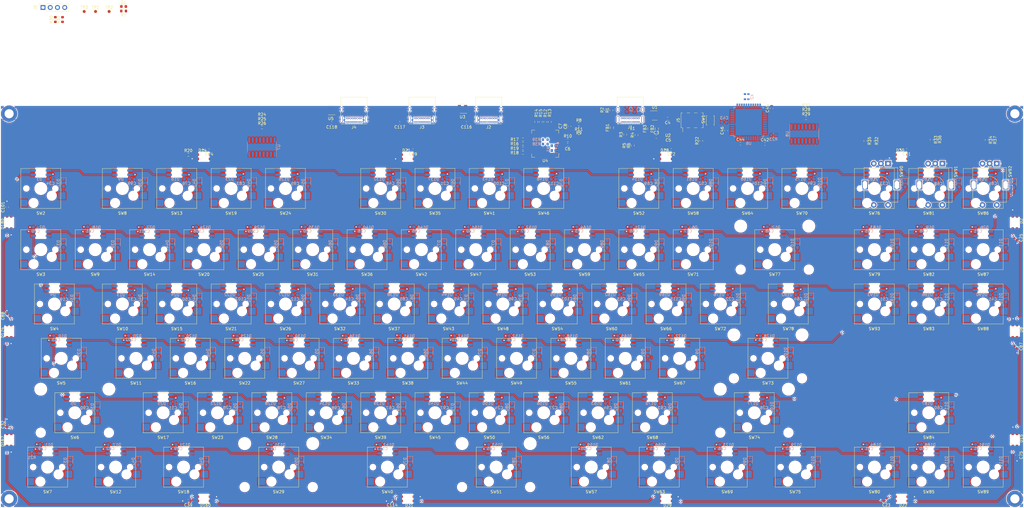
<source format=kicad_pcb>
(kicad_pcb (version 20171130) (host pcbnew "(5.1.8)-1")
  (layers (0 F.Cu signal) (31 B.Cu signal) (34 B.Paste user) (35 F.Paste user) (36 B.SilkS user) (37 F.SilkS user) (38 B.Mask user) (39 F.Mask user) (44 Edge.Cuts user))
  (net 0 "")
  (net 1 "Net-(C1-Pad2)")
  (net 2 VBUS)
  (net 3 GND)
  (net 4 +5V)
  (net 5 +3V3)
  (net 6 "Net-(C6-Pad2)")
  (net 7 "Net-(C43-Pad1)")
  (net 8 "Net-(D1-Pad1)")
  (net 9 "Net-(D2-Pad2)")
  (net 10 "Net-(D2-Pad4)")
  (net 11 "Net-(D3-Pad2)")
  (net 12 UG_OUT)
  (net 13 "Net-(D4-Pad4)")
  (net 14 "Net-(D13-Pad4)")
  (net 15 "Net-(D10-Pad2)")
  (net 16 "Net-(D171-Pad4)")
  (net 17 "Net-(D12-Pad2)")
  (net 18 "Net-(D18-Pad2)")
  (net 19 "Net-(D15-Pad4)")
  (net 20 "Net-(D16-Pad4)")
  (net 21 "Net-(D10-Pad4)")
  (net 22 "Net-(D11-Pad2)")
  (net 23 "Net-(D11-Pad4)")
  (net 24 "Net-(D12-Pad4)")
  (net 25 "Net-(D13-Pad2)")
  (net 26 "Net-(D14-Pad2)")
  (net 27 "Net-(D14-Pad4)")
  (net 28 "Net-(D15-Pad2)")
  (net 29 "Net-(D16-Pad2)")
  (net 30 "Net-(D18-Pad4)")
  (net 31 "Net-(D19-Pad4)")
  (net 32 "Net-(D120-Pad2)")
  (net 33 "Net-(D21-Pad2)")
  (net 34 "Net-(D22-Pad2)")
  (net 35 "Net-(D126-Pad4)")
  (net 36 "Net-(D122-Pad4)")
  (net 37 "Net-(D123-Pad4)")
  (net 38 "Net-(D189-Pad2)")
  (net 39 "Net-(D124-Pad2)")
  (net 40 "Net-(D28-Pad2)")
  (net 41 "Net-(D29-Pad2)")
  (net 42 "Net-(D160-Pad4)")
  (net 43 /Switches/ROW[0])
  (net 44 "Net-(D32-Pad2)")
  (net 45 /Switches/ROW[1])
  (net 46 "Net-(D33-Pad2)")
  (net 47 "Net-(D34-Pad2)")
  (net 48 /Switches/ROW[2])
  (net 49 "Net-(D35-Pad2)")
  (net 50 /Switches/ROW[3])
  (net 51 /Switches/ROW[4])
  (net 52 "Net-(D36-Pad2)")
  (net 53 "Net-(D37-Pad2)")
  (net 54 /Switches/ROW[5])
  (net 55 "Net-(D38-Pad2)")
  (net 56 "Net-(D39-Pad2)")
  (net 57 "Net-(D40-Pad2)")
  (net 58 "Net-(D41-Pad2)")
  (net 59 "Net-(D42-Pad2)")
  (net 60 "Net-(D43-Pad2)")
  (net 61 "Net-(D44-Pad2)")
  (net 62 "Net-(D45-Pad2)")
  (net 63 "Net-(D46-Pad2)")
  (net 64 "Net-(D47-Pad2)")
  (net 65 "Net-(D48-Pad2)")
  (net 66 "Net-(D49-Pad2)")
  (net 67 "Net-(D50-Pad2)")
  (net 68 "Net-(D51-Pad2)")
  (net 69 "Net-(D52-Pad2)")
  (net 70 "Net-(D53-Pad2)")
  (net 71 "Net-(D54-Pad2)")
  (net 72 "Net-(D55-Pad2)")
  (net 73 "Net-(D56-Pad2)")
  (net 74 "Net-(D57-Pad2)")
  (net 75 "Net-(D58-Pad2)")
  (net 76 "Net-(D59-Pad2)")
  (net 77 "Net-(D60-Pad2)")
  (net 78 "Net-(D61-Pad2)")
  (net 79 "Net-(D62-Pad2)")
  (net 80 "Net-(D63-Pad2)")
  (net 81 "Net-(D64-Pad2)")
  (net 82 "Net-(D65-Pad2)")
  (net 83 "Net-(D66-Pad2)")
  (net 84 "Net-(D67-Pad2)")
  (net 85 "Net-(D68-Pad2)")
  (net 86 "Net-(D69-Pad2)")
  (net 87 "Net-(D70-Pad2)")
  (net 88 "Net-(D71-Pad2)")
  (net 89 "Net-(D72-Pad2)")
  (net 90 "Net-(D73-Pad2)")
  (net 91 "Net-(D74-Pad2)")
  (net 92 "Net-(D75-Pad2)")
  (net 93 "Net-(D76-Pad2)")
  (net 94 "Net-(D77-Pad2)")
  (net 95 "Net-(D78-Pad2)")
  (net 96 "Net-(D79-Pad2)")
  (net 97 "Net-(D80-Pad2)")
  (net 98 "Net-(D81-Pad2)")
  (net 99 "Net-(D82-Pad2)")
  (net 100 "Net-(D83-Pad2)")
  (net 101 "Net-(D84-Pad2)")
  (net 102 "Net-(D85-Pad2)")
  (net 103 "Net-(D86-Pad2)")
  (net 104 "Net-(D87-Pad2)")
  (net 105 "Net-(D88-Pad2)")
  (net 106 "Net-(D89-Pad2)")
  (net 107 "Net-(D90-Pad2)")
  (net 108 "Net-(D91-Pad2)")
  (net 109 "Net-(D92-Pad2)")
  (net 110 "Net-(D93-Pad2)")
  (net 111 "Net-(D94-Pad2)")
  (net 112 "Net-(D95-Pad2)")
  (net 113 "Net-(D96-Pad2)")
  (net 114 "Net-(D97-Pad2)")
  (net 115 "Net-(D98-Pad2)")
  (net 116 "Net-(D99-Pad2)")
  (net 117 "Net-(D100-Pad2)")
  (net 118 "Net-(D101-Pad2)")
  (net 119 "Net-(D102-Pad2)")
  (net 120 "Net-(D103-Pad2)")
  (net 121 "Net-(D104-Pad2)")
  (net 122 "Net-(D105-Pad2)")
  (net 123 "Net-(D107-Pad2)")
  (net 124 "Net-(D108-Pad2)")
  (net 125 "Net-(D109-Pad2)")
  (net 126 "Net-(D110-Pad2)")
  (net 127 "Net-(D112-Pad2)")
  (net 128 "Net-(D113-Pad2)")
  (net 129 "Net-(D114-Pad2)")
  (net 130 "Net-(D115-Pad2)")
  (net 131 "Net-(D117-Pad2)")
  (net 132 "Net-(D118-Pad2)")
  (net 133 "Net-(D119-Pad2)")
  (net 134 "Net-(D120-Pad4)")
  (net 135 "Net-(D121-Pad4)")
  (net 136 "Net-(D122-Pad2)")
  (net 137 "Net-(D123-Pad2)")
  (net 138 "Net-(D124-Pad4)")
  (net 139 "Net-(D125-Pad4)")
  (net 140 "Net-(D126-Pad2)")
  (net 141 "Net-(D127-Pad2)")
  (net 142 "Net-(D128-Pad2)")
  (net 143 "Net-(D129-Pad4)")
  (net 144 "Net-(D130-Pad4)")
  (net 145 "Net-(D131-Pad4)")
  (net 146 "Net-(D132-Pad2)")
  (net 147 "Net-(D133-Pad2)")
  (net 148 "Net-(D134-Pad2)")
  (net 149 "Net-(D135-Pad4)")
  (net 150 "Net-(D136-Pad4)")
  (net 151 "Net-(D137-Pad2)")
  (net 152 "Net-(D138-Pad2)")
  (net 153 "Net-(D139-Pad2)")
  (net 154 "Net-(D140-Pad4)")
  (net 155 "Net-(D141-Pad4)")
  (net 156 "Net-(D142-Pad4)")
  (net 157 "Net-(D143-Pad2)")
  (net 158 "Net-(D144-Pad2)")
  (net 159 "Net-(D145-Pad2)")
  (net 160 "Net-(D146-Pad4)")
  (net 161 "Net-(D147-Pad4)")
  (net 162 "Net-(D148-Pad2)")
  (net 163 "Net-(D149-Pad2)")
  (net 164 "Net-(D150-Pad2)")
  (net 165 "Net-(D151-Pad4)")
  (net 166 "Net-(D152-Pad4)")
  (net 167 "Net-(D153-Pad4)")
  (net 168 "Net-(D154-Pad2)")
  (net 169 "Net-(D155-Pad2)")
  (net 170 "Net-(D156-Pad2)")
  (net 171 "Net-(D157-Pad4)")
  (net 172 "Net-(D158-Pad4)")
  (net 173 "Net-(D159-Pad4)")
  (net 174 "Net-(D160-Pad2)")
  (net 175 "Net-(D161-Pad2)")
  (net 176 "Net-(D162-Pad2)")
  (net 177 "Net-(D163-Pad2)")
  (net 178 "Net-(D164-Pad4)")
  (net 179 "Net-(D165-Pad4)")
  (net 180 "Net-(D166-Pad4)")
  (net 181 "Net-(D167-Pad2)")
  (net 182 "Net-(D168-Pad2)")
  (net 183 "Net-(D169-Pad2)")
  (net 184 "Net-(D170-Pad2)")
  (net 185 "Net-(D172-Pad4)")
  (net 186 "Net-(D173-Pad4)")
  (net 187 "Net-(D174-Pad2)")
  (net 188 "Net-(D175-Pad2)")
  (net 189 "Net-(D176-Pad2)")
  (net 190 "Net-(D177-Pad2)")
  (net 191 "Net-(D178-Pad4)")
  (net 192 "Net-(D179-Pad4)")
  (net 193 "Net-(D181-Pad2)")
  (net 194 "Net-(D182-Pad2)")
  (net 195 "Net-(D183-Pad4)")
  (net 196 "Net-(D184-Pad4)")
  (net 197 "Net-(D185-Pad2)")
  (net 198 "Net-(D186-Pad2)")
  (net 199 "Net-(D187-Pad2)")
  (net 200 "Net-(D188-Pad4)")
  (net 201 "Net-(J1-PadA6)")
  (net 202 "Net-(J1-PadB5)")
  (net 203 "Net-(J1-PadB8)")
  (net 204 "Net-(J1-PadA7)")
  (net 205 "Net-(J1-PadA8)")
  (net 206 "Net-(J1-PadA5)")
  (net 207 "Net-(J2-PadB5)")
  (net 208 "Net-(J2-PadB8)")
  (net 209 "Net-(J2-PadA8)")
  (net 210 "Net-(J2-PadA5)")
  (net 211 "Net-(J3-PadA5)")
  (net 212 "/USB Downstream 1/USBD+")
  (net 213 "/USB Downstream 1/USBD-")
  (net 214 "Net-(J3-PadA8)")
  (net 215 "Net-(J3-PadB8)")
  (net 216 "Net-(J3-PadB5)")
  (net 217 "Net-(J4-PadA5)")
  (net 218 "/USB Downstream 2/USBD+")
  (net 219 "/USB Downstream 2/USBD-")
  (net 220 "Net-(J4-PadA8)")
  (net 221 "Net-(J4-PadB8)")
  (net 222 "Net-(J4-PadB5)")
  (net 223 MISO)
  (net 224 SCK)
  (net 225 MOSI)
  (net 226 RST)
  (net 227 /Misc/SDA)
  (net 228 /Misc/SCL)
  (net 229 "/USB Upstream/D-")
  (net 230 "/USB Upstream/D+")
  (net 231 "/USB HUB/USB_UPSTREAM_IN-")
  (net 232 "/USB HUB/USB_UPSTREAM_IN+")
  (net 233 "Net-(R8-Pad1)")
  (net 234 "Net-(R9-Pad2)")
  (net 235 "Net-(R11-Pad1)")
  (net 236 "/USB HUB/D1+")
  (net 237 "/USB HUB/D1-")
  (net 238 "/USB HUB/D2+")
  (net 239 "/USB HUB/D2-")
  (net 240 "/USB HUB/D3+")
  (net 241 "/USB HUB/D3-")
  (net 242 "/USB HUB/USB_DOWNSTREAM_LOCAL_OUT+")
  (net 243 "/USB HUB/D4+")
  (net 244 "/USB HUB/D4-")
  (net 245 "/USB HUB/USB_DOWNSTREAM_LOCAL_OUT-")
  (net 246 /LEDs/RGB_IN)
  (net 247 "Net-(R23-Pad1)")
  (net 248 "Net-(R24-Pad1)")
  (net 249 "Net-(R25-Pad1)")
  (net 250 "Net-(R26-Pad1)")
  (net 251 "Net-(R27-Pad1)")
  (net 252 "Net-(R28-Pad1)")
  (net 253 "Net-(R29-Pad1)")
  (net 254 /Misc/ENC_B[0])
  (net 255 /Misc/ENC_B[1])
  (net 256 /Misc/ENC_B[2])
  (net 257 /Misc/ENC_A[0])
  (net 258 /Misc/ENC_A[1])
  (net 259 /Misc/ENC_A[2])
  (net 260 "/Column Decoder/COL[0]")
  (net 261 "/Column Decoder/COL[1]")
  (net 262 "/Column Decoder/COL[2]")
  (net 263 "/Column Decoder/COL[3]")
  (net 264 "/Column Decoder/COL[4]")
  (net 265 /Switches/COL5])
  (net 266 "/Column Decoder/COL[6]")
  (net 267 "/Column Decoder/COL[7]")
  (net 268 "/Column Decoder/COL[8]")
  (net 269 "/Column Decoder/COL[9]")
  (net 270 "/Column Decoder/COL[10]")
  (net 271 "/Column Decoder/COL[11]")
  (net 272 "/Column Decoder/COL[12]")
  (net 273 ENC_ROW[0])
  (net 274 ENC_COL[0])
  (net 275 ENC_ROW[1])
  (net 276 ENC_COL[1])
  (net 277 ENC_COL[2])
  (net 278 ENC_ROW[2])
  (net 279 "Net-(U1-Pad3)")
  (net 280 "Net-(U1-Pad4)")
  (net 281 "Net-(U2-Pad4)")
  (net 282 "Net-(U4-Pad5)")
  (net 283 "Net-(U4-Pad9)")
  (net 284 "Net-(U4-Pad13)")
  (net 285 "Net-(U4-Pad17)")
  (net 286 "Net-(U4-Pad21)")
  (net 287 "Net-(U4-Pad29)")
  (net 288 "Net-(U4-Pad30)")
  (net 289 "Net-(U4-Pad32)")
  (net 290 "Net-(U5-Pad1)")
  (net 291 "Net-(U5-Pad6)")
  (net 292 "/Column Decoder/COLA[0]")
  (net 293 "/Column Decoder/COLA[1]")
  (net 294 "Net-(U6-Pad16)")
  (net 295 "Net-(U6-Pad17)")
  (net 296 "/Column Decoder/COLA[2]")
  (net 297 "Net-(U6-Pad26)")
  (net 298 "/Column Decoder/COLA[3]")
  (net 299 "/Column Decoder/COLA[4]")
  (net 300 "/Column Decoder/COLA[5]")
  (net 301 /uController/RGB_DOUT)
  (net 302 "Net-(D192-Pad2)")
  (net 303 "/Column Decoder/COL[5]")
  (net 304 "/USB Downstream 0/USBD+")
  (net 305 "/USB Downstream 0/USBD-")
  (net 306 "Net-(D186-Pad4)")
  (net 307 "Net-(D25-Pad4)")
  (net 308 "Net-(D121-Pad2)")
  (module Package_SO:SOIC-16_3.9x9.9mm_P1.27mm (layer B.Cu) (at 300.8376 71.374 270)
    (fp_text reference U8 (at 0 5.9 270) (layer B.SilkS) (effects (justify mirror)))
    (fp_text value CD74HC238)
    (pad 16 smd roundrect (at 2.475 4.445 270) (size 1.95 0.6) (layers B.Cu B.Paste B.Mask) (net 5 +3V3))
    (pad 15 smd roundrect (at 2.475 3.175 270) (size 1.95 0.6) (layers B.Cu B.Paste B.Mask) (net 277 ENC_COL[2]))
    (pad 14 smd roundrect (at 2.475 1.905 270) (size 1.95 0.6) (layers B.Cu B.Paste B.Mask) (net 276 ENC_COL[1]))
    (pad 13 smd roundrect (at 2.475 0.635 270) (size 1.95 0.6) (layers B.Cu B.Paste B.Mask) (net 274 ENC_COL[0]))
    (pad 12 smd roundrect (at 2.475 -0.635 270) (size 1.95 0.6) (layers B.Cu B.Paste B.Mask) (net 272 "/Column Decoder/COL[12]"))
    (pad 11 smd roundrect (at 2.475 -1.905 270) (size 1.95 0.6) (layers B.Cu B.Paste B.Mask) (net 271 "/Column Decoder/COL[11]"))
    (pad 10 smd roundrect (at 2.475 -3.175 270) (size 1.95 0.6) (layers B.Cu B.Paste B.Mask) (net 270 "/Column Decoder/COL[10]"))
    (pad 9 smd roundrect (at 2.475 -4.445 270) (size 1.95 0.6) (layers B.Cu B.Paste B.Mask) (net 269 "/Column Decoder/COL[9]"))
    (pad 8 smd roundrect (at -2.475 -4.445 270) (size 1.95 0.6) (layers B.Cu B.Paste B.Mask) (net 3 GND))
    (pad 7 smd roundrect (at -2.475 -3.175 270) (size 1.95 0.6) (layers B.Cu B.Paste B.Mask) (net 268 "/Column Decoder/COL[8]"))
    (pad 6 smd roundrect (at -2.475 -1.905 270) (size 1.95 0.6) (layers B.Cu B.Paste B.Mask) (net 253 "Net-(R29-Pad1)"))
    (pad 5 smd roundrect (at -2.475 -0.635 270) (size 1.95 0.6) (layers B.Cu B.Paste B.Mask) (net 252 "Net-(R28-Pad1)"))
    (pad 4 smd roundrect (at -2.475 0.635 270) (size 1.95 0.6) (layers B.Cu B.Paste B.Mask) (net 251 "Net-(R27-Pad1)"))
    (pad 3 smd roundrect (at -2.475 1.905 270) (size 1.95 0.6) (layers B.Cu B.Paste B.Mask) (net 300 "/Column Decoder/COLA[5]"))
    (pad 2 smd roundrect (at -2.475 3.175 270) (size 1.95 0.6) (layers B.Cu B.Paste B.Mask) (net 299 "/Column Decoder/COLA[4]"))
    (pad 1 smd roundrect (at -2.475 4.445 270) (size 1.95 0.6) (layers B.Cu B.Paste B.Mask) (net 298 "/Column Decoder/COLA[3]"))
  )
  (module Package_SO:SOIC-16_3.9x9.9mm_P1.27mm (layer B.Cu) (at 110.7948 75.9968 90)
    (fp_text reference U7 (at 0 5.9 -90) (layer B.SilkS) (effects (justify mirror)))
    (fp_text value CD74HC238)
    (pad 16 smd roundrect (at 2.475 4.445 90) (size 1.95 0.6) (layers B.Cu B.Paste B.Mask) (net 5 +3V3))
    (pad 15 smd roundrect (at 2.475 3.175 90) (size 1.95 0.6) (layers B.Cu B.Paste B.Mask) (net 267 "/Column Decoder/COL[7]"))
    (pad 14 smd roundrect (at 2.475 1.905 90) (size 1.95 0.6) (layers B.Cu B.Paste B.Mask) (net 266 "/Column Decoder/COL[6]"))
    (pad 13 smd roundrect (at 2.475 0.635 90) (size 1.95 0.6) (layers B.Cu B.Paste B.Mask) (net 303 "/Column Decoder/COL[5]"))
    (pad 12 smd roundrect (at 2.475 -0.635 90) (size 1.95 0.6) (layers B.Cu B.Paste B.Mask) (net 264 "/Column Decoder/COL[4]"))
    (pad 11 smd roundrect (at 2.475 -1.905 90) (size 1.95 0.6) (layers B.Cu B.Paste B.Mask) (net 263 "/Column Decoder/COL[3]"))
    (pad 10 smd roundrect (at 2.475 -3.175 90) (size 1.95 0.6) (layers B.Cu B.Paste B.Mask) (net 262 "/Column Decoder/COL[2]"))
    (pad 9 smd roundrect (at 2.475 -4.445 90) (size 1.95 0.6) (layers B.Cu B.Paste B.Mask) (net 261 "/Column Decoder/COL[1]"))
    (pad 8 smd roundrect (at -2.475 -4.445 90) (size 1.95 0.6) (layers B.Cu B.Paste B.Mask) (net 3 GND))
    (pad 7 smd roundrect (at -2.475 -3.175 90) (size 1.95 0.6) (layers B.Cu B.Paste B.Mask) (net 260 "/Column Decoder/COL[0]"))
    (pad 6 smd roundrect (at -2.475 -1.905 90) (size 1.95 0.6) (layers B.Cu B.Paste B.Mask) (net 250 "Net-(R26-Pad1)"))
    (pad 5 smd roundrect (at -2.475 -0.635 90) (size 1.95 0.6) (layers B.Cu B.Paste B.Mask) (net 249 "Net-(R25-Pad1)"))
    (pad 4 smd roundrect (at -2.475 0.635 90) (size 1.95 0.6) (layers B.Cu B.Paste B.Mask) (net 248 "Net-(R24-Pad1)"))
    (pad 3 smd roundrect (at -2.475 1.905 90) (size 1.95 0.6) (layers B.Cu B.Paste B.Mask) (net 296 "/Column Decoder/COLA[2]"))
    (pad 2 smd roundrect (at -2.475 3.175 90) (size 1.95 0.6) (layers B.Cu B.Paste B.Mask) (net 293 "/Column Decoder/COLA[1]"))
    (pad 1 smd roundrect (at -2.475 4.445 90) (size 1.95 0.6) (layers B.Cu B.Paste B.Mask) (net 292 "/Column Decoder/COLA[0]"))
  )
  (module custom_footprint_library:SK6812-MINI-E (layer F.Cu) (at 325.4375 125.4125 180)
    (fp_text reference D193 (at 0.50292 -2.26568) (layer B.SilkS) (effects (justify mirror)))
    (fp_text value K62)
    (fp_line (start -1.7 1.5) (end 1.7 1.5) (layer Edge.Cuts) (width 0.05))
    (fp_line (start 1.7 1.5) (end 1.7 -1.5) (layer Edge.Cuts) (width 0.05))
    (fp_line (start -1.7 1.5) (end -1.7 -1.5) (layer Edge.Cuts) (width 0.05))
    (fp_line (start -1.7 -1.5) (end 1.7 -1.5) (layer Edge.Cuts) (width 0.05))
    (pad 4 smd rect (at 2.6 -0.75 180) (size 1.8 0.82) (layers B.Cu B.Paste B.Mask) (net 194 "Net-(D182-Pad2)"))
    (pad 3 smd rect (at 2.6 0.75 180) (size 1.8 0.82) (layers B.Cu B.Paste B.Mask) (net 3 GND))
    (pad 2 smd rect (at -2.6 0.75 180) (size 1.8 0.82) (layers B.Cu B.Paste B.Mask) (net 306 "Net-(D186-Pad4)"))
    (pad 1 smd rect (at -2.6 -0.75 180) (size 1.8 0.82) (layers B.Cu B.Paste B.Mask) (net 4 +5V))
  )
  (module CherryMX_PCB_KailhSocket:CherryMX_1.00u_PCB_KailhSocket (layer F.Cu) (at 325.4375 130.96875 180)
    (fp_text reference SW93 (at 0 -8.6625) (layer F.SilkS))
    (fp_text value K62)
    (pad 2 smd rect (at 6.015 -5.08 180) (size 2.55 2.5) (layers B.Cu B.Paste B.Mask) (net 276 ENC_COL[1]))
    (pad 1 smd rect (at -7.41 -2.54 180) (size 2.55 2.5) (layers B.Cu B.Paste B.Mask) (net 302 "Net-(D192-Pad2)"))
    (pad "" np_thru_hole circle (at 2.54 -5.08 180) (size 3 3) (drill 3) (layers *.Cu *.Mask))
    (pad "" np_thru_hole circle (at -3.81 -2.54 180) (size 3 3) (drill 3) (layers *.Cu *.Mask))
    (pad "" np_thru_hole circle (at 5.08 0 180) (size 1.75 1.75) (drill 1.75) (layers *.Cu *.Mask))
    (pad "" np_thru_hole circle (at -5.08 0 180) (size 1.75 1.75) (drill 1.75) (layers *.Cu *.Mask))
    (pad "" np_thru_hole circle (at 0 0 180) (size 4 4) (drill 4) (layers *.Cu *.Mask))
  )
  (module CherryMX_PCB_KailhSocket_StabWireBottom:CherryMX_2.75u_PCB_KailhSocket_StabWireBottom (layer F.Cu) (at 283.36875 169.06875 180)
    (fp_text reference SW74 (at 0 -8.6625) (layer F.SilkS))
    (fp_text value K75)
    (pad "" np_thru_hole circle (at 11.938 -7 180) (size 3.05 3.05) (drill 3.05) (layers *.Cu *.Mask))
    (pad "" np_thru_hole circle (at 11.938 8.24 180) (size 4 4) (drill 4) (layers *.Cu *.Mask))
    (pad "" np_thru_hole circle (at -11.938 8.24 180) (size 4 4) (drill 4) (layers *.Cu *.Mask))
    (pad "" np_thru_hole circle (at -11.938 -7 180) (size 3.05 3.05) (drill 3.05) (layers *.Cu *.Mask))
    (pad 2 smd rect (at 6.015 -5.08 180) (size 2.55 2.5) (layers B.Cu B.Paste B.Mask) (net 272 "/Column Decoder/COL[12]"))
    (pad 1 smd rect (at -7.41 -2.54 180) (size 2.55 2.5) (layers B.Cu B.Paste B.Mask) (net 121 "Net-(D104-Pad2)"))
    (pad "" np_thru_hole circle (at 2.54 -5.08 180) (size 3 3) (drill 3) (layers *.Cu *.Mask))
    (pad "" np_thru_hole circle (at -3.81 -2.54 180) (size 3 3) (drill 3) (layers *.Cu *.Mask))
    (pad "" np_thru_hole circle (at 5.08 0 180) (size 1.75 1.75) (drill 1.75) (layers *.Cu *.Mask))
    (pad "" np_thru_hole circle (at -5.08 0 180) (size 1.75 1.75) (drill 1.75) (layers *.Cu *.Mask))
    (pad "" np_thru_hole circle (at 0 0 180) (size 4 4) (drill 4) (layers *.Cu *.Mask))
  )
  (module custom_footprint_library:SOD323_HS (layer B.Cu) (at 333.375 127.775 270)
    (fp_text reference D192 (at 1.24714 1.75768 90) (layer B.SilkS) (effects (justify mirror)))
    (fp_text value D)
    (pad 1 smd rect (at 0 0 270) (size 1 1) (layers B.Cu B.Paste B.Mask) (net 50 /Switches/ROW[3]))
    (pad 2 smd rect (at 2.4 0 270) (size 1 1) (layers B.Cu B.Paste B.Mask) (net 302 "Net-(D192-Pad2)"))
  )
  (module Capacitor_smd:C_0603_1608Metric (layer B.Cu) (at 238.7219 62.8018 90)
    (fp_text reference C1 (at 0 1.43 90) (layer B.SilkS) (effects (justify mirror)))
    (fp_text value 10uF)
    (pad 2 smd roundrect (at 0.775 0 90) (size 0.9 0.95) (layers B.Cu B.Paste B.Mask) (net 1 "Net-(C1-Pad2)"))
    (pad 1 smd roundrect (at -0.775 0 90) (size 0.9 0.95) (layers B.Cu B.Paste B.Mask) (net 2 VBUS))
  )
  (module Capacitor_smd:C_0603_1608Metric (layer B.Cu) (at 241.3889 62.8523 90)
    (fp_text reference C2 (at 0 1.43 270) (layer B.SilkS) (effects (justify mirror)))
    (fp_text value 1uF)
    (pad 1 smd roundrect (at -0.775 0 90) (size 0.9 0.95) (layers B.Cu B.Paste B.Mask) (net 2 VBUS))
    (pad 2 smd roundrect (at 0.775 0 90) (size 0.9 0.95) (layers B.Cu B.Paste B.Mask) (net 1 "Net-(C1-Pad2)"))
  )
  (module Capacitor_smd:C_0603_1608Metric (layer F.Cu) (at 249.0089 72.3773)
    (fp_text reference C3 (at 0 -1.43) (layer F.SilkS))
    (fp_text value 100nF)
    (pad 2 smd roundrect (at 0.775 0) (size 0.9 0.95) (layers F.Cu F.Paste F.Mask) (net 3 GND))
    (pad 1 smd roundrect (at -0.775 0) (size 0.9 0.95) (layers F.Cu F.Paste F.Mask) (net 4 +5V))
  )
  (module Capacitor_smd:C_0603_1608Metric (layer F.Cu) (at 252.9837 66.0146 180)
    (fp_text reference C4 (at 0 -1.43) (layer F.SilkS))
    (fp_text value 100nF)
    (pad 2 smd roundrect (at 0.775 0 180) (size 0.9 0.95) (layers F.Cu F.Paste F.Mask) (net 3 GND))
    (pad 1 smd roundrect (at -0.775 0 180) (size 0.9 0.95) (layers F.Cu F.Paste F.Mask) (net 4 +5V))
  )
  (module Capacitor_smd:C_0603_1608Metric (layer F.Cu) (at 253.2002 72.1106 180)
    (fp_text reference C5 (at 0 -1.43) (layer F.SilkS))
    (fp_text value 1uF)
    (pad 1 smd roundrect (at -0.775 0 180) (size 0.9 0.95) (layers F.Cu F.Paste F.Mask) (net 5 +3V3))
    (pad 2 smd roundrect (at 0.775 0 180) (size 0.9 0.95) (layers F.Cu F.Paste F.Mask) (net 3 GND))
  )
  (module Capacitor_smd:C_0603_1608Metric (layer F.Cu) (at 217.945 75.184 180)
    (fp_text reference C6 (at 0 -1.43) (layer F.SilkS))
    (fp_text value 1uF)
    (pad 2 smd roundrect (at 0.775 0 180) (size 0.9 0.95) (layers F.Cu F.Paste F.Mask) (net 6 "Net-(C6-Pad2)"))
    (pad 1 smd roundrect (at -0.775 0 180) (size 0.9 0.95) (layers F.Cu F.Paste F.Mask) (net 3 GND))
  )
  (module Capacitor_smd:C_0603_1608Metric (layer F.Cu) (at 216.8144 68.6178 90)
    (fp_text reference C7 (at 0 -1.43 90) (layer F.SilkS))
    (fp_text value 1uF)
    (pad 1 smd roundrect (at -0.775 0 90) (size 0.9 0.95) (layers F.Cu F.Paste F.Mask) (net 5 +3V3))
    (pad 2 smd roundrect (at 0.775 0 90) (size 0.9 0.95) (layers F.Cu F.Paste F.Mask) (net 3 GND))
  )
  (module Capacitor_smd:C_0603_1608Metric (layer F.Cu) (at 218.5924 68.7194 90)
    (fp_text reference C8 (at 0 -1.43 90) (layer F.SilkS))
    (fp_text value 100nF)
    (pad 2 smd roundrect (at 0.775 0 90) (size 0.9 0.95) (layers F.Cu F.Paste F.Mask) (net 3 GND))
    (pad 1 smd roundrect (at -0.775 0 90) (size 0.9 0.95) (layers F.Cu F.Paste F.Mask) (net 5 +3V3))
  )
  (module Capacitor_smd:C_0603_1608Metric (layer B.Cu) (at 114.8464 180.2384)
    (fp_text reference C9 (at 0 1.43) (layer B.SilkS) (effects (justify mirror)))
    (fp_text value 100nF)
    (pad 1 smd roundrect (at -0.775 0) (size 0.9 0.95) (layers B.Cu B.Paste B.Mask) (net 4 +5V))
    (pad 2 smd roundrect (at 0.775 0) (size 0.9 0.95) (layers B.Cu B.Paste B.Mask) (net 3 GND))
  )
  (module Capacitor_smd:C_0603_1608Metric (layer B.Cu) (at 236.2965 142.0495)
    (fp_text reference C10 (at 0 1.43) (layer B.SilkS) (effects (justify mirror)))
    (fp_text value 100nF)
    (pad 1 smd roundrect (at -0.775 0) (size 0.9 0.95) (layers B.Cu B.Paste B.Mask) (net 4 +5V))
    (pad 2 smd roundrect (at 0.775 0) (size 0.9 0.95) (layers B.Cu B.Paste B.Mask) (net 3 GND))
  )
  (module Capacitor_smd:C_0603_1608Metric (layer B.Cu) (at 79.6166 165.9255)
    (fp_text reference C11 (at 0 1.43) (layer B.SilkS) (effects (justify mirror)))
    (fp_text value 100nF)
    (pad 2 smd roundrect (at 0.775 0) (size 0.9 0.95) (layers B.Cu B.Paste B.Mask) (net 3 GND))
    (pad 1 smd roundrect (at -0.775 0) (size 0.9 0.95) (layers B.Cu B.Paste B.Mask) (net 4 +5V))
  )
  (module Capacitor_smd:C_0603_1608Metric (layer B.Cu) (at 122.441 127.8128)
    (fp_text reference C12 (at 0 1.43) (layer B.SilkS) (effects (justify mirror)))
    (fp_text value 100nF)
    (pad 1 smd roundrect (at -0.775 0) (size 0.9 0.95) (layers B.Cu B.Paste B.Mask) (net 4 +5V))
    (pad 2 smd roundrect (at 0.775 0) (size 0.9 0.95) (layers B.Cu B.Paste B.Mask) (net 3 GND))
  )
  (module Capacitor_smd:C_0603_1608Metric (layer B.Cu) (at 286.3345 142.0495)
    (fp_text reference C13 (at 0 1.43) (layer B.SilkS) (effects (justify mirror)))
    (fp_text value 100nF)
    (pad 2 smd roundrect (at 0.775 0) (size 0.9 0.95) (layers B.Cu B.Paste B.Mask) (net 3 GND))
    (pad 1 smd roundrect (at -0.775 0) (size 0.9 0.95) (layers B.Cu B.Paste B.Mask) (net 4 +5V))
  )
  (module Capacitor_smd:C_0603_1608Metric (layer B.Cu) (at 141.491 127.762)
    (fp_text reference C14 (at 0 1.43) (layer B.SilkS) (effects (justify mirror)))
    (fp_text value 100nF)
    (pad 2 smd roundrect (at 0.775 0) (size 0.9 0.95) (layers B.Cu B.Paste B.Mask) (net 3 GND))
    (pad 1 smd roundrect (at -0.775 0) (size 0.9 0.95) (layers B.Cu B.Paste B.Mask) (net 4 +5V))
  )
  (module Capacitor_smd:C_0603_1608Metric (layer B.Cu) (at 248.171 180.213)
    (fp_text reference C15 (at 0 1.43) (layer B.SilkS) (effects (justify mirror)))
    (fp_text value 100nF)
    (pad 2 smd roundrect (at 0.775 0) (size 0.9 0.95) (layers B.Cu B.Paste B.Mask) (net 3 GND))
    (pad 1 smd roundrect (at -0.775 0) (size 0.9 0.95) (layers B.Cu B.Paste B.Mask) (net 4 +5V))
  )
  (module Capacitor_smd:C_0603_1608Metric (layer B.Cu) (at 145.809 103.9495)
    (fp_text reference C16 (at 0 1.43) (layer B.SilkS) (effects (justify mirror)))
    (fp_text value 100nF)
    (pad 2 smd roundrect (at 0.775 0) (size 0.9 0.95) (layers B.Cu B.Paste B.Mask) (net 3 GND))
    (pad 1 smd roundrect (at -0.775 0) (size 0.9 0.95) (layers B.Cu B.Paste B.Mask) (net 4 +5V))
  )
  (module Capacitor_smd:C_0603_1608Metric (layer B.Cu) (at 260.109 103.9368)
    (fp_text reference C17 (at 0 1.43) (layer B.SilkS) (effects (justify mirror)))
    (fp_text value 100nF)
    (pad 1 smd roundrect (at -0.775 0) (size 0.9 0.95) (layers B.Cu B.Paste B.Mask) (net 4 +5V))
    (pad 2 smd roundrect (at 0.775 0) (size 0.9 0.95) (layers B.Cu B.Paste B.Mask) (net 3 GND))
  )
  (module Capacitor_smd:C_0603_1608Metric (layer B.Cu) (at 198.26 142.0495)
    (fp_text reference C18 (at 0 1.43) (layer B.SilkS) (effects (justify mirror)))
    (fp_text value 100nF)
    (pad 1 smd roundrect (at -0.775 0) (size 0.9 0.95) (layers B.Cu B.Paste B.Mask) (net 4 +5V))
    (pad 2 smd roundrect (at 0.775 0) (size 0.9 0.95) (layers B.Cu B.Paste B.Mask) (net 3 GND))
  )
  (module Capacitor_smd:C_0603_1608Metric (layer B.Cu) (at 41.4658 127.9144)
    (fp_text reference C19 (at 0 1.43) (layer B.SilkS) (effects (justify mirror)))
    (fp_text value 100nF)
    (pad 1 smd roundrect (at -0.775 0) (size 0.9 0.95) (layers B.Cu B.Paste B.Mask) (net 4 +5V))
    (pad 2 smd roundrect (at 0.775 0) (size 0.9 0.95) (layers B.Cu B.Paste B.Mask) (net 3 GND))
  )
  (module Capacitor_smd:C_0603_1608Metric (layer B.Cu) (at 126.759 103.9495)
    (fp_text reference C20 (at 0 1.43) (layer B.SilkS) (effects (justify mirror)))
    (fp_text value 100nF)
    (pad 1 smd roundrect (at -0.775 0) (size 0.9 0.95) (layers B.Cu B.Paste B.Mask) (net 4 +5V))
    (pad 2 smd roundrect (at 0.775 0) (size 0.9 0.95) (layers B.Cu B.Paste B.Mask) (net 3 GND))
  )
  (module Capacitor_smd:C_0603_1608Metric (layer B.Cu) (at 174.8412 87.2998)
    (fp_text reference C21 (at 0 1.43) (layer B.SilkS) (effects (justify mirror)))
    (fp_text value 100nF)
    (pad 1 smd roundrect (at -0.775 0) (size 0.9 0.95) (layers B.Cu B.Paste B.Mask) (net 4 +5V))
    (pad 2 smd roundrect (at 0.775 0) (size 0.9 0.95) (layers B.Cu B.Paste B.Mask) (net 3 GND))
  )
  (module Capacitor_smd:C_0603_1608Metric (layer B.Cu) (at 274.7902 127.8128)
    (fp_text reference C22 (at 0 1.43) (layer B.SilkS) (effects (justify mirror)))
    (fp_text value 100nF)
    (pad 2 smd roundrect (at 0.775 0) (size 0.9 0.95) (layers B.Cu B.Paste B.Mask) (net 3 GND))
    (pad 1 smd roundrect (at -0.775 0) (size 0.9 0.95) (layers B.Cu B.Paste B.Mask) (net 4 +5V))
  )
  (module Capacitor_smd:C_0603_1608Metric (layer F.Cu) (at 329.59518 199.97674 180)
    (fp_text reference C23 (at 0 -1.43) (layer F.SilkS))
    (fp_text value 100nF)
    (pad 2 smd roundrect (at 0.775 0 180) (size 0.9 0.95) (layers F.Cu F.Paste F.Mask) (net 3 GND))
    (pad 1 smd roundrect (at -0.775 0 180) (size 0.9 0.95) (layers F.Cu F.Paste F.Mask) (net 4 +5V))
  )
  (module Capacitor_smd:C_0603_1608Metric (layer B.Cu) (at 193.8658 165.9128)
    (fp_text reference C24 (at 0 1.43) (layer B.SilkS) (effects (justify mirror)))
    (fp_text value 100nF)
    (pad 2 smd roundrect (at 0.775 0) (size 0.9 0.95) (layers B.Cu B.Paste B.Mask) (net 3 GND))
    (pad 1 smd roundrect (at -0.775 0) (size 0.9 0.95) (layers B.Cu B.Paste B.Mask) (net 4 +5V))
  )
  (module Capacitor_smd:C_0603_1608Metric (layer F.Cu) (at 375.40692 107.79028 270)
    (fp_text reference C25 (at 0 -1.43 90) (layer F.SilkS))
    (fp_text value 100nF)
    (pad 2 smd roundrect (at 0.775 0 270) (size 0.9 0.95) (layers F.Cu F.Paste F.Mask) (net 3 GND))
    (pad 1 smd roundrect (at -0.775 0 270) (size 0.9 0.95) (layers F.Cu F.Paste F.Mask) (net 4 +5V))
  )
  (module Capacitor_smd:C_0603_1608Metric (layer B.Cu) (at 286.7536 165.862)
    (fp_text reference C26 (at 0 1.43) (layer B.SilkS) (effects (justify mirror)))
    (fp_text value 100nF)
    (pad 1 smd roundrect (at -0.775 0) (size 0.9 0.95) (layers B.Cu B.Paste B.Mask) (net 4 +5V))
    (pad 2 smd roundrect (at 0.775 0) (size 0.9 0.95) (layers B.Cu B.Paste B.Mask) (net 3 GND))
  )
  (module Capacitor_smd:C_0603_1608Metric (layer B.Cu) (at 212.9412 165.8874)
    (fp_text reference C27 (at 0 1.43) (layer B.SilkS) (effects (justify mirror)))
    (fp_text value 100nF)
    (pad 1 smd roundrect (at -0.775 0) (size 0.9 0.95) (layers B.Cu B.Paste B.Mask) (net 4 +5V))
    (pad 2 smd roundrect (at 0.775 0) (size 0.9 0.95) (layers B.Cu B.Paste B.Mask) (net 3 GND))
  )
  (module Capacitor_smd:C_0603_1608Metric (layer B.Cu) (at 98.6412 165.8493)
    (fp_text reference C28 (at 0 1.43) (layer B.SilkS) (effects (justify mirror)))
    (fp_text value 100nF)
    (pad 2 smd roundrect (at 0.775 0) (size 0.9 0.95) (layers B.Cu B.Paste B.Mask) (net 3 GND))
    (pad 1 smd roundrect (at -0.775 0) (size 0.9 0.95) (layers B.Cu B.Paste B.Mask) (net 4 +5V))
  )
  (module Capacitor_smd:C_0603_1608Metric (layer B.Cu) (at 33.8966 180.1368)
    (fp_text reference C29 (at 0 1.43) (layer B.SilkS) (effects (justify mirror)))
    (fp_text value 100nF)
    (pad 1 smd roundrect (at -0.775 0) (size 0.9 0.95) (layers B.Cu B.Paste B.Mask) (net 4 +5V))
    (pad 2 smd roundrect (at 0.775 0) (size 0.9 0.95) (layers B.Cu B.Paste B.Mask) (net 3 GND))
  )
  (module Capacitor_smd:C_0603_1608Metric (layer B.Cu) (at 183.909 103.9876)
    (fp_text reference C30 (at 0 1.43) (layer B.SilkS) (effects (justify mirror)))
    (fp_text value 100nF)
    (pad 2 smd roundrect (at 0.775 0) (size 0.9 0.95) (layers B.Cu B.Paste B.Mask) (net 3 GND))
    (pad 1 smd roundrect (at -0.775 0) (size 0.9 0.95) (layers B.Cu B.Paste B.Mask) (net 4 +5V))
  )
  (module Capacitor_smd:C_0603_1608Metric (layer F.Cu) (at 336.7402 77.0128 180)
    (fp_text reference C31 (at 0 -1.43) (layer F.SilkS))
    (fp_text value 100nF)
    (pad 1 smd roundrect (at -0.775 0 180) (size 0.9 0.95) (layers F.Cu F.Paste F.Mask) (net 4 +5V))
    (pad 2 smd roundrect (at 0.775 0 180) (size 0.9 0.95) (layers F.Cu F.Paste F.Mask) (net 3 GND))
  )
  (module Capacitor_smd:C_0603_1608Metric (layer F.Cu) (at 21.47062 173.26072 90)
    (fp_text reference C32 (at 0 -1.43 90) (layer F.SilkS))
    (fp_text value 100nF)
    (pad 1 smd roundrect (at -0.775 0 90) (size 0.9 0.95) (layers F.Cu F.Paste F.Mask) (net 4 +5V))
    (pad 2 smd roundrect (at 0.775 0 90) (size 0.9 0.95) (layers F.Cu F.Paste F.Mask) (net 3 GND))
  )
  (module Capacitor_smd:C_0603_1608Metric (layer B.Cu) (at 328.816 87.2744)
    (fp_text reference C33 (at 0 1.43) (layer B.SilkS) (effects (justify mirror)))
    (fp_text value 100nF)
    (pad 1 smd roundrect (at -0.775 0) (size 0.9 0.95) (layers B.Cu B.Paste B.Mask) (net 4 +5V))
    (pad 2 smd roundrect (at 0.775 0) (size 0.9 0.95) (layers B.Cu B.Paste B.Mask) (net 3 GND))
  )
  (module Capacitor_smd:C_0603_1608Metric (layer B.Cu) (at 36.716 87.249)
    (fp_text reference C34 (at 0 1.43) (layer B.SilkS) (effects (justify mirror)))
    (fp_text value 100nF)
    (pad 1 smd roundrect (at -0.775 0) (size 0.9 0.95) (layers B.Cu B.Paste B.Mask) (net 4 +5V))
    (pad 2 smd roundrect (at 0.775 0) (size 0.9 0.95) (layers B.Cu B.Paste B.Mask) (net 3 GND))
  )
  (module Capacitor_smd:C_0603_1608Metric (layer B.Cu) (at 255.41 141.986)
    (fp_text reference C35 (at 0 1.43) (layer B.SilkS) (effects (justify mirror)))
    (fp_text value 100nF)
    (pad 1 smd roundrect (at -0.775 0) (size 0.9 0.95) (layers B.Cu B.Paste B.Mask) (net 4 +5V))
    (pad 2 smd roundrect (at 0.775 0) (size 0.9 0.95) (layers B.Cu B.Paste B.Mask) (net 3 GND))
  )
  (module Capacitor_smd:C_0603_1608Metric (layer B.Cu) (at 342.7225 103.886)
    (fp_text reference C36 (at 0 1.43) (layer B.SilkS) (effects (justify mirror)))
    (fp_text value 100nF)
    (pad 2 smd roundrect (at 0.775 0) (size 0.9 0.95) (layers B.Cu B.Paste B.Mask) (net 3 GND))
    (pad 1 smd roundrect (at -0.775 0) (size 0.9 0.95) (layers B.Cu B.Paste B.Mask) (net 4 +5V))
  )
  (module Capacitor_smd:C_0603_1608Metric (layer B.Cu) (at 65.291 127.8636)
    (fp_text reference C37 (at 0 1.43) (layer B.SilkS) (effects (justify mirror)))
    (fp_text value 100nF)
    (pad 1 smd roundrect (at -0.775 0) (size 0.9 0.95) (layers B.Cu B.Paste B.Mask) (net 4 +5V))
    (pad 2 smd roundrect (at 0.775 0) (size 0.9 0.95) (layers B.Cu B.Paste B.Mask) (net 3 GND))
  )
  (module Capacitor_smd:C_0603_1608Metric (layer B.Cu) (at 288.7094 103.9368)
    (fp_text reference C38 (at 0 1.43) (layer B.SilkS) (effects (justify mirror)))
    (fp_text value 100nF)
    (pad 2 smd roundrect (at 0.775 0) (size 0.9 0.95) (layers B.Cu B.Paste B.Mask) (net 3 GND))
    (pad 1 smd roundrect (at -0.775 0) (size 0.9 0.95) (layers B.Cu B.Paste B.Mask) (net 4 +5V))
  )
  (module Capacitor_smd:C_0603_1608Metric (layer F.Cu) (at 84.9881 199.98182 180)
    (fp_text reference C39 (at 0 -1.43) (layer F.SilkS))
    (fp_text value 100nF)
    (pad 1 smd roundrect (at -0.775 0 180) (size 0.9 0.95) (layers F.Cu F.Paste F.Mask) (net 4 +5V))
    (pad 2 smd roundrect (at 0.775 0 180) (size 0.9 0.95) (layers F.Cu F.Paste F.Mask) (net 3 GND))
  )
  (module Capacitor_smd:C_0603_1608Metric (layer B.Cu) (at 342.659 180.213)
    (fp_text reference C40 (at 0 1.43) (layer B.SilkS) (effects (justify mirror)))
    (fp_text value 100nF)
    (pad 2 smd roundrect (at 0.775 0) (size 0.9 0.95) (layers B.Cu B.Paste B.Mask) (net 3 GND))
    (pad 1 smd roundrect (at -0.775 0) (size 0.9 0.95) (layers B.Cu B.Paste B.Mask) (net 4 +5V))
  )
  (module Capacitor_smd:C_0603_1608Metric (layer B.Cu) (at 366.916 127.8255)
    (fp_text reference C41 (at 0 1.43) (layer B.SilkS) (effects (justify mirror)))
    (fp_text value 100nF)
    (pad 2 smd roundrect (at 0.775 0) (size 0.9 0.95) (layers B.Cu B.Paste B.Mask) (net 3 GND))
    (pad 1 smd roundrect (at -0.775 0) (size 0.9 0.95) (layers B.Cu B.Paste B.Mask) (net 4 +5V))
  )
  (module Capacitor_smd:C_0603_1608Metric (layer F.Cu) (at 287.0578 74.8792)
    (fp_text reference C42 (at 0 -1.43) (layer F.SilkS))
    (fp_text value 100nF)
    (pad 2 smd roundrect (at 0.775 0) (size 0.9 0.95) (layers F.Cu F.Paste F.Mask) (net 3 GND))
    (pad 1 smd roundrect (at -0.775 0) (size 0.9 0.95) (layers F.Cu F.Paste F.Mask) (net 5 +3V3))
  )
  (module Capacitor_smd:C_0603_1608Metric (layer B.Cu) (at 272.796 67.2084 180)
    (fp_text reference C43 (at 0 1.43) (layer B.SilkS) (effects (justify mirror)))
    (fp_text value 1uF)
    (pad 1 smd roundrect (at -0.775 0 180) (size 0.9 0.95) (layers B.Cu B.Paste B.Mask) (net 7 "Net-(C43-Pad1)"))
    (pad 2 smd roundrect (at 0.775 0 180) (size 0.9 0.95) (layers B.Cu B.Paste B.Mask) (net 3 GND))
  )
  (module Capacitor_smd:C_0603_1608Metric (layer F.Cu) (at 278.4726 74.7776)
    (fp_text reference C44 (at 0 -1.43) (layer F.SilkS))
    (fp_text value 100nF)
    (pad 1 smd roundrect (at -0.775 0) (size 0.9 0.95) (layers F.Cu F.Paste F.Mask) (net 5 +3V3))
    (pad 2 smd roundrect (at 0.775 0) (size 0.9 0.95) (layers F.Cu F.Paste F.Mask) (net 3 GND))
  )
  (module Capacitor_smd:C_0603_1608Metric (layer F.Cu) (at 289.4076 62.4462 90)
    (fp_text reference C45 (at 0 -1.43 270) (layer F.SilkS))
    (fp_text value 100nF)
    (pad 2 smd roundrect (at 0.775 0 90) (size 0.9 0.95) (layers F.Cu F.Paste F.Mask) (net 3 GND))
    (pad 1 smd roundrect (at -0.775 0 90) (size 0.9 0.95) (layers F.Cu F.Paste F.Mask) (net 5 +3V3))
  )
  (module Capacitor_smd:C_0603_1608Metric (layer F.Cu) (at 273.5072 70.2056 90)
    (fp_text reference C46 (at 0 -1.43 270) (layer F.SilkS))
    (fp_text value 1uF)
    (pad 2 smd roundrect (at 0.775 0 90) (size 0.9 0.95) (layers F.Cu F.Paste F.Mask) (net 3 GND))
    (pad 1 smd roundrect (at -0.775 0 90) (size 0.9 0.95) (layers F.Cu F.Paste F.Mask) (net 5 +3V3))
  )
  (module Capacitor_smd:C_0603_1608Metric (layer B.Cu) (at 160.0965 141.9225)
    (fp_text reference C47 (at 0 1.43) (layer B.SilkS) (effects (justify mirror)))
    (fp_text value 100nF)
    (pad 2 smd roundrect (at 0.775 0) (size 0.9 0.95) (layers B.Cu B.Paste B.Mask) (net 3 GND))
    (pad 1 smd roundrect (at -0.775 0) (size 0.9 0.95) (layers B.Cu B.Paste B.Mask) (net 4 +5V))
  )
  (module Capacitor_smd:C_0603_1608Metric (layer B.Cu) (at 155.7912 87.249)
    (fp_text reference C48 (at 0 1.43) (layer B.SilkS) (effects (justify mirror)))
    (fp_text value 100nF)
    (pad 2 smd roundrect (at 0.775 0) (size 0.9 0.95) (layers B.Cu B.Paste B.Mask) (net 3 GND))
    (pad 1 smd roundrect (at -0.775 0) (size 0.9 0.95) (layers B.Cu B.Paste B.Mask) (net 4 +5V))
  )
  (module Capacitor_smd:C_0603_1608Metric (layer B.Cu) (at 179.591 127.762)
    (fp_text reference C49 (at 0 1.43) (layer B.SilkS) (effects (justify mirror)))
    (fp_text value 100nF)
    (pad 1 smd roundrect (at -0.775 0) (size 0.9 0.95) (layers B.Cu B.Paste B.Mask) (net 4 +5V))
    (pad 2 smd roundrect (at 0.775 0) (size 0.9 0.95) (layers B.Cu B.Paste B.Mask) (net 3 GND))
  )
  (module Capacitor_smd:C_0603_1608Metric (layer B.Cu) (at 84.341 127.8636)
    (fp_text reference C50 (at 0 1.43) (layer B.SilkS) (effects (justify mirror)))
    (fp_text value 100nF)
    (pad 1 smd roundrect (at -0.775 0) (size 0.9 0.95) (layers B.Cu B.Paste B.Mask) (net 4 +5V))
    (pad 2 smd roundrect (at 0.775 0) (size 0.9 0.95) (layers B.Cu B.Paste B.Mask) (net 3 GND))
  )
  (module Capacitor_smd:C_0603_1608Metric (layer B.Cu) (at 328.816 127.8255)
    (fp_text reference C51 (at 0 1.43) (layer B.SilkS) (effects (justify mirror)))
    (fp_text value 100nF)
    (pad 1 smd roundrect (at -0.775 0) (size 0.9 0.95) (layers B.Cu B.Paste B.Mask) (net 4 +5V))
    (pad 2 smd roundrect (at 0.775 0) (size 0.9 0.95) (layers B.Cu B.Paste B.Mask) (net 3 GND))
  )
  (module Capacitor_smd:C_0603_1608Metric (layer B.Cu) (at 265.2906 87.249)
    (fp_text reference C52 (at 0 1.43) (layer B.SilkS) (effects (justify mirror)))
    (fp_text value 100nF)
    (pad 1 smd roundrect (at -0.775 0) (size 0.9 0.95) (layers B.Cu B.Paste B.Mask) (net 4 +5V))
    (pad 2 smd roundrect (at 0.775 0) (size 0.9 0.95) (layers B.Cu B.Paste B.Mask) (net 3 GND))
  )
  (module Capacitor_smd:C_0603_1608Metric (layer B.Cu) (at 236.741 127.8128)
    (fp_text reference C53 (at 0 1.43) (layer B.SilkS) (effects (justify mirror)))
    (fp_text value 100nF)
    (pad 2 smd roundrect (at 0.775 0) (size 0.9 0.95) (layers B.Cu B.Paste B.Mask) (net 3 GND))
    (pad 1 smd roundrect (at -0.775 0) (size 0.9 0.95) (layers B.Cu B.Paste B.Mask) (net 4 +5V))
  )
  (module Capacitor_smd:C_0603_1608Metric (layer B.Cu) (at 231.9912 165.8874)
    (fp_text reference C54 (at 0 1.43) (layer B.SilkS) (effects (justify mirror)))
    (fp_text value 100nF)
    (pad 2 smd roundrect (at 0.775 0) (size 0.9 0.95) (layers B.Cu B.Paste B.Mask) (net 3 GND))
    (pad 1 smd roundrect (at -0.775 0) (size 0.9 0.95) (layers B.Cu B.Paste B.Mask) (net 4 +5V))
  )
  (module Capacitor_smd:C_0603_1608Metric (layer B.Cu) (at 323.609 103.9495)
    (fp_text reference C55 (at 0 1.43) (layer B.SilkS) (effects (justify mirror)))
    (fp_text value 100nF)
    (pad 2 smd roundrect (at 0.775 0) (size 0.9 0.95) (layers B.Cu B.Paste B.Mask) (net 3 GND))
    (pad 1 smd roundrect (at -0.775 0) (size 0.9 0.95) (layers B.Cu B.Paste B.Mask) (net 4 +5V))
  )
  (module Capacitor_smd:C_0603_1608Metric (layer B.Cu) (at 272.047 180.213)
    (fp_text reference C56 (at 0 1.43) (layer B.SilkS) (effects (justify mirror)))
    (fp_text value 100nF)
    (pad 1 smd roundrect (at -0.775 0) (size 0.9 0.95) (layers B.Cu B.Paste B.Mask) (net 4 +5V))
    (pad 2 smd roundrect (at 0.775 0) (size 0.9 0.95) (layers B.Cu B.Paste B.Mask) (net 3 GND))
  )
  (module Capacitor_smd:C_0603_1608Metric (layer B.Cu) (at 295.796 180.213)
    (fp_text reference C57 (at 0 1.43) (layer B.SilkS) (effects (justify mirror)))
    (fp_text value 100nF)
    (pad 2 smd roundrect (at 0.775 0) (size 0.9 0.95) (layers B.Cu B.Paste B.Mask) (net 3 GND))
    (pad 1 smd roundrect (at -0.775 0) (size 0.9 0.95) (layers B.Cu B.Paste B.Mask) (net 4 +5V))
  )
  (module Capacitor_smd:C_0603_1608Metric (layer B.Cu) (at 102.9465 142.0495)
    (fp_text reference C58 (at 0 1.43) (layer B.SilkS) (effects (justify mirror)))
    (fp_text value 100nF)
    (pad 2 smd roundrect (at 0.775 0) (size 0.9 0.95) (layers B.Cu B.Paste B.Mask) (net 3 GND))
    (pad 1 smd roundrect (at -0.775 0) (size 0.9 0.95) (layers B.Cu B.Paste B.Mask) (net 4 +5V))
  )
  (module Capacitor_smd:C_0603_1608Metric (layer F.Cu) (at 163.7408 77.0382 180)
    (fp_text reference C59 (at 0 -1.43) (layer F.SilkS))
    (fp_text value 100nF)
    (pad 2 smd roundrect (at 0.775 0 180) (size 0.9 0.95) (layers F.Cu F.Paste F.Mask) (net 3 GND))
    (pad 1 smd roundrect (at -0.775 0 180) (size 0.9 0.95) (layers F.Cu F.Paste F.Mask) (net 4 +5V))
  )
  (module Capacitor_smd:C_0603_1608Metric (layer B.Cu) (at 347.866 165.862)
    (fp_text reference C60 (at 0 1.43) (layer B.SilkS) (effects (justify mirror)))
    (fp_text value 100nF)
    (pad 2 smd roundrect (at 0.775 0) (size 0.9 0.95) (layers B.Cu B.Paste B.Mask) (net 3 GND))
    (pad 1 smd roundrect (at -0.775 0) (size 0.9 0.95) (layers B.Cu B.Paste B.Mask) (net 4 +5V))
  )
  (module Capacitor_smd:C_0603_1608Metric (layer B.Cu) (at 50.559 103.9495)
    (fp_text reference C61 (at 0 1.43) (layer B.SilkS) (effects (justify mirror)))
    (fp_text value 100nF)
    (pad 1 smd roundrect (at -0.775 0) (size 0.9 0.95) (layers B.Cu B.Paste B.Mask) (net 4 +5V))
    (pad 2 smd roundrect (at 0.775 0) (size 0.9 0.95) (layers B.Cu B.Paste B.Mask) (net 3 GND))
  )
  (module Capacitor_smd:C_0603_1608Metric (layer B.Cu) (at 57.7218 180.1876)
    (fp_text reference C62 (at 0 1.43) (layer B.SilkS) (effects (justify mirror)))
    (fp_text value 100nF)
    (pad 1 smd roundrect (at -0.775 0) (size 0.9 0.95) (layers B.Cu B.Paste B.Mask) (net 4 +5V))
    (pad 2 smd roundrect (at 0.775 0) (size 0.9 0.95) (layers B.Cu B.Paste B.Mask) (net 3 GND))
  )
  (module Capacitor_smd:C_0603_1608Metric (layer B.Cu) (at 38.6845 142.0495)
    (fp_text reference C63 (at 0 1.43) (layer B.SilkS) (effects (justify mirror)))
    (fp_text value 100nF)
    (pad 1 smd roundrect (at -0.775 0) (size 0.9 0.95) (layers B.Cu B.Paste B.Mask) (net 4 +5V))
    (pad 2 smd roundrect (at 0.775 0) (size 0.9 0.95) (layers B.Cu B.Paste B.Mask) (net 3 GND))
  )
  (module Capacitor_smd:C_0603_1608Metric (layer B.Cu) (at 298.717 127.762)
    (fp_text reference C64 (at 0 1.43) (layer B.SilkS) (effects (justify mirror)))
    (fp_text value 100nF)
    (pad 1 smd roundrect (at -0.775 0) (size 0.9 0.95) (layers B.Cu B.Paste B.Mask) (net 4 +5V))
    (pad 2 smd roundrect (at 0.775 0) (size 0.9 0.95) (layers B.Cu B.Paste B.Mask) (net 3 GND))
  )
  (module Capacitor_smd:C_0603_1608Metric (layer B.Cu) (at 191.0718 180.213)
    (fp_text reference C65 (at 0 1.43) (layer B.SilkS) (effects (justify mirror)))
    (fp_text value 100nF)
    (pad 1 smd roundrect (at -0.775 0) (size 0.9 0.95) (layers B.Cu B.Paste B.Mask) (net 4 +5V))
    (pad 2 smd roundrect (at 0.775 0) (size 0.9 0.95) (layers B.Cu B.Paste B.Mask) (net 3 GND))
  )
  (module Capacitor_smd:C_0603_1608Metric (layer B.Cu) (at 241.059 103.9368)
    (fp_text reference C66 (at 0 1.43) (layer B.SilkS) (effects (justify mirror)))
    (fp_text value 100nF)
    (pad 2 smd roundrect (at 0.775 0) (size 0.9 0.95) (layers B.Cu B.Paste B.Mask) (net 3 GND))
    (pad 1 smd roundrect (at -0.775 0) (size 0.9 0.95) (layers B.Cu B.Paste B.Mask) (net 4 +5V))
  )
  (module Capacitor_smd:C_0603_1608Metric (layer B.Cu) (at 155.7912 165.8874)
    (fp_text reference C67 (at 0 1.43) (layer B.SilkS) (effects (justify mirror)))
    (fp_text value 100nF)
    (pad 1 smd roundrect (at -0.775 0) (size 0.9 0.95) (layers B.Cu B.Paste B.Mask) (net 4 +5V))
    (pad 2 smd roundrect (at 0.775 0) (size 0.9 0.95) (layers B.Cu B.Paste B.Mask) (net 3 GND))
  )
  (module Capacitor_smd:C_0603_1608Metric (layer B.Cu) (at 347.866 87.3506)
    (fp_text reference C68 (at 0 1.43) (layer B.SilkS) (effects (justify mirror)))
    (fp_text value 100nF)
    (pad 2 smd roundrect (at 0.775 0) (size 0.9 0.95) (layers B.Cu B.Paste B.Mask) (net 3 GND))
    (pad 1 smd roundrect (at -0.775 0) (size 0.9 0.95) (layers B.Cu B.Paste B.Mask) (net 4 +5V))
  )
  (module Capacitor_smd:C_0603_1608Metric (layer B.Cu) (at 246.266 87.2998)
    (fp_text reference C69 (at 0 1.43) (layer B.SilkS) (effects (justify mirror)))
    (fp_text value 100nF)
    (pad 2 smd roundrect (at 0.775 0) (size 0.9 0.95) (layers B.Cu B.Paste B.Mask) (net 3 GND))
    (pad 1 smd roundrect (at -0.775 0) (size 0.9 0.95) (layers B.Cu B.Paste B.Mask) (net 4 +5V))
  )
  (module Capacitor_smd:C_0603_1608Metric (layer B.Cu) (at 31.509 104.013)
    (fp_text reference C70 (at 0 1.43) (layer B.SilkS) (effects (justify mirror)))
    (fp_text value 100nF)
    (pad 2 smd roundrect (at 0.775 0) (size 0.9 0.95) (layers B.Cu B.Paste B.Mask) (net 3 GND))
    (pad 1 smd roundrect (at -0.775 0) (size 0.9 0.95) (layers B.Cu B.Paste B.Mask) (net 4 +5V))
  )
  (module Capacitor_smd:C_0603_1608Metric (layer B.Cu) (at 361.709 104.013)
    (fp_text reference C71 (at 0 1.43) (layer B.SilkS) (effects (justify mirror)))
    (fp_text value 100nF)
    (pad 1 smd roundrect (at -0.775 0) (size 0.9 0.95) (layers B.Cu B.Paste B.Mask) (net 4 +5V))
    (pad 2 smd roundrect (at 0.775 0) (size 0.9 0.95) (layers B.Cu B.Paste B.Mask) (net 3 GND))
  )
  (module Capacitor_smd:C_0603_1608Metric (layer F.Cu) (at 254.2156 77.0128 180)
    (fp_text reference C72 (at 0 -1.43) (layer F.SilkS))
    (fp_text value 100nF)
    (pad 1 smd roundrect (at -0.775 0 180) (size 0.9 0.95) (layers F.Cu F.Paste F.Mask) (net 4 +5V))
    (pad 2 smd roundrect (at 0.775 0 180) (size 0.9 0.95) (layers F.Cu F.Paste F.Mask) (net 3 GND))
  )
  (module Capacitor_smd:C_0603_1608Metric (layer B.Cu) (at 222.009 103.9368)
    (fp_text reference C73 (at 0 1.43) (layer B.SilkS) (effects (justify mirror)))
    (fp_text value 100nF)
    (pad 1 smd roundrect (at -0.775 0) (size 0.9 0.95) (layers B.Cu B.Paste B.Mask) (net 4 +5V))
    (pad 2 smd roundrect (at 0.775 0) (size 0.9 0.95) (layers B.Cu B.Paste B.Mask) (net 3 GND))
  )
  (module Capacitor_smd:C_0603_1608Metric (layer F.Cu) (at 92.329 77.0382 180)
    (fp_text reference C74 (at 0 -1.43) (layer F.SilkS))
    (fp_text value 100nF)
    (pad 2 smd roundrect (at 0.775 0 180) (size 0.9 0.95) (layers F.Cu F.Paste F.Mask) (net 3 GND))
    (pad 1 smd roundrect (at -0.775 0 180) (size 0.9 0.95) (layers F.Cu F.Paste F.Mask) (net 4 +5V))
  )
  (module Capacitor_smd:C_0603_1608Metric (layer F.Cu) (at 375.42216 183.94456 270)
    (fp_text reference C75 (at 0 -1.43 90) (layer F.SilkS))
    (fp_text value 100nF)
    (pad 1 smd roundrect (at -0.775 0 270) (size 0.9 0.95) (layers F.Cu F.Paste F.Mask) (net 4 +5V))
    (pad 2 smd roundrect (at 0.775 0 270) (size 0.9 0.95) (layers F.Cu F.Paste F.Mask) (net 3 GND))
  )
  (module Capacitor_smd:C_0603_1608Metric (layer B.Cu) (at 84.341 87.2744)
    (fp_text reference C76 (at 0 1.43) (layer B.SilkS) (effects (justify mirror)))
    (fp_text value 100nF)
    (pad 2 smd roundrect (at 0.775 0) (size 0.9 0.95) (layers B.Cu B.Paste B.Mask) (net 3 GND))
    (pad 1 smd roundrect (at -0.775 0) (size 0.9 0.95) (layers B.Cu B.Paste B.Mask) (net 4 +5V))
  )
  (module Capacitor_smd:C_0603_1608Metric (layer B.Cu) (at 202.959 103.9876)
    (fp_text reference C77 (at 0 1.43) (layer B.SilkS) (effects (justify mirror)))
    (fp_text value 100nF)
    (pad 2 smd roundrect (at 0.775 0) (size 0.9 0.95) (layers B.Cu B.Paste B.Mask) (net 3 GND))
    (pad 1 smd roundrect (at -0.775 0) (size 0.9 0.95) (layers B.Cu B.Paste B.Mask) (net 4 +5V))
  )
  (module Capacitor_smd:C_0603_1608Metric (layer B.Cu) (at 117.6531 165.8874)
    (fp_text reference C78 (at 0 1.43) (layer B.SilkS) (effects (justify mirror)))
    (fp_text value 100nF)
    (pad 2 smd roundrect (at 0.775 0) (size 0.9 0.95) (layers B.Cu B.Paste B.Mask) (net 3 GND))
    (pad 1 smd roundrect (at -0.775 0) (size 0.9 0.95) (layers B.Cu B.Paste B.Mask) (net 4 +5V))
  )
  (module Capacitor_smd:C_0603_1608Metric (layer B.Cu) (at 347.866 127.8255)
    (fp_text reference C79 (at 0 1.43) (layer B.SilkS) (effects (justify mirror)))
    (fp_text value 100nF)
    (pad 2 smd roundrect (at 0.775 0) (size 0.9 0.95) (layers B.Cu B.Paste B.Mask) (net 3 GND))
    (pad 1 smd roundrect (at -0.775 0) (size 0.9 0.95) (layers B.Cu B.Paste B.Mask) (net 4 +5V))
  )
  (module Capacitor_smd:C_0603_1608Metric (layer B.Cu) (at 121.9965 142.113)
    (fp_text reference C80 (at 0 1.43) (layer B.SilkS) (effects (justify mirror)))
    (fp_text value 100nF)
    (pad 2 smd roundrect (at 0.775 0) (size 0.9 0.95) (layers B.Cu B.Paste B.Mask) (net 3 GND))
    (pad 1 smd roundrect (at -0.775 0) (size 0.9 0.95) (layers B.Cu B.Paste B.Mask) (net 4 +5V))
  )
  (module Capacitor_smd:C_0603_1608Metric (layer B.Cu) (at 323.609 180.213)
    (fp_text reference C81 (at 0 1.43) (layer B.SilkS) (effects (justify mirror)))
    (fp_text value 100nF)
    (pad 1 smd roundrect (at -0.775 0) (size 0.9 0.95) (layers B.Cu B.Paste B.Mask) (net 4 +5V))
    (pad 2 smd roundrect (at 0.775 0) (size 0.9 0.95) (layers B.Cu B.Paste B.Mask) (net 3 GND))
  )
  (module Capacitor_smd:C_0603_1608Metric (layer B.Cu) (at 83.96 142.113)
    (fp_text reference C82 (at 0 1.43) (layer B.SilkS) (effects (justify mirror)))
    (fp_text value 100nF)
    (pad 1 smd roundrect (at -0.775 0) (size 0.9 0.95) (layers B.Cu B.Paste B.Mask) (net 4 +5V))
    (pad 2 smd roundrect (at 0.775 0) (size 0.9 0.95) (layers B.Cu B.Paste B.Mask) (net 3 GND))
  )
  (module Capacitor_smd:C_0603_1608Metric (layer B.Cu) (at 103.391 87.2998)
    (fp_text reference C83 (at 0 1.43) (layer B.SilkS) (effects (justify mirror)))
    (fp_text value 100nF)
    (pad 1 smd roundrect (at -0.775 0) (size 0.9 0.95) (layers B.Cu B.Paste B.Mask) (net 4 +5V))
    (pad 2 smd roundrect (at 0.775 0) (size 0.9 0.95) (layers B.Cu B.Paste B.Mask) (net 3 GND))
  )
  (module Capacitor_smd:C_0603_1608Metric (layer B.Cu) (at 366.916 87.2744)
    (fp_text reference C84 (at 0 1.43) (layer B.SilkS) (effects (justify mirror)))
    (fp_text value 100nF)
    (pad 2 smd roundrect (at 0.775 0) (size 0.9 0.95) (layers B.Cu B.Paste B.Mask) (net 3 GND))
    (pad 1 smd roundrect (at -0.775 0) (size 0.9 0.95) (layers B.Cu B.Paste B.Mask) (net 4 +5V))
  )
  (module Capacitor_smd:C_0603_1608Metric (layer B.Cu) (at 160.541 127.762)
    (fp_text reference C85 (at 0 1.43) (layer B.SilkS) (effects (justify mirror)))
    (fp_text value 100nF)
    (pad 2 smd roundrect (at 0.775 0) (size 0.9 0.95) (layers B.Cu B.Paste B.Mask) (net 3 GND))
    (pad 1 smd roundrect (at -0.775 0) (size 0.9 0.95) (layers B.Cu B.Paste B.Mask) (net 4 +5V))
  )
  (module Capacitor_smd:C_0603_1608Metric (layer B.Cu) (at 164.859 103.9368)
    (fp_text reference C86 (at 0 1.43) (layer B.SilkS) (effects (justify mirror)))
    (fp_text value 100nF)
    (pad 1 smd roundrect (at -0.775 0) (size 0.9 0.95) (layers B.Cu B.Paste B.Mask) (net 4 +5V))
    (pad 2 smd roundrect (at 0.775 0) (size 0.9 0.95) (layers B.Cu B.Paste B.Mask) (net 3 GND))
  )
  (module Capacitor_smd:C_0603_1608Metric (layer F.Cu) (at 375.41708 145.85472 270)
    (fp_text reference C87 (at 0 -1.43 90) (layer F.SilkS))
    (fp_text value 100nF)
    (pad 1 smd roundrect (at -0.775 0 270) (size 0.9 0.95) (layers F.Cu F.Paste F.Mask) (net 4 +5V))
    (pad 2 smd roundrect (at 0.775 0 270) (size 0.9 0.95) (layers F.Cu F.Paste F.Mask) (net 3 GND))
  )
  (module Capacitor_smd:C_0603_1608Metric (layer F.Cu) (at 21.46808 135.14802 90)
    (fp_text reference C88 (at 0 -1.43 90) (layer F.SilkS))
    (fp_text value 100nF)
    (pad 1 smd roundrect (at -0.775 0 90) (size 0.9 0.95) (layers F.Cu F.Paste F.Mask) (net 4 +5V))
    (pad 2 smd roundrect (at 0.775 0 90) (size 0.9 0.95) (layers F.Cu F.Paste F.Mask) (net 3 GND))
  )
  (module Capacitor_smd:C_0603_1608Metric (layer B.Cu) (at 81.547 180.1876)
    (fp_text reference C89 (at 0 1.43) (layer B.SilkS) (effects (justify mirror)))
    (fp_text value 100nF)
    (pad 1 smd roundrect (at -0.775 0) (size 0.9 0.95) (layers B.Cu B.Paste B.Mask) (net 4 +5V))
    (pad 2 smd roundrect (at 0.775 0) (size 0.9 0.95) (layers B.Cu B.Paste B.Mask) (net 3 GND))
  )
  (module Capacitor_smd:C_0603_1608Metric (layer B.Cu) (at 48.6413 165.9001)
    (fp_text reference C90 (at 0 1.43) (layer B.SilkS) (effects (justify mirror)))
    (fp_text value 100nF)
    (pad 1 smd roundrect (at -0.775 0) (size 0.9 0.95) (layers B.Cu B.Paste B.Mask) (net 4 +5V))
    (pad 2 smd roundrect (at 0.775 0) (size 0.9 0.95) (layers B.Cu B.Paste B.Mask) (net 3 GND))
  )
  (module Capacitor_smd:C_0603_1608Metric (layer B.Cu) (at 361.709 180.1495)
    (fp_text reference C91 (at 0 1.43) (layer B.SilkS) (effects (justify mirror)))
    (fp_text value 100nF)
    (pad 2 smd roundrect (at 0.775 0) (size 0.9 0.95) (layers B.Cu B.Paste B.Mask) (net 3 GND))
    (pad 1 smd roundrect (at -0.775 0) (size 0.9 0.95) (layers B.Cu B.Paste B.Mask) (net 4 +5V))
  )
  (module Capacitor_smd:C_0603_1608Metric (layer B.Cu) (at 141.0465 142.113)
    (fp_text reference C92 (at 0 1.43) (layer B.SilkS) (effects (justify mirror)))
    (fp_text value 100nF)
    (pad 2 smd roundrect (at 0.775 0) (size 0.9 0.95) (layers B.Cu B.Paste B.Mask) (net 3 GND))
    (pad 1 smd roundrect (at -0.775 0) (size 0.9 0.95) (layers B.Cu B.Paste B.Mask) (net 4 +5V))
  )
  (module Capacitor_smd:C_0603_1608Metric (layer B.Cu) (at 251.0158 165.8874)
    (fp_text reference C93 (at 0 1.43) (layer B.SilkS) (effects (justify mirror)))
    (fp_text value 100nF)
    (pad 2 smd roundrect (at 0.775 0) (size 0.9 0.95) (layers B.Cu B.Paste B.Mask) (net 3 GND))
    (pad 1 smd roundrect (at -0.775 0) (size 0.9 0.95) (layers B.Cu B.Paste B.Mask) (net 4 +5V))
  )
  (module Capacitor_smd:C_0603_1608Metric (layer B.Cu) (at 303.3906 87.2236)
    (fp_text reference C94 (at 0 1.43) (layer B.SilkS) (effects (justify mirror)))
    (fp_text value 100nF)
    (pad 2 smd roundrect (at 0.775 0) (size 0.9 0.95) (layers B.Cu B.Paste B.Mask) (net 3 GND))
    (pad 1 smd roundrect (at -0.775 0) (size 0.9 0.95) (layers B.Cu B.Paste B.Mask) (net 4 +5V))
  )
  (module Capacitor_smd:C_0603_1608Metric (layer B.Cu) (at 122.441 87.3252)
    (fp_text reference C95 (at 0 1.43) (layer B.SilkS) (effects (justify mirror)))
    (fp_text value 100nF)
    (pad 2 smd roundrect (at 0.775 0) (size 0.9 0.95) (layers B.Cu B.Paste B.Mask) (net 3 GND))
    (pad 1 smd roundrect (at -0.775 0) (size 0.9 0.95) (layers B.Cu B.Paste B.Mask) (net 4 +5V))
  )
  (module Capacitor_smd:C_0603_1608Metric (layer B.Cu) (at 198.641 127.762)
    (fp_text reference C96 (at 0 1.43) (layer B.SilkS) (effects (justify mirror)))
    (fp_text value 100nF)
    (pad 1 smd roundrect (at -0.775 0) (size 0.9 0.95) (layers B.Cu B.Paste B.Mask) (net 4 +5V))
    (pad 2 smd roundrect (at 0.775 0) (size 0.9 0.95) (layers B.Cu B.Paste B.Mask) (net 3 GND))
  )
  (module Capacitor_smd:C_0603_1608Metric (layer B.Cu) (at 174.8412 165.8874)
    (fp_text reference C97 (at 0 1.43) (layer B.SilkS) (effects (justify mirror)))
    (fp_text value 100nF)
    (pad 1 smd roundrect (at -0.775 0) (size 0.9 0.95) (layers B.Cu B.Paste B.Mask) (net 4 +5V))
    (pad 2 smd roundrect (at 0.775 0) (size 0.9 0.95) (layers B.Cu B.Paste B.Mask) (net 3 GND))
  )
  (module Capacitor_smd:C_0603_1608Metric (layer B.Cu) (at 136.7285 165.9636)
    (fp_text reference C98 (at 0 1.43) (layer B.SilkS) (effects (justify mirror)))
    (fp_text value 100nF)
    (pad 1 smd roundrect (at -0.775 0) (size 0.9 0.95) (layers B.Cu B.Paste B.Mask) (net 4 +5V))
    (pad 2 smd roundrect (at 0.775 0) (size 0.9 0.95) (layers B.Cu B.Paste B.Mask) (net 3 GND))
  )
  (module Capacitor_smd:C_0603_1608Metric (layer B.Cu) (at 65.2656 87.249)
    (fp_text reference C99 (at 0 1.43) (layer B.SilkS) (effects (justify mirror)))
    (fp_text value 100nF)
    (pad 1 smd roundrect (at -0.775 0) (size 0.9 0.95) (layers B.Cu B.Paste B.Mask) (net 4 +5V))
    (pad 2 smd roundrect (at 0.775 0) (size 0.9 0.95) (layers B.Cu B.Paste B.Mask) (net 3 GND))
  )
  (module Capacitor_smd:C_0603_1608Metric (layer B.Cu) (at 193.8912 87.2998)
    (fp_text reference C100 (at 0 1.43) (layer B.SilkS) (effects (justify mirror)))
    (fp_text value 100nF)
    (pad 1 smd roundrect (at -0.775 0) (size 0.9 0.95) (layers B.Cu B.Paste B.Mask) (net 4 +5V))
    (pad 2 smd roundrect (at 0.775 0) (size 0.9 0.95) (layers B.Cu B.Paste B.Mask) (net 3 GND))
  )
  (module Capacitor_smd:C_0603_1608Metric (layer F.Cu) (at 21.48078 97.02516 90)
    (fp_text reference C101 (at 0 -1.43 90) (layer F.SilkS))
    (fp_text value 100nF)
    (pad 2 smd roundrect (at 0.775 0 90) (size 0.9 0.95) (layers F.Cu F.Paste F.Mask) (net 3 GND))
    (pad 1 smd roundrect (at -0.775 0 90) (size 0.9 0.95) (layers F.Cu F.Paste F.Mask) (net 4 +5V))
  )
  (module Capacitor_smd:C_0603_1608Metric (layer B.Cu) (at 64.91 141.986)
    (fp_text reference C102 (at 0 1.43) (layer B.SilkS) (effects (justify mirror)))
    (fp_text value 100nF)
    (pad 2 smd roundrect (at 0.775 0) (size 0.9 0.95) (layers B.Cu B.Paste B.Mask) (net 3 GND))
    (pad 1 smd roundrect (at -0.775 0) (size 0.9 0.95) (layers B.Cu B.Paste B.Mask) (net 4 +5V))
  )
  (module Capacitor_smd:C_0603_1608Metric (layer B.Cu) (at 217.691 127.762)
    (fp_text reference C103 (at 0 1.43) (layer B.SilkS) (effects (justify mirror)))
    (fp_text value 100nF)
    (pad 1 smd roundrect (at -0.775 0) (size 0.9 0.95) (layers B.Cu B.Paste B.Mask) (net 4 +5V))
    (pad 2 smd roundrect (at 0.775 0) (size 0.9 0.95) (layers B.Cu B.Paste B.Mask) (net 3 GND))
  )
  (module Capacitor_smd:C_0603_1608Metric (layer B.Cu) (at 284.366 87.249)
    (fp_text reference C104 (at 0 1.43) (layer B.SilkS) (effects (justify mirror)))
    (fp_text value 100nF)
    (pad 1 smd roundrect (at -0.775 0) (size 0.9 0.95) (layers B.Cu B.Paste B.Mask) (net 4 +5V))
    (pad 2 smd roundrect (at 0.775 0) (size 0.9 0.95) (layers B.Cu B.Paste B.Mask) (net 3 GND))
  )
  (module Capacitor_smd:C_0603_1608Metric (layer B.Cu) (at 224.3966 180.1876)
    (fp_text reference C105 (at 0 1.43) (layer B.SilkS) (effects (justify mirror)))
    (fp_text value 100nF)
    (pad 1 smd roundrect (at -0.775 0) (size 0.9 0.95) (layers B.Cu B.Paste B.Mask) (net 4 +5V))
    (pad 2 smd roundrect (at 0.775 0) (size 0.9 0.95) (layers B.Cu B.Paste B.Mask) (net 3 GND))
  )
  (module Capacitor_smd:C_0603_1608Metric (layer B.Cu) (at 88.659 103.9495)
    (fp_text reference C106 (at 0 1.43) (layer B.SilkS) (effects (justify mirror)))
    (fp_text value 100nF)
    (pad 2 smd roundrect (at 0.775 0) (size 0.9 0.95) (layers B.Cu B.Paste B.Mask) (net 3 GND))
    (pad 1 smd roundrect (at -0.775 0) (size 0.9 0.95) (layers B.Cu B.Paste B.Mask) (net 4 +5V))
  )
  (module Capacitor_smd:C_0603_1608Metric (layer B.Cu) (at 103.391 127.762)
    (fp_text reference C107 (at 0 1.43) (layer B.SilkS) (effects (justify mirror)))
    (fp_text value 100nF)
    (pad 2 smd roundrect (at 0.775 0) (size 0.9 0.95) (layers B.Cu B.Paste B.Mask) (net 3 GND))
    (pad 1 smd roundrect (at -0.775 0) (size 0.9 0.95) (layers B.Cu B.Paste B.Mask) (net 4 +5V))
  )
  (module Capacitor_smd:C_0603_1608Metric (layer B.Cu) (at 217.31 141.986)
    (fp_text reference C108 (at 0 1.43) (layer B.SilkS) (effects (justify mirror)))
    (fp_text value 100nF)
    (pad 2 smd roundrect (at 0.775 0) (size 0.9 0.95) (layers B.Cu B.Paste B.Mask) (net 3 GND))
    (pad 1 smd roundrect (at -0.775 0) (size 0.9 0.95) (layers B.Cu B.Paste B.Mask) (net 4 +5V))
  )
  (module Capacitor_smd:C_0603_1608Metric (layer B.Cu) (at 107.709 104.013)
    (fp_text reference C109 (at 0 1.43) (layer B.SilkS) (effects (justify mirror)))
    (fp_text value 100nF)
    (pad 2 smd roundrect (at 0.775 0) (size 0.9 0.95) (layers B.Cu B.Paste B.Mask) (net 3 GND))
    (pad 1 smd roundrect (at -0.775 0) (size 0.9 0.95) (layers B.Cu B.Paste B.Mask) (net 4 +5V))
  )
  (module Capacitor_smd:C_0603_1608Metric (layer B.Cu) (at 179.1465 142.0495)
    (fp_text reference C110 (at 0 1.43) (layer B.SilkS) (effects (justify mirror)))
    (fp_text value 100nF)
    (pad 2 smd roundrect (at 0.775 0) (size 0.9 0.95) (layers B.Cu B.Paste B.Mask) (net 3 GND))
    (pad 1 smd roundrect (at -0.775 0) (size 0.9 0.95) (layers B.Cu B.Paste B.Mask) (net 4 +5V))
  )
  (module Capacitor_smd:C_0603_1608Metric (layer B.Cu) (at 69.609 104.013)
    (fp_text reference C111 (at 0 1.43) (layer B.SilkS) (effects (justify mirror)))
    (fp_text value 100nF)
    (pad 1 smd roundrect (at -0.775 0) (size 0.9 0.95) (layers B.Cu B.Paste B.Mask) (net 4 +5V))
    (pad 2 smd roundrect (at 0.775 0) (size 0.9 0.95) (layers B.Cu B.Paste B.Mask) (net 3 GND))
  )
  (module Capacitor_smd:C_0603_1608Metric (layer B.Cu) (at 212.9158 87.2744)
    (fp_text reference C112 (at 0 1.43) (layer B.SilkS) (effects (justify mirror)))
    (fp_text value 100nF)
    (pad 1 smd roundrect (at -0.775 0) (size 0.9 0.95) (layers B.Cu B.Paste B.Mask) (net 4 +5V))
    (pad 2 smd roundrect (at 0.775 0) (size 0.9 0.95) (layers B.Cu B.Paste B.Mask) (net 3 GND))
  )
  (module Capacitor_smd:C_0603_1608Metric (layer B.Cu) (at 152.9718 180.213)
    (fp_text reference C113 (at 0 1.43) (layer B.SilkS) (effects (justify mirror)))
    (fp_text value 100nF)
    (pad 2 smd roundrect (at 0.775 0) (size 0.9 0.95) (layers B.Cu B.Paste B.Mask) (net 3 GND))
    (pad 1 smd roundrect (at -0.775 0) (size 0.9 0.95) (layers B.Cu B.Paste B.Mask) (net 4 +5V))
  )
  (module Capacitor_smd:C_0603_1608Metric (layer F.Cu) (at 156.4383 199.99198 180)
    (fp_text reference C114 (at 0 -1.43) (layer F.SilkS))
    (fp_text value 100nF)
    (pad 1 smd roundrect (at -0.775 0 180) (size 0.9 0.95) (layers F.Cu F.Paste F.Mask) (net 4 +5V))
    (pad 2 smd roundrect (at 0.775 0 180) (size 0.9 0.95) (layers F.Cu F.Paste F.Mask) (net 3 GND))
  )
  (module Capacitor_smd:C_0603_1608Metric (layer B.Cu) (at 255.791 127.762)
    (fp_text reference C115 (at 0 1.43) (layer B.SilkS) (effects (justify mirror)))
    (fp_text value 100nF)
    (pad 2 smd roundrect (at 0.775 0) (size 0.9 0.95) (layers B.Cu B.Paste B.Mask) (net 3 GND))
    (pad 1 smd roundrect (at -0.775 0) (size 0.9 0.95) (layers B.Cu B.Paste B.Mask) (net 4 +5V))
  )
  (module Capacitor_smd:C_0603_1608Metric (layer F.Cu) (at 182.460389 67.523879 180)
    (fp_text reference C116 (at 0 -1.43) (layer F.SilkS))
    (fp_text value 1uF)
    (pad 2 smd roundrect (at 0.775 0 180) (size 0.9 0.95) (layers F.Cu F.Paste F.Mask) (net 3 GND))
    (pad 1 smd roundrect (at -0.775 0 180) (size 0.9 0.95) (layers F.Cu F.Paste F.Mask) (net 4 +5V))
  )
  (module Capacitor_smd:C_0603_1608Metric (layer F.Cu) (at 159.110789 67.523879 180)
    (fp_text reference C117 (at 0 -1.43) (layer F.SilkS))
    (fp_text value 1uF)
    (pad 1 smd roundrect (at -0.775 0 180) (size 0.9 0.95) (layers F.Cu F.Paste F.Mask) (net 4 +5V))
    (pad 2 smd roundrect (at 0.775 0 180) (size 0.9 0.95) (layers F.Cu F.Paste F.Mask) (net 3 GND))
  )
  (module Capacitor_smd:C_0603_1608Metric (layer F.Cu) (at 135.253189 67.543079 180)
    (fp_text reference C118 (at 0 -1.43) (layer F.SilkS))
    (fp_text value 1uF)
    (pad 1 smd roundrect (at -0.775 0 180) (size 0.9 0.95) (layers F.Cu F.Paste F.Mask) (net 4 +5V))
    (pad 2 smd roundrect (at 0.775 0 180) (size 0.9 0.95) (layers F.Cu F.Paste F.Mask) (net 3 GND))
  )
  (module Diode_SMD:D_0603_1608Metric (layer F.Cu) (at 62.3443 26.7208)
    (fp_text reference D1 (at 0 -1.43) (layer F.SilkS))
    (fp_text value LED)
    (pad 1 smd roundrect (at -0.7875 0) (size 0.875 0.95) (layers F.Cu F.Paste F.Mask) (net 8 "Net-(D1-Pad1)"))
    (pad 2 smd roundrect (at 0.7875 0) (size 0.875 0.95) (layers F.Cu F.Paste F.Mask) (net 5 +3V3))
  )
  (module custom_footprint_library:SK6812-MINI-E (layer B.Cu) (at 374.65 102.39375 90)
    (fp_text reference D2 (at 0.50292 2.26568 90) (layer F.SilkS))
    (fp_text value UG_4)
    (fp_line (start -1.7 1.5) (end 1.7 1.5) (layer Edge.Cuts) (width 0.05))
    (fp_line (start -1.7 -1.5) (end -1.7 1.5) (layer Edge.Cuts) (width 0.05))
    (fp_line (start 1.7 -1.5) (end 1.7 1.5) (layer Edge.Cuts) (width 0.05))
    (fp_line (start -1.7 -1.5) (end 1.7 -1.5) (layer Edge.Cuts) (width 0.05))
    (pad 1 smd rect (at -2.6 0.75 90) (size 1.8 0.82) (layers F.Cu F.Paste F.Mask) (net 4 +5V))
    (pad 2 smd rect (at -2.6 -0.75 90) (size 1.8 0.82) (layers F.Cu F.Paste F.Mask) (net 9 "Net-(D2-Pad2)"))
    (pad 3 smd rect (at 2.6 -0.75 90) (size 1.8 0.82) (layers F.Cu F.Paste F.Mask) (net 3 GND))
    (pad 4 smd rect (at 2.6 0.75 90) (size 1.8 0.82) (layers F.Cu F.Paste F.Mask) (net 10 "Net-(D2-Pad4)"))
  )
  (module custom_footprint_library:SK6812-MINI-E (layer F.Cu) (at 33.3375 84.93125 180)
    (fp_text reference D3 (at 0.50292 -2.26568) (layer B.SilkS) (effects (justify mirror)))
    (fp_text value K0)
    (fp_line (start -1.7 -1.5) (end 1.7 -1.5) (layer Edge.Cuts) (width 0.05))
    (fp_line (start -1.7 1.5) (end -1.7 -1.5) (layer Edge.Cuts) (width 0.05))
    (fp_line (start 1.7 1.5) (end 1.7 -1.5) (layer Edge.Cuts) (width 0.05))
    (fp_line (start -1.7 1.5) (end 1.7 1.5) (layer Edge.Cuts) (width 0.05))
    (pad 1 smd rect (at -2.6 -0.75 180) (size 1.8 0.82) (layers B.Cu B.Paste B.Mask) (net 4 +5V))
    (pad 2 smd rect (at -2.6 0.75 180) (size 1.8 0.82) (layers B.Cu B.Paste B.Mask) (net 11 "Net-(D3-Pad2)"))
    (pad 3 smd rect (at 2.6 0.75 180) (size 1.8 0.82) (layers B.Cu B.Paste B.Mask) (net 3 GND))
    (pad 4 smd rect (at 2.6 -0.75 180) (size 1.8 0.82) (layers B.Cu B.Paste B.Mask) (net 12 UG_OUT))
  )
  (module custom_footprint_library:SK6812-MINI-E (layer F.Cu) (at 38.1 125.4125 180)
    (fp_text reference D4 (at 0.50292 -2.26568) (layer B.SilkS) (effects (justify mirror)))
    (fp_text value K32)
    (fp_line (start -1.7 1.5) (end 1.7 1.5) (layer Edge.Cuts) (width 0.05))
    (fp_line (start 1.7 1.5) (end 1.7 -1.5) (layer Edge.Cuts) (width 0.05))
    (fp_line (start -1.7 1.5) (end -1.7 -1.5) (layer Edge.Cuts) (width 0.05))
    (fp_line (start -1.7 -1.5) (end 1.7 -1.5) (layer Edge.Cuts) (width 0.05))
    (pad 4 smd rect (at 2.6 -0.75 180) (size 1.8 0.82) (layers B.Cu B.Paste B.Mask) (net 13 "Net-(D4-Pad4)"))
    (pad 3 smd rect (at 2.6 0.75 180) (size 1.8 0.82) (layers B.Cu B.Paste B.Mask) (net 3 GND))
    (pad 2 smd rect (at -2.6 0.75 180) (size 1.8 0.82) (layers B.Cu B.Paste B.Mask) (net 14 "Net-(D13-Pad4)"))
    (pad 1 smd rect (at -2.6 -0.75 180) (size 1.8 0.82) (layers B.Cu B.Paste B.Mask) (net 4 +5V))
  )
  (module custom_footprint_library:SK6812-MINI-E (layer F.Cu) (at 45.24375 163.5125 180)
    (fp_text reference D5 (at 0.50292 -2.26568) (layer B.SilkS) (effects (justify mirror)))
    (fp_text value K63)
    (fp_line (start -1.7 -1.5) (end 1.7 -1.5) (layer Edge.Cuts) (width 0.05))
    (fp_line (start -1.7 1.5) (end -1.7 -1.5) (layer Edge.Cuts) (width 0.05))
    (fp_line (start 1.7 1.5) (end 1.7 -1.5) (layer Edge.Cuts) (width 0.05))
    (fp_line (start -1.7 1.5) (end 1.7 1.5) (layer Edge.Cuts) (width 0.05))
    (pad 1 smd rect (at -2.6 -0.75 180) (size 1.8 0.82) (layers B.Cu B.Paste B.Mask) (net 4 +5V))
    (pad 2 smd rect (at -2.6 0.75 180) (size 1.8 0.82) (layers B.Cu B.Paste B.Mask) (net 307 "Net-(D25-Pad4)"))
    (pad 3 smd rect (at 2.6 0.75 180) (size 1.8 0.82) (layers B.Cu B.Paste B.Mask) (net 3 GND))
    (pad 4 smd rect (at 2.6 -0.75 180) (size 1.8 0.82) (layers B.Cu B.Paste B.Mask) (net 15 "Net-(D10-Pad2)"))
  )
  (module custom_footprint_library:SK6812-MINI-E (layer F.Cu) (at 261.9375 106.3625)
    (fp_text reference D6 (at 0.50292 -2.26568) (layer B.SilkS) (effects (justify mirror)))
    (fp_text value K28)
    (fp_line (start -1.7 -1.5) (end 1.7 -1.5) (layer Edge.Cuts) (width 0.05))
    (fp_line (start -1.7 1.5) (end -1.7 -1.5) (layer Edge.Cuts) (width 0.05))
    (fp_line (start 1.7 1.5) (end 1.7 -1.5) (layer Edge.Cuts) (width 0.05))
    (fp_line (start -1.7 1.5) (end 1.7 1.5) (layer Edge.Cuts) (width 0.05))
    (pad 1 smd rect (at -2.6 -0.75) (size 1.8 0.82) (layers B.Cu B.Paste B.Mask) (net 4 +5V))
    (pad 2 smd rect (at -2.6 0.75) (size 1.8 0.82) (layers B.Cu B.Paste B.Mask) (net 16 "Net-(D171-Pad4)"))
    (pad 3 smd rect (at 2.6 0.75) (size 1.8 0.82) (layers B.Cu B.Paste B.Mask) (net 3 GND))
    (pad 4 smd rect (at 2.6 -0.75) (size 1.8 0.82) (layers B.Cu B.Paste B.Mask) (net 17 "Net-(D12-Pad2)"))
  )
  (module custom_footprint_library:SK6812-MINI-E (layer F.Cu) (at 33.3375 106.3625)
    (fp_text reference D7 (at 0.50292 -2.26568) (layer B.SilkS) (effects (justify mirror)))
    (fp_text value K16)
    (fp_line (start -1.7 1.5) (end 1.7 1.5) (layer Edge.Cuts) (width 0.05))
    (fp_line (start 1.7 1.5) (end 1.7 -1.5) (layer Edge.Cuts) (width 0.05))
    (fp_line (start -1.7 1.5) (end -1.7 -1.5) (layer Edge.Cuts) (width 0.05))
    (fp_line (start -1.7 -1.5) (end 1.7 -1.5) (layer Edge.Cuts) (width 0.05))
    (pad 4 smd rect (at 2.6 -0.75) (size 1.8 0.82) (layers B.Cu B.Paste B.Mask) (net 18 "Net-(D18-Pad2)"))
    (pad 3 smd rect (at 2.6 0.75) (size 1.8 0.82) (layers B.Cu B.Paste B.Mask) (net 3 GND))
    (pad 2 smd rect (at -2.6 0.75) (size 1.8 0.82) (layers B.Cu B.Paste B.Mask) (net 13 "Net-(D4-Pad4)"))
    (pad 1 smd rect (at -2.6 -0.75) (size 1.8 0.82) (layers B.Cu B.Paste B.Mask) (net 4 +5V))
  )
  (module custom_footprint_library:SK6812-MINI-E (layer B.Cu) (at 374.65 140.49375 90)
    (fp_text reference D8 (at 0.50292 2.26568 90) (layer F.SilkS))
    (fp_text value UG_5)
    (fp_line (start -1.7 -1.5) (end 1.7 -1.5) (layer Edge.Cuts) (width 0.05))
    (fp_line (start 1.7 -1.5) (end 1.7 1.5) (layer Edge.Cuts) (width 0.05))
    (fp_line (start -1.7 -1.5) (end -1.7 1.5) (layer Edge.Cuts) (width 0.05))
    (fp_line (start -1.7 1.5) (end 1.7 1.5) (layer Edge.Cuts) (width 0.05))
    (pad 4 smd rect (at 2.6 0.75 90) (size 1.8 0.82) (layers F.Cu F.Paste F.Mask) (net 9 "Net-(D2-Pad2)"))
    (pad 3 smd rect (at 2.6 -0.75 90) (size 1.8 0.82) (layers F.Cu F.Paste F.Mask) (net 3 GND))
    (pad 2 smd rect (at -2.6 -0.75 90) (size 1.8 0.82) (layers F.Cu F.Paste F.Mask) (net 19 "Net-(D15-Pad4)"))
    (pad 1 smd rect (at -2.6 0.75 90) (size 1.8 0.82) (layers F.Cu F.Paste F.Mask) (net 4 +5V))
  )
  (module custom_footprint_library:SK6812-MINI-E (layer F.Cu) (at 61.9125 84.93125 180)
    (fp_text reference D9 (at 0.50292 -2.26568) (layer B.SilkS) (effects (justify mirror)))
    (fp_text value K1)
    (fp_line (start -1.7 1.5) (end 1.7 1.5) (layer Edge.Cuts) (width 0.05))
    (fp_line (start 1.7 1.5) (end 1.7 -1.5) (layer Edge.Cuts) (width 0.05))
    (fp_line (start -1.7 1.5) (end -1.7 -1.5) (layer Edge.Cuts) (width 0.05))
    (fp_line (start -1.7 -1.5) (end 1.7 -1.5) (layer Edge.Cuts) (width 0.05))
    (pad 4 smd rect (at 2.6 -0.75 180) (size 1.8 0.82) (layers B.Cu B.Paste B.Mask) (net 11 "Net-(D3-Pad2)"))
    (pad 3 smd rect (at 2.6 0.75 180) (size 1.8 0.82) (layers B.Cu B.Paste B.Mask) (net 3 GND))
    (pad 2 smd rect (at -2.6 0.75 180) (size 1.8 0.82) (layers B.Cu B.Paste B.Mask) (net 20 "Net-(D16-Pad4)"))
    (pad 1 smd rect (at -2.6 -0.75 180) (size 1.8 0.82) (layers B.Cu B.Paste B.Mask) (net 4 +5V))
  )
  (module custom_footprint_library:SK6812-MINI-E (layer F.Cu) (at 40.48125 144.4625)
    (fp_text reference D10 (at 0.50292 -2.26568) (layer B.SilkS) (effects (justify mirror)))
    (fp_text value K48)
    (fp_line (start -1.7 -1.5) (end 1.7 -1.5) (layer Edge.Cuts) (width 0.05))
    (fp_line (start -1.7 1.5) (end -1.7 -1.5) (layer Edge.Cuts) (width 0.05))
    (fp_line (start 1.7 1.5) (end 1.7 -1.5) (layer Edge.Cuts) (width 0.05))
    (fp_line (start -1.7 1.5) (end 1.7 1.5) (layer Edge.Cuts) (width 0.05))
    (pad 1 smd rect (at -2.6 -0.75) (size 1.8 0.82) (layers B.Cu B.Paste B.Mask) (net 4 +5V))
    (pad 2 smd rect (at -2.6 0.75) (size 1.8 0.82) (layers B.Cu B.Paste B.Mask) (net 15 "Net-(D10-Pad2)"))
    (pad 3 smd rect (at 2.6 0.75) (size 1.8 0.82) (layers B.Cu B.Paste B.Mask) (net 3 GND))
    (pad 4 smd rect (at 2.6 -0.75) (size 1.8 0.82) (layers B.Cu B.Paste B.Mask) (net 21 "Net-(D10-Pad4)"))
  )
  (module custom_footprint_library:SK6812-MINI-E (layer F.Cu) (at 35.71875 182.5625)
    (fp_text reference D11 (at 0.50292 -2.26568) (layer B.SilkS) (effects (justify mirror)))
    (fp_text value K77)
    (fp_line (start -1.7 -1.5) (end 1.7 -1.5) (layer Edge.Cuts) (width 0.05))
    (fp_line (start -1.7 1.5) (end -1.7 -1.5) (layer Edge.Cuts) (width 0.05))
    (fp_line (start 1.7 1.5) (end 1.7 -1.5) (layer Edge.Cuts) (width 0.05))
    (fp_line (start -1.7 1.5) (end 1.7 1.5) (layer Edge.Cuts) (width 0.05))
    (pad 1 smd rect (at -2.6 -0.75) (size 1.8 0.82) (layers B.Cu B.Paste B.Mask) (net 4 +5V))
    (pad 2 smd rect (at -2.6 0.75) (size 1.8 0.82) (layers B.Cu B.Paste B.Mask) (net 22 "Net-(D11-Pad2)"))
    (pad 3 smd rect (at 2.6 0.75) (size 1.8 0.82) (layers B.Cu B.Paste B.Mask) (net 3 GND))
    (pad 4 smd rect (at 2.6 -0.75) (size 1.8 0.82) (layers B.Cu B.Paste B.Mask) (net 23 "Net-(D11-Pad4)"))
  )
  (module custom_footprint_library:SK6812-MINI-E (layer F.Cu) (at 290.5125 106.3625)
    (fp_text reference D12 (at 0.50292 -2.26568) (layer B.SilkS) (effects (justify mirror)))
    (fp_text value K29)
    (fp_line (start -1.7 -1.5) (end 1.7 -1.5) (layer Edge.Cuts) (width 0.05))
    (fp_line (start -1.7 1.5) (end -1.7 -1.5) (layer Edge.Cuts) (width 0.05))
    (fp_line (start 1.7 1.5) (end 1.7 -1.5) (layer Edge.Cuts) (width 0.05))
    (fp_line (start -1.7 1.5) (end 1.7 1.5) (layer Edge.Cuts) (width 0.05))
    (pad 1 smd rect (at -2.6 -0.75) (size 1.8 0.82) (layers B.Cu B.Paste B.Mask) (net 4 +5V))
    (pad 2 smd rect (at -2.6 0.75) (size 1.8 0.82) (layers B.Cu B.Paste B.Mask) (net 17 "Net-(D12-Pad2)"))
    (pad 3 smd rect (at 2.6 0.75) (size 1.8 0.82) (layers B.Cu B.Paste B.Mask) (net 3 GND))
    (pad 4 smd rect (at 2.6 -0.75) (size 1.8 0.82) (layers B.Cu B.Paste B.Mask) (net 24 "Net-(D12-Pad4)"))
  )
  (module custom_footprint_library:SK6812-MINI-E (layer F.Cu) (at 61.9125 125.4125 180)
    (fp_text reference D13 (at 0.50292 -2.26568) (layer B.SilkS) (effects (justify mirror)))
    (fp_text value K33)
    (fp_line (start -1.7 -1.5) (end 1.7 -1.5) (layer Edge.Cuts) (width 0.05))
    (fp_line (start -1.7 1.5) (end -1.7 -1.5) (layer Edge.Cuts) (width 0.05))
    (fp_line (start 1.7 1.5) (end 1.7 -1.5) (layer Edge.Cuts) (width 0.05))
    (fp_line (start -1.7 1.5) (end 1.7 1.5) (layer Edge.Cuts) (width 0.05))
    (pad 1 smd rect (at -2.6 -0.75 180) (size 1.8 0.82) (layers B.Cu B.Paste B.Mask) (net 4 +5V))
    (pad 2 smd rect (at -2.6 0.75 180) (size 1.8 0.82) (layers B.Cu B.Paste B.Mask) (net 25 "Net-(D13-Pad2)"))
    (pad 3 smd rect (at 2.6 0.75 180) (size 1.8 0.82) (layers B.Cu B.Paste B.Mask) (net 3 GND))
    (pad 4 smd rect (at 2.6 -0.75 180) (size 1.8 0.82) (layers B.Cu B.Paste B.Mask) (net 14 "Net-(D13-Pad4)"))
  )
  (module custom_footprint_library:SK6812-MINI-E (layer B.Cu) (at 90.4875 79.375 180)
    (fp_text reference D14 (at 0.50292 2.26568) (layer F.SilkS))
    (fp_text value UG_0)
    (fp_line (start -1.7 1.5) (end 1.7 1.5) (layer Edge.Cuts) (width 0.05))
    (fp_line (start -1.7 -1.5) (end -1.7 1.5) (layer Edge.Cuts) (width 0.05))
    (fp_line (start 1.7 -1.5) (end 1.7 1.5) (layer Edge.Cuts) (width 0.05))
    (fp_line (start -1.7 -1.5) (end 1.7 -1.5) (layer Edge.Cuts) (width 0.05))
    (pad 1 smd rect (at -2.6 0.75 180) (size 1.8 0.82) (layers F.Cu F.Paste F.Mask) (net 4 +5V))
    (pad 2 smd rect (at -2.6 -0.75 180) (size 1.8 0.82) (layers F.Cu F.Paste F.Mask) (net 26 "Net-(D14-Pad2)"))
    (pad 3 smd rect (at 2.6 -0.75 180) (size 1.8 0.82) (layers F.Cu F.Paste F.Mask) (net 3 GND))
    (pad 4 smd rect (at 2.6 0.75 180) (size 1.8 0.82) (layers F.Cu F.Paste F.Mask) (net 27 "Net-(D14-Pad4)"))
  )
  (module custom_footprint_library:SK6812-MINI-E (layer B.Cu) (at 374.65 178.59375 90)
    (fp_text reference D15 (at 0.50292 2.26568 90) (layer F.SilkS))
    (fp_text value UG_6)
    (fp_line (start -1.7 -1.5) (end 1.7 -1.5) (layer Edge.Cuts) (width 0.05))
    (fp_line (start 1.7 -1.5) (end 1.7 1.5) (layer Edge.Cuts) (width 0.05))
    (fp_line (start -1.7 -1.5) (end -1.7 1.5) (layer Edge.Cuts) (width 0.05))
    (fp_line (start -1.7 1.5) (end 1.7 1.5) (layer Edge.Cuts) (width 0.05))
    (pad 4 smd rect (at 2.6 0.75 90) (size 1.8 0.82) (layers F.Cu F.Paste F.Mask) (net 19 "Net-(D15-Pad4)"))
    (pad 3 smd rect (at 2.6 -0.75 90) (size 1.8 0.82) (layers F.Cu F.Paste F.Mask) (net 3 GND))
    (pad 2 smd rect (at -2.6 -0.75 90) (size 1.8 0.82) (layers F.Cu F.Paste F.Mask) (net 28 "Net-(D15-Pad2)"))
    (pad 1 smd rect (at -2.6 0.75 90) (size 1.8 0.82) (layers F.Cu F.Paste F.Mask) (net 4 +5V))
  )
  (module custom_footprint_library:SK6812-MINI-E (layer F.Cu) (at 80.9625 84.93125 180)
    (fp_text reference D16 (at 0.50292 -2.26568) (layer B.SilkS) (effects (justify mirror)))
    (fp_text value K2)
    (fp_line (start -1.7 -1.5) (end 1.7 -1.5) (layer Edge.Cuts) (width 0.05))
    (fp_line (start -1.7 1.5) (end -1.7 -1.5) (layer Edge.Cuts) (width 0.05))
    (fp_line (start 1.7 1.5) (end 1.7 -1.5) (layer Edge.Cuts) (width 0.05))
    (fp_line (start -1.7 1.5) (end 1.7 1.5) (layer Edge.Cuts) (width 0.05))
    (pad 1 smd rect (at -2.6 -0.75 180) (size 1.8 0.82) (layers B.Cu B.Paste B.Mask) (net 4 +5V))
    (pad 2 smd rect (at -2.6 0.75 180) (size 1.8 0.82) (layers B.Cu B.Paste B.Mask) (net 29 "Net-(D16-Pad2)"))
    (pad 3 smd rect (at 2.6 0.75 180) (size 1.8 0.82) (layers B.Cu B.Paste B.Mask) (net 3 GND))
    (pad 4 smd rect (at 2.6 -0.75 180) (size 1.8 0.82) (layers B.Cu B.Paste B.Mask) (net 20 "Net-(D16-Pad4)"))
  )
  (module custom_footprint_library:SK6812-MINI-E (layer F.Cu) (at 59.53125 182.5625)
    (fp_text reference D17 (at 0.50292 -2.26568) (layer B.SilkS) (effects (justify mirror)))
    (fp_text value K64)
    (fp_line (start -1.7 1.5) (end 1.7 1.5) (layer Edge.Cuts) (width 0.05))
    (fp_line (start 1.7 1.5) (end 1.7 -1.5) (layer Edge.Cuts) (width 0.05))
    (fp_line (start -1.7 1.5) (end -1.7 -1.5) (layer Edge.Cuts) (width 0.05))
    (fp_line (start -1.7 -1.5) (end 1.7 -1.5) (layer Edge.Cuts) (width 0.05))
    (pad 4 smd rect (at 2.6 -0.75) (size 1.8 0.82) (layers B.Cu B.Paste B.Mask) (net 308 "Net-(D121-Pad2)"))
    (pad 3 smd rect (at 2.6 0.75) (size 1.8 0.82) (layers B.Cu B.Paste B.Mask) (net 3 GND))
    (pad 2 smd rect (at -2.6 0.75) (size 1.8 0.82) (layers B.Cu B.Paste B.Mask) (net 23 "Net-(D11-Pad4)"))
    (pad 1 smd rect (at -2.6 -0.75) (size 1.8 0.82) (layers B.Cu B.Paste B.Mask) (net 4 +5V))
  )
  (module custom_footprint_library:SK6812-MINI-E (layer F.Cu) (at 52.3875 106.3625)
    (fp_text reference D18 (at 0.50292 -2.26568) (layer B.SilkS) (effects (justify mirror)))
    (fp_text value K17)
    (fp_line (start -1.7 -1.5) (end 1.7 -1.5) (layer Edge.Cuts) (width 0.05))
    (fp_line (start -1.7 1.5) (end -1.7 -1.5) (layer Edge.Cuts) (width 0.05))
    (fp_line (start 1.7 1.5) (end 1.7 -1.5) (layer Edge.Cuts) (width 0.05))
    (fp_line (start -1.7 1.5) (end 1.7 1.5) (layer Edge.Cuts) (width 0.05))
    (pad 1 smd rect (at -2.6 -0.75) (size 1.8 0.82) (layers B.Cu B.Paste B.Mask) (net 4 +5V))
    (pad 2 smd rect (at -2.6 0.75) (size 1.8 0.82) (layers B.Cu B.Paste B.Mask) (net 18 "Net-(D18-Pad2)"))
    (pad 3 smd rect (at 2.6 0.75) (size 1.8 0.82) (layers B.Cu B.Paste B.Mask) (net 3 GND))
    (pad 4 smd rect (at 2.6 -0.75) (size 1.8 0.82) (layers B.Cu B.Paste B.Mask) (net 30 "Net-(D18-Pad4)"))
  )
  (module custom_footprint_library:SK6812-MINI-E (layer F.Cu) (at 344.4875 106.3625)
    (fp_text reference D19 (at 0.50292 -2.26568) (layer B.SilkS) (effects (justify mirror)))
    (fp_text value K30)
    (fp_line (start -1.7 1.5) (end 1.7 1.5) (layer Edge.Cuts) (width 0.05))
    (fp_line (start 1.7 1.5) (end 1.7 -1.5) (layer Edge.Cuts) (width 0.05))
    (fp_line (start -1.7 1.5) (end -1.7 -1.5) (layer Edge.Cuts) (width 0.05))
    (fp_line (start -1.7 -1.5) (end 1.7 -1.5) (layer Edge.Cuts) (width 0.05))
    (pad 4 smd rect (at 2.6 -0.75) (size 1.8 0.82) (layers B.Cu B.Paste B.Mask) (net 31 "Net-(D19-Pad4)"))
    (pad 3 smd rect (at 2.6 0.75) (size 1.8 0.82) (layers B.Cu B.Paste B.Mask) (net 3 GND))
    (pad 2 smd rect (at -2.6 0.75) (size 1.8 0.82) (layers B.Cu B.Paste B.Mask) (net 195 "Net-(D183-Pad4)"))
    (pad 1 smd rect (at -2.6 -0.75) (size 1.8 0.82) (layers B.Cu B.Paste B.Mask) (net 4 +5V))
  )
  (module custom_footprint_library:SK6812-MINI-E (layer F.Cu) (at 66.675 144.4625)
    (fp_text reference D20 (at 0.50292 -2.26568) (layer B.SilkS) (effects (justify mirror)))
    (fp_text value K49)
    (fp_line (start -1.7 -1.5) (end 1.7 -1.5) (layer Edge.Cuts) (width 0.05))
    (fp_line (start -1.7 1.5) (end -1.7 -1.5) (layer Edge.Cuts) (width 0.05))
    (fp_line (start 1.7 1.5) (end 1.7 -1.5) (layer Edge.Cuts) (width 0.05))
    (fp_line (start -1.7 1.5) (end 1.7 1.5) (layer Edge.Cuts) (width 0.05))
    (pad 1 smd rect (at -2.6 -0.75) (size 1.8 0.82) (layers B.Cu B.Paste B.Mask) (net 4 +5V))
    (pad 2 smd rect (at -2.6 0.75) (size 1.8 0.82) (layers B.Cu B.Paste B.Mask) (net 21 "Net-(D10-Pad4)"))
    (pad 3 smd rect (at 2.6 0.75) (size 1.8 0.82) (layers B.Cu B.Paste B.Mask) (net 3 GND))
    (pad 4 smd rect (at 2.6 -0.75) (size 1.8 0.82) (layers B.Cu B.Paste B.Mask) (net 32 "Net-(D120-Pad2)"))
  )
  (module custom_footprint_library:SK6812-MINI-E (layer B.Cu) (at 161.925 79.375 180)
    (fp_text reference D21 (at 0.50292 2.26568) (layer F.SilkS))
    (fp_text value UG_1)
    (fp_line (start -1.7 -1.5) (end 1.7 -1.5) (layer Edge.Cuts) (width 0.05))
    (fp_line (start 1.7 -1.5) (end 1.7 1.5) (layer Edge.Cuts) (width 0.05))
    (fp_line (start -1.7 -1.5) (end -1.7 1.5) (layer Edge.Cuts) (width 0.05))
    (fp_line (start -1.7 1.5) (end 1.7 1.5) (layer Edge.Cuts) (width 0.05))
    (pad 4 smd rect (at 2.6 0.75 180) (size 1.8 0.82) (layers F.Cu F.Paste F.Mask) (net 26 "Net-(D14-Pad2)"))
    (pad 3 smd rect (at 2.6 -0.75 180) (size 1.8 0.82) (layers F.Cu F.Paste F.Mask) (net 3 GND))
    (pad 2 smd rect (at -2.6 -0.75 180) (size 1.8 0.82) (layers F.Cu F.Paste F.Mask) (net 33 "Net-(D21-Pad2)"))
    (pad 1 smd rect (at -2.6 0.75 180) (size 1.8 0.82) (layers F.Cu F.Paste F.Mask) (net 4 +5V))
  )
  (module custom_footprint_library:SK6812-MINI-E (layer B.Cu) (at 334.9625 199.23125)
    (fp_text reference D22 (at 0.50292 2.26568) (layer F.SilkS))
    (fp_text value UG_7)
    (fp_line (start -1.7 1.5) (end 1.7 1.5) (layer Edge.Cuts) (width 0.05))
    (fp_line (start -1.7 -1.5) (end -1.7 1.5) (layer Edge.Cuts) (width 0.05))
    (fp_line (start 1.7 -1.5) (end 1.7 1.5) (layer Edge.Cuts) (width 0.05))
    (fp_line (start -1.7 -1.5) (end 1.7 -1.5) (layer Edge.Cuts) (width 0.05))
    (pad 1 smd rect (at -2.6 0.75) (size 1.8 0.82) (layers F.Cu F.Paste F.Mask) (net 4 +5V))
    (pad 2 smd rect (at -2.6 -0.75) (size 1.8 0.82) (layers F.Cu F.Paste F.Mask) (net 34 "Net-(D22-Pad2)"))
    (pad 3 smd rect (at 2.6 -0.75) (size 1.8 0.82) (layers F.Cu F.Paste F.Mask) (net 3 GND))
    (pad 4 smd rect (at 2.6 0.75) (size 1.8 0.82) (layers F.Cu F.Paste F.Mask) (net 28 "Net-(D15-Pad2)"))
  )
  (module custom_footprint_library:SK6812-MINI-E (layer F.Cu) (at 100.0125 84.93125 180)
    (fp_text reference D23 (at 0.50292 -2.26568) (layer B.SilkS) (effects (justify mirror)))
    (fp_text value K3)
    (fp_line (start -1.7 1.5) (end 1.7 1.5) (layer Edge.Cuts) (width 0.05))
    (fp_line (start 1.7 1.5) (end 1.7 -1.5) (layer Edge.Cuts) (width 0.05))
    (fp_line (start -1.7 1.5) (end -1.7 -1.5) (layer Edge.Cuts) (width 0.05))
    (fp_line (start -1.7 -1.5) (end 1.7 -1.5) (layer Edge.Cuts) (width 0.05))
    (pad 4 smd rect (at 2.6 -0.75 180) (size 1.8 0.82) (layers B.Cu B.Paste B.Mask) (net 29 "Net-(D16-Pad2)"))
    (pad 3 smd rect (at 2.6 0.75 180) (size 1.8 0.82) (layers B.Cu B.Paste B.Mask) (net 3 GND))
    (pad 2 smd rect (at -2.6 0.75 180) (size 1.8 0.82) (layers B.Cu B.Paste B.Mask) (net 35 "Net-(D126-Pad4)"))
    (pad 1 smd rect (at -2.6 -0.75 180) (size 1.8 0.82) (layers B.Cu B.Paste B.Mask) (net 4 +5V))
  )
  (module custom_footprint_library:SK6812-MINI-E (layer F.Cu) (at 80.9625 125.4125 180)
    (fp_text reference D24 (at 0.50292 -2.26568) (layer B.SilkS) (effects (justify mirror)))
    (fp_text value K34)
    (fp_line (start -1.7 1.5) (end 1.7 1.5) (layer Edge.Cuts) (width 0.05))
    (fp_line (start 1.7 1.5) (end 1.7 -1.5) (layer Edge.Cuts) (width 0.05))
    (fp_line (start -1.7 1.5) (end -1.7 -1.5) (layer Edge.Cuts) (width 0.05))
    (fp_line (start -1.7 -1.5) (end 1.7 -1.5) (layer Edge.Cuts) (width 0.05))
    (pad 4 smd rect (at 2.6 -0.75 180) (size 1.8 0.82) (layers B.Cu B.Paste B.Mask) (net 25 "Net-(D13-Pad2)"))
    (pad 3 smd rect (at 2.6 0.75 180) (size 1.8 0.82) (layers B.Cu B.Paste B.Mask) (net 3 GND))
    (pad 2 smd rect (at -2.6 0.75 180) (size 1.8 0.82) (layers B.Cu B.Paste B.Mask) (net 36 "Net-(D122-Pad4)"))
    (pad 1 smd rect (at -2.6 -0.75 180) (size 1.8 0.82) (layers B.Cu B.Paste B.Mask) (net 4 +5V))
  )
  (module custom_footprint_library:SK6812-MINI-E (layer F.Cu) (at 76.2 163.5125 180)
    (fp_text reference D25 (at 0.50292 -2.26568) (layer B.SilkS) (effects (justify mirror)))
    (fp_text value K65)
    (fp_line (start -1.7 -1.5) (end 1.7 -1.5) (layer Edge.Cuts) (width 0.05))
    (fp_line (start -1.7 1.5) (end -1.7 -1.5) (layer Edge.Cuts) (width 0.05))
    (fp_line (start 1.7 1.5) (end 1.7 -1.5) (layer Edge.Cuts) (width 0.05))
    (fp_line (start -1.7 1.5) (end 1.7 1.5) (layer Edge.Cuts) (width 0.05))
    (pad 1 smd rect (at -2.6 -0.75 180) (size 1.8 0.82) (layers B.Cu B.Paste B.Mask) (net 4 +5V))
    (pad 2 smd rect (at -2.6 0.75 180) (size 1.8 0.82) (layers B.Cu B.Paste B.Mask) (net 37 "Net-(D123-Pad4)"))
    (pad 3 smd rect (at 2.6 0.75 180) (size 1.8 0.82) (layers B.Cu B.Paste B.Mask) (net 3 GND))
    (pad 4 smd rect (at 2.6 -0.75 180) (size 1.8 0.82) (layers B.Cu B.Paste B.Mask) (net 307 "Net-(D25-Pad4)"))
  )
  (module custom_footprint_library:SK6812-MINI-E (layer F.Cu) (at 363.5375 106.3625)
    (fp_text reference D26 (at 0.50292 -2.26568) (layer B.SilkS) (effects (justify mirror)))
    (fp_text value K31)
    (fp_line (start -1.7 -1.5) (end 1.7 -1.5) (layer Edge.Cuts) (width 0.05))
    (fp_line (start -1.7 1.5) (end -1.7 -1.5) (layer Edge.Cuts) (width 0.05))
    (fp_line (start 1.7 1.5) (end 1.7 -1.5) (layer Edge.Cuts) (width 0.05))
    (fp_line (start -1.7 1.5) (end 1.7 1.5) (layer Edge.Cuts) (width 0.05))
    (pad 1 smd rect (at -2.6 -0.75) (size 1.8 0.82) (layers B.Cu B.Paste B.Mask) (net 4 +5V))
    (pad 2 smd rect (at -2.6 0.75) (size 1.8 0.82) (layers B.Cu B.Paste B.Mask) (net 31 "Net-(D19-Pad4)"))
    (pad 3 smd rect (at 2.6 0.75) (size 1.8 0.82) (layers B.Cu B.Paste B.Mask) (net 3 GND))
    (pad 4 smd rect (at 2.6 -0.75) (size 1.8 0.82) (layers B.Cu B.Paste B.Mask) (net 38 "Net-(D189-Pad2)"))
  )
  (module custom_footprint_library:SK6812-MINI-E (layer F.Cu) (at 71.4375 106.3625)
    (fp_text reference D27 (at 0.50292 -2.26568) (layer B.SilkS) (effects (justify mirror)))
    (fp_text value K18)
    (fp_line (start -1.7 -1.5) (end 1.7 -1.5) (layer Edge.Cuts) (width 0.05))
    (fp_line (start -1.7 1.5) (end -1.7 -1.5) (layer Edge.Cuts) (width 0.05))
    (fp_line (start 1.7 1.5) (end 1.7 -1.5) (layer Edge.Cuts) (width 0.05))
    (fp_line (start -1.7 1.5) (end 1.7 1.5) (layer Edge.Cuts) (width 0.05))
    (pad 1 smd rect (at -2.6 -0.75) (size 1.8 0.82) (layers B.Cu B.Paste B.Mask) (net 4 +5V))
    (pad 2 smd rect (at -2.6 0.75) (size 1.8 0.82) (layers B.Cu B.Paste B.Mask) (net 30 "Net-(D18-Pad4)"))
    (pad 3 smd rect (at 2.6 0.75) (size 1.8 0.82) (layers B.Cu B.Paste B.Mask) (net 3 GND))
    (pad 4 smd rect (at 2.6 -0.75) (size 1.8 0.82) (layers B.Cu B.Paste B.Mask) (net 39 "Net-(D124-Pad2)"))
  )
  (module custom_footprint_library:SK6812-MINI-E (layer B.Cu) (at 252.4125 79.375 180)
    (fp_text reference D28 (at 0.50292 2.26568) (layer F.SilkS))
    (fp_text value UG_2)
    (fp_line (start -1.7 -1.5) (end 1.7 -1.5) (layer Edge.Cuts) (width 0.05))
    (fp_line (start 1.7 -1.5) (end 1.7 1.5) (layer Edge.Cuts) (width 0.05))
    (fp_line (start -1.7 -1.5) (end -1.7 1.5) (layer Edge.Cuts) (width 0.05))
    (fp_line (start -1.7 1.5) (end 1.7 1.5) (layer Edge.Cuts) (width 0.05))
    (pad 4 smd rect (at 2.6 0.75 180) (size 1.8 0.82) (layers F.Cu F.Paste F.Mask) (net 33 "Net-(D21-Pad2)"))
    (pad 3 smd rect (at 2.6 -0.75 180) (size 1.8 0.82) (layers F.Cu F.Paste F.Mask) (net 3 GND))
    (pad 2 smd rect (at -2.6 -0.75 180) (size 1.8 0.82) (layers F.Cu F.Paste F.Mask) (net 40 "Net-(D28-Pad2)"))
    (pad 1 smd rect (at -2.6 0.75 180) (size 1.8 0.82) (layers F.Cu F.Paste F.Mask) (net 4 +5V))
  )
  (module custom_footprint_library:SK6812-MINI-E (layer B.Cu) (at 252.4125 199.23125)
    (fp_text reference D29 (at 0.50292 2.26568) (layer F.SilkS))
    (fp_text value UG_8)
    (fp_line (start -1.7 -1.5) (end 1.7 -1.5) (layer Edge.Cuts) (width 0.05))
    (fp_line (start 1.7 -1.5) (end 1.7 1.5) (layer Edge.Cuts) (width 0.05))
    (fp_line (start -1.7 -1.5) (end -1.7 1.5) (layer Edge.Cuts) (width 0.05))
    (fp_line (start -1.7 1.5) (end 1.7 1.5) (layer Edge.Cuts) (width 0.05))
    (pad 4 smd rect (at 2.6 0.75) (size 1.8 0.82) (layers F.Cu F.Paste F.Mask) (net 34 "Net-(D22-Pad2)"))
    (pad 3 smd rect (at 2.6 -0.75) (size 1.8 0.82) (layers F.Cu F.Paste F.Mask) (net 3 GND))
    (pad 2 smd rect (at -2.6 -0.75) (size 1.8 0.82) (layers F.Cu F.Paste F.Mask) (net 41 "Net-(D29-Pad2)"))
    (pad 1 smd rect (at -2.6 0.75) (size 1.8 0.82) (layers F.Cu F.Paste F.Mask) (net 4 +5V))
  )
  (module custom_footprint_library:SK6812-MINI-E (layer B.Cu) (at 334.9625 79.375 180)
    (fp_text reference D30 (at 0.50292 2.26568) (layer F.SilkS))
    (fp_text value UG_3)
    (fp_line (start -1.7 1.5) (end 1.7 1.5) (layer Edge.Cuts) (width 0.05))
    (fp_line (start -1.7 -1.5) (end -1.7 1.5) (layer Edge.Cuts) (width 0.05))
    (fp_line (start 1.7 -1.5) (end 1.7 1.5) (layer Edge.Cuts) (width 0.05))
    (fp_line (start -1.7 -1.5) (end 1.7 -1.5) (layer Edge.Cuts) (width 0.05))
    (pad 1 smd rect (at -2.6 0.75 180) (size 1.8 0.82) (layers F.Cu F.Paste F.Mask) (net 4 +5V))
    (pad 2 smd rect (at -2.6 -0.75 180) (size 1.8 0.82) (layers F.Cu F.Paste F.Mask) (net 10 "Net-(D2-Pad4)"))
    (pad 3 smd rect (at 2.6 -0.75 180) (size 1.8 0.82) (layers F.Cu F.Paste F.Mask) (net 3 GND))
    (pad 4 smd rect (at 2.6 0.75 180) (size 1.8 0.82) (layers F.Cu F.Paste F.Mask) (net 40 "Net-(D28-Pad2)"))
  )
  (module custom_footprint_library:SK6812-MINI-E (layer B.Cu) (at 161.925 199.23125)
    (fp_text reference D31 (at 0.50292 2.26568) (layer F.SilkS))
    (fp_text value UG_9)
    (fp_line (start -1.7 -1.5) (end 1.7 -1.5) (layer Edge.Cuts) (width 0.05))
    (fp_line (start 1.7 -1.5) (end 1.7 1.5) (layer Edge.Cuts) (width 0.05))
    (fp_line (start -1.7 -1.5) (end -1.7 1.5) (layer Edge.Cuts) (width 0.05))
    (fp_line (start -1.7 1.5) (end 1.7 1.5) (layer Edge.Cuts) (width 0.05))
    (pad 4 smd rect (at 2.6 0.75) (size 1.8 0.82) (layers F.Cu F.Paste F.Mask) (net 41 "Net-(D29-Pad2)"))
    (pad 3 smd rect (at 2.6 -0.75) (size 1.8 0.82) (layers F.Cu F.Paste F.Mask) (net 3 GND))
    (pad 2 smd rect (at -2.6 -0.75) (size 1.8 0.82) (layers F.Cu F.Paste F.Mask) (net 42 "Net-(D160-Pad4)"))
    (pad 1 smd rect (at -2.6 0.75) (size 1.8 0.82) (layers F.Cu F.Paste F.Mask) (net 4 +5V))
  )
  (module custom_footprint_library:SOD323_HS (layer B.Cu) (at 41.275 87.29375 270)
    (fp_text reference D32 (at 1.24714 1.75768 270) (layer B.SilkS) (effects (justify mirror)))
    (fp_text value D)
    (pad 1 smd rect (at 0 0 270) (size 1 1) (layers B.Cu B.Paste B.Mask) (net 43 /Switches/ROW[0]))
    (pad 2 smd rect (at 2.4 0 270) (size 1 1) (layers B.Cu B.Paste B.Mask) (net 44 "Net-(D32-Pad2)"))
  )
  (module custom_footprint_library:SOD323_HS (layer B.Cu) (at 41.275 108.725 270)
    (fp_text reference D33 (at 1.24714 1.75768 90) (layer B.SilkS) (effects (justify mirror)))
    (fp_text value D)
    (pad 1 smd rect (at 0 0 270) (size 1 1) (layers B.Cu B.Paste B.Mask) (net 45 /Switches/ROW[1]))
    (pad 2 smd rect (at 2.4 0 270) (size 1 1) (layers B.Cu B.Paste B.Mask) (net 46 "Net-(D33-Pad2)"))
  )
  (module custom_footprint_library:SOD323_HS (layer B.Cu) (at 46.0375 127.775 270)
    (fp_text reference D34 (at 1.24714 1.75768 90) (layer B.SilkS) (effects (justify mirror)))
    (fp_text value D)
    (pad 2 smd rect (at 2.4 0 270) (size 1 1) (layers B.Cu B.Paste B.Mask) (net 47 "Net-(D34-Pad2)"))
    (pad 1 smd rect (at 0 0 270) (size 1 1) (layers B.Cu B.Paste B.Mask) (net 48 /Switches/ROW[2]))
  )
  (module custom_footprint_library:SOD323_HS (layer B.Cu) (at 48.41875 146.825 270)
    (fp_text reference D35 (at 1.24714 1.75768 90) (layer B.SilkS) (effects (justify mirror)))
    (fp_text value D)
    (pad 2 smd rect (at 2.4 0 270) (size 1 1) (layers B.Cu B.Paste B.Mask) (net 49 "Net-(D35-Pad2)"))
    (pad 1 smd rect (at 0 0 270) (size 1 1) (layers B.Cu B.Paste B.Mask) (net 50 /Switches/ROW[3]))
  )
  (module custom_footprint_library:SOD323_HS (layer B.Cu) (at 53.18125 165.875 270)
    (fp_text reference D36 (at 1.24714 1.75768 90) (layer B.SilkS) (effects (justify mirror)))
    (fp_text value D)
    (pad 1 smd rect (at 0 0 270) (size 1 1) (layers B.Cu B.Paste B.Mask) (net 51 /Switches/ROW[4]))
    (pad 2 smd rect (at 2.4 0 270) (size 1 1) (layers B.Cu B.Paste B.Mask) (net 52 "Net-(D36-Pad2)"))
  )
  (module custom_footprint_library:SOD323_HS (layer B.Cu) (at 43.65625 184.925 270)
    (fp_text reference D37 (at 1.24714 1.75768 90) (layer B.SilkS) (effects (justify mirror)))
    (fp_text value D)
    (pad 2 smd rect (at 2.4 0 270) (size 1 1) (layers B.Cu B.Paste B.Mask) (net 53 "Net-(D37-Pad2)"))
    (pad 1 smd rect (at 0 0 270) (size 1 1) (layers B.Cu B.Paste B.Mask) (net 54 /Switches/ROW[5]))
  )
  (module custom_footprint_library:SOD323_HS (layer B.Cu) (at 69.85 87.29375 270)
    (fp_text reference D38 (at 1.24714 1.75768 270) (layer B.SilkS) (effects (justify mirror)))
    (fp_text value D)
    (pad 2 smd rect (at 2.4 0 270) (size 1 1) (layers B.Cu B.Paste B.Mask) (net 55 "Net-(D38-Pad2)"))
    (pad 1 smd rect (at 0 0 270) (size 1 1) (layers B.Cu B.Paste B.Mask) (net 43 /Switches/ROW[0]))
  )
  (module custom_footprint_library:SOD323_HS (layer B.Cu) (at 60.325 108.725 270)
    (fp_text reference D39 (at 1.24714 1.75768 90) (layer B.SilkS) (effects (justify mirror)))
    (fp_text value D)
    (pad 2 smd rect (at 2.4 0 270) (size 1 1) (layers B.Cu B.Paste B.Mask) (net 56 "Net-(D39-Pad2)"))
    (pad 1 smd rect (at 0 0 270) (size 1 1) (layers B.Cu B.Paste B.Mask) (net 45 /Switches/ROW[1]))
  )
  (module custom_footprint_library:SOD323_HS (layer B.Cu) (at 69.85 127.775 270)
    (fp_text reference D40 (at 1.24714 1.75768 90) (layer B.SilkS) (effects (justify mirror)))
    (fp_text value D)
    (pad 1 smd rect (at 0 0 270) (size 1 1) (layers B.Cu B.Paste B.Mask) (net 48 /Switches/ROW[2]))
    (pad 2 smd rect (at 2.4 0 270) (size 1 1) (layers B.Cu B.Paste B.Mask) (net 57 "Net-(D40-Pad2)"))
  )
  (module custom_footprint_library:SOD323_HS (layer B.Cu) (at 74.6125 146.825 270)
    (fp_text reference D41 (at 1.24714 1.75768 90) (layer B.SilkS) (effects (justify mirror)))
    (fp_text value D)
    (pad 2 smd rect (at 2.4 0 270) (size 1 1) (layers B.Cu B.Paste B.Mask) (net 58 "Net-(D41-Pad2)"))
    (pad 1 smd rect (at 0 0 270) (size 1 1) (layers B.Cu B.Paste B.Mask) (net 50 /Switches/ROW[3]))
  )
  (module custom_footprint_library:SOD323_HS (layer B.Cu) (at 67.46875 184.925 270)
    (fp_text reference D42 (at 1.24714 1.75768 90) (layer B.SilkS) (effects (justify mirror)))
    (fp_text value D)
    (pad 2 smd rect (at 2.4 0 270) (size 1 1) (layers B.Cu B.Paste B.Mask) (net 59 "Net-(D42-Pad2)"))
    (pad 1 smd rect (at 0 0 270) (size 1 1) (layers B.Cu B.Paste B.Mask) (net 51 /Switches/ROW[4]))
  )
  (module custom_footprint_library:SOD323_HS (layer B.Cu) (at 88.9 87.29375 270)
    (fp_text reference D43 (at 1.24714 1.75768 270) (layer B.SilkS) (effects (justify mirror)))
    (fp_text value D)
    (pad 1 smd rect (at 0 0 270) (size 1 1) (layers B.Cu B.Paste B.Mask) (net 43 /Switches/ROW[0]))
    (pad 2 smd rect (at 2.4 0 270) (size 1 1) (layers B.Cu B.Paste B.Mask) (net 60 "Net-(D43-Pad2)"))
  )
  (module custom_footprint_library:SOD323_HS (layer B.Cu) (at 79.375 108.725 270)
    (fp_text reference D44 (at 1.24714 1.75768 90) (layer B.SilkS) (effects (justify mirror)))
    (fp_text value D)
    (pad 1 smd rect (at 0 0 270) (size 1 1) (layers B.Cu B.Paste B.Mask) (net 45 /Switches/ROW[1]))
    (pad 2 smd rect (at 2.4 0 270) (size 1 1) (layers B.Cu B.Paste B.Mask) (net 61 "Net-(D44-Pad2)"))
  )
  (module custom_footprint_library:SOD323_HS (layer B.Cu) (at 88.9 127.775 270)
    (fp_text reference D45 (at 1.24714 1.75768 90) (layer B.SilkS) (effects (justify mirror)))
    (fp_text value D)
    (pad 2 smd rect (at 2.4 0 270) (size 1 1) (layers B.Cu B.Paste B.Mask) (net 62 "Net-(D45-Pad2)"))
    (pad 1 smd rect (at 0 0 270) (size 1 1) (layers B.Cu B.Paste B.Mask) (net 48 /Switches/ROW[2]))
  )
  (module custom_footprint_library:SOD323_HS (layer B.Cu) (at 93.6625 146.825 270)
    (fp_text reference D46 (at 1.24714 1.75768 90) (layer B.SilkS) (effects (justify mirror)))
    (fp_text value D)
    (pad 1 smd rect (at 0 0 270) (size 1 1) (layers B.Cu B.Paste B.Mask) (net 50 /Switches/ROW[3]))
    (pad 2 smd rect (at 2.4 0 270) (size 1 1) (layers B.Cu B.Paste B.Mask) (net 63 "Net-(D46-Pad2)"))
  )
  (module custom_footprint_library:SOD323_HS (layer B.Cu) (at 84.1375 165.875 270)
    (fp_text reference D47 (at 1.24714 1.75768 90) (layer B.SilkS) (effects (justify mirror)))
    (fp_text value D)
    (pad 1 smd rect (at 0 0 270) (size 1 1) (layers B.Cu B.Paste B.Mask) (net 51 /Switches/ROW[4]))
    (pad 2 smd rect (at 2.4 0 270) (size 1 1) (layers B.Cu B.Paste B.Mask) (net 64 "Net-(D47-Pad2)"))
  )
  (module custom_footprint_library:SOD323_HS (layer B.Cu) (at 91.28125 184.925 270)
    (fp_text reference D48 (at 1.24714 1.75768 90) (layer B.SilkS) (effects (justify mirror)))
    (fp_text value D)
    (pad 1 smd rect (at 0 0 270) (size 1 1) (layers B.Cu B.Paste B.Mask) (net 54 /Switches/ROW[5]))
    (pad 2 smd rect (at 2.4 0 270) (size 1 1) (layers B.Cu B.Paste B.Mask) (net 65 "Net-(D48-Pad2)"))
  )
  (module custom_footprint_library:SOD323_HS (layer B.Cu) (at 107.95 87.29375 270)
    (fp_text reference D49 (at 1.24714 1.75768 270) (layer B.SilkS) (effects (justify mirror)))
    (fp_text value D)
    (pad 2 smd rect (at 2.4 0 270) (size 1 1) (layers B.Cu B.Paste B.Mask) (net 66 "Net-(D49-Pad2)"))
    (pad 1 smd rect (at 0 0 270) (size 1 1) (layers B.Cu B.Paste B.Mask) (net 43 /Switches/ROW[0]))
  )
  (module custom_footprint_library:SOD323_HS (layer B.Cu) (at 98.425 108.725 270)
    (fp_text reference D50 (at 1.24714 1.75768 90) (layer B.SilkS) (effects (justify mirror)))
    (fp_text value D)
    (pad 2 smd rect (at 2.4 0 270) (size 1 1) (layers B.Cu B.Paste B.Mask) (net 67 "Net-(D50-Pad2)"))
    (pad 1 smd rect (at 0 0 270) (size 1 1) (layers B.Cu B.Paste B.Mask) (net 45 /Switches/ROW[1]))
  )
  (module custom_footprint_library:SOD323_HS (layer B.Cu) (at 107.95 127.775 270)
    (fp_text reference D51 (at 1.24714 1.75768 90) (layer B.SilkS) (effects (justify mirror)))
    (fp_text value D)
    (pad 1 smd rect (at 0 0 270) (size 1 1) (layers B.Cu B.Paste B.Mask) (net 48 /Switches/ROW[2]))
    (pad 2 smd rect (at 2.4 0 270) (size 1 1) (layers B.Cu B.Paste B.Mask) (net 68 "Net-(D51-Pad2)"))
  )
  (module custom_footprint_library:SOD323_HS (layer B.Cu) (at 112.7125 146.825 270)
    (fp_text reference D52 (at 1.24714 1.75768 90) (layer B.SilkS) (effects (justify mirror)))
    (fp_text value D)
    (pad 1 smd rect (at 0 0 270) (size 1 1) (layers B.Cu B.Paste B.Mask) (net 50 /Switches/ROW[3]))
    (pad 2 smd rect (at 2.4 0 270) (size 1 1) (layers B.Cu B.Paste B.Mask) (net 69 "Net-(D52-Pad2)"))
  )
  (module custom_footprint_library:SOD323_HS (layer B.Cu) (at 103.1875 165.875 270)
    (fp_text reference D53 (at 1.24714 1.75768 90) (layer B.SilkS) (effects (justify mirror)))
    (fp_text value D)
    (pad 2 smd rect (at 2.4 0 270) (size 1 1) (layers B.Cu B.Paste B.Mask) (net 70 "Net-(D53-Pad2)"))
    (pad 1 smd rect (at 0 0 270) (size 1 1) (layers B.Cu B.Paste B.Mask) (net 51 /Switches/ROW[4]))
  )
  (module custom_footprint_library:SOD323_HS (layer B.Cu) (at 127 87.29375 270)
    (fp_text reference D54 (at 1.24714 1.75768 270) (layer B.SilkS) (effects (justify mirror)))
    (fp_text value D)
    (pad 1 smd rect (at 0 0 270) (size 1 1) (layers B.Cu B.Paste B.Mask) (net 43 /Switches/ROW[0]))
    (pad 2 smd rect (at 2.4 0 270) (size 1 1) (layers B.Cu B.Paste B.Mask) (net 71 "Net-(D54-Pad2)"))
  )
  (module custom_footprint_library:SOD323_HS (layer B.Cu) (at 117.475 108.725 270)
    (fp_text reference D55 (at 1.24714 1.75768 90) (layer B.SilkS) (effects (justify mirror)))
    (fp_text value D)
    (pad 1 smd rect (at 0 0 270) (size 1 1) (layers B.Cu B.Paste B.Mask) (net 45 /Switches/ROW[1]))
    (pad 2 smd rect (at 2.4 0 270) (size 1 1) (layers B.Cu B.Paste B.Mask) (net 72 "Net-(D55-Pad2)"))
  )
  (module custom_footprint_library:SOD323_HS (layer B.Cu) (at 127 127.775 270)
    (fp_text reference D56 (at 1.24714 1.75768 90) (layer B.SilkS) (effects (justify mirror)))
    (fp_text value D)
    (pad 2 smd rect (at 2.4 0 270) (size 1 1) (layers B.Cu B.Paste B.Mask) (net 73 "Net-(D56-Pad2)"))
    (pad 1 smd rect (at 0 0 270) (size 1 1) (layers B.Cu B.Paste B.Mask) (net 48 /Switches/ROW[2]))
  )
  (module custom_footprint_library:SOD323_HS (layer B.Cu) (at 131.7625 146.825 270)
    (fp_text reference D57 (at 1.24714 1.75768 90) (layer B.SilkS) (effects (justify mirror)))
    (fp_text value D)
    (pad 2 smd rect (at 2.4 0 270) (size 1 1) (layers B.Cu B.Paste B.Mask) (net 74 "Net-(D57-Pad2)"))
    (pad 1 smd rect (at 0 0 270) (size 1 1) (layers B.Cu B.Paste B.Mask) (net 50 /Switches/ROW[3]))
  )
  (module custom_footprint_library:SOD323_HS (layer B.Cu) (at 122.2375 165.875 270)
    (fp_text reference D58 (at 1.24714 1.75768 90) (layer B.SilkS) (effects (justify mirror)))
    (fp_text value D)
    (pad 2 smd rect (at 2.4 0 270) (size 1 1) (layers B.Cu B.Paste B.Mask) (net 75 "Net-(D58-Pad2)"))
    (pad 1 smd rect (at 0 0 270) (size 1 1) (layers B.Cu B.Paste B.Mask) (net 51 /Switches/ROW[4]))
  )
  (module custom_footprint_library:SOD323_HS (layer B.Cu) (at 124.61875 184.925 270)
    (fp_text reference D59 (at 1.24714 1.75768 90) (layer B.SilkS) (effects (justify mirror)))
    (fp_text value D)
    (pad 2 smd rect (at 2.4 0 270) (size 1 1) (layers B.Cu B.Paste B.Mask) (net 76 "Net-(D59-Pad2)"))
    (pad 1 smd rect (at 0 0 270) (size 1 1) (layers B.Cu B.Paste B.Mask) (net 54 /Switches/ROW[5]))
  )
  (module custom_footprint_library:SOD323_HS (layer B.Cu) (at 160.3375 87.29375 270)
    (fp_text reference D60 (at 1.24714 1.75768 90) (layer B.SilkS) (effects (justify mirror)))
    (fp_text value D)
    (pad 2 smd rect (at 2.4 0 270) (size 1 1) (layers B.Cu B.Paste B.Mask) (net 77 "Net-(D60-Pad2)"))
    (pad 1 smd rect (at 0 0 270) (size 1 1) (layers B.Cu B.Paste B.Mask) (net 43 /Switches/ROW[0]))
  )
  (module custom_footprint_library:SOD323_HS (layer B.Cu) (at 136.525 108.725 270)
    (fp_text reference D61 (at 1.24714 1.75768 90) (layer B.SilkS) (effects (justify mirror)))
    (fp_text value D)
    (pad 1 smd rect (at 0 0 270) (size 1 1) (layers B.Cu B.Paste B.Mask) (net 45 /Switches/ROW[1]))
    (pad 2 smd rect (at 2.4 0 270) (size 1 1) (layers B.Cu B.Paste B.Mask) (net 78 "Net-(D61-Pad2)"))
  )
  (module custom_footprint_library:SOD323_HS (layer B.Cu) (at 146.05 127.775 270)
    (fp_text reference D62 (at 1.24714 1.75768 90) (layer B.SilkS) (effects (justify mirror)))
    (fp_text value D)
    (pad 1 smd rect (at 0 0 270) (size 1 1) (layers B.Cu B.Paste B.Mask) (net 48 /Switches/ROW[2]))
    (pad 2 smd rect (at 2.4 0 270) (size 1 1) (layers B.Cu B.Paste B.Mask) (net 79 "Net-(D62-Pad2)"))
  )
  (module custom_footprint_library:SOD323_HS (layer B.Cu) (at 150.8125 146.825 270)
    (fp_text reference D63 (at 1.24714 1.75768 90) (layer B.SilkS) (effects (justify mirror)))
    (fp_text value D)
    (pad 1 smd rect (at 0 0 270) (size 1 1) (layers B.Cu B.Paste B.Mask) (net 50 /Switches/ROW[3]))
    (pad 2 smd rect (at 2.4 0 270) (size 1 1) (layers B.Cu B.Paste B.Mask) (net 80 "Net-(D63-Pad2)"))
  )
  (module custom_footprint_library:SOD323_HS (layer B.Cu) (at 141.2875 165.875 270)
    (fp_text reference D64 (at 1.24714 1.75768 90) (layer B.SilkS) (effects (justify mirror)))
    (fp_text value D)
    (pad 1 smd rect (at 0 0 270) (size 1 1) (layers B.Cu B.Paste B.Mask) (net 51 /Switches/ROW[4]))
    (pad 2 smd rect (at 2.4 0 270) (size 1 1) (layers B.Cu B.Paste B.Mask) (net 81 "Net-(D64-Pad2)"))
  )
  (module custom_footprint_library:SOD323_HS (layer B.Cu) (at 179.3875 87.29375 270)
    (fp_text reference D65 (at 1.24714 1.75768 270) (layer B.SilkS) (effects (justify mirror)))
    (fp_text value D)
    (pad 1 smd rect (at 0 0 270) (size 1 1) (layers B.Cu B.Paste B.Mask) (net 43 /Switches/ROW[0]))
    (pad 2 smd rect (at 2.4 0 270) (size 1 1) (layers B.Cu B.Paste B.Mask) (net 82 "Net-(D65-Pad2)"))
  )
  (module custom_footprint_library:SOD323_HS (layer B.Cu) (at 155.575 108.725 270)
    (fp_text reference D66 (at 1.24714 1.75768 90) (layer B.SilkS) (effects (justify mirror)))
    (fp_text value D)
    (pad 2 smd rect (at 2.4 0 270) (size 1 1) (layers B.Cu B.Paste B.Mask) (net 83 "Net-(D66-Pad2)"))
    (pad 1 smd rect (at 0 0 270) (size 1 1) (layers B.Cu B.Paste B.Mask) (net 45 /Switches/ROW[1]))
  )
  (module custom_footprint_library:SOD323_HS (layer B.Cu) (at 165.1 127.775 270)
    (fp_text reference D67 (at 1.24714 1.75768 90) (layer B.SilkS) (effects (justify mirror)))
    (fp_text value D)
    (pad 2 smd rect (at 2.4 0 270) (size 1 1) (layers B.Cu B.Paste B.Mask) (net 84 "Net-(D67-Pad2)"))
    (pad 1 smd rect (at 0 0 270) (size 1 1) (layers B.Cu B.Paste B.Mask) (net 48 /Switches/ROW[2]))
  )
  (module custom_footprint_library:SOD323_HS (layer B.Cu) (at 169.8625 146.825 270)
    (fp_text reference D68 (at 1.24714 1.75768 90) (layer B.SilkS) (effects (justify mirror)))
    (fp_text value D)
    (pad 2 smd rect (at 2.4 0 270) (size 1 1) (layers B.Cu B.Paste B.Mask) (net 85 "Net-(D68-Pad2)"))
    (pad 1 smd rect (at 0 0 270) (size 1 1) (layers B.Cu B.Paste B.Mask) (net 50 /Switches/ROW[3]))
  )
  (module custom_footprint_library:SOD323_HS (layer B.Cu) (at 160.3375 165.875 270)
    (fp_text reference D69 (at 1.24714 1.75768 90) (layer B.SilkS) (effects (justify mirror)))
    (fp_text value D)
    (pad 2 smd rect (at 2.4 0 270) (size 1 1) (layers B.Cu B.Paste B.Mask) (net 86 "Net-(D69-Pad2)"))
    (pad 1 smd rect (at 0 0 270) (size 1 1) (layers B.Cu B.Paste B.Mask) (net 51 /Switches/ROW[4]))
  )
  (module custom_footprint_library:SOD323_HS (layer B.Cu) (at 162.71875 184.925 270)
    (fp_text reference D70 (at 1.24714 1.75768 90) (layer B.SilkS) (effects (justify mirror)))
    (fp_text value D)
    (pad 1 smd rect (at 0 0 270) (size 1 1) (layers B.Cu B.Paste B.Mask) (net 54 /Switches/ROW[5]))
    (pad 2 smd rect (at 2.4 0 270) (size 1 1) (layers B.Cu B.Paste B.Mask) (net 87 "Net-(D70-Pad2)"))
  )
  (module custom_footprint_library:SOD323_HS (layer B.Cu) (at 198.4375 87.29375 270)
    (fp_text reference D71 (at 1.24714 1.75768 270) (layer B.SilkS) (effects (justify mirror)))
    (fp_text value D)
    (pad 2 smd rect (at 2.4 0 270) (size 1 1) (layers B.Cu B.Paste B.Mask) (net 88 "Net-(D71-Pad2)"))
    (pad 1 smd rect (at 0 0 270) (size 1 1) (layers B.Cu B.Paste B.Mask) (net 43 /Switches/ROW[0]))
  )
  (module custom_footprint_library:SOD323_HS (layer B.Cu) (at 174.625 108.725 270)
    (fp_text reference D72 (at 1.24714 1.75768 90) (layer B.SilkS) (effects (justify mirror)))
    (fp_text value D)
    (pad 1 smd rect (at 0 0 270) (size 1 1) (layers B.Cu B.Paste B.Mask) (net 45 /Switches/ROW[1]))
    (pad 2 smd rect (at 2.4 0 270) (size 1 1) (layers B.Cu B.Paste B.Mask) (net 89 "Net-(D72-Pad2)"))
  )
  (module custom_footprint_library:SOD323_HS (layer B.Cu) (at 184.15 127.775 270)
    (fp_text reference D73 (at 1.24714 1.75768 90) (layer B.SilkS) (effects (justify mirror)))
    (fp_text value D)
    (pad 1 smd rect (at 0 0 270) (size 1 1) (layers B.Cu B.Paste B.Mask) (net 48 /Switches/ROW[2]))
    (pad 2 smd rect (at 2.4 0 270) (size 1 1) (layers B.Cu B.Paste B.Mask) (net 90 "Net-(D73-Pad2)"))
  )
  (module custom_footprint_library:SOD323_HS (layer B.Cu) (at 188.9125 146.825 270)
    (fp_text reference D74 (at 1.24714 1.75768 90) (layer B.SilkS) (effects (justify mirror)))
    (fp_text value D)
    (pad 1 smd rect (at 0 0 270) (size 1 1) (layers B.Cu B.Paste B.Mask) (net 50 /Switches/ROW[3]))
    (pad 2 smd rect (at 2.4 0 270) (size 1 1) (layers B.Cu B.Paste B.Mask) (net 91 "Net-(D74-Pad2)"))
  )
  (module custom_footprint_library:SOD323_HS (layer B.Cu) (at 179.3875 165.875 270)
    (fp_text reference D75 (at 1.24714 1.75768 90) (layer B.SilkS) (effects (justify mirror)))
    (fp_text value D)
    (pad 1 smd rect (at 0 0 270) (size 1 1) (layers B.Cu B.Paste B.Mask) (net 51 /Switches/ROW[4]))
    (pad 2 smd rect (at 2.4 0 270) (size 1 1) (layers B.Cu B.Paste B.Mask) (net 92 "Net-(D75-Pad2)"))
  )
  (module custom_footprint_library:SOD323_HS (layer B.Cu) (at 217.4875 87.29375 270)
    (fp_text reference D76 (at 1.24714 1.75768 270) (layer B.SilkS) (effects (justify mirror)))
    (fp_text value D)
    (pad 2 smd rect (at 2.4 0 270) (size 1 1) (layers B.Cu B.Paste B.Mask) (net 93 "Net-(D76-Pad2)"))
    (pad 1 smd rect (at 0 0 270) (size 1 1) (layers B.Cu B.Paste B.Mask) (net 43 /Switches/ROW[0]))
  )
  (module custom_footprint_library:SOD323_HS (layer B.Cu) (at 193.675 108.725 270)
    (fp_text reference D77 (at 1.24714 1.75768 90) (layer B.SilkS) (effects (justify mirror)))
    (fp_text value D)
    (pad 2 smd rect (at 2.4 0 270) (size 1 1) (layers B.Cu B.Paste B.Mask) (net 94 "Net-(D77-Pad2)"))
    (pad 1 smd rect (at 0 0 270) (size 1 1) (layers B.Cu B.Paste B.Mask) (net 45 /Switches/ROW[1]))
  )
  (module custom_footprint_library:SOD323_HS (layer B.Cu) (at 203.2 127.775 270)
    (fp_text reference D78 (at 1.24714 1.75768 90) (layer B.SilkS) (effects (justify mirror)))
    (fp_text value D)
    (pad 2 smd rect (at 2.4 0 270) (size 1 1) (layers B.Cu B.Paste B.Mask) (net 95 "Net-(D78-Pad2)"))
    (pad 1 smd rect (at 0 0 270) (size 1 1) (layers B.Cu B.Paste B.Mask) (net 48 /Switches/ROW[2]))
  )
  (module custom_footprint_library:SOD323_HS (layer B.Cu) (at 207.9625 146.825 270)
    (fp_text reference D79 (at 1.24714 1.75768 90) (layer B.SilkS) (effects (justify mirror)))
    (fp_text value D)
    (pad 2 smd rect (at 2.4 0 270) (size 1 1) (layers B.Cu B.Paste B.Mask) (net 96 "Net-(D79-Pad2)"))
    (pad 1 smd rect (at 0 0 270) (size 1 1) (layers B.Cu B.Paste B.Mask) (net 50 /Switches/ROW[3]))
  )
  (module custom_footprint_library:SOD323_HS (layer B.Cu) (at 198.4375 165.875 270)
    (fp_text reference D80 (at 1.24714 1.75768 90) (layer B.SilkS) (effects (justify mirror)))
    (fp_text value D)
    (pad 2 smd rect (at 2.4 0 270) (size 1 1) (layers B.Cu B.Paste B.Mask) (net 97 "Net-(D80-Pad2)"))
    (pad 1 smd rect (at 0 0 270) (size 1 1) (layers B.Cu B.Paste B.Mask) (net 51 /Switches/ROW[4]))
  )
  (module custom_footprint_library:SOD323_HS (layer B.Cu) (at 200.81875 184.925 270)
    (fp_text reference D81 (at 1.24714 1.75768 90) (layer B.SilkS) (effects (justify mirror)))
    (fp_text value D)
    (pad 2 smd rect (at 2.4 0 270) (size 1 1) (layers B.Cu B.Paste B.Mask) (net 98 "Net-(D81-Pad2)"))
    (pad 1 smd rect (at 0 0 270) (size 1 1) (layers B.Cu B.Paste B.Mask) (net 54 /Switches/ROW[5]))
  )
  (module custom_footprint_library:SOD323_HS (layer B.Cu) (at 250.825 87.29375 270)
    (fp_text reference D82 (at 1.24714 1.75768 90) (layer B.SilkS) (effects (justify mirror)))
    (fp_text value D)
    (pad 2 smd rect (at 2.4 0 270) (size 1 1) (layers B.Cu B.Paste B.Mask) (net 99 "Net-(D82-Pad2)"))
    (pad 1 smd rect (at 0 0 270) (size 1 1) (layers B.Cu B.Paste B.Mask) (net 43 /Switches/ROW[0]))
  )
  (module custom_footprint_library:SOD323_HS (layer B.Cu) (at 212.725 108.725 270)
    (fp_text reference D83 (at 1.24714 1.75768 90) (layer B.SilkS) (effects (justify mirror)))
    (fp_text value D)
    (pad 1 smd rect (at 0 0 270) (size 1 1) (layers B.Cu B.Paste B.Mask) (net 45 /Switches/ROW[1]))
    (pad 2 smd rect (at 2.4 0 270) (size 1 1) (layers B.Cu B.Paste B.Mask) (net 100 "Net-(D83-Pad2)"))
  )
  (module custom_footprint_library:SOD323_HS (layer B.Cu) (at 222.25 127.775 270)
    (fp_text reference D84 (at 1.24714 1.75768 90) (layer B.SilkS) (effects (justify mirror)))
    (fp_text value D)
    (pad 1 smd rect (at 0 0 270) (size 1 1) (layers B.Cu B.Paste B.Mask) (net 48 /Switches/ROW[2]))
    (pad 2 smd rect (at 2.4 0 270) (size 1 1) (layers B.Cu B.Paste B.Mask) (net 101 "Net-(D84-Pad2)"))
  )
  (module custom_footprint_library:SOD323_HS (layer B.Cu) (at 227.0125 146.825 270)
    (fp_text reference D85 (at 1.24714 1.75768 90) (layer B.SilkS) (effects (justify mirror)))
    (fp_text value D)
    (pad 1 smd rect (at 0 0 270) (size 1 1) (layers B.Cu B.Paste B.Mask) (net 50 /Switches/ROW[3]))
    (pad 2 smd rect (at 2.4 0 270) (size 1 1) (layers B.Cu B.Paste B.Mask) (net 102 "Net-(D85-Pad2)"))
  )
  (module custom_footprint_library:SOD323_HS (layer B.Cu) (at 217.4875 165.875 270)
    (fp_text reference D86 (at 1.24714 1.75768 90) (layer B.SilkS) (effects (justify mirror)))
    (fp_text value D)
    (pad 1 smd rect (at 0 0 270) (size 1 1) (layers B.Cu B.Paste B.Mask) (net 51 /Switches/ROW[4]))
    (pad 2 smd rect (at 2.4 0 270) (size 1 1) (layers B.Cu B.Paste B.Mask) (net 103 "Net-(D86-Pad2)"))
  )
  (module custom_footprint_library:SOD323_HS (layer B.Cu) (at 234.15625 184.925 270)
    (fp_text reference D87 (at 1.24714 1.75768 90) (layer B.SilkS) (effects (justify mirror)))
    (fp_text value D)
    (pad 1 smd rect (at 0 0 270) (size 1 1) (layers B.Cu B.Paste B.Mask) (net 54 /Switches/ROW[5]))
    (pad 2 smd rect (at 2.4 0 270) (size 1 1) (layers B.Cu B.Paste B.Mask) (net 104 "Net-(D87-Pad2)"))
  )
  (module custom_footprint_library:SOD323_HS (layer B.Cu) (at 269.875 87.29375 270)
    (fp_text reference D88 (at 1.24714 1.75768 90) (layer B.SilkS) (effects (justify mirror)))
    (fp_text value D)
    (pad 1 smd rect (at 0 0 270) (size 1 1) (layers B.Cu B.Paste B.Mask) (net 43 /Switches/ROW[0]))
    (pad 2 smd rect (at 2.4 0 270) (size 1 1) (layers B.Cu B.Paste B.Mask) (net 105 "Net-(D88-Pad2)"))
  )
  (module custom_footprint_library:SOD323_HS (layer B.Cu) (at 231.775 108.725 270)
    (fp_text reference D89 (at 1.24714 1.75768 90) (layer B.SilkS) (effects (justify mirror)))
    (fp_text value D)
    (pad 2 smd rect (at 2.4 0 270) (size 1 1) (layers B.Cu B.Paste B.Mask) (net 106 "Net-(D89-Pad2)"))
    (pad 1 smd rect (at 0 0 270) (size 1 1) (layers B.Cu B.Paste B.Mask) (net 45 /Switches/ROW[1]))
  )
  (module custom_footprint_library:SOD323_HS (layer B.Cu) (at 241.3 127.775 270)
    (fp_text reference D90 (at 1.24714 1.75768 90) (layer B.SilkS) (effects (justify mirror)))
    (fp_text value D)
    (pad 2 smd rect (at 2.4 0 270) (size 1 1) (layers B.Cu B.Paste B.Mask) (net 107 "Net-(D90-Pad2)"))
    (pad 1 smd rect (at 0 0 270) (size 1 1) (layers B.Cu B.Paste B.Mask) (net 48 /Switches/ROW[2]))
  )
  (module custom_footprint_library:SOD323_HS (layer B.Cu) (at 246.0625 146.825 270)
    (fp_text reference D91 (at 1.24714 1.75768 90) (layer B.SilkS) (effects (justify mirror)))
    (fp_text value D)
    (pad 2 smd rect (at 2.4 0 270) (size 1 1) (layers B.Cu B.Paste B.Mask) (net 108 "Net-(D91-Pad2)"))
    (pad 1 smd rect (at 0 0 270) (size 1 1) (layers B.Cu B.Paste B.Mask) (net 50 /Switches/ROW[3]))
  )
  (module custom_footprint_library:SOD323_HS (layer B.Cu) (at 236.5375 165.875 270)
    (fp_text reference D92 (at 1.24714 1.75768 90) (layer B.SilkS) (effects (justify mirror)))
    (fp_text value D)
    (pad 2 smd rect (at 2.4 0 270) (size 1 1) (layers B.Cu B.Paste B.Mask) (net 109 "Net-(D92-Pad2)"))
    (pad 1 smd rect (at 0 0 270) (size 1 1) (layers B.Cu B.Paste B.Mask) (net 51 /Switches/ROW[4]))
  )
  (module custom_footprint_library:SOD323_HS (layer B.Cu) (at 257.96875 184.925 270)
    (fp_text reference D93 (at 1.24714 1.75768 90) (layer B.SilkS) (effects (justify mirror)))
    (fp_text value D)
    (pad 2 smd rect (at 2.4 0 270) (size 1 1) (layers B.Cu B.Paste B.Mask) (net 110 "Net-(D93-Pad2)"))
    (pad 1 smd rect (at 0 0 270) (size 1 1) (layers B.Cu B.Paste B.Mask) (net 54 /Switches/ROW[5]))
  )
  (module custom_footprint_library:SOD323_HS (layer B.Cu) (at 288.925 87.29375 270)
    (fp_text reference D94 (at 1.24714 1.75768 90) (layer B.SilkS) (effects (justify mirror)))
    (fp_text value D)
    (pad 2 smd rect (at 2.4 0 270) (size 1 1) (layers B.Cu B.Paste B.Mask) (net 111 "Net-(D94-Pad2)"))
    (pad 1 smd rect (at 0 0 270) (size 1 1) (layers B.Cu B.Paste B.Mask) (net 43 /Switches/ROW[0]))
  )
  (module custom_footprint_library:SOD323_HS (layer B.Cu) (at 250.825 108.725 270)
    (fp_text reference D95 (at 1.24714 1.75768 90) (layer B.SilkS) (effects (justify mirror)))
    (fp_text value D)
    (pad 1 smd rect (at 0 0 270) (size 1 1) (layers B.Cu B.Paste B.Mask) (net 45 /Switches/ROW[1]))
    (pad 2 smd rect (at 2.4 0 270) (size 1 1) (layers B.Cu B.Paste B.Mask) (net 112 "Net-(D95-Pad2)"))
  )
  (module custom_footprint_library:SOD323_HS (layer B.Cu) (at 260.35 127.775 270)
    (fp_text reference D96 (at 1.24714 1.75768 90) (layer B.SilkS) (effects (justify mirror)))
    (fp_text value D)
    (pad 1 smd rect (at 0 0 270) (size 1 1) (layers B.Cu B.Paste B.Mask) (net 48 /Switches/ROW[2]))
    (pad 2 smd rect (at 2.4 0 270) (size 1 1) (layers B.Cu B.Paste B.Mask) (net 113 "Net-(D96-Pad2)"))
  )
  (module custom_footprint_library:SOD323_HS (layer B.Cu) (at 265.1125 146.825 270)
    (fp_text reference D97 (at 1.24714 1.75768 90) (layer B.SilkS) (effects (justify mirror)))
    (fp_text value D)
    (pad 2 smd rect (at 2.4 0 270) (size 1 1) (layers B.Cu B.Paste B.Mask) (net 114 "Net-(D97-Pad2)"))
    (pad 1 smd rect (at 0 0 270) (size 1 1) (layers B.Cu B.Paste B.Mask) (net 50 /Switches/ROW[3]))
  )
  (module custom_footprint_library:SOD323_HS (layer B.Cu) (at 255.5875 165.875 270)
    (fp_text reference D98 (at 1.24714 1.75768 90) (layer B.SilkS) (effects (justify mirror)))
    (fp_text value D)
    (pad 1 smd rect (at 0 0 270) (size 1 1) (layers B.Cu B.Paste B.Mask) (net 51 /Switches/ROW[4]))
    (pad 2 smd rect (at 2.4 0 270) (size 1 1) (layers B.Cu B.Paste B.Mask) (net 115 "Net-(D98-Pad2)"))
  )
  (module custom_footprint_library:SOD323_HS (layer B.Cu) (at 281.78125 184.925 270)
    (fp_text reference D99 (at 1.24714 1.75768 90) (layer B.SilkS) (effects (justify mirror)))
    (fp_text value D)
    (pad 1 smd rect (at 0 0 270) (size 1 1) (layers B.Cu B.Paste B.Mask) (net 54 /Switches/ROW[5]))
    (pad 2 smd rect (at 2.4 0 270) (size 1 1) (layers B.Cu B.Paste B.Mask) (net 116 "Net-(D99-Pad2)"))
  )
  (module custom_footprint_library:SOD323_HS (layer B.Cu) (at 307.975 87.29375 270)
    (fp_text reference D100 (at 1.24714 1.75768 270) (layer B.SilkS) (effects (justify mirror)))
    (fp_text value D)
    (pad 1 smd rect (at 0 0 270) (size 1 1) (layers B.Cu B.Paste B.Mask) (net 43 /Switches/ROW[0]))
    (pad 2 smd rect (at 2.4 0 270) (size 1 1) (layers B.Cu B.Paste B.Mask) (net 117 "Net-(D100-Pad2)"))
  )
  (module custom_footprint_library:SOD323_HS (layer B.Cu) (at 269.875 108.725 270)
    (fp_text reference D101 (at 1.24714 1.75768 90) (layer B.SilkS) (effects (justify mirror)))
    (fp_text value D)
    (pad 2 smd rect (at 2.4 0 270) (size 1 1) (layers B.Cu B.Paste B.Mask) (net 118 "Net-(D101-Pad2)"))
    (pad 1 smd rect (at 0 0 270) (size 1 1) (layers B.Cu B.Paste B.Mask) (net 45 /Switches/ROW[1]))
  )
  (module custom_footprint_library:SOD323_HS (layer B.Cu) (at 279.4 127.775 270)
    (fp_text reference D102 (at 1.24714 1.75768 90) (layer B.SilkS) (effects (justify mirror)))
    (fp_text value D)
    (pad 2 smd rect (at 2.4 0 270) (size 1 1) (layers B.Cu B.Paste B.Mask) (net 119 "Net-(D102-Pad2)"))
    (pad 1 smd rect (at 0 0 270) (size 1 1) (layers B.Cu B.Paste B.Mask) (net 48 /Switches/ROW[2]))
  )
  (module custom_footprint_library:SOD323_HS (layer B.Cu) (at 296.06875 146.825 270)
    (fp_text reference D103 (at 1.24714 1.75768 90) (layer B.SilkS) (effects (justify mirror)))
    (fp_text value D)
    (pad 1 smd rect (at 0 0 270) (size 1 1) (layers B.Cu B.Paste B.Mask) (net 50 /Switches/ROW[3]))
    (pad 2 smd rect (at 2.4 0 270) (size 1 1) (layers B.Cu B.Paste B.Mask) (net 120 "Net-(D103-Pad2)"))
  )
  (module custom_footprint_library:SOD323_HS (layer B.Cu) (at 291.30625 165.875 270)
    (fp_text reference D104 (at 1.24714 1.75768 90) (layer B.SilkS) (effects (justify mirror)))
    (fp_text value D)
    (pad 2 smd rect (at 2.4 0 270) (size 1 1) (layers B.Cu B.Paste B.Mask) (net 121 "Net-(D104-Pad2)"))
    (pad 1 smd rect (at 0 0 270) (size 1 1) (layers B.Cu B.Paste B.Mask) (net 51 /Switches/ROW[4]))
  )
  (module custom_footprint_library:SOD323_HS (layer B.Cu) (at 305.59375 184.925 270)
    (fp_text reference D105 (at 1.24714 1.75768 90) (layer B.SilkS) (effects (justify mirror)))
    (fp_text value D)
    (pad 1 smd rect (at 0 0 270) (size 1 1) (layers B.Cu B.Paste B.Mask) (net 54 /Switches/ROW[5]))
    (pad 2 smd rect (at 2.4 0 270) (size 1 1) (layers B.Cu B.Paste B.Mask) (net 122 "Net-(D105-Pad2)"))
  )
  (module custom_footprint_library:SOD323_HS (layer B.Cu) (at 336.2198 87.503 270)
    (fp_text reference D106 (at 1.24714 1.75768 90) (layer B.SilkS) (effects (justify mirror)))
    (fp_text value D)
    (pad 2 smd rect (at 2.4 0 270) (size 1 1) (layers B.Cu B.Paste B.Mask) (net 273 ENC_ROW[0]))
    (pad 1 smd rect (at 0 0 270) (size 1 1) (layers B.Cu B.Paste B.Mask) (net 43 /Switches/ROW[0]))
  )
  (module custom_footprint_library:SOD323_HS (layer B.Cu) (at 298.45 108.725 270)
    (fp_text reference D107 (at 1.24714 1.75768 90) (layer B.SilkS) (effects (justify mirror)))
    (fp_text value D)
    (pad 1 smd rect (at 0 0 270) (size 1 1) (layers B.Cu B.Paste B.Mask) (net 45 /Switches/ROW[1]))
    (pad 2 smd rect (at 2.4 0 270) (size 1 1) (layers B.Cu B.Paste B.Mask) (net 123 "Net-(D107-Pad2)"))
  )
  (module custom_footprint_library:SOD323_HS (layer B.Cu) (at 303.2125 127.775 270)
    (fp_text reference D108 (at 1.24714 1.75768 90) (layer B.SilkS) (effects (justify mirror)))
    (fp_text value D)
    (pad 1 smd rect (at 0 0 270) (size 1 1) (layers B.Cu B.Paste B.Mask) (net 48 /Switches/ROW[2]))
    (pad 2 smd rect (at 2.4 0 270) (size 1 1) (layers B.Cu B.Paste B.Mask) (net 124 "Net-(D108-Pad2)"))
  )
  (module custom_footprint_library:SOD323_HS (layer B.Cu) (at 333.375 108.725 270)
    (fp_text reference D109 (at 1.24714 1.75768 90) (layer B.SilkS) (effects (justify mirror)))
    (fp_text value D)
    (pad 2 smd rect (at 2.4 0 270) (size 1 1) (layers B.Cu B.Paste B.Mask) (net 125 "Net-(D109-Pad2)"))
    (pad 1 smd rect (at 0 0 270) (size 1 1) (layers B.Cu B.Paste B.Mask) (net 50 /Switches/ROW[3]))
  )
  (module custom_footprint_library:SOD323_HS (layer B.Cu) (at 333.375 184.925 270)
    (fp_text reference D110 (at 1.24714 1.75768 90) (layer B.SilkS) (effects (justify mirror)))
    (fp_text value D)
    (pad 1 smd rect (at 0 0 270) (size 1 1) (layers B.Cu B.Paste B.Mask) (net 54 /Switches/ROW[5]))
    (pad 2 smd rect (at 2.4 0 270) (size 1 1) (layers B.Cu B.Paste B.Mask) (net 126 "Net-(D110-Pad2)"))
  )
  (module custom_footprint_library:SOD323_HS (layer B.Cu) (at 355.1174 87.4776 270)
    (fp_text reference D111 (at 1.24714 1.75768 270) (layer B.SilkS) (effects (justify mirror)))
    (fp_text value D)
    (pad 1 smd rect (at 0 0 270) (size 1 1) (layers B.Cu B.Paste B.Mask) (net 43 /Switches/ROW[0]))
    (pad 2 smd rect (at 2.4 0 270) (size 1 1) (layers B.Cu B.Paste B.Mask) (net 275 ENC_ROW[1]))
  )
  (module custom_footprint_library:SOD323_HS (layer B.Cu) (at 352.425 108.725 270)
    (fp_text reference D112 (at 1.24714 1.75768 90) (layer B.SilkS) (effects (justify mirror)))
    (fp_text value D)
    (pad 2 smd rect (at 2.4 0 270) (size 1 1) (layers B.Cu B.Paste B.Mask) (net 127 "Net-(D112-Pad2)"))
    (pad 1 smd rect (at 0 0 270) (size 1 1) (layers B.Cu B.Paste B.Mask) (net 45 /Switches/ROW[1]))
  )
  (module custom_footprint_library:SOD323_HS (layer B.Cu) (at 352.425 127.775 270)
    (fp_text reference D113 (at 1.24714 1.75768 90) (layer B.SilkS) (effects (justify mirror)))
    (fp_text value D)
    (pad 2 smd rect (at 2.4 0 270) (size 1 1) (layers B.Cu B.Paste B.Mask) (net 128 "Net-(D113-Pad2)"))
    (pad 1 smd rect (at 0 0 270) (size 1 1) (layers B.Cu B.Paste B.Mask) (net 48 /Switches/ROW[2]))
  )
  (module custom_footprint_library:SOD323_HS (layer B.Cu) (at 352.425 165.875 270)
    (fp_text reference D114 (at 1.24714 1.75768 90) (layer B.SilkS) (effects (justify mirror)))
    (fp_text value D)
    (pad 1 smd rect (at 0 0 270) (size 1 1) (layers B.Cu B.Paste B.Mask) (net 51 /Switches/ROW[4]))
    (pad 2 smd rect (at 2.4 0 270) (size 1 1) (layers B.Cu B.Paste B.Mask) (net 129 "Net-(D114-Pad2)"))
  )
  (module custom_footprint_library:SOD323_HS (layer B.Cu) (at 352.425 184.925 270)
    (fp_text reference D115 (at 1.24714 1.75768 90) (layer B.SilkS) (effects (justify mirror)))
    (fp_text value D)
    (pad 2 smd rect (at 2.4 0 270) (size 1 1) (layers B.Cu B.Paste B.Mask) (net 130 "Net-(D115-Pad2)"))
    (pad 1 smd rect (at 0 0 270) (size 1 1) (layers B.Cu B.Paste B.Mask) (net 54 /Switches/ROW[5]))
  )
  (module custom_footprint_library:SOD323_HS (layer B.Cu) (at 374.269 87.6554 270)
    (fp_text reference D116 (at 1.24714 1.75768 270) (layer B.SilkS) (effects (justify mirror)))
    (fp_text value D)
    (pad 2 smd rect (at 2.4 0 270) (size 1 1) (layers B.Cu B.Paste B.Mask) (net 278 ENC_ROW[2]))
    (pad 1 smd rect (at 0 0 270) (size 1 1) (layers B.Cu B.Paste B.Mask) (net 43 /Switches/ROW[0]))
  )
  (module custom_footprint_library:SOD323_HS (layer B.Cu) (at 371.475 108.725 270)
    (fp_text reference D117 (at 1.24714 1.75768 90) (layer B.SilkS) (effects (justify mirror)))
    (fp_text value D)
    (pad 1 smd rect (at 0 0 270) (size 1 1) (layers B.Cu B.Paste B.Mask) (net 45 /Switches/ROW[1]))
    (pad 2 smd rect (at 2.4 0 270) (size 1 1) (layers B.Cu B.Paste B.Mask) (net 131 "Net-(D117-Pad2)"))
  )
  (module custom_footprint_library:SOD323_HS (layer B.Cu) (at 371.475 127.775 270)
    (fp_text reference D118 (at 1.24714 1.75768 90) (layer B.SilkS) (effects (justify mirror)))
    (fp_text value D)
    (pad 1 smd rect (at 0 0 270) (size 1 1) (layers B.Cu B.Paste B.Mask) (net 48 /Switches/ROW[2]))
    (pad 2 smd rect (at 2.4 0 270) (size 1 1) (layers B.Cu B.Paste B.Mask) (net 132 "Net-(D118-Pad2)"))
  )
  (module custom_footprint_library:SOD323_HS (layer B.Cu) (at 371.475 184.925 270)
    (fp_text reference D119 (at 1.24714 1.75768 90) (layer B.SilkS) (effects (justify mirror)))
    (fp_text value D)
    (pad 1 smd rect (at 0 0 270) (size 1 1) (layers B.Cu B.Paste B.Mask) (net 54 /Switches/ROW[5]))
    (pad 2 smd rect (at 2.4 0 270) (size 1 1) (layers B.Cu B.Paste B.Mask) (net 133 "Net-(D119-Pad2)"))
  )
  (module custom_footprint_library:SK6812-MINI-E (layer F.Cu) (at 85.725 144.4625)
    (fp_text reference D120 (at 0.50292 -2.26568) (layer B.SilkS) (effects (justify mirror)))
    (fp_text value K50)
    (fp_line (start -1.7 1.5) (end 1.7 1.5) (layer Edge.Cuts) (width 0.05))
    (fp_line (start 1.7 1.5) (end 1.7 -1.5) (layer Edge.Cuts) (width 0.05))
    (fp_line (start -1.7 1.5) (end -1.7 -1.5) (layer Edge.Cuts) (width 0.05))
    (fp_line (start -1.7 -1.5) (end 1.7 -1.5) (layer Edge.Cuts) (width 0.05))
    (pad 4 smd rect (at 2.6 -0.75) (size 1.8 0.82) (layers B.Cu B.Paste B.Mask) (net 134 "Net-(D120-Pad4)"))
    (pad 3 smd rect (at 2.6 0.75) (size 1.8 0.82) (layers B.Cu B.Paste B.Mask) (net 3 GND))
    (pad 2 smd rect (at -2.6 0.75) (size 1.8 0.82) (layers B.Cu B.Paste B.Mask) (net 32 "Net-(D120-Pad2)"))
    (pad 1 smd rect (at -2.6 -0.75) (size 1.8 0.82) (layers B.Cu B.Paste B.Mask) (net 4 +5V))
  )
  (module custom_footprint_library:SK6812-MINI-E (layer F.Cu) (at 83.34375 182.5625)
    (fp_text reference D121 (at 0.50292 -2.26568) (layer B.SilkS) (effects (justify mirror)))
    (fp_text value K78)
    (fp_line (start -1.7 1.5) (end 1.7 1.5) (layer Edge.Cuts) (width 0.05))
    (fp_line (start 1.7 1.5) (end 1.7 -1.5) (layer Edge.Cuts) (width 0.05))
    (fp_line (start -1.7 1.5) (end -1.7 -1.5) (layer Edge.Cuts) (width 0.05))
    (fp_line (start -1.7 -1.5) (end 1.7 -1.5) (layer Edge.Cuts) (width 0.05))
    (pad 4 smd rect (at 2.6 -0.75) (size 1.8 0.82) (layers B.Cu B.Paste B.Mask) (net 135 "Net-(D121-Pad4)"))
    (pad 3 smd rect (at 2.6 0.75) (size 1.8 0.82) (layers B.Cu B.Paste B.Mask) (net 3 GND))
    (pad 2 smd rect (at -2.6 0.75) (size 1.8 0.82) (layers B.Cu B.Paste B.Mask) (net 308 "Net-(D121-Pad2)"))
    (pad 1 smd rect (at -2.6 -0.75) (size 1.8 0.82) (layers B.Cu B.Paste B.Mask) (net 4 +5V))
  )
  (module custom_footprint_library:SK6812-MINI-E (layer F.Cu) (at 100.0125 125.4125 180)
    (fp_text reference D122 (at 0.50292 -2.26568) (layer B.SilkS) (effects (justify mirror)))
    (fp_text value K35)
    (fp_line (start -1.7 -1.5) (end 1.7 -1.5) (layer Edge.Cuts) (width 0.05))
    (fp_line (start -1.7 1.5) (end -1.7 -1.5) (layer Edge.Cuts) (width 0.05))
    (fp_line (start 1.7 1.5) (end 1.7 -1.5) (layer Edge.Cuts) (width 0.05))
    (fp_line (start -1.7 1.5) (end 1.7 1.5) (layer Edge.Cuts) (width 0.05))
    (pad 1 smd rect (at -2.6 -0.75 180) (size 1.8 0.82) (layers B.Cu B.Paste B.Mask) (net 4 +5V))
    (pad 2 smd rect (at -2.6 0.75 180) (size 1.8 0.82) (layers B.Cu B.Paste B.Mask) (net 136 "Net-(D122-Pad2)"))
    (pad 3 smd rect (at 2.6 0.75 180) (size 1.8 0.82) (layers B.Cu B.Paste B.Mask) (net 3 GND))
    (pad 4 smd rect (at 2.6 -0.75 180) (size 1.8 0.82) (layers B.Cu B.Paste B.Mask) (net 36 "Net-(D122-Pad4)"))
  )
  (module custom_footprint_library:SK6812-MINI-E (layer F.Cu) (at 95.25 163.5125 180)
    (fp_text reference D123 (at 0.50292 -2.26568) (layer B.SilkS) (effects (justify mirror)))
    (fp_text value K66)
    (fp_line (start -1.7 1.5) (end 1.7 1.5) (layer Edge.Cuts) (width 0.05))
    (fp_line (start 1.7 1.5) (end 1.7 -1.5) (layer Edge.Cuts) (width 0.05))
    (fp_line (start -1.7 1.5) (end -1.7 -1.5) (layer Edge.Cuts) (width 0.05))
    (fp_line (start -1.7 -1.5) (end 1.7 -1.5) (layer Edge.Cuts) (width 0.05))
    (pad 4 smd rect (at 2.6 -0.75 180) (size 1.8 0.82) (layers B.Cu B.Paste B.Mask) (net 37 "Net-(D123-Pad4)"))
    (pad 3 smd rect (at 2.6 0.75 180) (size 1.8 0.82) (layers B.Cu B.Paste B.Mask) (net 3 GND))
    (pad 2 smd rect (at -2.6 0.75 180) (size 1.8 0.82) (layers B.Cu B.Paste B.Mask) (net 137 "Net-(D123-Pad2)"))
    (pad 1 smd rect (at -2.6 -0.75 180) (size 1.8 0.82) (layers B.Cu B.Paste B.Mask) (net 4 +5V))
  )
  (module custom_footprint_library:SK6812-MINI-E (layer F.Cu) (at 90.4875 106.3625)
    (fp_text reference D124 (at 0.50292 -2.26568) (layer B.SilkS) (effects (justify mirror)))
    (fp_text value K19)
    (fp_line (start -1.7 1.5) (end 1.7 1.5) (layer Edge.Cuts) (width 0.05))
    (fp_line (start 1.7 1.5) (end 1.7 -1.5) (layer Edge.Cuts) (width 0.05))
    (fp_line (start -1.7 1.5) (end -1.7 -1.5) (layer Edge.Cuts) (width 0.05))
    (fp_line (start -1.7 -1.5) (end 1.7 -1.5) (layer Edge.Cuts) (width 0.05))
    (pad 4 smd rect (at 2.6 -0.75) (size 1.8 0.82) (layers B.Cu B.Paste B.Mask) (net 138 "Net-(D124-Pad4)"))
    (pad 3 smd rect (at 2.6 0.75) (size 1.8 0.82) (layers B.Cu B.Paste B.Mask) (net 3 GND))
    (pad 2 smd rect (at -2.6 0.75) (size 1.8 0.82) (layers B.Cu B.Paste B.Mask) (net 39 "Net-(D124-Pad2)"))
    (pad 1 smd rect (at -2.6 -0.75) (size 1.8 0.82) (layers B.Cu B.Paste B.Mask) (net 4 +5V))
  )
  (module custom_footprint_library:SK6812-MINI-E (layer F.Cu) (at 104.775 144.4625)
    (fp_text reference D125 (at 0.50292 -2.26568) (layer B.SilkS) (effects (justify mirror)))
    (fp_text value K51)
    (fp_line (start -1.7 -1.5) (end 1.7 -1.5) (layer Edge.Cuts) (width 0.05))
    (fp_line (start -1.7 1.5) (end -1.7 -1.5) (layer Edge.Cuts) (width 0.05))
    (fp_line (start 1.7 1.5) (end 1.7 -1.5) (layer Edge.Cuts) (width 0.05))
    (fp_line (start -1.7 1.5) (end 1.7 1.5) (layer Edge.Cuts) (width 0.05))
    (pad 1 smd rect (at -2.6 -0.75) (size 1.8 0.82) (layers B.Cu B.Paste B.Mask) (net 4 +5V))
    (pad 2 smd rect (at -2.6 0.75) (size 1.8 0.82) (layers B.Cu B.Paste B.Mask) (net 134 "Net-(D120-Pad4)"))
    (pad 3 smd rect (at 2.6 0.75) (size 1.8 0.82) (layers B.Cu B.Paste B.Mask) (net 3 GND))
    (pad 4 smd rect (at 2.6 -0.75) (size 1.8 0.82) (layers B.Cu B.Paste B.Mask) (net 139 "Net-(D125-Pad4)"))
  )
  (module custom_footprint_library:SK6812-MINI-E (layer F.Cu) (at 119.0625 84.93125 180)
    (fp_text reference D126 (at 0.50292 -2.26568) (layer B.SilkS) (effects (justify mirror)))
    (fp_text value K4)
    (fp_line (start -1.7 1.5) (end 1.7 1.5) (layer Edge.Cuts) (width 0.05))
    (fp_line (start 1.7 1.5) (end 1.7 -1.5) (layer Edge.Cuts) (width 0.05))
    (fp_line (start -1.7 1.5) (end -1.7 -1.5) (layer Edge.Cuts) (width 0.05))
    (fp_line (start -1.7 -1.5) (end 1.7 -1.5) (layer Edge.Cuts) (width 0.05))
    (pad 4 smd rect (at 2.6 -0.75 180) (size 1.8 0.82) (layers B.Cu B.Paste B.Mask) (net 35 "Net-(D126-Pad4)"))
    (pad 3 smd rect (at 2.6 0.75 180) (size 1.8 0.82) (layers B.Cu B.Paste B.Mask) (net 3 GND))
    (pad 2 smd rect (at -2.6 0.75 180) (size 1.8 0.82) (layers B.Cu B.Paste B.Mask) (net 140 "Net-(D126-Pad2)"))
    (pad 1 smd rect (at -2.6 -0.75 180) (size 1.8 0.82) (layers B.Cu B.Paste B.Mask) (net 4 +5V))
  )
  (module custom_footprint_library:SK6812-MINI-E (layer F.Cu) (at 119.0625 125.4125 180)
    (fp_text reference D127 (at 0.50292 -2.26568) (layer B.SilkS) (effects (justify mirror)))
    (fp_text value K36)
    (fp_line (start -1.7 -1.5) (end 1.7 -1.5) (layer Edge.Cuts) (width 0.05))
    (fp_line (start -1.7 1.5) (end -1.7 -1.5) (layer Edge.Cuts) (width 0.05))
    (fp_line (start 1.7 1.5) (end 1.7 -1.5) (layer Edge.Cuts) (width 0.05))
    (fp_line (start -1.7 1.5) (end 1.7 1.5) (layer Edge.Cuts) (width 0.05))
    (pad 1 smd rect (at -2.6 -0.75 180) (size 1.8 0.82) (layers B.Cu B.Paste B.Mask) (net 4 +5V))
    (pad 2 smd rect (at -2.6 0.75 180) (size 1.8 0.82) (layers B.Cu B.Paste B.Mask) (net 141 "Net-(D127-Pad2)"))
    (pad 3 smd rect (at 2.6 0.75 180) (size 1.8 0.82) (layers B.Cu B.Paste B.Mask) (net 3 GND))
    (pad 4 smd rect (at 2.6 -0.75 180) (size 1.8 0.82) (layers B.Cu B.Paste B.Mask) (net 136 "Net-(D122-Pad2)"))
  )
  (module custom_footprint_library:SK6812-MINI-E (layer F.Cu) (at 114.3 163.5125 180)
    (fp_text reference D128 (at 0.50292 -2.26568) (layer B.SilkS) (effects (justify mirror)))
    (fp_text value K67)
    (fp_line (start -1.7 1.5) (end 1.7 1.5) (layer Edge.Cuts) (width 0.05))
    (fp_line (start 1.7 1.5) (end 1.7 -1.5) (layer Edge.Cuts) (width 0.05))
    (fp_line (start -1.7 1.5) (end -1.7 -1.5) (layer Edge.Cuts) (width 0.05))
    (fp_line (start -1.7 -1.5) (end 1.7 -1.5) (layer Edge.Cuts) (width 0.05))
    (pad 4 smd rect (at 2.6 -0.75 180) (size 1.8 0.82) (layers B.Cu B.Paste B.Mask) (net 137 "Net-(D123-Pad2)"))
    (pad 3 smd rect (at 2.6 0.75 180) (size 1.8 0.82) (layers B.Cu B.Paste B.Mask) (net 3 GND))
    (pad 2 smd rect (at -2.6 0.75 180) (size 1.8 0.82) (layers B.Cu B.Paste B.Mask) (net 142 "Net-(D128-Pad2)"))
    (pad 1 smd rect (at -2.6 -0.75 180) (size 1.8 0.82) (layers B.Cu B.Paste B.Mask) (net 4 +5V))
  )
  (module custom_footprint_library:SK6812-MINI-E (layer F.Cu) (at 109.5375 106.3625)
    (fp_text reference D129 (at 0.50292 -2.26568) (layer B.SilkS) (effects (justify mirror)))
    (fp_text value K20)
    (fp_line (start -1.7 1.5) (end 1.7 1.5) (layer Edge.Cuts) (width 0.05))
    (fp_line (start 1.7 1.5) (end 1.7 -1.5) (layer Edge.Cuts) (width 0.05))
    (fp_line (start -1.7 1.5) (end -1.7 -1.5) (layer Edge.Cuts) (width 0.05))
    (fp_line (start -1.7 -1.5) (end 1.7 -1.5) (layer Edge.Cuts) (width 0.05))
    (pad 4 smd rect (at 2.6 -0.75) (size 1.8 0.82) (layers B.Cu B.Paste B.Mask) (net 143 "Net-(D129-Pad4)"))
    (pad 3 smd rect (at 2.6 0.75) (size 1.8 0.82) (layers B.Cu B.Paste B.Mask) (net 3 GND))
    (pad 2 smd rect (at -2.6 0.75) (size 1.8 0.82) (layers B.Cu B.Paste B.Mask) (net 138 "Net-(D124-Pad4)"))
    (pad 1 smd rect (at -2.6 -0.75) (size 1.8 0.82) (layers B.Cu B.Paste B.Mask) (net 4 +5V))
  )
  (module custom_footprint_library:SK6812-MINI-E (layer F.Cu) (at 123.825 144.4625)
    (fp_text reference D130 (at 0.50292 -2.26568) (layer B.SilkS) (effects (justify mirror)))
    (fp_text value K52)
    (fp_line (start -1.7 1.5) (end 1.7 1.5) (layer Edge.Cuts) (width 0.05))
    (fp_line (start 1.7 1.5) (end 1.7 -1.5) (layer Edge.Cuts) (width 0.05))
    (fp_line (start -1.7 1.5) (end -1.7 -1.5) (layer Edge.Cuts) (width 0.05))
    (fp_line (start -1.7 -1.5) (end 1.7 -1.5) (layer Edge.Cuts) (width 0.05))
    (pad 4 smd rect (at 2.6 -0.75) (size 1.8 0.82) (layers B.Cu B.Paste B.Mask) (net 144 "Net-(D130-Pad4)"))
    (pad 3 smd rect (at 2.6 0.75) (size 1.8 0.82) (layers B.Cu B.Paste B.Mask) (net 3 GND))
    (pad 2 smd rect (at -2.6 0.75) (size 1.8 0.82) (layers B.Cu B.Paste B.Mask) (net 139 "Net-(D125-Pad4)"))
    (pad 1 smd rect (at -2.6 -0.75) (size 1.8 0.82) (layers B.Cu B.Paste B.Mask) (net 4 +5V))
  )
  (module custom_footprint_library:SK6812-MINI-E (layer F.Cu) (at 116.68125 182.5625)
    (fp_text reference D131 (at 0.50292 -2.26568) (layer B.SilkS) (effects (justify mirror)))
    (fp_text value K79)
    (fp_line (start -1.7 -1.5) (end 1.7 -1.5) (layer Edge.Cuts) (width 0.05))
    (fp_line (start -1.7 1.5) (end -1.7 -1.5) (layer Edge.Cuts) (width 0.05))
    (fp_line (start 1.7 1.5) (end 1.7 -1.5) (layer Edge.Cuts) (width 0.05))
    (fp_line (start -1.7 1.5) (end 1.7 1.5) (layer Edge.Cuts) (width 0.05))
    (pad 1 smd rect (at -2.6 -0.75) (size 1.8 0.82) (layers B.Cu B.Paste B.Mask) (net 4 +5V))
    (pad 2 smd rect (at -2.6 0.75) (size 1.8 0.82) (layers B.Cu B.Paste B.Mask) (net 135 "Net-(D121-Pad4)"))
    (pad 3 smd rect (at 2.6 0.75) (size 1.8 0.82) (layers B.Cu B.Paste B.Mask) (net 3 GND))
    (pad 4 smd rect (at 2.6 -0.75) (size 1.8 0.82) (layers B.Cu B.Paste B.Mask) (net 145 "Net-(D131-Pad4)"))
  )
  (module custom_footprint_library:SK6812-MINI-E (layer F.Cu) (at 152.4 84.93125 180)
    (fp_text reference D132 (at 0.50292 -2.26568) (layer B.SilkS) (effects (justify mirror)))
    (fp_text value K5)
    (fp_line (start -1.7 -1.5) (end 1.7 -1.5) (layer Edge.Cuts) (width 0.05))
    (fp_line (start -1.7 1.5) (end -1.7 -1.5) (layer Edge.Cuts) (width 0.05))
    (fp_line (start 1.7 1.5) (end 1.7 -1.5) (layer Edge.Cuts) (width 0.05))
    (fp_line (start -1.7 1.5) (end 1.7 1.5) (layer Edge.Cuts) (width 0.05))
    (pad 1 smd rect (at -2.6 -0.75 180) (size 1.8 0.82) (layers B.Cu B.Paste B.Mask) (net 4 +5V))
    (pad 2 smd rect (at -2.6 0.75 180) (size 1.8 0.82) (layers B.Cu B.Paste B.Mask) (net 146 "Net-(D132-Pad2)"))
    (pad 3 smd rect (at 2.6 0.75 180) (size 1.8 0.82) (layers B.Cu B.Paste B.Mask) (net 3 GND))
    (pad 4 smd rect (at 2.6 -0.75 180) (size 1.8 0.82) (layers B.Cu B.Paste B.Mask) (net 140 "Net-(D126-Pad2)"))
  )
  (module custom_footprint_library:SK6812-MINI-E (layer F.Cu) (at 138.1125 125.4125 180)
    (fp_text reference D133 (at 0.50292 -2.26568) (layer B.SilkS) (effects (justify mirror)))
    (fp_text value K37)
    (fp_line (start -1.7 -1.5) (end 1.7 -1.5) (layer Edge.Cuts) (width 0.05))
    (fp_line (start -1.7 1.5) (end -1.7 -1.5) (layer Edge.Cuts) (width 0.05))
    (fp_line (start 1.7 1.5) (end 1.7 -1.5) (layer Edge.Cuts) (width 0.05))
    (fp_line (start -1.7 1.5) (end 1.7 1.5) (layer Edge.Cuts) (width 0.05))
    (pad 1 smd rect (at -2.6 -0.75 180) (size 1.8 0.82) (layers B.Cu B.Paste B.Mask) (net 4 +5V))
    (pad 2 smd rect (at -2.6 0.75 180) (size 1.8 0.82) (layers B.Cu B.Paste B.Mask) (net 147 "Net-(D133-Pad2)"))
    (pad 3 smd rect (at 2.6 0.75 180) (size 1.8 0.82) (layers B.Cu B.Paste B.Mask) (net 3 GND))
    (pad 4 smd rect (at 2.6 -0.75 180) (size 1.8 0.82) (layers B.Cu B.Paste B.Mask) (net 141 "Net-(D127-Pad2)"))
  )
  (module custom_footprint_library:SK6812-MINI-E (layer F.Cu) (at 133.35 163.5125 180)
    (fp_text reference D134 (at 0.50292 -2.26568) (layer B.SilkS) (effects (justify mirror)))
    (fp_text value K68)
    (fp_line (start -1.7 -1.5) (end 1.7 -1.5) (layer Edge.Cuts) (width 0.05))
    (fp_line (start -1.7 1.5) (end -1.7 -1.5) (layer Edge.Cuts) (width 0.05))
    (fp_line (start 1.7 1.5) (end 1.7 -1.5) (layer Edge.Cuts) (width 0.05))
    (fp_line (start -1.7 1.5) (end 1.7 1.5) (layer Edge.Cuts) (width 0.05))
    (pad 1 smd rect (at -2.6 -0.75 180) (size 1.8 0.82) (layers B.Cu B.Paste B.Mask) (net 4 +5V))
    (pad 2 smd rect (at -2.6 0.75 180) (size 1.8 0.82) (layers B.Cu B.Paste B.Mask) (net 148 "Net-(D134-Pad2)"))
    (pad 3 smd rect (at 2.6 0.75 180) (size 1.8 0.82) (layers B.Cu B.Paste B.Mask) (net 3 GND))
    (pad 4 smd rect (at 2.6 -0.75 180) (size 1.8 0.82) (layers B.Cu B.Paste B.Mask) (net 142 "Net-(D128-Pad2)"))
  )
  (module custom_footprint_library:SK6812-MINI-E (layer F.Cu) (at 128.5875 106.3625)
    (fp_text reference D135 (at 0.50292 -2.26568) (layer B.SilkS) (effects (justify mirror)))
    (fp_text value K21)
    (fp_line (start -1.7 -1.5) (end 1.7 -1.5) (layer Edge.Cuts) (width 0.05))
    (fp_line (start -1.7 1.5) (end -1.7 -1.5) (layer Edge.Cuts) (width 0.05))
    (fp_line (start 1.7 1.5) (end 1.7 -1.5) (layer Edge.Cuts) (width 0.05))
    (fp_line (start -1.7 1.5) (end 1.7 1.5) (layer Edge.Cuts) (width 0.05))
    (pad 1 smd rect (at -2.6 -0.75) (size 1.8 0.82) (layers B.Cu B.Paste B.Mask) (net 4 +5V))
    (pad 2 smd rect (at -2.6 0.75) (size 1.8 0.82) (layers B.Cu B.Paste B.Mask) (net 143 "Net-(D129-Pad4)"))
    (pad 3 smd rect (at 2.6 0.75) (size 1.8 0.82) (layers B.Cu B.Paste B.Mask) (net 3 GND))
    (pad 4 smd rect (at 2.6 -0.75) (size 1.8 0.82) (layers B.Cu B.Paste B.Mask) (net 149 "Net-(D135-Pad4)"))
  )
  (module custom_footprint_library:SK6812-MINI-E (layer F.Cu) (at 142.875 144.4625)
    (fp_text reference D136 (at 0.50292 -2.26568) (layer B.SilkS) (effects (justify mirror)))
    (fp_text value K53)
    (fp_line (start -1.7 -1.5) (end 1.7 -1.5) (layer Edge.Cuts) (width 0.05))
    (fp_line (start -1.7 1.5) (end -1.7 -1.5) (layer Edge.Cuts) (width 0.05))
    (fp_line (start 1.7 1.5) (end 1.7 -1.5) (layer Edge.Cuts) (width 0.05))
    (fp_line (start -1.7 1.5) (end 1.7 1.5) (layer Edge.Cuts) (width 0.05))
    (pad 1 smd rect (at -2.6 -0.75) (size 1.8 0.82) (layers B.Cu B.Paste B.Mask) (net 4 +5V))
    (pad 2 smd rect (at -2.6 0.75) (size 1.8 0.82) (layers B.Cu B.Paste B.Mask) (net 144 "Net-(D130-Pad4)"))
    (pad 3 smd rect (at 2.6 0.75) (size 1.8 0.82) (layers B.Cu B.Paste B.Mask) (net 3 GND))
    (pad 4 smd rect (at 2.6 -0.75) (size 1.8 0.82) (layers B.Cu B.Paste B.Mask) (net 150 "Net-(D136-Pad4)"))
  )
  (module custom_footprint_library:SK6812-MINI-E (layer F.Cu) (at 171.45 84.93125 180)
    (fp_text reference D137 (at 0.50292 -2.26568) (layer B.SilkS) (effects (justify mirror)))
    (fp_text value K6)
    (fp_line (start -1.7 1.5) (end 1.7 1.5) (layer Edge.Cuts) (width 0.05))
    (fp_line (start 1.7 1.5) (end 1.7 -1.5) (layer Edge.Cuts) (width 0.05))
    (fp_line (start -1.7 1.5) (end -1.7 -1.5) (layer Edge.Cuts) (width 0.05))
    (fp_line (start -1.7 -1.5) (end 1.7 -1.5) (layer Edge.Cuts) (width 0.05))
    (pad 4 smd rect (at 2.6 -0.75 180) (size 1.8 0.82) (layers B.Cu B.Paste B.Mask) (net 146 "Net-(D132-Pad2)"))
    (pad 3 smd rect (at 2.6 0.75 180) (size 1.8 0.82) (layers B.Cu B.Paste B.Mask) (net 3 GND))
    (pad 2 smd rect (at -2.6 0.75 180) (size 1.8 0.82) (layers B.Cu B.Paste B.Mask) (net 151 "Net-(D137-Pad2)"))
    (pad 1 smd rect (at -2.6 -0.75 180) (size 1.8 0.82) (layers B.Cu B.Paste B.Mask) (net 4 +5V))
  )
  (module custom_footprint_library:SK6812-MINI-E (layer F.Cu) (at 157.1625 125.4125 180)
    (fp_text reference D138 (at 0.50292 -2.26568) (layer B.SilkS) (effects (justify mirror)))
    (fp_text value K38)
    (fp_line (start -1.7 1.5) (end 1.7 1.5) (layer Edge.Cuts) (width 0.05))
    (fp_line (start 1.7 1.5) (end 1.7 -1.5) (layer Edge.Cuts) (width 0.05))
    (fp_line (start -1.7 1.5) (end -1.7 -1.5) (layer Edge.Cuts) (width 0.05))
    (fp_line (start -1.7 -1.5) (end 1.7 -1.5) (layer Edge.Cuts) (width 0.05))
    (pad 4 smd rect (at 2.6 -0.75 180) (size 1.8 0.82) (layers B.Cu B.Paste B.Mask) (net 147 "Net-(D133-Pad2)"))
    (pad 3 smd rect (at 2.6 0.75 180) (size 1.8 0.82) (layers B.Cu B.Paste B.Mask) (net 3 GND))
    (pad 2 smd rect (at -2.6 0.75 180) (size 1.8 0.82) (layers B.Cu B.Paste B.Mask) (net 152 "Net-(D138-Pad2)"))
    (pad 1 smd rect (at -2.6 -0.75 180) (size 1.8 0.82) (layers B.Cu B.Paste B.Mask) (net 4 +5V))
  )
  (module custom_footprint_library:SK6812-MINI-E (layer F.Cu) (at 152.4 163.5125 180)
    (fp_text reference D139 (at 0.50292 -2.26568) (layer B.SilkS) (effects (justify mirror)))
    (fp_text value K69)
    (fp_line (start -1.7 -1.5) (end 1.7 -1.5) (layer Edge.Cuts) (width 0.05))
    (fp_line (start -1.7 1.5) (end -1.7 -1.5) (layer Edge.Cuts) (width 0.05))
    (fp_line (start 1.7 1.5) (end 1.7 -1.5) (layer Edge.Cuts) (width 0.05))
    (fp_line (start -1.7 1.5) (end 1.7 1.5) (layer Edge.Cuts) (width 0.05))
    (pad 1 smd rect (at -2.6 -0.75 180) (size 1.8 0.82) (layers B.Cu B.Paste B.Mask) (net 4 +5V))
    (pad 2 smd rect (at -2.6 0.75 180) (size 1.8 0.82) (layers B.Cu B.Paste B.Mask) (net 153 "Net-(D139-Pad2)"))
    (pad 3 smd rect (at 2.6 0.75 180) (size 1.8 0.82) (layers B.Cu B.Paste B.Mask) (net 3 GND))
    (pad 4 smd rect (at 2.6 -0.75 180) (size 1.8 0.82) (layers B.Cu B.Paste B.Mask) (net 148 "Net-(D134-Pad2)"))
  )
  (module custom_footprint_library:SK6812-MINI-E (layer F.Cu) (at 147.6375 106.3625)
    (fp_text reference D140 (at 0.50292 -2.26568) (layer B.SilkS) (effects (justify mirror)))
    (fp_text value K22)
    (fp_line (start -1.7 -1.5) (end 1.7 -1.5) (layer Edge.Cuts) (width 0.05))
    (fp_line (start -1.7 1.5) (end -1.7 -1.5) (layer Edge.Cuts) (width 0.05))
    (fp_line (start 1.7 1.5) (end 1.7 -1.5) (layer Edge.Cuts) (width 0.05))
    (fp_line (start -1.7 1.5) (end 1.7 1.5) (layer Edge.Cuts) (width 0.05))
    (pad 1 smd rect (at -2.6 -0.75) (size 1.8 0.82) (layers B.Cu B.Paste B.Mask) (net 4 +5V))
    (pad 2 smd rect (at -2.6 0.75) (size 1.8 0.82) (layers B.Cu B.Paste B.Mask) (net 149 "Net-(D135-Pad4)"))
    (pad 3 smd rect (at 2.6 0.75) (size 1.8 0.82) (layers B.Cu B.Paste B.Mask) (net 3 GND))
    (pad 4 smd rect (at 2.6 -0.75) (size 1.8 0.82) (layers B.Cu B.Paste B.Mask) (net 154 "Net-(D140-Pad4)"))
  )
  (module custom_footprint_library:SK6812-MINI-E (layer F.Cu) (at 161.925 144.4625)
    (fp_text reference D141 (at 0.50292 -2.26568) (layer B.SilkS) (effects (justify mirror)))
    (fp_text value K54)
    (fp_line (start -1.7 1.5) (end 1.7 1.5) (layer Edge.Cuts) (width 0.05))
    (fp_line (start 1.7 1.5) (end 1.7 -1.5) (layer Edge.Cuts) (width 0.05))
    (fp_line (start -1.7 1.5) (end -1.7 -1.5) (layer Edge.Cuts) (width 0.05))
    (fp_line (start -1.7 -1.5) (end 1.7 -1.5) (layer Edge.Cuts) (width 0.05))
    (pad 4 smd rect (at 2.6 -0.75) (size 1.8 0.82) (layers B.Cu B.Paste B.Mask) (net 155 "Net-(D141-Pad4)"))
    (pad 3 smd rect (at 2.6 0.75) (size 1.8 0.82) (layers B.Cu B.Paste B.Mask) (net 3 GND))
    (pad 2 smd rect (at -2.6 0.75) (size 1.8 0.82) (layers B.Cu B.Paste B.Mask) (net 150 "Net-(D136-Pad4)"))
    (pad 1 smd rect (at -2.6 -0.75) (size 1.8 0.82) (layers B.Cu B.Paste B.Mask) (net 4 +5V))
  )
  (module custom_footprint_library:SK6812-MINI-E (layer F.Cu) (at 154.78125 182.5625)
    (fp_text reference D142 (at 0.50292 -2.26568) (layer B.SilkS) (effects (justify mirror)))
    (fp_text value K80)
    (fp_line (start -1.7 1.5) (end 1.7 1.5) (layer Edge.Cuts) (width 0.05))
    (fp_line (start 1.7 1.5) (end 1.7 -1.5) (layer Edge.Cuts) (width 0.05))
    (fp_line (start -1.7 1.5) (end -1.7 -1.5) (layer Edge.Cuts) (width 0.05))
    (fp_line (start -1.7 -1.5) (end 1.7 -1.5) (layer Edge.Cuts) (width 0.05))
    (pad 4 smd rect (at 2.6 -0.75) (size 1.8 0.82) (layers B.Cu B.Paste B.Mask) (net 156 "Net-(D142-Pad4)"))
    (pad 3 smd rect (at 2.6 0.75) (size 1.8 0.82) (layers B.Cu B.Paste B.Mask) (net 3 GND))
    (pad 2 smd rect (at -2.6 0.75) (size 1.8 0.82) (layers B.Cu B.Paste B.Mask) (net 145 "Net-(D131-Pad4)"))
    (pad 1 smd rect (at -2.6 -0.75) (size 1.8 0.82) (layers B.Cu B.Paste B.Mask) (net 4 +5V))
  )
  (module custom_footprint_library:SK6812-MINI-E (layer F.Cu) (at 190.5 84.93125 180)
    (fp_text reference D143 (at 0.50292 -2.26568) (layer B.SilkS) (effects (justify mirror)))
    (fp_text value K7)
    (fp_line (start -1.7 -1.5) (end 1.7 -1.5) (layer Edge.Cuts) (width 0.05))
    (fp_line (start -1.7 1.5) (end -1.7 -1.5) (layer Edge.Cuts) (width 0.05))
    (fp_line (start 1.7 1.5) (end 1.7 -1.5) (layer Edge.Cuts) (width 0.05))
    (fp_line (start -1.7 1.5) (end 1.7 1.5) (layer Edge.Cuts) (width 0.05))
    (pad 1 smd rect (at -2.6 -0.75 180) (size 1.8 0.82) (layers B.Cu B.Paste B.Mask) (net 4 +5V))
    (pad 2 smd rect (at -2.6 0.75 180) (size 1.8 0.82) (layers B.Cu B.Paste B.Mask) (net 157 "Net-(D143-Pad2)"))
    (pad 3 smd rect (at 2.6 0.75 180) (size 1.8 0.82) (layers B.Cu B.Paste B.Mask) (net 3 GND))
    (pad 4 smd rect (at 2.6 -0.75 180) (size 1.8 0.82) (layers B.Cu B.Paste B.Mask) (net 151 "Net-(D137-Pad2)"))
  )
  (module custom_footprint_library:SK6812-MINI-E (layer F.Cu) (at 176.2125 125.4125 180)
    (fp_text reference D144 (at 0.50292 -2.26568) (layer B.SilkS) (effects (justify mirror)))
    (fp_text value K39)
    (fp_line (start -1.7 1.5) (end 1.7 1.5) (layer Edge.Cuts) (width 0.05))
    (fp_line (start 1.7 1.5) (end 1.7 -1.5) (layer Edge.Cuts) (width 0.05))
    (fp_line (start -1.7 1.5) (end -1.7 -1.5) (layer Edge.Cuts) (width 0.05))
    (fp_line (start -1.7 -1.5) (end 1.7 -1.5) (layer Edge.Cuts) (width 0.05))
    (pad 4 smd rect (at 2.6 -0.75 180) (size 1.8 0.82) (layers B.Cu B.Paste B.Mask) (net 152 "Net-(D138-Pad2)"))
    (pad 3 smd rect (at 2.6 0.75 180) (size 1.8 0.82) (layers B.Cu B.Paste B.Mask) (net 3 GND))
    (pad 2 smd rect (at -2.6 0.75 180) (size 1.8 0.82) (layers B.Cu B.Paste B.Mask) (net 158 "Net-(D144-Pad2)"))
    (pad 1 smd rect (at -2.6 -0.75 180) (size 1.8 0.82) (layers B.Cu B.Paste B.Mask) (net 4 +5V))
  )
  (module custom_footprint_library:SK6812-MINI-E (layer F.Cu) (at 171.45 163.5125 180)
    (fp_text reference D145 (at 0.50292 -2.26568) (layer B.SilkS) (effects (justify mirror)))
    (fp_text value K70)
    (fp_line (start -1.7 -1.5) (end 1.7 -1.5) (layer Edge.Cuts) (width 0.05))
    (fp_line (start -1.7 1.5) (end -1.7 -1.5) (layer Edge.Cuts) (width 0.05))
    (fp_line (start 1.7 1.5) (end 1.7 -1.5) (layer Edge.Cuts) (width 0.05))
    (fp_line (start -1.7 1.5) (end 1.7 1.5) (layer Edge.Cuts) (width 0.05))
    (pad 1 smd rect (at -2.6 -0.75 180) (size 1.8 0.82) (layers B.Cu B.Paste B.Mask) (net 4 +5V))
    (pad 2 smd rect (at -2.6 0.75 180) (size 1.8 0.82) (layers B.Cu B.Paste B.Mask) (net 159 "Net-(D145-Pad2)"))
    (pad 3 smd rect (at 2.6 0.75 180) (size 1.8 0.82) (layers B.Cu B.Paste B.Mask) (net 3 GND))
    (pad 4 smd rect (at 2.6 -0.75 180) (size 1.8 0.82) (layers B.Cu B.Paste B.Mask) (net 153 "Net-(D139-Pad2)"))
  )
  (module custom_footprint_library:SK6812-MINI-E (layer F.Cu) (at 166.6875 106.3625)
    (fp_text reference D146 (at 0.50292 -2.26568) (layer B.SilkS) (effects (justify mirror)))
    (fp_text value K23)
    (fp_line (start -1.7 1.5) (end 1.7 1.5) (layer Edge.Cuts) (width 0.05))
    (fp_line (start 1.7 1.5) (end 1.7 -1.5) (layer Edge.Cuts) (width 0.05))
    (fp_line (start -1.7 1.5) (end -1.7 -1.5) (layer Edge.Cuts) (width 0.05))
    (fp_line (start -1.7 -1.5) (end 1.7 -1.5) (layer Edge.Cuts) (width 0.05))
    (pad 4 smd rect (at 2.6 -0.75) (size 1.8 0.82) (layers B.Cu B.Paste B.Mask) (net 160 "Net-(D146-Pad4)"))
    (pad 3 smd rect (at 2.6 0.75) (size 1.8 0.82) (layers B.Cu B.Paste B.Mask) (net 3 GND))
    (pad 2 smd rect (at -2.6 0.75) (size 1.8 0.82) (layers B.Cu B.Paste B.Mask) (net 154 "Net-(D140-Pad4)"))
    (pad 1 smd rect (at -2.6 -0.75) (size 1.8 0.82) (layers B.Cu B.Paste B.Mask) (net 4 +5V))
  )
  (module custom_footprint_library:SK6812-MINI-E (layer F.Cu) (at 180.975 144.4625)
    (fp_text reference D147 (at 0.50292 -2.26568) (layer B.SilkS) (effects (justify mirror)))
    (fp_text value K55)
    (fp_line (start -1.7 1.5) (end 1.7 1.5) (layer Edge.Cuts) (width 0.05))
    (fp_line (start 1.7 1.5) (end 1.7 -1.5) (layer Edge.Cuts) (width 0.05))
    (fp_line (start -1.7 1.5) (end -1.7 -1.5) (layer Edge.Cuts) (width 0.05))
    (fp_line (start -1.7 -1.5) (end 1.7 -1.5) (layer Edge.Cuts) (width 0.05))
    (pad 4 smd rect (at 2.6 -0.75) (size 1.8 0.82) (layers B.Cu B.Paste B.Mask) (net 161 "Net-(D147-Pad4)"))
    (pad 3 smd rect (at 2.6 0.75) (size 1.8 0.82) (layers B.Cu B.Paste B.Mask) (net 3 GND))
    (pad 2 smd rect (at -2.6 0.75) (size 1.8 0.82) (layers B.Cu B.Paste B.Mask) (net 155 "Net-(D141-Pad4)"))
    (pad 1 smd rect (at -2.6 -0.75) (size 1.8 0.82) (layers B.Cu B.Paste B.Mask) (net 4 +5V))
  )
  (module custom_footprint_library:SK6812-MINI-E (layer F.Cu) (at 209.55 84.93125 180)
    (fp_text reference D148 (at 0.50292 -2.26568) (layer B.SilkS) (effects (justify mirror)))
    (fp_text value K8)
    (fp_line (start -1.7 -1.5) (end 1.7 -1.5) (layer Edge.Cuts) (width 0.05))
    (fp_line (start -1.7 1.5) (end -1.7 -1.5) (layer Edge.Cuts) (width 0.05))
    (fp_line (start 1.7 1.5) (end 1.7 -1.5) (layer Edge.Cuts) (width 0.05))
    (fp_line (start -1.7 1.5) (end 1.7 1.5) (layer Edge.Cuts) (width 0.05))
    (pad 1 smd rect (at -2.6 -0.75 180) (size 1.8 0.82) (layers B.Cu B.Paste B.Mask) (net 4 +5V))
    (pad 2 smd rect (at -2.6 0.75 180) (size 1.8 0.82) (layers B.Cu B.Paste B.Mask) (net 162 "Net-(D148-Pad2)"))
    (pad 3 smd rect (at 2.6 0.75 180) (size 1.8 0.82) (layers B.Cu B.Paste B.Mask) (net 3 GND))
    (pad 4 smd rect (at 2.6 -0.75 180) (size 1.8 0.82) (layers B.Cu B.Paste B.Mask) (net 157 "Net-(D143-Pad2)"))
  )
  (module custom_footprint_library:SK6812-MINI-E (layer F.Cu) (at 195.2625 125.4125 180)
    (fp_text reference D149 (at 0.50292 -2.26568) (layer B.SilkS) (effects (justify mirror)))
    (fp_text value K40)
    (fp_line (start -1.7 1.5) (end 1.7 1.5) (layer Edge.Cuts) (width 0.05))
    (fp_line (start 1.7 1.5) (end 1.7 -1.5) (layer Edge.Cuts) (width 0.05))
    (fp_line (start -1.7 1.5) (end -1.7 -1.5) (layer Edge.Cuts) (width 0.05))
    (fp_line (start -1.7 -1.5) (end 1.7 -1.5) (layer Edge.Cuts) (width 0.05))
    (pad 4 smd rect (at 2.6 -0.75 180) (size 1.8 0.82) (layers B.Cu B.Paste B.Mask) (net 158 "Net-(D144-Pad2)"))
    (pad 3 smd rect (at 2.6 0.75 180) (size 1.8 0.82) (layers B.Cu B.Paste B.Mask) (net 3 GND))
    (pad 2 smd rect (at -2.6 0.75 180) (size 1.8 0.82) (layers B.Cu B.Paste B.Mask) (net 163 "Net-(D149-Pad2)"))
    (pad 1 smd rect (at -2.6 -0.75 180) (size 1.8 0.82) (layers B.Cu B.Paste B.Mask) (net 4 +5V))
  )
  (module custom_footprint_library:SK6812-MINI-E (layer F.Cu) (at 190.5 163.5125 180)
    (fp_text reference D150 (at 0.50292 -2.26568) (layer B.SilkS) (effects (justify mirror)))
    (fp_text value K71)
    (fp_line (start -1.7 1.5) (end 1.7 1.5) (layer Edge.Cuts) (width 0.05))
    (fp_line (start 1.7 1.5) (end 1.7 -1.5) (layer Edge.Cuts) (width 0.05))
    (fp_line (start -1.7 1.5) (end -1.7 -1.5) (layer Edge.Cuts) (width 0.05))
    (fp_line (start -1.7 -1.5) (end 1.7 -1.5) (layer Edge.Cuts) (width 0.05))
    (pad 4 smd rect (at 2.6 -0.75 180) (size 1.8 0.82) (layers B.Cu B.Paste B.Mask) (net 159 "Net-(D145-Pad2)"))
    (pad 3 smd rect (at 2.6 0.75 180) (size 1.8 0.82) (layers B.Cu B.Paste B.Mask) (net 3 GND))
    (pad 2 smd rect (at -2.6 0.75 180) (size 1.8 0.82) (layers B.Cu B.Paste B.Mask) (net 164 "Net-(D150-Pad2)"))
    (pad 1 smd rect (at -2.6 -0.75 180) (size 1.8 0.82) (layers B.Cu B.Paste B.Mask) (net 4 +5V))
  )
  (module custom_footprint_library:SK6812-MINI-E (layer F.Cu) (at 185.7375 106.3625)
    (fp_text reference D151 (at 0.50292 -2.26568) (layer B.SilkS) (effects (justify mirror)))
    (fp_text value K24)
    (fp_line (start -1.7 -1.5) (end 1.7 -1.5) (layer Edge.Cuts) (width 0.05))
    (fp_line (start -1.7 1.5) (end -1.7 -1.5) (layer Edge.Cuts) (width 0.05))
    (fp_line (start 1.7 1.5) (end 1.7 -1.5) (layer Edge.Cuts) (width 0.05))
    (fp_line (start -1.7 1.5) (end 1.7 1.5) (layer Edge.Cuts) (width 0.05))
    (pad 1 smd rect (at -2.6 -0.75) (size 1.8 0.82) (layers B.Cu B.Paste B.Mask) (net 4 +5V))
    (pad 2 smd rect (at -2.6 0.75) (size 1.8 0.82) (layers B.Cu B.Paste B.Mask) (net 160 "Net-(D146-Pad4)"))
    (pad 3 smd rect (at 2.6 0.75) (size 1.8 0.82) (layers B.Cu B.Paste B.Mask) (net 3 GND))
    (pad 4 smd rect (at 2.6 -0.75) (size 1.8 0.82) (layers B.Cu B.Paste B.Mask) (net 165 "Net-(D151-Pad4)"))
  )
  (module custom_footprint_library:SK6812-MINI-E (layer F.Cu) (at 200.025 144.4625)
    (fp_text reference D152 (at 0.50292 -2.26568) (layer B.SilkS) (effects (justify mirror)))
    (fp_text value K56)
    (fp_line (start -1.7 -1.5) (end 1.7 -1.5) (layer Edge.Cuts) (width 0.05))
    (fp_line (start -1.7 1.5) (end -1.7 -1.5) (layer Edge.Cuts) (width 0.05))
    (fp_line (start 1.7 1.5) (end 1.7 -1.5) (layer Edge.Cuts) (width 0.05))
    (fp_line (start -1.7 1.5) (end 1.7 1.5) (layer Edge.Cuts) (width 0.05))
    (pad 1 smd rect (at -2.6 -0.75) (size 1.8 0.82) (layers B.Cu B.Paste B.Mask) (net 4 +5V))
    (pad 2 smd rect (at -2.6 0.75) (size 1.8 0.82) (layers B.Cu B.Paste B.Mask) (net 161 "Net-(D147-Pad4)"))
    (pad 3 smd rect (at 2.6 0.75) (size 1.8 0.82) (layers B.Cu B.Paste B.Mask) (net 3 GND))
    (pad 4 smd rect (at 2.6 -0.75) (size 1.8 0.82) (layers B.Cu B.Paste B.Mask) (net 166 "Net-(D152-Pad4)"))
  )
  (module custom_footprint_library:SK6812-MINI-E (layer F.Cu) (at 192.88125 182.5625)
    (fp_text reference D153 (at 0.50292 -2.26568) (layer B.SilkS) (effects (justify mirror)))
    (fp_text value K81)
    (fp_line (start -1.7 -1.5) (end 1.7 -1.5) (layer Edge.Cuts) (width 0.05))
    (fp_line (start -1.7 1.5) (end -1.7 -1.5) (layer Edge.Cuts) (width 0.05))
    (fp_line (start 1.7 1.5) (end 1.7 -1.5) (layer Edge.Cuts) (width 0.05))
    (fp_line (start -1.7 1.5) (end 1.7 1.5) (layer Edge.Cuts) (width 0.05))
    (pad 1 smd rect (at -2.6 -0.75) (size 1.8 0.82) (layers B.Cu B.Paste B.Mask) (net 4 +5V))
    (pad 2 smd rect (at -2.6 0.75) (size 1.8 0.82) (layers B.Cu B.Paste B.Mask) (net 156 "Net-(D142-Pad4)"))
    (pad 3 smd rect (at 2.6 0.75) (size 1.8 0.82) (layers B.Cu B.Paste B.Mask) (net 3 GND))
    (pad 4 smd rect (at 2.6 -0.75) (size 1.8 0.82) (layers B.Cu B.Paste B.Mask) (net 167 "Net-(D153-Pad4)"))
  )
  (module custom_footprint_library:SK6812-MINI-E (layer F.Cu) (at 242.8875 84.93125 180)
    (fp_text reference D154 (at 0.50292 -2.26568) (layer B.SilkS) (effects (justify mirror)))
    (fp_text value K9)
    (fp_line (start -1.7 1.5) (end 1.7 1.5) (layer Edge.Cuts) (width 0.05))
    (fp_line (start 1.7 1.5) (end 1.7 -1.5) (layer Edge.Cuts) (width 0.05))
    (fp_line (start -1.7 1.5) (end -1.7 -1.5) (layer Edge.Cuts) (width 0.05))
    (fp_line (start -1.7 -1.5) (end 1.7 -1.5) (layer Edge.Cuts) (width 0.05))
    (pad 4 smd rect (at 2.6 -0.75 180) (size 1.8 0.82) (layers B.Cu B.Paste B.Mask) (net 162 "Net-(D148-Pad2)"))
    (pad 3 smd rect (at 2.6 0.75 180) (size 1.8 0.82) (layers B.Cu B.Paste B.Mask) (net 3 GND))
    (pad 2 smd rect (at -2.6 0.75 180) (size 1.8 0.82) (layers B.Cu B.Paste B.Mask) (net 168 "Net-(D154-Pad2)"))
    (pad 1 smd rect (at -2.6 -0.75 180) (size 1.8 0.82) (layers B.Cu B.Paste B.Mask) (net 4 +5V))
  )
  (module custom_footprint_library:SK6812-MINI-E (layer F.Cu) (at 214.3125 125.4125 180)
    (fp_text reference D155 (at 0.50292 -2.26568) (layer B.SilkS) (effects (justify mirror)))
    (fp_text value K41)
    (fp_line (start -1.7 -1.5) (end 1.7 -1.5) (layer Edge.Cuts) (width 0.05))
    (fp_line (start -1.7 1.5) (end -1.7 -1.5) (layer Edge.Cuts) (width 0.05))
    (fp_line (start 1.7 1.5) (end 1.7 -1.5) (layer Edge.Cuts) (width 0.05))
    (fp_line (start -1.7 1.5) (end 1.7 1.5) (layer Edge.Cuts) (width 0.05))
    (pad 1 smd rect (at -2.6 -0.75 180) (size 1.8 0.82) (layers B.Cu B.Paste B.Mask) (net 4 +5V))
    (pad 2 smd rect (at -2.6 0.75 180) (size 1.8 0.82) (layers B.Cu B.Paste B.Mask) (net 169 "Net-(D155-Pad2)"))
    (pad 3 smd rect (at 2.6 0.75 180) (size 1.8 0.82) (layers B.Cu B.Paste B.Mask) (net 3 GND))
    (pad 4 smd rect (at 2.6 -0.75 180) (size 1.8 0.82) (layers B.Cu B.Paste B.Mask) (net 163 "Net-(D149-Pad2)"))
  )
  (module custom_footprint_library:SK6812-MINI-E (layer F.Cu) (at 209.55 163.5125 180)
    (fp_text reference D156 (at 0.50292 -2.26568) (layer B.SilkS) (effects (justify mirror)))
    (fp_text value K72)
    (fp_line (start -1.7 1.5) (end 1.7 1.5) (layer Edge.Cuts) (width 0.05))
    (fp_line (start 1.7 1.5) (end 1.7 -1.5) (layer Edge.Cuts) (width 0.05))
    (fp_line (start -1.7 1.5) (end -1.7 -1.5) (layer Edge.Cuts) (width 0.05))
    (fp_line (start -1.7 -1.5) (end 1.7 -1.5) (layer Edge.Cuts) (width 0.05))
    (pad 4 smd rect (at 2.6 -0.75 180) (size 1.8 0.82) (layers B.Cu B.Paste B.Mask) (net 164 "Net-(D150-Pad2)"))
    (pad 3 smd rect (at 2.6 0.75 180) (size 1.8 0.82) (layers B.Cu B.Paste B.Mask) (net 3 GND))
    (pad 2 smd rect (at -2.6 0.75 180) (size 1.8 0.82) (layers B.Cu B.Paste B.Mask) (net 170 "Net-(D156-Pad2)"))
    (pad 1 smd rect (at -2.6 -0.75 180) (size 1.8 0.82) (layers B.Cu B.Paste B.Mask) (net 4 +5V))
  )
  (module custom_footprint_library:SK6812-MINI-E (layer F.Cu) (at 204.7875 106.3625)
    (fp_text reference D157 (at 0.50292 -2.26568) (layer B.SilkS) (effects (justify mirror)))
    (fp_text value K25)
    (fp_line (start -1.7 1.5) (end 1.7 1.5) (layer Edge.Cuts) (width 0.05))
    (fp_line (start 1.7 1.5) (end 1.7 -1.5) (layer Edge.Cuts) (width 0.05))
    (fp_line (start -1.7 1.5) (end -1.7 -1.5) (layer Edge.Cuts) (width 0.05))
    (fp_line (start -1.7 -1.5) (end 1.7 -1.5) (layer Edge.Cuts) (width 0.05))
    (pad 4 smd rect (at 2.6 -0.75) (size 1.8 0.82) (layers B.Cu B.Paste B.Mask) (net 171 "Net-(D157-Pad4)"))
    (pad 3 smd rect (at 2.6 0.75) (size 1.8 0.82) (layers B.Cu B.Paste B.Mask) (net 3 GND))
    (pad 2 smd rect (at -2.6 0.75) (size 1.8 0.82) (layers B.Cu B.Paste B.Mask) (net 165 "Net-(D151-Pad4)"))
    (pad 1 smd rect (at -2.6 -0.75) (size 1.8 0.82) (layers B.Cu B.Paste B.Mask) (net 4 +5V))
  )
  (module custom_footprint_library:SK6812-MINI-E (layer F.Cu) (at 219.075 144.4625)
    (fp_text reference D158 (at 0.50292 -2.26568) (layer B.SilkS) (effects (justify mirror)))
    (fp_text value K57)
    (fp_line (start -1.7 1.5) (end 1.7 1.5) (layer Edge.Cuts) (width 0.05))
    (fp_line (start 1.7 1.5) (end 1.7 -1.5) (layer Edge.Cuts) (width 0.05))
    (fp_line (start -1.7 1.5) (end -1.7 -1.5) (layer Edge.Cuts) (width 0.05))
    (fp_line (start -1.7 -1.5) (end 1.7 -1.5) (layer Edge.Cuts) (width 0.05))
    (pad 4 smd rect (at 2.6 -0.75) (size 1.8 0.82) (layers B.Cu B.Paste B.Mask) (net 172 "Net-(D158-Pad4)"))
    (pad 3 smd rect (at 2.6 0.75) (size 1.8 0.82) (layers B.Cu B.Paste B.Mask) (net 3 GND))
    (pad 2 smd rect (at -2.6 0.75) (size 1.8 0.82) (layers B.Cu B.Paste B.Mask) (net 166 "Net-(D152-Pad4)"))
    (pad 1 smd rect (at -2.6 -0.75) (size 1.8 0.82) (layers B.Cu B.Paste B.Mask) (net 4 +5V))
  )
  (module custom_footprint_library:SK6812-MINI-E (layer F.Cu) (at 226.21875 182.5625)
    (fp_text reference D159 (at 0.50292 -2.26568) (layer B.SilkS) (effects (justify mirror)))
    (fp_text value K82)
    (fp_line (start -1.7 1.5) (end 1.7 1.5) (layer Edge.Cuts) (width 0.05))
    (fp_line (start 1.7 1.5) (end 1.7 -1.5) (layer Edge.Cuts) (width 0.05))
    (fp_line (start -1.7 1.5) (end -1.7 -1.5) (layer Edge.Cuts) (width 0.05))
    (fp_line (start -1.7 -1.5) (end 1.7 -1.5) (layer Edge.Cuts) (width 0.05))
    (pad 4 smd rect (at 2.6 -0.75) (size 1.8 0.82) (layers B.Cu B.Paste B.Mask) (net 173 "Net-(D159-Pad4)"))
    (pad 3 smd rect (at 2.6 0.75) (size 1.8 0.82) (layers B.Cu B.Paste B.Mask) (net 3 GND))
    (pad 2 smd rect (at -2.6 0.75) (size 1.8 0.82) (layers B.Cu B.Paste B.Mask) (net 167 "Net-(D153-Pad4)"))
    (pad 1 smd rect (at -2.6 -0.75) (size 1.8 0.82) (layers B.Cu B.Paste B.Mask) (net 4 +5V))
  )
  (module custom_footprint_library:SK6812-MINI-E (layer B.Cu) (at 90.4875 199.23125)
    (fp_text reference D160 (at 0.50292 2.26568) (layer F.SilkS))
    (fp_text value UG_10)
    (fp_line (start -1.7 -1.5) (end 1.7 -1.5) (layer Edge.Cuts) (width 0.05))
    (fp_line (start 1.7 -1.5) (end 1.7 1.5) (layer Edge.Cuts) (width 0.05))
    (fp_line (start -1.7 -1.5) (end -1.7 1.5) (layer Edge.Cuts) (width 0.05))
    (fp_line (start -1.7 1.5) (end 1.7 1.5) (layer Edge.Cuts) (width 0.05))
    (pad 4 smd rect (at 2.6 0.75) (size 1.8 0.82) (layers F.Cu F.Paste F.Mask) (net 42 "Net-(D160-Pad4)"))
    (pad 3 smd rect (at 2.6 -0.75) (size 1.8 0.82) (layers F.Cu F.Paste F.Mask) (net 3 GND))
    (pad 2 smd rect (at -2.6 -0.75) (size 1.8 0.82) (layers F.Cu F.Paste F.Mask) (net 174 "Net-(D160-Pad2)"))
    (pad 1 smd rect (at -2.6 0.75) (size 1.8 0.82) (layers F.Cu F.Paste F.Mask) (net 4 +5V))
  )
  (module custom_footprint_library:SK6812-MINI-E (layer F.Cu) (at 261.9375 84.93125 180)
    (fp_text reference D161 (at 0.50292 -2.26568) (layer B.SilkS) (effects (justify mirror)))
    (fp_text value K10)
    (fp_line (start -1.7 -1.5) (end 1.7 -1.5) (layer Edge.Cuts) (width 0.05))
    (fp_line (start -1.7 1.5) (end -1.7 -1.5) (layer Edge.Cuts) (width 0.05))
    (fp_line (start 1.7 1.5) (end 1.7 -1.5) (layer Edge.Cuts) (width 0.05))
    (fp_line (start -1.7 1.5) (end 1.7 1.5) (layer Edge.Cuts) (width 0.05))
    (pad 1 smd rect (at -2.6 -0.75 180) (size 1.8 0.82) (layers B.Cu B.Paste B.Mask) (net 4 +5V))
    (pad 2 smd rect (at -2.6 0.75 180) (size 1.8 0.82) (layers B.Cu B.Paste B.Mask) (net 175 "Net-(D161-Pad2)"))
    (pad 3 smd rect (at 2.6 0.75 180) (size 1.8 0.82) (layers B.Cu B.Paste B.Mask) (net 3 GND))
    (pad 4 smd rect (at 2.6 -0.75 180) (size 1.8 0.82) (layers B.Cu B.Paste B.Mask) (net 168 "Net-(D154-Pad2)"))
  )
  (module custom_footprint_library:SK6812-MINI-E (layer F.Cu) (at 233.3625 125.4125 180)
    (fp_text reference D162 (at 0.50292 -2.26568) (layer B.SilkS) (effects (justify mirror)))
    (fp_text value K42)
    (fp_line (start -1.7 -1.5) (end 1.7 -1.5) (layer Edge.Cuts) (width 0.05))
    (fp_line (start -1.7 1.5) (end -1.7 -1.5) (layer Edge.Cuts) (width 0.05))
    (fp_line (start 1.7 1.5) (end 1.7 -1.5) (layer Edge.Cuts) (width 0.05))
    (fp_line (start -1.7 1.5) (end 1.7 1.5) (layer Edge.Cuts) (width 0.05))
    (pad 1 smd rect (at -2.6 -0.75 180) (size 1.8 0.82) (layers B.Cu B.Paste B.Mask) (net 4 +5V))
    (pad 2 smd rect (at -2.6 0.75 180) (size 1.8 0.82) (layers B.Cu B.Paste B.Mask) (net 176 "Net-(D162-Pad2)"))
    (pad 3 smd rect (at 2.6 0.75 180) (size 1.8 0.82) (layers B.Cu B.Paste B.Mask) (net 3 GND))
    (pad 4 smd rect (at 2.6 -0.75 180) (size 1.8 0.82) (layers B.Cu B.Paste B.Mask) (net 169 "Net-(D155-Pad2)"))
  )
  (module custom_footprint_library:SK6812-MINI-E (layer F.Cu) (at 228.6 163.5125 180)
    (fp_text reference D163 (at 0.50292 -2.26568) (layer B.SilkS) (effects (justify mirror)))
    (fp_text value K73)
    (fp_line (start -1.7 -1.5) (end 1.7 -1.5) (layer Edge.Cuts) (width 0.05))
    (fp_line (start -1.7 1.5) (end -1.7 -1.5) (layer Edge.Cuts) (width 0.05))
    (fp_line (start 1.7 1.5) (end 1.7 -1.5) (layer Edge.Cuts) (width 0.05))
    (fp_line (start -1.7 1.5) (end 1.7 1.5) (layer Edge.Cuts) (width 0.05))
    (pad 1 smd rect (at -2.6 -0.75 180) (size 1.8 0.82) (layers B.Cu B.Paste B.Mask) (net 4 +5V))
    (pad 2 smd rect (at -2.6 0.75 180) (size 1.8 0.82) (layers B.Cu B.Paste B.Mask) (net 177 "Net-(D163-Pad2)"))
    (pad 3 smd rect (at 2.6 0.75 180) (size 1.8 0.82) (layers B.Cu B.Paste B.Mask) (net 3 GND))
    (pad 4 smd rect (at 2.6 -0.75 180) (size 1.8 0.82) (layers B.Cu B.Paste B.Mask) (net 170 "Net-(D156-Pad2)"))
  )
  (module custom_footprint_library:SK6812-MINI-E (layer F.Cu) (at 223.8375 106.3625)
    (fp_text reference D164 (at 0.50292 -2.26568) (layer B.SilkS) (effects (justify mirror)))
    (fp_text value K26)
    (fp_line (start -1.7 -1.5) (end 1.7 -1.5) (layer Edge.Cuts) (width 0.05))
    (fp_line (start -1.7 1.5) (end -1.7 -1.5) (layer Edge.Cuts) (width 0.05))
    (fp_line (start 1.7 1.5) (end 1.7 -1.5) (layer Edge.Cuts) (width 0.05))
    (fp_line (start -1.7 1.5) (end 1.7 1.5) (layer Edge.Cuts) (width 0.05))
    (pad 1 smd rect (at -2.6 -0.75) (size 1.8 0.82) (layers B.Cu B.Paste B.Mask) (net 4 +5V))
    (pad 2 smd rect (at -2.6 0.75) (size 1.8 0.82) (layers B.Cu B.Paste B.Mask) (net 171 "Net-(D157-Pad4)"))
    (pad 3 smd rect (at 2.6 0.75) (size 1.8 0.82) (layers B.Cu B.Paste B.Mask) (net 3 GND))
    (pad 4 smd rect (at 2.6 -0.75) (size 1.8 0.82) (layers B.Cu B.Paste B.Mask) (net 178 "Net-(D164-Pad4)"))
  )
  (module custom_footprint_library:SK6812-MINI-E (layer F.Cu) (at 238.125 144.4625)
    (fp_text reference D165 (at 0.50292 -2.26568) (layer B.SilkS) (effects (justify mirror)))
    (fp_text value K58)
    (fp_line (start -1.7 -1.5) (end 1.7 -1.5) (layer Edge.Cuts) (width 0.05))
    (fp_line (start -1.7 1.5) (end -1.7 -1.5) (layer Edge.Cuts) (width 0.05))
    (fp_line (start 1.7 1.5) (end 1.7 -1.5) (layer Edge.Cuts) (width 0.05))
    (fp_line (start -1.7 1.5) (end 1.7 1.5) (layer Edge.Cuts) (width 0.05))
    (pad 1 smd rect (at -2.6 -0.75) (size 1.8 0.82) (layers B.Cu B.Paste B.Mask) (net 4 +5V))
    (pad 2 smd rect (at -2.6 0.75) (size 1.8 0.82) (layers B.Cu B.Paste B.Mask) (net 172 "Net-(D158-Pad4)"))
    (pad 3 smd rect (at 2.6 0.75) (size 1.8 0.82) (layers B.Cu B.Paste B.Mask) (net 3 GND))
    (pad 4 smd rect (at 2.6 -0.75) (size 1.8 0.82) (layers B.Cu B.Paste B.Mask) (net 179 "Net-(D165-Pad4)"))
  )
  (module custom_footprint_library:SK6812-MINI-E (layer F.Cu) (at 250.03125 182.5625)
    (fp_text reference D166 (at 0.50292 -2.26568) (layer B.SilkS) (effects (justify mirror)))
    (fp_text value K83)
    (fp_line (start -1.7 -1.5) (end 1.7 -1.5) (layer Edge.Cuts) (width 0.05))
    (fp_line (start -1.7 1.5) (end -1.7 -1.5) (layer Edge.Cuts) (width 0.05))
    (fp_line (start 1.7 1.5) (end 1.7 -1.5) (layer Edge.Cuts) (width 0.05))
    (fp_line (start -1.7 1.5) (end 1.7 1.5) (layer Edge.Cuts) (width 0.05))
    (pad 1 smd rect (at -2.6 -0.75) (size 1.8 0.82) (layers B.Cu B.Paste B.Mask) (net 4 +5V))
    (pad 2 smd rect (at -2.6 0.75) (size 1.8 0.82) (layers B.Cu B.Paste B.Mask) (net 173 "Net-(D159-Pad4)"))
    (pad 3 smd rect (at 2.6 0.75) (size 1.8 0.82) (layers B.Cu B.Paste B.Mask) (net 3 GND))
    (pad 4 smd rect (at 2.6 -0.75) (size 1.8 0.82) (layers B.Cu B.Paste B.Mask) (net 180 "Net-(D166-Pad4)"))
  )
  (module custom_footprint_library:SK6812-MINI-E (layer B.Cu) (at 22.225 178.59375 270)
    (fp_text reference D167 (at 0.50292 2.26568 90) (layer F.SilkS))
    (fp_text value UG_11)
    (fp_line (start -1.7 -1.5) (end 1.7 -1.5) (layer Edge.Cuts) (width 0.05))
    (fp_line (start 1.7 -1.5) (end 1.7 1.5) (layer Edge.Cuts) (width 0.05))
    (fp_line (start -1.7 -1.5) (end -1.7 1.5) (layer Edge.Cuts) (width 0.05))
    (fp_line (start -1.7 1.5) (end 1.7 1.5) (layer Edge.Cuts) (width 0.05))
    (pad 4 smd rect (at 2.6 0.75 270) (size 1.8 0.82) (layers F.Cu F.Paste F.Mask) (net 174 "Net-(D160-Pad2)"))
    (pad 3 smd rect (at 2.6 -0.75 270) (size 1.8 0.82) (layers F.Cu F.Paste F.Mask) (net 3 GND))
    (pad 2 smd rect (at -2.6 -0.75 270) (size 1.8 0.82) (layers F.Cu F.Paste F.Mask) (net 181 "Net-(D167-Pad2)"))
    (pad 1 smd rect (at -2.6 0.75 270) (size 1.8 0.82) (layers F.Cu F.Paste F.Mask) (net 4 +5V))
  )
  (module custom_footprint_library:SK6812-MINI-E (layer F.Cu) (at 280.9875 84.93125 180)
    (fp_text reference D168 (at 0.50292 -2.26568) (layer B.SilkS) (effects (justify mirror)))
    (fp_text value K11)
    (fp_line (start -1.7 1.5) (end 1.7 1.5) (layer Edge.Cuts) (width 0.05))
    (fp_line (start 1.7 1.5) (end 1.7 -1.5) (layer Edge.Cuts) (width 0.05))
    (fp_line (start -1.7 1.5) (end -1.7 -1.5) (layer Edge.Cuts) (width 0.05))
    (fp_line (start -1.7 -1.5) (end 1.7 -1.5) (layer Edge.Cuts) (width 0.05))
    (pad 4 smd rect (at 2.6 -0.75 180) (size 1.8 0.82) (layers B.Cu B.Paste B.Mask) (net 175 "Net-(D161-Pad2)"))
    (pad 3 smd rect (at 2.6 0.75 180) (size 1.8 0.82) (layers B.Cu B.Paste B.Mask) (net 3 GND))
    (pad 2 smd rect (at -2.6 0.75 180) (size 1.8 0.82) (layers B.Cu B.Paste B.Mask) (net 182 "Net-(D168-Pad2)"))
    (pad 1 smd rect (at -2.6 -0.75 180) (size 1.8 0.82) (layers B.Cu B.Paste B.Mask) (net 4 +5V))
  )
  (module custom_footprint_library:SK6812-MINI-E (layer F.Cu) (at 252.4125 125.4125 180)
    (fp_text reference D169 (at 0.50292 -2.26568) (layer B.SilkS) (effects (justify mirror)))
    (fp_text value K43)
    (fp_line (start -1.7 -1.5) (end 1.7 -1.5) (layer Edge.Cuts) (width 0.05))
    (fp_line (start -1.7 1.5) (end -1.7 -1.5) (layer Edge.Cuts) (width 0.05))
    (fp_line (start 1.7 1.5) (end 1.7 -1.5) (layer Edge.Cuts) (width 0.05))
    (fp_line (start -1.7 1.5) (end 1.7 1.5) (layer Edge.Cuts) (width 0.05))
    (pad 1 smd rect (at -2.6 -0.75 180) (size 1.8 0.82) (layers B.Cu B.Paste B.Mask) (net 4 +5V))
    (pad 2 smd rect (at -2.6 0.75 180) (size 1.8 0.82) (layers B.Cu B.Paste B.Mask) (net 183 "Net-(D169-Pad2)"))
    (pad 3 smd rect (at 2.6 0.75 180) (size 1.8 0.82) (layers B.Cu B.Paste B.Mask) (net 3 GND))
    (pad 4 smd rect (at 2.6 -0.75 180) (size 1.8 0.82) (layers B.Cu B.Paste B.Mask) (net 176 "Net-(D162-Pad2)"))
  )
  (module custom_footprint_library:SK6812-MINI-E (layer F.Cu) (at 247.65 163.5125 180)
    (fp_text reference D170 (at 0.50292 -2.26568) (layer B.SilkS) (effects (justify mirror)))
    (fp_text value K74)
    (fp_line (start -1.7 -1.5) (end 1.7 -1.5) (layer Edge.Cuts) (width 0.05))
    (fp_line (start -1.7 1.5) (end -1.7 -1.5) (layer Edge.Cuts) (width 0.05))
    (fp_line (start 1.7 1.5) (end 1.7 -1.5) (layer Edge.Cuts) (width 0.05))
    (fp_line (start -1.7 1.5) (end 1.7 1.5) (layer Edge.Cuts) (width 0.05))
    (pad 1 smd rect (at -2.6 -0.75 180) (size 1.8 0.82) (layers B.Cu B.Paste B.Mask) (net 4 +5V))
    (pad 2 smd rect (at -2.6 0.75 180) (size 1.8 0.82) (layers B.Cu B.Paste B.Mask) (net 184 "Net-(D170-Pad2)"))
    (pad 3 smd rect (at 2.6 0.75 180) (size 1.8 0.82) (layers B.Cu B.Paste B.Mask) (net 3 GND))
    (pad 4 smd rect (at 2.6 -0.75 180) (size 1.8 0.82) (layers B.Cu B.Paste B.Mask) (net 177 "Net-(D163-Pad2)"))
  )
  (module custom_footprint_library:SK6812-MINI-E (layer F.Cu) (at 242.8875 106.3625)
    (fp_text reference D171 (at 0.50292 -2.26568) (layer B.SilkS) (effects (justify mirror)))
    (fp_text value K27)
    (fp_line (start -1.7 -1.5) (end 1.7 -1.5) (layer Edge.Cuts) (width 0.05))
    (fp_line (start -1.7 1.5) (end -1.7 -1.5) (layer Edge.Cuts) (width 0.05))
    (fp_line (start 1.7 1.5) (end 1.7 -1.5) (layer Edge.Cuts) (width 0.05))
    (fp_line (start -1.7 1.5) (end 1.7 1.5) (layer Edge.Cuts) (width 0.05))
    (pad 1 smd rect (at -2.6 -0.75) (size 1.8 0.82) (layers B.Cu B.Paste B.Mask) (net 4 +5V))
    (pad 2 smd rect (at -2.6 0.75) (size 1.8 0.82) (layers B.Cu B.Paste B.Mask) (net 178 "Net-(D164-Pad4)"))
    (pad 3 smd rect (at 2.6 0.75) (size 1.8 0.82) (layers B.Cu B.Paste B.Mask) (net 3 GND))
    (pad 4 smd rect (at 2.6 -0.75) (size 1.8 0.82) (layers B.Cu B.Paste B.Mask) (net 16 "Net-(D171-Pad4)"))
  )
  (module custom_footprint_library:SK6812-MINI-E (layer F.Cu) (at 257.175 144.4625)
    (fp_text reference D172 (at 0.50292 -2.26568) (layer B.SilkS) (effects (justify mirror)))
    (fp_text value K59)
    (fp_line (start -1.7 1.5) (end 1.7 1.5) (layer Edge.Cuts) (width 0.05))
    (fp_line (start 1.7 1.5) (end 1.7 -1.5) (layer Edge.Cuts) (width 0.05))
    (fp_line (start -1.7 1.5) (end -1.7 -1.5) (layer Edge.Cuts) (width 0.05))
    (fp_line (start -1.7 -1.5) (end 1.7 -1.5) (layer Edge.Cuts) (width 0.05))
    (pad 4 smd rect (at 2.6 -0.75) (size 1.8 0.82) (layers B.Cu B.Paste B.Mask) (net 185 "Net-(D172-Pad4)"))
    (pad 3 smd rect (at 2.6 0.75) (size 1.8 0.82) (layers B.Cu B.Paste B.Mask) (net 3 GND))
    (pad 2 smd rect (at -2.6 0.75) (size 1.8 0.82) (layers B.Cu B.Paste B.Mask) (net 179 "Net-(D165-Pad4)"))
    (pad 1 smd rect (at -2.6 -0.75) (size 1.8 0.82) (layers B.Cu B.Paste B.Mask) (net 4 +5V))
  )
  (module custom_footprint_library:SK6812-MINI-E (layer F.Cu) (at 273.84375 182.5625)
    (fp_text reference D173 (at 0.50292 -2.26568) (layer B.SilkS) (effects (justify mirror)))
    (fp_text value K84)
    (fp_line (start -1.7 1.5) (end 1.7 1.5) (layer Edge.Cuts) (width 0.05))
    (fp_line (start 1.7 1.5) (end 1.7 -1.5) (layer Edge.Cuts) (width 0.05))
    (fp_line (start -1.7 1.5) (end -1.7 -1.5) (layer Edge.Cuts) (width 0.05))
    (fp_line (start -1.7 -1.5) (end 1.7 -1.5) (layer Edge.Cuts) (width 0.05))
    (pad 4 smd rect (at 2.6 -0.75) (size 1.8 0.82) (layers B.Cu B.Paste B.Mask) (net 186 "Net-(D173-Pad4)"))
    (pad 3 smd rect (at 2.6 0.75) (size 1.8 0.82) (layers B.Cu B.Paste B.Mask) (net 3 GND))
    (pad 2 smd rect (at -2.6 0.75) (size 1.8 0.82) (layers B.Cu B.Paste B.Mask) (net 180 "Net-(D166-Pad4)"))
    (pad 1 smd rect (at -2.6 -0.75) (size 1.8 0.82) (layers B.Cu B.Paste B.Mask) (net 4 +5V))
  )
  (module custom_footprint_library:SK6812-MINI-E (layer B.Cu) (at 22.225 140.49375 270)
    (fp_text reference D174 (at 0.50292 2.26568 90) (layer F.SilkS))
    (fp_text value UG_12)
    (fp_line (start -1.7 -1.5) (end 1.7 -1.5) (layer Edge.Cuts) (width 0.05))
    (fp_line (start 1.7 -1.5) (end 1.7 1.5) (layer Edge.Cuts) (width 0.05))
    (fp_line (start -1.7 -1.5) (end -1.7 1.5) (layer Edge.Cuts) (width 0.05))
    (fp_line (start -1.7 1.5) (end 1.7 1.5) (layer Edge.Cuts) (width 0.05))
    (pad 4 smd rect (at 2.6 0.75 270) (size 1.8 0.82) (layers F.Cu F.Paste F.Mask) (net 181 "Net-(D167-Pad2)"))
    (pad 3 smd rect (at 2.6 -0.75 270) (size 1.8 0.82) (layers F.Cu F.Paste F.Mask) (net 3 GND))
    (pad 2 smd rect (at -2.6 -0.75 270) (size 1.8 0.82) (layers F.Cu F.Paste F.Mask) (net 187 "Net-(D174-Pad2)"))
    (pad 1 smd rect (at -2.6 0.75 270) (size 1.8 0.82) (layers F.Cu F.Paste F.Mask) (net 4 +5V))
  )
  (module custom_footprint_library:SK6812-MINI-E (layer F.Cu) (at 300.0375 84.93125 180)
    (fp_text reference D175 (at 0.50292 -2.26568) (layer B.SilkS) (effects (justify mirror)))
    (fp_text value K12)
    (fp_line (start -1.7 1.5) (end 1.7 1.5) (layer Edge.Cuts) (width 0.05))
    (fp_line (start 1.7 1.5) (end 1.7 -1.5) (layer Edge.Cuts) (width 0.05))
    (fp_line (start -1.7 1.5) (end -1.7 -1.5) (layer Edge.Cuts) (width 0.05))
    (fp_line (start -1.7 -1.5) (end 1.7 -1.5) (layer Edge.Cuts) (width 0.05))
    (pad 4 smd rect (at 2.6 -0.75 180) (size 1.8 0.82) (layers B.Cu B.Paste B.Mask) (net 182 "Net-(D168-Pad2)"))
    (pad 3 smd rect (at 2.6 0.75 180) (size 1.8 0.82) (layers B.Cu B.Paste B.Mask) (net 3 GND))
    (pad 2 smd rect (at -2.6 0.75 180) (size 1.8 0.82) (layers B.Cu B.Paste B.Mask) (net 188 "Net-(D175-Pad2)"))
    (pad 1 smd rect (at -2.6 -0.75 180) (size 1.8 0.82) (layers B.Cu B.Paste B.Mask) (net 4 +5V))
  )
  (module custom_footprint_library:SK6812-MINI-E (layer F.Cu) (at 271.4625 125.4125 180)
    (fp_text reference D176 (at 0.50292 -2.26568) (layer B.SilkS) (effects (justify mirror)))
    (fp_text value K44)
    (fp_line (start -1.7 1.5) (end 1.7 1.5) (layer Edge.Cuts) (width 0.05))
    (fp_line (start 1.7 1.5) (end 1.7 -1.5) (layer Edge.Cuts) (width 0.05))
    (fp_line (start -1.7 1.5) (end -1.7 -1.5) (layer Edge.Cuts) (width 0.05))
    (fp_line (start -1.7 -1.5) (end 1.7 -1.5) (layer Edge.Cuts) (width 0.05))
    (pad 4 smd rect (at 2.6 -0.75 180) (size 1.8 0.82) (layers B.Cu B.Paste B.Mask) (net 183 "Net-(D169-Pad2)"))
    (pad 3 smd rect (at 2.6 0.75 180) (size 1.8 0.82) (layers B.Cu B.Paste B.Mask) (net 3 GND))
    (pad 2 smd rect (at -2.6 0.75 180) (size 1.8 0.82) (layers B.Cu B.Paste B.Mask) (net 189 "Net-(D176-Pad2)"))
    (pad 1 smd rect (at -2.6 -0.75 180) (size 1.8 0.82) (layers B.Cu B.Paste B.Mask) (net 4 +5V))
  )
  (module custom_footprint_library:SK6812-MINI-E (layer F.Cu) (at 283.36875 163.5125 180)
    (fp_text reference D177 (at 0.50292 -2.26568) (layer B.SilkS) (effects (justify mirror)))
    (fp_text value K75)
    (fp_line (start -1.7 -1.5) (end 1.7 -1.5) (layer Edge.Cuts) (width 0.05))
    (fp_line (start -1.7 1.5) (end -1.7 -1.5) (layer Edge.Cuts) (width 0.05))
    (fp_line (start 1.7 1.5) (end 1.7 -1.5) (layer Edge.Cuts) (width 0.05))
    (fp_line (start -1.7 1.5) (end 1.7 1.5) (layer Edge.Cuts) (width 0.05))
    (pad 1 smd rect (at -2.6 -0.75 180) (size 1.8 0.82) (layers B.Cu B.Paste B.Mask) (net 4 +5V))
    (pad 2 smd rect (at -2.6 0.75 180) (size 1.8 0.82) (layers B.Cu B.Paste B.Mask) (net 190 "Net-(D177-Pad2)"))
    (pad 3 smd rect (at 2.6 0.75 180) (size 1.8 0.82) (layers B.Cu B.Paste B.Mask) (net 3 GND))
    (pad 4 smd rect (at 2.6 -0.75 180) (size 1.8 0.82) (layers B.Cu B.Paste B.Mask) (net 184 "Net-(D170-Pad2)"))
  )
  (module custom_footprint_library:SK6812-MINI-E (layer F.Cu) (at 288.13125 144.4625)
    (fp_text reference D178 (at 0.50292 -2.26568) (layer B.SilkS) (effects (justify mirror)))
    (fp_text value K60)
    (fp_line (start -1.7 -1.5) (end 1.7 -1.5) (layer Edge.Cuts) (width 0.05))
    (fp_line (start -1.7 1.5) (end -1.7 -1.5) (layer Edge.Cuts) (width 0.05))
    (fp_line (start 1.7 1.5) (end 1.7 -1.5) (layer Edge.Cuts) (width 0.05))
    (fp_line (start -1.7 1.5) (end 1.7 1.5) (layer Edge.Cuts) (width 0.05))
    (pad 1 smd rect (at -2.6 -0.75) (size 1.8 0.82) (layers B.Cu B.Paste B.Mask) (net 4 +5V))
    (pad 2 smd rect (at -2.6 0.75) (size 1.8 0.82) (layers B.Cu B.Paste B.Mask) (net 185 "Net-(D172-Pad4)"))
    (pad 3 smd rect (at 2.6 0.75) (size 1.8 0.82) (layers B.Cu B.Paste B.Mask) (net 3 GND))
    (pad 4 smd rect (at 2.6 -0.75) (size 1.8 0.82) (layers B.Cu B.Paste B.Mask) (net 191 "Net-(D178-Pad4)"))
  )
  (module custom_footprint_library:SK6812-MINI-E (layer F.Cu) (at 297.65625 182.5625)
    (fp_text reference D179 (at 0.50292 -2.26568) (layer B.SilkS) (effects (justify mirror)))
    (fp_text value K85)
    (fp_line (start -1.7 -1.5) (end 1.7 -1.5) (layer Edge.Cuts) (width 0.05))
    (fp_line (start -1.7 1.5) (end -1.7 -1.5) (layer Edge.Cuts) (width 0.05))
    (fp_line (start 1.7 1.5) (end 1.7 -1.5) (layer Edge.Cuts) (width 0.05))
    (fp_line (start -1.7 1.5) (end 1.7 1.5) (layer Edge.Cuts) (width 0.05))
    (pad 1 smd rect (at -2.6 -0.75) (size 1.8 0.82) (layers B.Cu B.Paste B.Mask) (net 4 +5V))
    (pad 2 smd rect (at -2.6 0.75) (size 1.8 0.82) (layers B.Cu B.Paste B.Mask) (net 186 "Net-(D173-Pad4)"))
    (pad 3 smd rect (at 2.6 0.75) (size 1.8 0.82) (layers B.Cu B.Paste B.Mask) (net 3 GND))
    (pad 4 smd rect (at 2.6 -0.75) (size 1.8 0.82) (layers B.Cu B.Paste B.Mask) (net 192 "Net-(D179-Pad4)"))
  )
  (module custom_footprint_library:SK6812-MINI-E (layer B.Cu) (at 22.225 102.39375 270)
    (fp_text reference D180 (at 0.50292 2.26568 90) (layer F.SilkS))
    (fp_text value UG_13)
    (fp_line (start -1.7 -1.5) (end 1.7 -1.5) (layer Edge.Cuts) (width 0.05))
    (fp_line (start 1.7 -1.5) (end 1.7 1.5) (layer Edge.Cuts) (width 0.05))
    (fp_line (start -1.7 -1.5) (end -1.7 1.5) (layer Edge.Cuts) (width 0.05))
    (fp_line (start -1.7 1.5) (end 1.7 1.5) (layer Edge.Cuts) (width 0.05))
    (pad 4 smd rect (at 2.6 0.75 270) (size 1.8 0.82) (layers F.Cu F.Paste F.Mask) (net 187 "Net-(D174-Pad2)"))
    (pad 3 smd rect (at 2.6 -0.75 270) (size 1.8 0.82) (layers F.Cu F.Paste F.Mask) (net 3 GND))
    (pad 2 smd rect (at -2.6 -0.75 270) (size 1.8 0.82) (layers F.Cu F.Paste F.Mask) (net 12 UG_OUT))
    (pad 1 smd rect (at -2.6 0.75 270) (size 1.8 0.82) (layers F.Cu F.Paste F.Mask) (net 4 +5V))
  )
  (module custom_footprint_library:SK6812-MINI-E (layer F.Cu) (at 325.4375 84.93125 180)
    (fp_text reference D181 (at 0.50292 -2.26568) (layer B.SilkS) (effects (justify mirror)))
    (fp_text value K13)
    (fp_line (start -1.7 1.5) (end 1.7 1.5) (layer Edge.Cuts) (width 0.05))
    (fp_line (start 1.7 1.5) (end 1.7 -1.5) (layer Edge.Cuts) (width 0.05))
    (fp_line (start -1.7 1.5) (end -1.7 -1.5) (layer Edge.Cuts) (width 0.05))
    (fp_line (start -1.7 -1.5) (end 1.7 -1.5) (layer Edge.Cuts) (width 0.05))
    (pad 4 smd rect (at 2.6 -0.75 180) (size 1.8 0.82) (layers B.Cu B.Paste B.Mask) (net 188 "Net-(D175-Pad2)"))
    (pad 3 smd rect (at 2.6 0.75 180) (size 1.8 0.82) (layers B.Cu B.Paste B.Mask) (net 3 GND))
    (pad 2 smd rect (at -2.6 0.75 180) (size 1.8 0.82) (layers B.Cu B.Paste B.Mask) (net 193 "Net-(D181-Pad2)"))
    (pad 1 smd rect (at -2.6 -0.75 180) (size 1.8 0.82) (layers B.Cu B.Paste B.Mask) (net 4 +5V))
  )
  (module custom_footprint_library:SK6812-MINI-E (layer F.Cu) (at 295.275 125.4125 180)
    (fp_text reference D182 (at 0.50292 -2.26568) (layer B.SilkS) (effects (justify mirror)))
    (fp_text value K45)
    (fp_line (start -1.7 -1.5) (end 1.7 -1.5) (layer Edge.Cuts) (width 0.05))
    (fp_line (start -1.7 1.5) (end -1.7 -1.5) (layer Edge.Cuts) (width 0.05))
    (fp_line (start 1.7 1.5) (end 1.7 -1.5) (layer Edge.Cuts) (width 0.05))
    (fp_line (start -1.7 1.5) (end 1.7 1.5) (layer Edge.Cuts) (width 0.05))
    (pad 1 smd rect (at -2.6 -0.75 180) (size 1.8 0.82) (layers B.Cu B.Paste B.Mask) (net 4 +5V))
    (pad 2 smd rect (at -2.6 0.75 180) (size 1.8 0.82) (layers B.Cu B.Paste B.Mask) (net 194 "Net-(D182-Pad2)"))
    (pad 3 smd rect (at 2.6 0.75 180) (size 1.8 0.82) (layers B.Cu B.Paste B.Mask) (net 3 GND))
    (pad 4 smd rect (at 2.6 -0.75 180) (size 1.8 0.82) (layers B.Cu B.Paste B.Mask) (net 189 "Net-(D176-Pad2)"))
  )
  (module custom_footprint_library:SK6812-MINI-E (layer F.Cu) (at 325.4375 106.3625)
    (fp_text reference D183 (at 0.50292 -2.26568) (layer B.SilkS) (effects (justify mirror)))
    (fp_text value K61)
    (fp_line (start -1.7 1.5) (end 1.7 1.5) (layer Edge.Cuts) (width 0.05))
    (fp_line (start 1.7 1.5) (end 1.7 -1.5) (layer Edge.Cuts) (width 0.05))
    (fp_line (start -1.7 1.5) (end -1.7 -1.5) (layer Edge.Cuts) (width 0.05))
    (fp_line (start -1.7 -1.5) (end 1.7 -1.5) (layer Edge.Cuts) (width 0.05))
    (pad 4 smd rect (at 2.6 -0.75) (size 1.8 0.82) (layers B.Cu B.Paste B.Mask) (net 195 "Net-(D183-Pad4)"))
    (pad 3 smd rect (at 2.6 0.75) (size 1.8 0.82) (layers B.Cu B.Paste B.Mask) (net 3 GND))
    (pad 2 smd rect (at -2.6 0.75) (size 1.8 0.82) (layers B.Cu B.Paste B.Mask) (net 24 "Net-(D12-Pad4)"))
    (pad 1 smd rect (at -2.6 -0.75) (size 1.8 0.82) (layers B.Cu B.Paste B.Mask) (net 4 +5V))
  )
  (module custom_footprint_library:SK6812-MINI-E (layer F.Cu) (at 325.4375 182.5625)
    (fp_text reference D184 (at 0.50292 -2.26568) (layer B.SilkS) (effects (justify mirror)))
    (fp_text value K86)
    (fp_line (start -1.7 -1.5) (end 1.7 -1.5) (layer Edge.Cuts) (width 0.05))
    (fp_line (start -1.7 1.5) (end -1.7 -1.5) (layer Edge.Cuts) (width 0.05))
    (fp_line (start 1.7 1.5) (end 1.7 -1.5) (layer Edge.Cuts) (width 0.05))
    (fp_line (start -1.7 1.5) (end 1.7 1.5) (layer Edge.Cuts) (width 0.05))
    (pad 1 smd rect (at -2.6 -0.75) (size 1.8 0.82) (layers B.Cu B.Paste B.Mask) (net 4 +5V))
    (pad 2 smd rect (at -2.6 0.75) (size 1.8 0.82) (layers B.Cu B.Paste B.Mask) (net 192 "Net-(D179-Pad4)"))
    (pad 3 smd rect (at 2.6 0.75) (size 1.8 0.82) (layers B.Cu B.Paste B.Mask) (net 3 GND))
    (pad 4 smd rect (at 2.6 -0.75) (size 1.8 0.82) (layers B.Cu B.Paste B.Mask) (net 196 "Net-(D184-Pad4)"))
  )
  (module custom_footprint_library:SK6812-MINI-E (layer F.Cu) (at 344.4875 84.93125 180)
    (fp_text reference D185 (at 0.50292 -2.26568) (layer B.SilkS) (effects (justify mirror)))
    (fp_text value K14)
    (fp_line (start -1.7 -1.5) (end 1.7 -1.5) (layer Edge.Cuts) (width 0.05))
    (fp_line (start -1.7 1.5) (end -1.7 -1.5) (layer Edge.Cuts) (width 0.05))
    (fp_line (start 1.7 1.5) (end 1.7 -1.5) (layer Edge.Cuts) (width 0.05))
    (fp_line (start -1.7 1.5) (end 1.7 1.5) (layer Edge.Cuts) (width 0.05))
    (pad 1 smd rect (at -2.6 -0.75 180) (size 1.8 0.82) (layers B.Cu B.Paste B.Mask) (net 4 +5V))
    (pad 2 smd rect (at -2.6 0.75 180) (size 1.8 0.82) (layers B.Cu B.Paste B.Mask) (net 197 "Net-(D185-Pad2)"))
    (pad 3 smd rect (at 2.6 0.75 180) (size 1.8 0.82) (layers B.Cu B.Paste B.Mask) (net 3 GND))
    (pad 4 smd rect (at 2.6 -0.75 180) (size 1.8 0.82) (layers B.Cu B.Paste B.Mask) (net 193 "Net-(D181-Pad2)"))
  )
  (module custom_footprint_library:SK6812-MINI-E (layer F.Cu) (at 344.4875 125.4125 180)
    (fp_text reference D186 (at 0.50292 -2.26568) (layer B.SilkS) (effects (justify mirror)))
    (fp_text value K46)
    (fp_line (start -1.7 1.5) (end 1.7 1.5) (layer Edge.Cuts) (width 0.05))
    (fp_line (start 1.7 1.5) (end 1.7 -1.5) (layer Edge.Cuts) (width 0.05))
    (fp_line (start -1.7 1.5) (end -1.7 -1.5) (layer Edge.Cuts) (width 0.05))
    (fp_line (start -1.7 -1.5) (end 1.7 -1.5) (layer Edge.Cuts) (width 0.05))
    (pad 4 smd rect (at 2.6 -0.75 180) (size 1.8 0.82) (layers B.Cu B.Paste B.Mask) (net 306 "Net-(D186-Pad4)"))
    (pad 3 smd rect (at 2.6 0.75 180) (size 1.8 0.82) (layers B.Cu B.Paste B.Mask) (net 3 GND))
    (pad 2 smd rect (at -2.6 0.75 180) (size 1.8 0.82) (layers B.Cu B.Paste B.Mask) (net 198 "Net-(D186-Pad2)"))
    (pad 1 smd rect (at -2.6 -0.75 180) (size 1.8 0.82) (layers B.Cu B.Paste B.Mask) (net 4 +5V))
  )
  (module custom_footprint_library:SK6812-MINI-E (layer F.Cu) (at 344.4875 163.5125 180)
    (fp_text reference D187 (at 0.50292 -2.26568) (layer B.SilkS) (effects (justify mirror)))
    (fp_text value K76)
    (fp_line (start -1.7 1.5) (end 1.7 1.5) (layer Edge.Cuts) (width 0.05))
    (fp_line (start 1.7 1.5) (end 1.7 -1.5) (layer Edge.Cuts) (width 0.05))
    (fp_line (start -1.7 1.5) (end -1.7 -1.5) (layer Edge.Cuts) (width 0.05))
    (fp_line (start -1.7 -1.5) (end 1.7 -1.5) (layer Edge.Cuts) (width 0.05))
    (pad 4 smd rect (at 2.6 -0.75 180) (size 1.8 0.82) (layers B.Cu B.Paste B.Mask) (net 190 "Net-(D177-Pad2)"))
    (pad 3 smd rect (at 2.6 0.75 180) (size 1.8 0.82) (layers B.Cu B.Paste B.Mask) (net 3 GND))
    (pad 2 smd rect (at -2.6 0.75 180) (size 1.8 0.82) (layers B.Cu B.Paste B.Mask) (net 199 "Net-(D187-Pad2)"))
    (pad 1 smd rect (at -2.6 -0.75 180) (size 1.8 0.82) (layers B.Cu B.Paste B.Mask) (net 4 +5V))
  )
  (module custom_footprint_library:SK6812-MINI-E (layer F.Cu) (at 344.4875 182.5625)
    (fp_text reference D188 (at 0.50292 -2.26568) (layer B.SilkS) (effects (justify mirror)))
    (fp_text value K87)
    (fp_line (start -1.7 1.5) (end 1.7 1.5) (layer Edge.Cuts) (width 0.05))
    (fp_line (start 1.7 1.5) (end 1.7 -1.5) (layer Edge.Cuts) (width 0.05))
    (fp_line (start -1.7 1.5) (end -1.7 -1.5) (layer Edge.Cuts) (width 0.05))
    (fp_line (start -1.7 -1.5) (end 1.7 -1.5) (layer Edge.Cuts) (width 0.05))
    (pad 4 smd rect (at 2.6 -0.75) (size 1.8 0.82) (layers B.Cu B.Paste B.Mask) (net 200 "Net-(D188-Pad4)"))
    (pad 3 smd rect (at 2.6 0.75) (size 1.8 0.82) (layers B.Cu B.Paste B.Mask) (net 3 GND))
    (pad 2 smd rect (at -2.6 0.75) (size 1.8 0.82) (layers B.Cu B.Paste B.Mask) (net 196 "Net-(D184-Pad4)"))
    (pad 1 smd rect (at -2.6 -0.75) (size 1.8 0.82) (layers B.Cu B.Paste B.Mask) (net 4 +5V))
  )
  (module custom_footprint_library:SK6812-MINI-E (layer F.Cu) (at 363.5375 84.93125 180)
    (fp_text reference D189 (at 0.50292 -2.26568) (layer B.SilkS) (effects (justify mirror)))
    (fp_text value K15)
    (fp_line (start -1.7 -1.5) (end 1.7 -1.5) (layer Edge.Cuts) (width 0.05))
    (fp_line (start -1.7 1.5) (end -1.7 -1.5) (layer Edge.Cuts) (width 0.05))
    (fp_line (start 1.7 1.5) (end 1.7 -1.5) (layer Edge.Cuts) (width 0.05))
    (fp_line (start -1.7 1.5) (end 1.7 1.5) (layer Edge.Cuts) (width 0.05))
    (pad 1 smd rect (at -2.6 -0.75 180) (size 1.8 0.82) (layers B.Cu B.Paste B.Mask) (net 4 +5V))
    (pad 2 smd rect (at -2.6 0.75 180) (size 1.8 0.82) (layers B.Cu B.Paste B.Mask) (net 38 "Net-(D189-Pad2)"))
    (pad 3 smd rect (at 2.6 0.75 180) (size 1.8 0.82) (layers B.Cu B.Paste B.Mask) (net 3 GND))
    (pad 4 smd rect (at 2.6 -0.75 180) (size 1.8 0.82) (layers B.Cu B.Paste B.Mask) (net 197 "Net-(D185-Pad2)"))
  )
  (module custom_footprint_library:SK6812-MINI-E (layer F.Cu) (at 363.5375 125.4125 180)
    (fp_text reference D190 (at 0.50292 -2.26568) (layer B.SilkS) (effects (justify mirror)))
    (fp_text value K47)
    (fp_line (start -1.7 -1.5) (end 1.7 -1.5) (layer Edge.Cuts) (width 0.05))
    (fp_line (start -1.7 1.5) (end -1.7 -1.5) (layer Edge.Cuts) (width 0.05))
    (fp_line (start 1.7 1.5) (end 1.7 -1.5) (layer Edge.Cuts) (width 0.05))
    (fp_line (start -1.7 1.5) (end 1.7 1.5) (layer Edge.Cuts) (width 0.05))
    (pad 1 smd rect (at -2.6 -0.75 180) (size 1.8 0.82) (layers B.Cu B.Paste B.Mask) (net 4 +5V))
    (pad 2 smd rect (at -2.6 0.75 180) (size 1.8 0.82) (layers B.Cu B.Paste B.Mask) (net 191 "Net-(D178-Pad4)"))
    (pad 3 smd rect (at 2.6 0.75 180) (size 1.8 0.82) (layers B.Cu B.Paste B.Mask) (net 3 GND))
    (pad 4 smd rect (at 2.6 -0.75 180) (size 1.8 0.82) (layers B.Cu B.Paste B.Mask) (net 198 "Net-(D186-Pad2)"))
  )
  (module custom_footprint_library:SK6812-MINI-E (layer F.Cu) (at 363.5375 182.5625)
    (fp_text reference D191 (at 0.50292 -2.26568) (layer B.SilkS) (effects (justify mirror)))
    (fp_text value K88)
    (fp_line (start -1.7 1.5) (end 1.7 1.5) (layer Edge.Cuts) (width 0.05))
    (fp_line (start 1.7 1.5) (end 1.7 -1.5) (layer Edge.Cuts) (width 0.05))
    (fp_line (start -1.7 1.5) (end -1.7 -1.5) (layer Edge.Cuts) (width 0.05))
    (fp_line (start -1.7 -1.5) (end 1.7 -1.5) (layer Edge.Cuts) (width 0.05))
    (pad 4 smd rect (at 2.6 -0.75) (size 1.8 0.82) (layers B.Cu B.Paste B.Mask) (net 199 "Net-(D187-Pad2)"))
    (pad 3 smd rect (at 2.6 0.75) (size 1.8 0.82) (layers B.Cu B.Paste B.Mask) (net 3 GND))
    (pad 2 smd rect (at -2.6 0.75) (size 1.8 0.82) (layers B.Cu B.Paste B.Mask) (net 200 "Net-(D188-Pad4)"))
    (pad 1 smd rect (at -2.6 -0.75) (size 1.8 0.82) (layers B.Cu B.Paste B.Mask) (net 4 +5V))
  )
  (module Inductor_SMD:L_0805_2012Metric (layer F.Cu) (at 233.4514 69.1853 90)
    (fp_text reference FB1 (at 0 -1.55 90) (layer F.SilkS))
    (fp_text value Ferrite_Bead)
    (pad 1 smd roundrect (at -1.0625 0 90) (size 0.875 1.2) (layers F.Cu F.Paste F.Mask) (net 3 GND))
    (pad 2 smd roundrect (at 1.0625 0 90) (size 0.875 1.2) (layers F.Cu F.Paste F.Mask) (net 1 "Net-(C1-Pad2)"))
  )
  (module Inductor_SMD:L_0805_2012Metric (layer F.Cu) (at 249.1994 69.5663 90)
    (fp_text reference FB2 (at 0 -1.55 90) (layer F.SilkS))
    (fp_text value Ferrite_Bead)
    (pad 1 smd roundrect (at -1.0625 0 90) (size 0.875 1.2) (layers F.Cu F.Paste F.Mask) (net 3 GND))
    (pad 2 smd roundrect (at 1.0625 0 90) (size 0.875 1.2) (layers F.Cu F.Paste F.Mask) (net 1 "Net-(C1-Pad2)"))
  )
  (module Inductor_SMD:L_0805_2012Metric (layer F.Cu) (at 246.5324 69.5663 90)
    (fp_text reference FB3 (at 0 -1.55 90) (layer F.SilkS))
    (fp_text value Ferrite_Bead)
    (pad 2 smd roundrect (at 1.0625 0 90) (size 0.875 1.2) (layers F.Cu F.Paste F.Mask) (net 2 VBUS))
    (pad 1 smd roundrect (at -1.0625 0 90) (size 0.875 1.2) (layers F.Cu F.Paste F.Mask) (net 4 +5V))
  )
  (module mounting_hole:MountingHole_3.2mm_M3_ISO7380_Pad (layer F.Cu) (at 22.225 64.29375)
    (fp_text reference H1 hide)
    (fp_text value MountingHole_Pad)
    (pad 1 thru_hole circle (at 0 0) (size 5.7 5.7) (drill 3.2) (layers *.Cu *.Mask) (net 3 GND))
  )
  (module mounting_hole:MountingHole_3.2mm_M3_ISO7380_Pad (layer F.Cu) (at 374.65 64.29375)
    (fp_text reference H2 hide)
    (fp_text value MountingHole_Pad)
    (pad 1 thru_hole circle (at 0 0) (size 5.7 5.7) (drill 3.2) (layers *.Cu *.Mask) (net 3 GND))
  )
  (module mounting_hole:MountingHole_3.2mm_M3_ISO7380_Pad (layer F.Cu) (at 374.65 199.23125)
    (fp_text reference H3 hide)
    (fp_text value MountingHole_Pad)
    (pad 1 thru_hole circle (at 0 0) (size 5.7 5.7) (drill 3.2) (layers *.Cu *.Mask) (net 3 GND))
  )
  (module mounting_hole:MountingHole_3.2mm_M3_ISO7380_Pad (layer F.Cu) (at 22.225 199.23125)
    (fp_text reference H4 hide)
    (fp_text value MountingHole_Pad)
    (pad 1 thru_hole circle (at 0 0) (size 5.7 5.7) (drill 3.2) (layers *.Cu *.Mask) (net 3 GND))
  )
  (module Connector_USB:USB_C_Receptacle_GCT_USB4085 (layer F.Cu) (at 242.8494 67.1868 180)
    (fp_text reference J1 (at 2.975 -1.8) (layer F.SilkS))
    (fp_text value USB_C_Receptacle_USB2.0)
    (pad S1 thru_hole oval (at 7.3 4.36 180) (size 0.9 1.7) (drill oval 0.6 1.4) (layers *.Cu *.Mask) (net 1 "Net-(C1-Pad2)"))
    (pad S1 thru_hole oval (at -1.35 4.36 180) (size 0.9 1.7) (drill oval 0.6 1.4) (layers *.Cu *.Mask) (net 1 "Net-(C1-Pad2)"))
    (pad S1 thru_hole oval (at 7.3 0.98 180) (size 0.9 2.4) (drill oval 0.6 2.1) (layers *.Cu *.Mask) (net 1 "Net-(C1-Pad2)"))
    (pad S1 thru_hole oval (at -1.35 0.98 180) (size 0.9 2.4) (drill oval 0.6 2.1) (layers *.Cu *.Mask) (net 1 "Net-(C1-Pad2)"))
    (pad B6 thru_hole circle (at 3.4 1.35 180) (size 0.7 0.7) (drill 0.4) (layers *.Cu *.Mask) (net 201 "Net-(J1-PadA6)"))
    (pad B1 thru_hole circle (at 5.95 1.35 180) (size 0.7 0.7) (drill 0.4) (layers *.Cu *.Mask) (net 1 "Net-(C1-Pad2)"))
    (pad B4 thru_hole circle (at 5.1 1.35 180) (size 0.7 0.7) (drill 0.4) (layers *.Cu *.Mask) (net 2 VBUS))
    (pad B5 thru_hole circle (at 4.25 1.35 180) (size 0.7 0.7) (drill 0.4) (layers *.Cu *.Mask) (net 202 "Net-(J1-PadB5)"))
    (pad B12 thru_hole circle (at 0 1.35 180) (size 0.7 0.7) (drill 0.4) (layers *.Cu *.Mask) (net 1 "Net-(C1-Pad2)"))
    (pad B8 thru_hole circle (at 1.7 1.35 180) (size 0.7 0.7) (drill 0.4) (layers *.Cu *.Mask) (net 203 "Net-(J1-PadB8)"))
    (pad B7 thru_hole circle (at 2.55 1.35 180) (size 0.7 0.7) (drill 0.4) (layers *.Cu *.Mask) (net 204 "Net-(J1-PadA7)"))
    (pad B9 thru_hole circle (at 0.85 1.35 180) (size 0.7 0.7) (drill 0.4) (layers *.Cu *.Mask) (net 2 VBUS))
    (pad A12 thru_hole circle (at 5.95 0 180) (size 0.7 0.7) (drill 0.4) (layers *.Cu *.Mask) (net 1 "Net-(C1-Pad2)"))
    (pad A9 thru_hole circle (at 5.1 0 180) (size 0.7 0.7) (drill 0.4) (layers *.Cu *.Mask) (net 2 VBUS))
    (pad A8 thru_hole circle (at 4.25 0 180) (size 0.7 0.7) (drill 0.4) (layers *.Cu *.Mask) (net 205 "Net-(J1-PadA8)"))
    (pad A7 thru_hole circle (at 3.4 0 180) (size 0.7 0.7) (drill 0.4) (layers *.Cu *.Mask) (net 204 "Net-(J1-PadA7)"))
    (pad A6 thru_hole circle (at 2.55 0 180) (size 0.7 0.7) (drill 0.4) (layers *.Cu *.Mask) (net 201 "Net-(J1-PadA6)"))
    (pad A5 thru_hole circle (at 1.7 0 180) (size 0.7 0.7) (drill 0.4) (layers *.Cu *.Mask) (net 206 "Net-(J1-PadA5)"))
    (pad A4 thru_hole circle (at 0.85 0 180) (size 0.7 0.7) (drill 0.4) (layers *.Cu *.Mask) (net 2 VBUS))
    (pad A1 thru_hole circle (at 0 0 180) (size 0.7 0.7) (drill 0.4) (layers *.Cu *.Mask) (net 1 "Net-(C1-Pad2)"))
  )
  (module Connector_USB:USB_C_Receptacle_GCT_USB4085 (layer F.Cu) (at 193.240389 67.193879 180)
    (fp_text reference J2 (at 2.975 -1.8) (layer F.SilkS))
    (fp_text value USB_C_Receptacle_USB2.0)
    (pad S1 thru_hole oval (at 7.3 4.36 180) (size 0.9 1.7) (drill oval 0.6 1.4) (layers *.Cu *.Mask) (net 3 GND))
    (pad S1 thru_hole oval (at -1.35 4.36 180) (size 0.9 1.7) (drill oval 0.6 1.4) (layers *.Cu *.Mask) (net 3 GND))
    (pad S1 thru_hole oval (at 7.3 0.98 180) (size 0.9 2.4) (drill oval 0.6 2.1) (layers *.Cu *.Mask) (net 3 GND))
    (pad S1 thru_hole oval (at -1.35 0.98 180) (size 0.9 2.4) (drill oval 0.6 2.1) (layers *.Cu *.Mask) (net 3 GND))
    (pad B6 thru_hole circle (at 3.4 1.35 180) (size 0.7 0.7) (drill 0.4) (layers *.Cu *.Mask) (net 304 "/USB Downstream 0/USBD+"))
    (pad B1 thru_hole circle (at 5.95 1.35 180) (size 0.7 0.7) (drill 0.4) (layers *.Cu *.Mask) (net 3 GND))
    (pad B4 thru_hole circle (at 5.1 1.35 180) (size 0.7 0.7) (drill 0.4) (layers *.Cu *.Mask) (net 4 +5V))
    (pad B5 thru_hole circle (at 4.25 1.35 180) (size 0.7 0.7) (drill 0.4) (layers *.Cu *.Mask) (net 207 "Net-(J2-PadB5)"))
    (pad B12 thru_hole circle (at 0 1.35 180) (size 0.7 0.7) (drill 0.4) (layers *.Cu *.Mask) (net 3 GND))
    (pad B8 thru_hole circle (at 1.7 1.35 180) (size 0.7 0.7) (drill 0.4) (layers *.Cu *.Mask) (net 208 "Net-(J2-PadB8)"))
    (pad B7 thru_hole circle (at 2.55 1.35 180) (size 0.7 0.7) (drill 0.4) (layers *.Cu *.Mask) (net 305 "/USB Downstream 0/USBD-"))
    (pad B9 thru_hole circle (at 0.85 1.35 180) (size 0.7 0.7) (drill 0.4) (layers *.Cu *.Mask) (net 4 +5V))
    (pad A12 thru_hole circle (at 5.95 0 180) (size 0.7 0.7) (drill 0.4) (layers *.Cu *.Mask) (net 3 GND))
    (pad A9 thru_hole circle (at 5.1 0 180) (size 0.7 0.7) (drill 0.4) (layers *.Cu *.Mask) (net 4 +5V))
    (pad A8 thru_hole circle (at 4.25 0 180) (size 0.7 0.7) (drill 0.4) (layers *.Cu *.Mask) (net 209 "Net-(J2-PadA8)"))
    (pad A7 thru_hole circle (at 3.4 0 180) (size 0.7 0.7) (drill 0.4) (layers *.Cu *.Mask) (net 305 "/USB Downstream 0/USBD-"))
    (pad A6 thru_hole circle (at 2.55 0 180) (size 0.7 0.7) (drill 0.4) (layers *.Cu *.Mask) (net 304 "/USB Downstream 0/USBD+"))
    (pad A5 thru_hole circle (at 1.7 0 180) (size 0.7 0.7) (drill 0.4) (layers *.Cu *.Mask) (net 210 "Net-(J2-PadA5)"))
    (pad A4 thru_hole circle (at 0.85 0 180) (size 0.7 0.7) (drill 0.4) (layers *.Cu *.Mask) (net 4 +5V))
    (pad A1 thru_hole circle (at 0 0 180) (size 0.7 0.7) (drill 0.4) (layers *.Cu *.Mask) (net 3 GND))
  )
  (module Connector_USB:USB_C_Receptacle_GCT_USB4085 (layer F.Cu) (at 169.890789 67.193879 180)
    (fp_text reference J3 (at 2.975 -1.8) (layer F.SilkS))
    (fp_text value USB_C_Receptacle_USB2.0)
    (pad A1 thru_hole circle (at 0 0 180) (size 0.7 0.7) (drill 0.4) (layers *.Cu *.Mask) (net 3 GND))
    (pad A4 thru_hole circle (at 0.85 0 180) (size 0.7 0.7) (drill 0.4) (layers *.Cu *.Mask) (net 4 +5V))
    (pad A5 thru_hole circle (at 1.7 0 180) (size 0.7 0.7) (drill 0.4) (layers *.Cu *.Mask) (net 211 "Net-(J3-PadA5)"))
    (pad A6 thru_hole circle (at 2.55 0 180) (size 0.7 0.7) (drill 0.4) (layers *.Cu *.Mask) (net 212 "/USB Downstream 1/USBD+"))
    (pad A7 thru_hole circle (at 3.4 0 180) (size 0.7 0.7) (drill 0.4) (layers *.Cu *.Mask) (net 213 "/USB Downstream 1/USBD-"))
    (pad A8 thru_hole circle (at 4.25 0 180) (size 0.7 0.7) (drill 0.4) (layers *.Cu *.Mask) (net 214 "Net-(J3-PadA8)"))
    (pad A9 thru_hole circle (at 5.1 0 180) (size 0.7 0.7) (drill 0.4) (layers *.Cu *.Mask) (net 4 +5V))
    (pad A12 thru_hole circle (at 5.95 0 180) (size 0.7 0.7) (drill 0.4) (layers *.Cu *.Mask) (net 3 GND))
    (pad B9 thru_hole circle (at 0.85 1.35 180) (size 0.7 0.7) (drill 0.4) (layers *.Cu *.Mask) (net 4 +5V))
    (pad B7 thru_hole circle (at 2.55 1.35 180) (size 0.7 0.7) (drill 0.4) (layers *.Cu *.Mask) (net 213 "/USB Downstream 1/USBD-"))
    (pad B8 thru_hole circle (at 1.7 1.35 180) (size 0.7 0.7) (drill 0.4) (layers *.Cu *.Mask) (net 215 "Net-(J3-PadB8)"))
    (pad B12 thru_hole circle (at 0 1.35 180) (size 0.7 0.7) (drill 0.4) (layers *.Cu *.Mask) (net 3 GND))
    (pad B5 thru_hole circle (at 4.25 1.35 180) (size 0.7 0.7) (drill 0.4) (layers *.Cu *.Mask) (net 216 "Net-(J3-PadB5)"))
    (pad B4 thru_hole circle (at 5.1 1.35 180) (size 0.7 0.7) (drill 0.4) (layers *.Cu *.Mask) (net 4 +5V))
    (pad B1 thru_hole circle (at 5.95 1.35 180) (size 0.7 0.7) (drill 0.4) (layers *.Cu *.Mask) (net 3 GND))
    (pad B6 thru_hole circle (at 3.4 1.35 180) (size 0.7 0.7) (drill 0.4) (layers *.Cu *.Mask) (net 212 "/USB Downstream 1/USBD+"))
    (pad S1 thru_hole oval (at -1.35 0.98 180) (size 0.9 2.4) (drill oval 0.6 2.1) (layers *.Cu *.Mask) (net 3 GND))
    (pad S1 thru_hole oval (at 7.3 0.98 180) (size 0.9 2.4) (drill oval 0.6 2.1) (layers *.Cu *.Mask) (net 3 GND))
    (pad S1 thru_hole oval (at -1.35 4.36 180) (size 0.9 1.7) (drill oval 0.6 1.4) (layers *.Cu *.Mask) (net 3 GND))
    (pad S1 thru_hole oval (at 7.3 4.36 180) (size 0.9 1.7) (drill oval 0.6 1.4) (layers *.Cu *.Mask) (net 3 GND))
  )
  (module Connector_USB:USB_C_Receptacle_GCT_USB4085 (layer F.Cu) (at 146.033189 67.213079 180)
    (fp_text reference J4 (at 2.975 -1.8) (layer F.SilkS))
    (fp_text value USB_C_Receptacle_USB2.0)
    (pad A1 thru_hole circle (at 0 0 180) (size 0.7 0.7) (drill 0.4) (layers *.Cu *.Mask) (net 3 GND))
    (pad A4 thru_hole circle (at 0.85 0 180) (size 0.7 0.7) (drill 0.4) (layers *.Cu *.Mask) (net 4 +5V))
    (pad A5 thru_hole circle (at 1.7 0 180) (size 0.7 0.7) (drill 0.4) (layers *.Cu *.Mask) (net 217 "Net-(J4-PadA5)"))
    (pad A6 thru_hole circle (at 2.55 0 180) (size 0.7 0.7) (drill 0.4) (layers *.Cu *.Mask) (net 218 "/USB Downstream 2/USBD+"))
    (pad A7 thru_hole circle (at 3.4 0 180) (size 0.7 0.7) (drill 0.4) (layers *.Cu *.Mask) (net 219 "/USB Downstream 2/USBD-"))
    (pad A8 thru_hole circle (at 4.25 0 180) (size 0.7 0.7) (drill 0.4) (layers *.Cu *.Mask) (net 220 "Net-(J4-PadA8)"))
    (pad A9 thru_hole circle (at 5.1 0 180) (size 0.7 0.7) (drill 0.4) (layers *.Cu *.Mask) (net 4 +5V))
    (pad A12 thru_hole circle (at 5.95 0 180) (size 0.7 0.7) (drill 0.4) (layers *.Cu *.Mask) (net 3 GND))
    (pad B9 thru_hole circle (at 0.85 1.35 180) (size 0.7 0.7) (drill 0.4) (layers *.Cu *.Mask) (net 4 +5V))
    (pad B7 thru_hole circle (at 2.55 1.35 180) (size 0.7 0.7) (drill 0.4) (layers *.Cu *.Mask) (net 219 "/USB Downstream 2/USBD-"))
    (pad B8 thru_hole circle (at 1.7 1.35 180) (size 0.7 0.7) (drill 0.4) (layers *.Cu *.Mask) (net 221 "Net-(J4-PadB8)"))
    (pad B12 thru_hole circle (at 0 1.35 180) (size 0.7 0.7) (drill 0.4) (layers *.Cu *.Mask) (net 3 GND))
    (pad B5 thru_hole circle (at 4.25 1.35 180) (size 0.7 0.7) (drill 0.4) (layers *.Cu *.Mask) (net 222 "Net-(J4-PadB5)"))
    (pad B4 thru_hole circle (at 5.1 1.35 180) (size 0.7 0.7) (drill 0.4) (layers *.Cu *.Mask) (net 4 +5V))
    (pad B1 thru_hole circle (at 5.95 1.35 180) (size 0.7 0.7) (drill 0.4) (layers *.Cu *.Mask) (net 3 GND))
    (pad B6 thru_hole circle (at 3.4 1.35 180) (size 0.7 0.7) (drill 0.4) (layers *.Cu *.Mask) (net 218 "/USB Downstream 2/USBD+"))
    (pad S1 thru_hole oval (at -1.35 0.98 180) (size 0.9 2.4) (drill oval 0.6 2.1) (layers *.Cu *.Mask) (net 3 GND))
    (pad S1 thru_hole oval (at 7.3 0.98 180) (size 0.9 2.4) (drill oval 0.6 2.1) (layers *.Cu *.Mask) (net 3 GND))
    (pad S1 thru_hole oval (at -1.35 4.36 180) (size 0.9 1.7) (drill oval 0.6 1.4) (layers *.Cu *.Mask) (net 3 GND))
    (pad S1 thru_hole oval (at 7.3 4.36 180) (size 0.9 1.7) (drill oval 0.6 1.4) (layers *.Cu *.Mask) (net 3 GND))
  )
  (module Connector_PinHeader_2.54mm:PinHeader_2x03_P2.54mm_Vertical_SMD (layer F.Cu) (at 261.53745 66.61785 90)
    (fp_text reference J5 (at 0 -4.87 90) (layer F.SilkS))
    (fp_text value Conn_02x03_Odd_Even)
    (pad 1 smd rect (at -2.525 -2.54 90) (size 3.15 1) (layers F.Cu F.Paste F.Mask) (net 223 MISO))
    (pad 2 smd rect (at 2.525 -2.54 90) (size 3.15 1) (layers F.Cu F.Paste F.Mask) (net 5 +3V3))
    (pad 3 smd rect (at -2.525 0 90) (size 3.15 1) (layers F.Cu F.Paste F.Mask) (net 224 SCK))
    (pad 4 smd rect (at 2.525 0 90) (size 3.15 1) (layers F.Cu F.Paste F.Mask) (net 225 MOSI))
    (pad 5 smd rect (at -2.525 2.54 90) (size 3.15 1) (layers F.Cu F.Paste F.Mask) (net 226 RST))
    (pad 6 smd rect (at 2.525 2.54 90) (size 3.15 1) (layers F.Cu F.Paste F.Mask) (net 3 GND))
  )
  (module Connector_PinSocket_2.54mm:PinSocket_1x04_P2.54mm_Vertical (layer F.Cu) (at 34.090921 27.068389 90)
    (fp_text reference J6 (at 0 -2.77 90) (layer F.SilkS))
    (fp_text value Conn_01x04_Female)
    (pad 1 thru_hole rect (at 0 0 90) (size 1.7 1.7) (drill 1) (layers *.Cu *.Mask) (net 3 GND))
    (pad 2 thru_hole oval (at 0 2.54 90) (size 1.7 1.7) (drill 1) (layers *.Cu *.Mask) (net 5 +3V3))
    (pad 3 thru_hole oval (at 0 5.08 90) (size 1.7 1.7) (drill 1) (layers *.Cu *.Mask) (net 227 /Misc/SDA))
    (pad 4 thru_hole oval (at 0 7.62 90) (size 1.7 1.7) (drill 1) (layers *.Cu *.Mask) (net 228 /Misc/SCL))
  )
  (module custom_footprint_library:SMM2012E (layer F.Cu) (at 239.9284 71.6788)
    (fp_text reference L1 (at 0.762 -2.2479) (layer F.SilkS))
    (fp_text value L_Core_Iron_Coupled_1423)
    (pad 1 smd rect (at -0.4 0.925) (size 0.45 0.75) (layers F.Cu F.Paste F.Mask) (net 229 "/USB Upstream/D-"))
    (pad 2 smd rect (at 0.4 0.925) (size 0.45 0.75) (layers F.Cu F.Paste F.Mask) (net 230 "/USB Upstream/D+"))
    (pad 3 smd rect (at 0.4 -0.925) (size 0.45 0.75) (layers F.Cu F.Paste F.Mask) (net 201 "Net-(J1-PadA6)"))
    (pad 4 smd rect (at -0.4 -0.925) (size 0.45 0.75) (layers F.Cu F.Paste F.Mask) (net 204 "Net-(J1-PadA7)"))
  )
  (module resistor_smd:R_0603_1608Metric (layer F.Cu) (at 233.2736 63.0936 90)
    (fp_text reference R1 (at 0 -1.43 90) (layer F.SilkS))
    (fp_text value 5K1)
    (pad 1 smd roundrect (at -0.825 0 90) (size 0.8 0.95) (layers F.Cu F.Paste F.Mask) (net 3 GND))
    (pad 2 smd roundrect (at 0.825 0 90) (size 0.8 0.95) (layers F.Cu F.Paste F.Mask) (net 202 "Net-(J1-PadB5)"))
  )
  (module resistor_smd:R_0603_1608Metric (layer F.Cu) (at 231.4448 63.0042 90)
    (fp_text reference R2 (at 0 -1.43 90) (layer F.SilkS))
    (fp_text value 5K1)
    (pad 2 smd roundrect (at 0.825 0 90) (size 0.8 0.95) (layers F.Cu F.Paste F.Mask) (net 206 "Net-(J1-PadA5)"))
    (pad 1 smd roundrect (at -0.825 0 90) (size 0.8 0.95) (layers F.Cu F.Paste F.Mask) (net 3 GND))
  )
  (module resistor_smd:R_0603_1608Metric (layer F.Cu) (at 238.0869 71.6148 90)
    (fp_text reference R3 (at 0 -1.43 90) (layer F.SilkS))
    (fp_text value OPT)
    (pad 2 smd roundrect (at 0.825 0 90) (size 0.8 0.95) (layers F.Cu F.Paste F.Mask) (net 204 "Net-(J1-PadA7)"))
    (pad 1 smd roundrect (at -0.825 0 90) (size 0.8 0.95) (layers F.Cu F.Paste F.Mask) (net 229 "/USB Upstream/D-"))
  )
  (module resistor_smd:R_0603_1608Metric (layer F.Cu) (at 242.0874 71.7418 90)
    (fp_text reference R4 (at 0 -1.43 90) (layer F.SilkS))
    (fp_text value OPT)
    (pad 1 smd roundrect (at -0.825 0 90) (size 0.8 0.95) (layers F.Cu F.Paste F.Mask) (net 230 "/USB Upstream/D+"))
    (pad 2 smd roundrect (at 0.825 0 90) (size 0.8 0.95) (layers F.Cu F.Paste F.Mask) (net 201 "Net-(J1-PadA6)"))
  )
  (module resistor_smd:R_0603_1608Metric (layer F.Cu) (at 239.1918 75.4375 90)
    (fp_text reference R5 (at 0 -1.43 90) (layer F.SilkS))
    (fp_text value 22R)
    (pad 1 smd roundrect (at -0.825 0 90) (size 0.8 0.95) (layers F.Cu F.Paste F.Mask) (net 231 "/USB HUB/USB_UPSTREAM_IN-"))
    (pad 2 smd roundrect (at 0.825 0 90) (size 0.8 0.95) (layers F.Cu F.Paste F.Mask) (net 229 "/USB Upstream/D-"))
  )
  (module resistor_smd:R_0603_1608Metric (layer F.Cu) (at 240.7793 75.4375 90)
    (fp_text reference R6 (at 0 -1.43 90) (layer F.SilkS))
    (fp_text value 22R)
    (pad 2 smd roundrect (at 0.825 0 90) (size 0.8 0.95) (layers F.Cu F.Paste F.Mask) (net 230 "/USB Upstream/D+"))
    (pad 1 smd roundrect (at -0.825 0 90) (size 0.8 0.95) (layers F.Cu F.Paste F.Mask) (net 232 "/USB HUB/USB_UPSTREAM_IN+"))
  )
  (module resistor_smd:R_0603_1608Metric (layer F.Cu) (at 62.3438 28.3083 180)
    (fp_text reference R7 (at 0 -1.43) (layer F.SilkS))
    (fp_text value 330R)
    (pad 2 smd roundrect (at 0.825 0 180) (size 0.8 0.95) (layers F.Cu F.Paste F.Mask) (net 8 "Net-(D1-Pad1)"))
    (pad 1 smd roundrect (at -0.825 0 180) (size 0.8 0.95) (layers F.Cu F.Paste F.Mask) (net 3 GND))
  )
  (module resistor_smd:R_0603_1608Metric (layer F.Cu) (at 221.8558 68.0212)
    (fp_text reference R8 (at 0 -1.43) (layer F.SilkS))
    (fp_text value 4K7)
    (pad 2 smd roundrect (at 0.825 0) (size 0.8 0.95) (layers F.Cu F.Paste F.Mask) (net 5 +3V3))
    (pad 1 smd roundrect (at -0.825 0) (size 0.8 0.95) (layers F.Cu F.Paste F.Mask) (net 233 "Net-(R8-Pad1)"))
  )
  (module resistor_smd:R_0603_1608Metric (layer F.Cu) (at 221.8558 69.596 180)
    (fp_text reference R9 (at 0 -1.43) (layer F.SilkS))
    (fp_text value 4K7)
    (pad 2 smd roundrect (at 0.825 0 180) (size 0.8 0.95) (layers F.Cu F.Paste F.Mask) (net 234 "Net-(R9-Pad2)"))
    (pad 1 smd roundrect (at -0.825 0 180) (size 0.8 0.95) (layers F.Cu F.Paste F.Mask) (net 3 GND))
  )
  (module resistor_smd:R_0603_1608Metric (layer F.Cu) (at 217.995 73.5584)
    (fp_text reference R10 (at 0 -1.43) (layer F.SilkS))
    (fp_text value 4K7)
    (pad 1 smd roundrect (at -0.825 0) (size 0.8 0.95) (layers F.Cu F.Paste F.Mask) (net 6 "Net-(C6-Pad2)"))
    (pad 2 smd roundrect (at 0.825 0) (size 0.8 0.95) (layers F.Cu F.Paste F.Mask) (net 5 +3V3))
  )
  (module resistor_smd:R_0603_1608Metric (layer F.Cu) (at 221.8314 71.1708)
    (fp_text reference R11 (at 0 -1.43) (layer F.SilkS))
    (fp_text value 4K7)
    (pad 2 smd roundrect (at 0.825 0) (size 0.8 0.95) (layers F.Cu F.Paste F.Mask) (net 5 +3V3))
    (pad 1 smd roundrect (at -0.825 0) (size 0.8 0.95) (layers F.Cu F.Paste F.Mask) (net 235 "Net-(R11-Pad1)"))
  )
  (module resistor_smd:R_0603_1608Metric (layer F.Cu) (at 210.1088 67.1454 270)
    (fp_text reference R12 (at -3.0358 0 90) (layer F.SilkS))
    (fp_text value 22R)
    (pad 1 smd roundrect (at -0.825 0 270) (size 0.8 0.95) (layers F.Cu F.Paste F.Mask) (net 304 "/USB Downstream 0/USBD+"))
    (pad 2 smd roundrect (at 0.825 0 270) (size 0.8 0.95) (layers F.Cu F.Paste F.Mask) (net 236 "/USB HUB/D1+"))
  )
  (module resistor_smd:R_0603_1608Metric (layer F.Cu) (at 211.6328 67.1576 270)
    (fp_text reference R13 (at -3.1496 0 90) (layer F.SilkS))
    (fp_text value 22R)
    (pad 1 smd roundrect (at -0.825 0 270) (size 0.8 0.95) (layers F.Cu F.Paste F.Mask) (net 305 "/USB Downstream 0/USBD-"))
    (pad 2 smd roundrect (at 0.825 0 270) (size 0.8 0.95) (layers F.Cu F.Paste F.Mask) (net 237 "/USB HUB/D1-"))
  )
  (module resistor_smd:R_0603_1608Metric (layer F.Cu) (at 206.9592 67.1454 270)
    (fp_text reference R14 (at -3.0866 0 90) (layer F.SilkS))
    (fp_text value 22R)
    (pad 2 smd roundrect (at 0.825 0 270) (size 0.8 0.95) (layers F.Cu F.Paste F.Mask) (net 238 "/USB HUB/D2+"))
    (pad 1 smd roundrect (at -0.825 0 270) (size 0.8 0.95) (layers F.Cu F.Paste F.Mask) (net 212 "/USB Downstream 1/USBD+"))
  )
  (module resistor_smd:R_0603_1608Metric (layer F.Cu) (at 208.4832 67.1454 270)
    (fp_text reference R15 (at -3.0866 0 90) (layer F.SilkS))
    (fp_text value 22R)
    (pad 1 smd roundrect (at -0.825 0 270) (size 0.8 0.95) (layers F.Cu F.Paste F.Mask) (net 213 "/USB Downstream 1/USBD-"))
    (pad 2 smd roundrect (at 0.825 0 270) (size 0.8 0.95) (layers F.Cu F.Paste F.Mask) (net 239 "/USB HUB/D2-"))
  )
  (module resistor_smd:R_0603_1608Metric (layer F.Cu) (at 202.2734 74.8284)
    (fp_text reference R16 (at -2.9342 0) (layer F.SilkS))
    (fp_text value 22R)
    (pad 2 smd roundrect (at 0.825 0) (size 0.8 0.95) (layers F.Cu F.Paste F.Mask) (net 240 "/USB HUB/D3+"))
    (pad 1 smd roundrect (at -0.825 0) (size 0.8 0.95) (layers F.Cu F.Paste F.Mask) (net 218 "/USB Downstream 2/USBD+"))
  )
  (module resistor_smd:R_0603_1608Metric (layer F.Cu) (at 202.2734 73.3044)
    (fp_text reference R17 (at -2.9342 0) (layer F.SilkS))
    (fp_text value 22R)
    (pad 1 smd roundrect (at -0.825 0) (size 0.8 0.95) (layers F.Cu F.Paste F.Mask) (net 219 "/USB Downstream 2/USBD-"))
    (pad 2 smd roundrect (at 0.825 0) (size 0.8 0.95) (layers F.Cu F.Paste F.Mask) (net 241 "/USB HUB/D3-"))
  )
  (module resistor_smd:R_0603_1608Metric (layer F.Cu) (at 202.2734 77.978)
    (fp_text reference R18 (at -2.9342 0) (layer F.SilkS))
    (fp_text value 22R)
    (pad 1 smd roundrect (at -0.825 0) (size 0.8 0.95) (layers F.Cu F.Paste F.Mask) (net 242 "/USB HUB/USB_DOWNSTREAM_LOCAL_OUT+"))
    (pad 2 smd roundrect (at 0.825 0) (size 0.8 0.95) (layers F.Cu F.Paste F.Mask) (net 243 "/USB HUB/D4+"))
  )
  (module resistor_smd:R_0603_1608Metric (layer F.Cu) (at 202.2734 76.454)
    (fp_text reference R19 (at -2.9342 0) (layer F.SilkS))
    (fp_text value 22R)
    (pad 2 smd roundrect (at 0.825 0) (size 0.8 0.95) (layers F.Cu F.Paste F.Mask) (net 244 "/USB HUB/D4-"))
    (pad 1 smd roundrect (at -0.825 0) (size 0.8 0.95) (layers F.Cu F.Paste F.Mask) (net 245 "/USB HUB/USB_DOWNSTREAM_LOCAL_OUT-"))
  )
  (module resistor_smd:R_0603_1608Metric (layer F.Cu) (at 85.027 78.6384)
    (fp_text reference R20 (at 0 -1.43) (layer F.SilkS))
    (fp_text value Rt)
    (pad 1 smd roundrect (at -0.825 0) (size 0.8 0.95) (layers F.Cu F.Paste F.Mask) (net 246 /LEDs/RGB_IN))
    (pad 2 smd roundrect (at 0.825 0) (size 0.8 0.95) (layers F.Cu F.Paste F.Mask) (net 27 "Net-(D14-Pad4)"))
  )
  (module resistor_smd:R_0603_1608Metric (layer B.Cu) (at 30.163 183.3372)
    (fp_text reference R21 (at 0 1.43) (layer B.SilkS) (effects (justify mirror)))
    (fp_text value Rt)
    (pad 2 smd roundrect (at 0.825 0) (size 0.8 0.95) (layers B.Cu B.Paste B.Mask) (net 22 "Net-(D11-Pad2)"))
    (pad 1 smd roundrect (at -0.825 0) (size 0.8 0.95) (layers B.Cu B.Paste B.Mask) (net 3 GND))
  )
  (module resistor_smd:R_0603_1608Metric (layer F.Cu) (at 264.71245 73.79285 90)
    (fp_text reference R22 (at 0 -1.43 90) (layer F.SilkS))
    (fp_text value 4K7)
    (pad 1 smd roundrect (at -0.825 0 90) (size 0.8 0.95) (layers F.Cu F.Paste F.Mask) (net 5 +3V3))
    (pad 2 smd roundrect (at 0.825 0 90) (size 0.8 0.95) (layers F.Cu F.Paste F.Mask) (net 226 RST))
  )
  (module resistor_smd:R_0603_1608Metric (layer B.Cu) (at 290.068 71.7804)
    (fp_text reference R23 (at 0 1.43) (layer B.SilkS) (effects (justify mirror)))
    (fp_text value 4K7)
    (pad 2 smd roundrect (at 0.825 0) (size 0.8 0.95) (layers B.Cu B.Paste B.Mask) (net 3 GND))
    (pad 1 smd roundrect (at -0.825 0) (size 0.8 0.95) (layers B.Cu B.Paste B.Mask) (net 247 "Net-(R23-Pad1)"))
  )
  (module resistor_smd:R_0603_1608Metric (layer F.Cu) (at 110.8334 65.9892)
    (fp_text reference R24 (at 0 -1.43) (layer F.SilkS))
    (fp_text value 4K7)
    (pad 1 smd roundrect (at -0.825 0) (size 0.8 0.95) (layers F.Cu F.Paste F.Mask) (net 248 "Net-(R24-Pad1)"))
    (pad 2 smd roundrect (at 0.825 0) (size 0.8 0.95) (layers F.Cu F.Paste F.Mask) (net 3 GND))
  )
  (module resistor_smd:R_0603_1608Metric (layer F.Cu) (at 110.8334 67.564)
    (fp_text reference R25 (at 0 -1.43) (layer F.SilkS))
    (fp_text value 4K7)
    (pad 2 smd roundrect (at 0.825 0) (size 0.8 0.95) (layers F.Cu F.Paste F.Mask) (net 3 GND))
    (pad 1 smd roundrect (at -0.825 0) (size 0.8 0.95) (layers F.Cu F.Paste F.Mask) (net 249 "Net-(R25-Pad1)"))
  )
  (module resistor_smd:R_0603_1608Metric (layer F.Cu) (at 110.8334 69.088)
    (fp_text reference R26 (at 0 -1.43) (layer F.SilkS))
    (fp_text value 4K7)
    (pad 1 smd roundrect (at -0.825 0) (size 0.8 0.95) (layers F.Cu F.Paste F.Mask) (net 250 "Net-(R26-Pad1)"))
    (pad 2 smd roundrect (at 0.825 0) (size 0.8 0.95) (layers F.Cu F.Paste F.Mask) (net 5 +3V3))
  )
  (module resistor_smd:R_0603_1608Metric (layer F.Cu) (at 301.4858 62.738)
    (fp_text reference R27 (at 0 -1.43) (layer F.SilkS))
    (fp_text value 4K7)
    (pad 2 smd roundrect (at 0.825 0) (size 0.8 0.95) (layers F.Cu F.Paste F.Mask) (net 3 GND))
    (pad 1 smd roundrect (at -0.825 0) (size 0.8 0.95) (layers F.Cu F.Paste F.Mask) (net 251 "Net-(R27-Pad1)"))
  )
  (module resistor_smd:R_0603_1608Metric (layer F.Cu) (at 301.5366 64.262)
    (fp_text reference R28 (at 0 -1.43) (layer F.SilkS))
    (fp_text value 4K7)
    (pad 1 smd roundrect (at -0.825 0) (size 0.8 0.95) (layers F.Cu F.Paste F.Mask) (net 252 "Net-(R28-Pad1)"))
    (pad 2 smd roundrect (at 0.825 0) (size 0.8 0.95) (layers F.Cu F.Paste F.Mask) (net 3 GND))
  )
  (module resistor_smd:R_0603_1608Metric (layer F.Cu) (at 301.4858 65.8368)
    (fp_text reference R29 (at 0 -1.43) (layer F.SilkS))
    (fp_text value 4K7)
    (pad 2 smd roundrect (at 0.825 0) (size 0.8 0.95) (layers F.Cu F.Paste F.Mask) (net 5 +3V3))
    (pad 1 smd roundrect (at -0.825 0) (size 0.8 0.95) (layers F.Cu F.Paste F.Mask) (net 253 "Net-(R29-Pad1)"))
  )
  (module resistor_smd:R_0603_1608Metric (layer F.Cu) (at 38.418421 31.286389 90)
    (fp_text reference R30 (at 0 -1.43 90) (layer F.SilkS))
    (fp_text value 4K7)
    (pad 2 smd roundrect (at 0.825 0 90) (size 0.8 0.95) (layers F.Cu F.Paste F.Mask) (net 228 /Misc/SCL))
    (pad 1 smd roundrect (at -0.825 0 90) (size 0.8 0.95) (layers F.Cu F.Paste F.Mask) (net 5 +3V3))
  )
  (module resistor_smd:R_0603_1608Metric (layer F.Cu) (at 40.928421 31.286389 90)
    (fp_text reference R31 (at 0 -1.43 90) (layer F.SilkS))
    (fp_text value 4K7)
    (pad 1 smd roundrect (at -0.825 0 90) (size 0.8 0.95) (layers F.Cu F.Paste F.Mask) (net 5 +3V3))
    (pad 2 smd roundrect (at 0.825 0 90) (size 0.8 0.95) (layers F.Cu F.Paste F.Mask) (net 227 /Misc/SDA))
  )
  (module resistor_smd:R_0603_1608Metric (layer F.Cu) (at 324.790579 73.833211 270)
    (fp_text reference R32 (at 0 -1.43 90) (layer F.SilkS))
    (fp_text value 4K7)
    (pad 1 smd roundrect (at -0.825 0 270) (size 0.8 0.95) (layers F.Cu F.Paste F.Mask) (net 5 +3V3))
    (pad 2 smd roundrect (at 0.825 0 270) (size 0.8 0.95) (layers F.Cu F.Paste F.Mask) (net 254 /Misc/ENC_B[0]))
  )
  (module resistor_smd:R_0603_1608Metric (layer F.Cu) (at 345.5035 73.4065 270)
    (fp_text reference R33 (at 0 -1.43 90) (layer F.SilkS))
    (fp_text value 4K7)
    (pad 1 smd roundrect (at -0.825 0 270) (size 0.8 0.95) (layers F.Cu F.Paste F.Mask) (net 5 +3V3))
    (pad 2 smd roundrect (at 0.825 0 270) (size 0.8 0.95) (layers F.Cu F.Paste F.Mask) (net 255 /Misc/ENC_B[1]))
  )
  (module resistor_smd:R_0603_1608Metric (layer F.Cu) (at 364.744 73.47 270)
    (fp_text reference R34 (at 0 -1.43 90) (layer F.SilkS))
    (fp_text value 4K7)
    (pad 1 smd roundrect (at -0.825 0 270) (size 0.8 0.95) (layers F.Cu F.Paste F.Mask) (net 5 +3V3))
    (pad 2 smd roundrect (at 0.825 0 270) (size 0.8 0.95) (layers F.Cu F.Paste F.Mask) (net 256 /Misc/ENC_B[2]))
  )
  (module resistor_smd:R_0603_1608Metric (layer F.Cu) (at 322.280579 73.833211 270)
    (fp_text reference R35 (at 0 -1.43 90) (layer F.SilkS))
    (fp_text value 4K7)
    (pad 1 smd roundrect (at -0.825 0 270) (size 0.8 0.95) (layers F.Cu F.Paste F.Mask) (net 5 +3V3))
    (pad 2 smd roundrect (at 0.825 0 270) (size 0.8 0.95) (layers F.Cu F.Paste F.Mask) (net 257 /Misc/ENC_A[0]))
  )
  (module resistor_smd:R_0603_1608Metric (layer F.Cu) (at 346.899579 73.282211 270)
    (fp_text reference R36 (at 0 -1.43 90) (layer F.SilkS))
    (fp_text value 4K7)
    (pad 2 smd roundrect (at 0.825 0 270) (size 0.8 0.95) (layers F.Cu F.Paste F.Mask) (net 258 /Misc/ENC_A[1]))
    (pad 1 smd roundrect (at -0.825 0 270) (size 0.8 0.95) (layers F.Cu F.Paste F.Mask) (net 5 +3V3))
  )
  (module resistor_smd:R_0603_1608Metric (layer F.Cu) (at 366.268 73.533 270)
    (fp_text reference R37 (at 0 -1.43 90) (layer F.SilkS))
    (fp_text value 4K7)
    (pad 2 smd roundrect (at 0.825 0 270) (size 0.8 0.95) (layers F.Cu F.Paste F.Mask) (net 259 /Misc/ENC_A[2]))
    (pad 1 smd roundrect (at -0.825 0 270) (size 0.8 0.95) (layers F.Cu F.Paste F.Mask) (net 5 +3V3))
  )
  (module resistor_smd:R_0603_1608Metric (layer B.Cu) (at 210.0966 74.93)
    (fp_text reference R38 (at -3.048 0) (layer B.SilkS) (effects (justify mirror)))
    (fp_text value OPT)
    (pad 1 smd roundrect (at -0.825 0) (size 0.8 0.95) (layers B.Cu B.Paste B.Mask) (net 242 "/USB HUB/USB_DOWNSTREAM_LOCAL_OUT+"))
    (pad 2 smd roundrect (at 0.825 0) (size 0.8 0.95) (layers B.Cu B.Paste B.Mask) (net 232 "/USB HUB/USB_UPSTREAM_IN+"))
  )
  (module resistor_smd:R_0603_1608Metric (layer B.Cu) (at 210.0966 73.3552)
    (fp_text reference R39 (at -3.0602 0) (layer B.SilkS) (effects (justify mirror)))
    (fp_text value OPT)
    (pad 2 smd roundrect (at 0.825 0) (size 0.8 0.95) (layers B.Cu B.Paste B.Mask) (net 231 "/USB HUB/USB_UPSTREAM_IN-"))
    (pad 1 smd roundrect (at -0.825 0) (size 0.8 0.95) (layers B.Cu B.Paste B.Mask) (net 245 "/USB HUB/USB_DOWNSTREAM_LOCAL_OUT-"))
  )
  (module custom_footprint_library:SW_SPST_B3U-1000P (layer F.Cu) (at 267.88745 66.61785 90)
    (fp_text reference SW1 (at 0.42672 -2.413 90) (layer F.SilkS))
    (fp_text value SW_Push)
    (pad 2 smd rect (at 2.17932 0.04572 90) (size 0.9 1.7) (layers F.Cu F.Paste F.Mask) (net 3 GND))
    (pad 1 smd rect (at -2.13868 0.05588 90) (size 0.9 1.7) (layers F.Cu F.Paste F.Mask) (net 226 RST))
  )
  (module CherryMX_PCB_KailhSocket:CherryMX_1.00u_PCB_KailhSocket (layer F.Cu) (at 33.3375 90.4875 180)
    (fp_text reference SW2 (at 0 -8.6625) (layer F.SilkS))
    (fp_text value K0)
    (pad "" np_thru_hole circle (at 0 0 180) (size 4 4) (drill 4) (layers *.Cu *.Mask))
    (pad "" np_thru_hole circle (at -5.08 0 180) (size 1.75 1.75) (drill 1.75) (layers *.Cu *.Mask))
    (pad "" np_thru_hole circle (at 5.08 0 180) (size 1.75 1.75) (drill 1.75) (layers *.Cu *.Mask))
    (pad "" np_thru_hole circle (at -3.81 -2.54 180) (size 3 3) (drill 3) (layers *.Cu *.Mask))
    (pad "" np_thru_hole circle (at 2.54 -5.08 180) (size 3 3) (drill 3) (layers *.Cu *.Mask))
    (pad 1 smd rect (at -7.41 -2.54 180) (size 2.55 2.5) (layers B.Cu B.Paste B.Mask) (net 44 "Net-(D32-Pad2)"))
    (pad 2 smd rect (at 6.015 -5.08 180) (size 2.55 2.5) (layers B.Cu B.Paste B.Mask) (net 260 "/Column Decoder/COL[0]"))
  )
  (module CherryMX_PCB_KailhSocket:CherryMX_1.00u_PCB_KailhSocket (layer F.Cu) (at 33.3375 111.91875 180)
    (fp_text reference SW3 (at 0 -8.6625) (layer F.SilkS))
    (fp_text value K16)
    (pad 2 smd rect (at 6.015 -5.08 180) (size 2.55 2.5) (layers B.Cu B.Paste B.Mask) (net 260 "/Column Decoder/COL[0]"))
    (pad 1 smd rect (at -7.41 -2.54 180) (size 2.55 2.5) (layers B.Cu B.Paste B.Mask) (net 46 "Net-(D33-Pad2)"))
    (pad "" np_thru_hole circle (at 2.54 -5.08 180) (size 3 3) (drill 3) (layers *.Cu *.Mask))
    (pad "" np_thru_hole circle (at -3.81 -2.54 180) (size 3 3) (drill 3) (layers *.Cu *.Mask))
    (pad "" np_thru_hole circle (at 5.08 0 180) (size 1.75 1.75) (drill 1.75) (layers *.Cu *.Mask))
    (pad "" np_thru_hole circle (at -5.08 0 180) (size 1.75 1.75) (drill 1.75) (layers *.Cu *.Mask))
    (pad "" np_thru_hole circle (at 0 0 180) (size 4 4) (drill 4) (layers *.Cu *.Mask))
  )
  (module CherryMX_PCB_KailhSocket:CherryMX_1.50u_PCB_KailhSocket (layer F.Cu) (at 38.1 130.96875 180)
    (fp_text reference SW4 (at 0 -8.6625) (layer F.SilkS))
    (fp_text value K32)
    (pad "" np_thru_hole circle (at 0 0 180) (size 4 4) (drill 4) (layers *.Cu *.Mask))
    (pad "" np_thru_hole circle (at -5.08 0 180) (size 1.75 1.75) (drill 1.75) (layers *.Cu *.Mask))
    (pad "" np_thru_hole circle (at 5.08 0 180) (size 1.75 1.75) (drill 1.75) (layers *.Cu *.Mask))
    (pad "" np_thru_hole circle (at -3.81 -2.54 180) (size 3 3) (drill 3) (layers *.Cu *.Mask))
    (pad "" np_thru_hole circle (at 2.54 -5.08 180) (size 3 3) (drill 3) (layers *.Cu *.Mask))
    (pad 1 smd rect (at -7.41 -2.54 180) (size 2.55 2.5) (layers B.Cu B.Paste B.Mask) (net 47 "Net-(D34-Pad2)"))
    (pad 2 smd rect (at 6.015 -5.08 180) (size 2.55 2.5) (layers B.Cu B.Paste B.Mask) (net 260 "/Column Decoder/COL[0]"))
  )
  (module CherryMX_PCB_KailhSocket:CherryMX_1.75u_PCB_KailhSocket (layer F.Cu) (at 40.48125 150.01875 180)
    (fp_text reference SW5 (at 0 -8.6625) (layer F.SilkS))
    (fp_text value K48)
    (pad "" np_thru_hole circle (at 0 0 180) (size 4 4) (drill 4) (layers *.Cu *.Mask))
    (pad "" np_thru_hole circle (at -5.08 0 180) (size 1.75 1.75) (drill 1.75) (layers *.Cu *.Mask))
    (pad "" np_thru_hole circle (at 5.08 0 180) (size 1.75 1.75) (drill 1.75) (layers *.Cu *.Mask))
    (pad "" np_thru_hole circle (at -3.81 -2.54 180) (size 3 3) (drill 3) (layers *.Cu *.Mask))
    (pad "" np_thru_hole circle (at 2.54 -5.08 180) (size 3 3) (drill 3) (layers *.Cu *.Mask))
    (pad 1 smd rect (at -7.41 -2.54 180) (size 2.55 2.5) (layers B.Cu B.Paste B.Mask) (net 49 "Net-(D35-Pad2)"))
    (pad 2 smd rect (at 6.015 -5.08 180) (size 2.55 2.5) (layers B.Cu B.Paste B.Mask) (net 260 "/Column Decoder/COL[0]"))
  )
  (module CherryMX_PCB_KailhSocket_StabWireBottom:CherryMX_2.25u_PCB_KailhSocket_StabWireBottom (layer F.Cu) (at 45.24375 169.06875 180)
    (fp_text reference SW6 (at 0 -8.6625) (layer F.SilkS))
    (fp_text value K63)
    (pad "" np_thru_hole circle (at 0 0 180) (size 4 4) (drill 4) (layers *.Cu *.Mask))
    (pad "" np_thru_hole circle (at -5.08 0 180) (size 1.75 1.75) (drill 1.75) (layers *.Cu *.Mask))
    (pad "" np_thru_hole circle (at 5.08 0 180) (size 1.75 1.75) (drill 1.75) (layers *.Cu *.Mask))
    (pad "" np_thru_hole circle (at -3.81 -2.54 180) (size 3 3) (drill 3) (layers *.Cu *.Mask))
    (pad "" np_thru_hole circle (at 2.54 -5.08 180) (size 3 3) (drill 3) (layers *.Cu *.Mask))
    (pad 1 smd rect (at -7.41 -2.54 180) (size 2.55 2.5) (layers B.Cu B.Paste B.Mask) (net 52 "Net-(D36-Pad2)"))
    (pad 2 smd rect (at 6.015 -5.08 180) (size 2.55 2.5) (layers B.Cu B.Paste B.Mask) (net 260 "/Column Decoder/COL[0]"))
    (pad "" np_thru_hole circle (at -11.938 -7 180) (size 3.05 3.05) (drill 3.05) (layers *.Cu *.Mask))
    (pad "" np_thru_hole circle (at -11.938 8.24 180) (size 4 4) (drill 4) (layers *.Cu *.Mask))
    (pad "" np_thru_hole circle (at 11.938 8.24 180) (size 4 4) (drill 4) (layers *.Cu *.Mask))
    (pad "" np_thru_hole circle (at 11.938 -7 180) (size 3.05 3.05) (drill 3.05) (layers *.Cu *.Mask))
  )
  (module CherryMX_PCB_KailhSocket:CherryMX_1.25u_PCB_KailhSocket (layer F.Cu) (at 35.71875 188.11875 180)
    (fp_text reference SW7 (at 0 -8.6625) (layer F.SilkS))
    (fp_text value K77)
    (pad 2 smd rect (at 6.015 -5.08 180) (size 2.55 2.5) (layers B.Cu B.Paste B.Mask) (net 260 "/Column Decoder/COL[0]"))
    (pad 1 smd rect (at -7.41 -2.54 180) (size 2.55 2.5) (layers B.Cu B.Paste B.Mask) (net 53 "Net-(D37-Pad2)"))
    (pad "" np_thru_hole circle (at 2.54 -5.08 180) (size 3 3) (drill 3) (layers *.Cu *.Mask))
    (pad "" np_thru_hole circle (at -3.81 -2.54 180) (size 3 3) (drill 3) (layers *.Cu *.Mask))
    (pad "" np_thru_hole circle (at 5.08 0 180) (size 1.75 1.75) (drill 1.75) (layers *.Cu *.Mask))
    (pad "" np_thru_hole circle (at -5.08 0 180) (size 1.75 1.75) (drill 1.75) (layers *.Cu *.Mask))
    (pad "" np_thru_hole circle (at 0 0 180) (size 4 4) (drill 4) (layers *.Cu *.Mask))
  )
  (module CherryMX_PCB_KailhSocket:CherryMX_1.00u_PCB_KailhSocket (layer F.Cu) (at 61.9125 90.4875 180)
    (fp_text reference SW8 (at 0 -8.6625) (layer F.SilkS))
    (fp_text value K1)
    (pad 2 smd rect (at 6.015 -5.08 180) (size 2.55 2.5) (layers B.Cu B.Paste B.Mask) (net 261 "/Column Decoder/COL[1]"))
    (pad 1 smd rect (at -7.41 -2.54 180) (size 2.55 2.5) (layers B.Cu B.Paste B.Mask) (net 55 "Net-(D38-Pad2)"))
    (pad "" np_thru_hole circle (at 2.54 -5.08 180) (size 3 3) (drill 3) (layers *.Cu *.Mask))
    (pad "" np_thru_hole circle (at -3.81 -2.54 180) (size 3 3) (drill 3) (layers *.Cu *.Mask))
    (pad "" np_thru_hole circle (at 5.08 0 180) (size 1.75 1.75) (drill 1.75) (layers *.Cu *.Mask))
    (pad "" np_thru_hole circle (at -5.08 0 180) (size 1.75 1.75) (drill 1.75) (layers *.Cu *.Mask))
    (pad "" np_thru_hole circle (at 0 0 180) (size 4 4) (drill 4) (layers *.Cu *.Mask))
  )
  (module CherryMX_PCB_KailhSocket:CherryMX_1.00u_PCB_KailhSocket (layer F.Cu) (at 52.3875 111.91875 180)
    (fp_text reference SW9 (at 0 -8.6625) (layer F.SilkS))
    (fp_text value K17)
    (pad "" np_thru_hole circle (at 0 0 180) (size 4 4) (drill 4) (layers *.Cu *.Mask))
    (pad "" np_thru_hole circle (at -5.08 0 180) (size 1.75 1.75) (drill 1.75) (layers *.Cu *.Mask))
    (pad "" np_thru_hole circle (at 5.08 0 180) (size 1.75 1.75) (drill 1.75) (layers *.Cu *.Mask))
    (pad "" np_thru_hole circle (at -3.81 -2.54 180) (size 3 3) (drill 3) (layers *.Cu *.Mask))
    (pad "" np_thru_hole circle (at 2.54 -5.08 180) (size 3 3) (drill 3) (layers *.Cu *.Mask))
    (pad 1 smd rect (at -7.41 -2.54 180) (size 2.55 2.5) (layers B.Cu B.Paste B.Mask) (net 56 "Net-(D39-Pad2)"))
    (pad 2 smd rect (at 6.015 -5.08 180) (size 2.55 2.5) (layers B.Cu B.Paste B.Mask) (net 261 "/Column Decoder/COL[1]"))
  )
  (module CherryMX_PCB_KailhSocket:CherryMX_1.00u_PCB_KailhSocket (layer F.Cu) (at 61.9125 130.96875 180)
    (fp_text reference SW10 (at 0 -8.6625) (layer F.SilkS))
    (fp_text value K33)
    (pad 2 smd rect (at 6.015 -5.08 180) (size 2.55 2.5) (layers B.Cu B.Paste B.Mask) (net 261 "/Column Decoder/COL[1]"))
    (pad 1 smd rect (at -7.41 -2.54 180) (size 2.55 2.5) (layers B.Cu B.Paste B.Mask) (net 57 "Net-(D40-Pad2)"))
    (pad "" np_thru_hole circle (at 2.54 -5.08 180) (size 3 3) (drill 3) (layers *.Cu *.Mask))
    (pad "" np_thru_hole circle (at -3.81 -2.54 180) (size 3 3) (drill 3) (layers *.Cu *.Mask))
    (pad "" np_thru_hole circle (at 5.08 0 180) (size 1.75 1.75) (drill 1.75) (layers *.Cu *.Mask))
    (pad "" np_thru_hole circle (at -5.08 0 180) (size 1.75 1.75) (drill 1.75) (layers *.Cu *.Mask))
    (pad "" np_thru_hole circle (at 0 0 180) (size 4 4) (drill 4) (layers *.Cu *.Mask))
  )
  (module CherryMX_PCB_KailhSocket:CherryMX_1.00u_PCB_KailhSocket (layer F.Cu) (at 66.675 150.01875 180)
    (fp_text reference SW11 (at 0 -8.6625) (layer F.SilkS))
    (fp_text value K49)
    (pad 2 smd rect (at 6.015 -5.08 180) (size 2.55 2.5) (layers B.Cu B.Paste B.Mask) (net 261 "/Column Decoder/COL[1]"))
    (pad 1 smd rect (at -7.41 -2.54 180) (size 2.55 2.5) (layers B.Cu B.Paste B.Mask) (net 58 "Net-(D41-Pad2)"))
    (pad "" np_thru_hole circle (at 2.54 -5.08 180) (size 3 3) (drill 3) (layers *.Cu *.Mask))
    (pad "" np_thru_hole circle (at -3.81 -2.54 180) (size 3 3) (drill 3) (layers *.Cu *.Mask))
    (pad "" np_thru_hole circle (at 5.08 0 180) (size 1.75 1.75) (drill 1.75) (layers *.Cu *.Mask))
    (pad "" np_thru_hole circle (at -5.08 0 180) (size 1.75 1.75) (drill 1.75) (layers *.Cu *.Mask))
    (pad "" np_thru_hole circle (at 0 0 180) (size 4 4) (drill 4) (layers *.Cu *.Mask))
  )
  (module CherryMX_PCB_KailhSocket:CherryMX_1.25u_PCB_KailhSocket (layer F.Cu) (at 59.53125 188.11875 180)
    (fp_text reference SW12 (at 0 -8.6625) (layer F.SilkS))
    (fp_text value K64)
    (pad 2 smd rect (at 6.015 -5.08 180) (size 2.55 2.5) (layers B.Cu B.Paste B.Mask) (net 261 "/Column Decoder/COL[1]"))
    (pad 1 smd rect (at -7.41 -2.54 180) (size 2.55 2.5) (layers B.Cu B.Paste B.Mask) (net 59 "Net-(D42-Pad2)"))
    (pad "" np_thru_hole circle (at 2.54 -5.08 180) (size 3 3) (drill 3) (layers *.Cu *.Mask))
    (pad "" np_thru_hole circle (at -3.81 -2.54 180) (size 3 3) (drill 3) (layers *.Cu *.Mask))
    (pad "" np_thru_hole circle (at 5.08 0 180) (size 1.75 1.75) (drill 1.75) (layers *.Cu *.Mask))
    (pad "" np_thru_hole circle (at -5.08 0 180) (size 1.75 1.75) (drill 1.75) (layers *.Cu *.Mask))
    (pad "" np_thru_hole circle (at 0 0 180) (size 4 4) (drill 4) (layers *.Cu *.Mask))
  )
  (module CherryMX_PCB_KailhSocket:CherryMX_1.00u_PCB_KailhSocket (layer F.Cu) (at 80.9625 90.4875 180)
    (fp_text reference SW13 (at 0 -8.6625) (layer F.SilkS))
    (fp_text value K2)
    (pad "" np_thru_hole circle (at 0 0 180) (size 4 4) (drill 4) (layers *.Cu *.Mask))
    (pad "" np_thru_hole circle (at -5.08 0 180) (size 1.75 1.75) (drill 1.75) (layers *.Cu *.Mask))
    (pad "" np_thru_hole circle (at 5.08 0 180) (size 1.75 1.75) (drill 1.75) (layers *.Cu *.Mask))
    (pad "" np_thru_hole circle (at -3.81 -2.54 180) (size 3 3) (drill 3) (layers *.Cu *.Mask))
    (pad "" np_thru_hole circle (at 2.54 -5.08 180) (size 3 3) (drill 3) (layers *.Cu *.Mask))
    (pad 1 smd rect (at -7.41 -2.54 180) (size 2.55 2.5) (layers B.Cu B.Paste B.Mask) (net 60 "Net-(D43-Pad2)"))
    (pad 2 smd rect (at 6.015 -5.08 180) (size 2.55 2.5) (layers B.Cu B.Paste B.Mask) (net 262 "/Column Decoder/COL[2]"))
  )
  (module CherryMX_PCB_KailhSocket:CherryMX_1.00u_PCB_KailhSocket (layer F.Cu) (at 71.4375 111.91875 180)
    (fp_text reference SW14 (at 0 -8.6625) (layer F.SilkS))
    (fp_text value K18)
    (pad "" np_thru_hole circle (at 0 0 180) (size 4 4) (drill 4) (layers *.Cu *.Mask))
    (pad "" np_thru_hole circle (at -5.08 0 180) (size 1.75 1.75) (drill 1.75) (layers *.Cu *.Mask))
    (pad "" np_thru_hole circle (at 5.08 0 180) (size 1.75 1.75) (drill 1.75) (layers *.Cu *.Mask))
    (pad "" np_thru_hole circle (at -3.81 -2.54 180) (size 3 3) (drill 3) (layers *.Cu *.Mask))
    (pad "" np_thru_hole circle (at 2.54 -5.08 180) (size 3 3) (drill 3) (layers *.Cu *.Mask))
    (pad 1 smd rect (at -7.41 -2.54 180) (size 2.55 2.5) (layers B.Cu B.Paste B.Mask) (net 61 "Net-(D44-Pad2)"))
    (pad 2 smd rect (at 6.015 -5.08 180) (size 2.55 2.5) (layers B.Cu B.Paste B.Mask) (net 262 "/Column Decoder/COL[2]"))
  )
  (module CherryMX_PCB_KailhSocket:CherryMX_1.00u_PCB_KailhSocket (layer F.Cu) (at 80.9625 130.96875 180)
    (fp_text reference SW15 (at 0 -8.6625) (layer F.SilkS))
    (fp_text value K34)
    (pad 2 smd rect (at 6.015 -5.08 180) (size 2.55 2.5) (layers B.Cu B.Paste B.Mask) (net 262 "/Column Decoder/COL[2]"))
    (pad 1 smd rect (at -7.41 -2.54 180) (size 2.55 2.5) (layers B.Cu B.Paste B.Mask) (net 62 "Net-(D45-Pad2)"))
    (pad "" np_thru_hole circle (at 2.54 -5.08 180) (size 3 3) (drill 3) (layers *.Cu *.Mask))
    (pad "" np_thru_hole circle (at -3.81 -2.54 180) (size 3 3) (drill 3) (layers *.Cu *.Mask))
    (pad "" np_thru_hole circle (at 5.08 0 180) (size 1.75 1.75) (drill 1.75) (layers *.Cu *.Mask))
    (pad "" np_thru_hole circle (at -5.08 0 180) (size 1.75 1.75) (drill 1.75) (layers *.Cu *.Mask))
    (pad "" np_thru_hole circle (at 0 0 180) (size 4 4) (drill 4) (layers *.Cu *.Mask))
  )
  (module CherryMX_PCB_KailhSocket:CherryMX_1.00u_PCB_KailhSocket (layer F.Cu) (at 85.725 150.01875 180)
    (fp_text reference SW16 (at 0 -8.6625) (layer F.SilkS))
    (fp_text value K50)
    (pad "" np_thru_hole circle (at 0 0 180) (size 4 4) (drill 4) (layers *.Cu *.Mask))
    (pad "" np_thru_hole circle (at -5.08 0 180) (size 1.75 1.75) (drill 1.75) (layers *.Cu *.Mask))
    (pad "" np_thru_hole circle (at 5.08 0 180) (size 1.75 1.75) (drill 1.75) (layers *.Cu *.Mask))
    (pad "" np_thru_hole circle (at -3.81 -2.54 180) (size 3 3) (drill 3) (layers *.Cu *.Mask))
    (pad "" np_thru_hole circle (at 2.54 -5.08 180) (size 3 3) (drill 3) (layers *.Cu *.Mask))
    (pad 1 smd rect (at -7.41 -2.54 180) (size 2.55 2.5) (layers B.Cu B.Paste B.Mask) (net 63 "Net-(D46-Pad2)"))
    (pad 2 smd rect (at 6.015 -5.08 180) (size 2.55 2.5) (layers B.Cu B.Paste B.Mask) (net 262 "/Column Decoder/COL[2]"))
  )
  (module CherryMX_PCB_KailhSocket:CherryMX_1.00u_PCB_KailhSocket (layer F.Cu) (at 76.2 169.06875 180)
    (fp_text reference SW17 (at 0 -8.6625) (layer F.SilkS))
    (fp_text value K65)
    (pad 2 smd rect (at 6.015 -5.08 180) (size 2.55 2.5) (layers B.Cu B.Paste B.Mask) (net 262 "/Column Decoder/COL[2]"))
    (pad 1 smd rect (at -7.41 -2.54 180) (size 2.55 2.5) (layers B.Cu B.Paste B.Mask) (net 64 "Net-(D47-Pad2)"))
    (pad "" np_thru_hole circle (at 2.54 -5.08 180) (size 3 3) (drill 3) (layers *.Cu *.Mask))
    (pad "" np_thru_hole circle (at -3.81 -2.54 180) (size 3 3) (drill 3) (layers *.Cu *.Mask))
    (pad "" np_thru_hole circle (at 5.08 0 180) (size 1.75 1.75) (drill 1.75) (layers *.Cu *.Mask))
    (pad "" np_thru_hole circle (at -5.08 0 180) (size 1.75 1.75) (drill 1.75) (layers *.Cu *.Mask))
    (pad "" np_thru_hole circle (at 0 0 180) (size 4 4) (drill 4) (layers *.Cu *.Mask))
  )
  (module CherryMX_PCB_KailhSocket:CherryMX_1.25u_PCB_KailhSocket (layer F.Cu) (at 83.34375 188.11875 180)
    (fp_text reference SW18 (at 0 -8.6625) (layer F.SilkS))
    (fp_text value K78)
    (pad "" np_thru_hole circle (at 0 0 180) (size 4 4) (drill 4) (layers *.Cu *.Mask))
    (pad "" np_thru_hole circle (at -5.08 0 180) (size 1.75 1.75) (drill 1.75) (layers *.Cu *.Mask))
    (pad "" np_thru_hole circle (at 5.08 0 180) (size 1.75 1.75) (drill 1.75) (layers *.Cu *.Mask))
    (pad "" np_thru_hole circle (at -3.81 -2.54 180) (size 3 3) (drill 3) (layers *.Cu *.Mask))
    (pad "" np_thru_hole circle (at 2.54 -5.08 180) (size 3 3) (drill 3) (layers *.Cu *.Mask))
    (pad 1 smd rect (at -7.41 -2.54 180) (size 2.55 2.5) (layers B.Cu B.Paste B.Mask) (net 65 "Net-(D48-Pad2)"))
    (pad 2 smd rect (at 6.015 -5.08 180) (size 2.55 2.5) (layers B.Cu B.Paste B.Mask) (net 262 "/Column Decoder/COL[2]"))
  )
  (module CherryMX_PCB_KailhSocket:CherryMX_1.00u_PCB_KailhSocket (layer F.Cu) (at 100.0125 90.4875 180)
    (fp_text reference SW19 (at 0 -8.6625) (layer F.SilkS))
    (fp_text value K3)
    (pad 2 smd rect (at 6.015 -5.08 180) (size 2.55 2.5) (layers B.Cu B.Paste B.Mask) (net 263 "/Column Decoder/COL[3]"))
    (pad 1 smd rect (at -7.41 -2.54 180) (size 2.55 2.5) (layers B.Cu B.Paste B.Mask) (net 66 "Net-(D49-Pad2)"))
    (pad "" np_thru_hole circle (at 2.54 -5.08 180) (size 3 3) (drill 3) (layers *.Cu *.Mask))
    (pad "" np_thru_hole circle (at -3.81 -2.54 180) (size 3 3) (drill 3) (layers *.Cu *.Mask))
    (pad "" np_thru_hole circle (at 5.08 0 180) (size 1.75 1.75) (drill 1.75) (layers *.Cu *.Mask))
    (pad "" np_thru_hole circle (at -5.08 0 180) (size 1.75 1.75) (drill 1.75) (layers *.Cu *.Mask))
    (pad "" np_thru_hole circle (at 0 0 180) (size 4 4) (drill 4) (layers *.Cu *.Mask))
  )
  (module CherryMX_PCB_KailhSocket:CherryMX_1.00u_PCB_KailhSocket (layer F.Cu) (at 90.4875 111.91875 180)
    (fp_text reference SW20 (at 0 -8.6625) (layer F.SilkS))
    (fp_text value K19)
    (pad 2 smd rect (at 6.015 -5.08 180) (size 2.55 2.5) (layers B.Cu B.Paste B.Mask) (net 263 "/Column Decoder/COL[3]"))
    (pad 1 smd rect (at -7.41 -2.54 180) (size 2.55 2.5) (layers B.Cu B.Paste B.Mask) (net 67 "Net-(D50-Pad2)"))
    (pad "" np_thru_hole circle (at 2.54 -5.08 180) (size 3 3) (drill 3) (layers *.Cu *.Mask))
    (pad "" np_thru_hole circle (at -3.81 -2.54 180) (size 3 3) (drill 3) (layers *.Cu *.Mask))
    (pad "" np_thru_hole circle (at 5.08 0 180) (size 1.75 1.75) (drill 1.75) (layers *.Cu *.Mask))
    (pad "" np_thru_hole circle (at -5.08 0 180) (size 1.75 1.75) (drill 1.75) (layers *.Cu *.Mask))
    (pad "" np_thru_hole circle (at 0 0 180) (size 4 4) (drill 4) (layers *.Cu *.Mask))
  )
  (module CherryMX_PCB_KailhSocket:CherryMX_1.00u_PCB_KailhSocket (layer F.Cu) (at 100.0125 130.96875 180)
    (fp_text reference SW21 (at 0 -8.6625) (layer F.SilkS))
    (fp_text value K35)
    (pad "" np_thru_hole circle (at 0 0 180) (size 4 4) (drill 4) (layers *.Cu *.Mask))
    (pad "" np_thru_hole circle (at -5.08 0 180) (size 1.75 1.75) (drill 1.75) (layers *.Cu *.Mask))
    (pad "" np_thru_hole circle (at 5.08 0 180) (size 1.75 1.75) (drill 1.75) (layers *.Cu *.Mask))
    (pad "" np_thru_hole circle (at -3.81 -2.54 180) (size 3 3) (drill 3) (layers *.Cu *.Mask))
    (pad "" np_thru_hole circle (at 2.54 -5.08 180) (size 3 3) (drill 3) (layers *.Cu *.Mask))
    (pad 1 smd rect (at -7.41 -2.54 180) (size 2.55 2.5) (layers B.Cu B.Paste B.Mask) (net 68 "Net-(D51-Pad2)"))
    (pad 2 smd rect (at 6.015 -5.08 180) (size 2.55 2.5) (layers B.Cu B.Paste B.Mask) (net 263 "/Column Decoder/COL[3]"))
  )
  (module CherryMX_PCB_KailhSocket:CherryMX_1.00u_PCB_KailhSocket (layer F.Cu) (at 104.775 150.01875 180)
    (fp_text reference SW22 (at 0 -8.6625) (layer F.SilkS))
    (fp_text value K51)
    (pad 2 smd rect (at 6.015 -5.08 180) (size 2.55 2.5) (layers B.Cu B.Paste B.Mask) (net 263 "/Column Decoder/COL[3]"))
    (pad 1 smd rect (at -7.41 -2.54 180) (size 2.55 2.5) (layers B.Cu B.Paste B.Mask) (net 69 "Net-(D52-Pad2)"))
    (pad "" np_thru_hole circle (at 2.54 -5.08 180) (size 3 3) (drill 3) (layers *.Cu *.Mask))
    (pad "" np_thru_hole circle (at -3.81 -2.54 180) (size 3 3) (drill 3) (layers *.Cu *.Mask))
    (pad "" np_thru_hole circle (at 5.08 0 180) (size 1.75 1.75) (drill 1.75) (layers *.Cu *.Mask))
    (pad "" np_thru_hole circle (at -5.08 0 180) (size 1.75 1.75) (drill 1.75) (layers *.Cu *.Mask))
    (pad "" np_thru_hole circle (at 0 0 180) (size 4 4) (drill 4) (layers *.Cu *.Mask))
  )
  (module CherryMX_PCB_KailhSocket:CherryMX_1.00u_PCB_KailhSocket (layer F.Cu) (at 95.25 169.06875 180)
    (fp_text reference SW23 (at 0 -8.6625) (layer F.SilkS))
    (fp_text value K66)
    (pad "" np_thru_hole circle (at 0 0 180) (size 4 4) (drill 4) (layers *.Cu *.Mask))
    (pad "" np_thru_hole circle (at -5.08 0 180) (size 1.75 1.75) (drill 1.75) (layers *.Cu *.Mask))
    (pad "" np_thru_hole circle (at 5.08 0 180) (size 1.75 1.75) (drill 1.75) (layers *.Cu *.Mask))
    (pad "" np_thru_hole circle (at -3.81 -2.54 180) (size 3 3) (drill 3) (layers *.Cu *.Mask))
    (pad "" np_thru_hole circle (at 2.54 -5.08 180) (size 3 3) (drill 3) (layers *.Cu *.Mask))
    (pad 1 smd rect (at -7.41 -2.54 180) (size 2.55 2.5) (layers B.Cu B.Paste B.Mask) (net 70 "Net-(D53-Pad2)"))
    (pad 2 smd rect (at 6.015 -5.08 180) (size 2.55 2.5) (layers B.Cu B.Paste B.Mask) (net 263 "/Column Decoder/COL[3]"))
  )
  (module CherryMX_PCB_KailhSocket:CherryMX_1.00u_PCB_KailhSocket (layer F.Cu) (at 119.0625 90.4875 180)
    (fp_text reference SW24 (at 0 -8.6625) (layer F.SilkS))
    (fp_text value K4)
    (pad "" np_thru_hole circle (at 0 0 180) (size 4 4) (drill 4) (layers *.Cu *.Mask))
    (pad "" np_thru_hole circle (at -5.08 0 180) (size 1.75 1.75) (drill 1.75) (layers *.Cu *.Mask))
    (pad "" np_thru_hole circle (at 5.08 0 180) (size 1.75 1.75) (drill 1.75) (layers *.Cu *.Mask))
    (pad "" np_thru_hole circle (at -3.81 -2.54 180) (size 3 3) (drill 3) (layers *.Cu *.Mask))
    (pad "" np_thru_hole circle (at 2.54 -5.08 180) (size 3 3) (drill 3) (layers *.Cu *.Mask))
    (pad 1 smd rect (at -7.41 -2.54 180) (size 2.55 2.5) (layers B.Cu B.Paste B.Mask) (net 71 "Net-(D54-Pad2)"))
    (pad 2 smd rect (at 6.015 -5.08 180) (size 2.55 2.5) (layers B.Cu B.Paste B.Mask) (net 264 "/Column Decoder/COL[4]"))
  )
  (module CherryMX_PCB_KailhSocket:CherryMX_1.00u_PCB_KailhSocket (layer F.Cu) (at 109.5375 111.91875 180)
    (fp_text reference SW25 (at 0 -8.6625) (layer F.SilkS))
    (fp_text value K20)
    (pad "" np_thru_hole circle (at 0 0 180) (size 4 4) (drill 4) (layers *.Cu *.Mask))
    (pad "" np_thru_hole circle (at -5.08 0 180) (size 1.75 1.75) (drill 1.75) (layers *.Cu *.Mask))
    (pad "" np_thru_hole circle (at 5.08 0 180) (size 1.75 1.75) (drill 1.75) (layers *.Cu *.Mask))
    (pad "" np_thru_hole circle (at -3.81 -2.54 180) (size 3 3) (drill 3) (layers *.Cu *.Mask))
    (pad "" np_thru_hole circle (at 2.54 -5.08 180) (size 3 3) (drill 3) (layers *.Cu *.Mask))
    (pad 1 smd rect (at -7.41 -2.54 180) (size 2.55 2.5) (layers B.Cu B.Paste B.Mask) (net 72 "Net-(D55-Pad2)"))
    (pad 2 smd rect (at 6.015 -5.08 180) (size 2.55 2.5) (layers B.Cu B.Paste B.Mask) (net 264 "/Column Decoder/COL[4]"))
  )
  (module CherryMX_PCB_KailhSocket:CherryMX_1.00u_PCB_KailhSocket (layer F.Cu) (at 119.0625 130.96875 180)
    (fp_text reference SW26 (at 0 -8.6625) (layer F.SilkS))
    (fp_text value K36)
    (pad 2 smd rect (at 6.015 -5.08 180) (size 2.55 2.5) (layers B.Cu B.Paste B.Mask) (net 264 "/Column Decoder/COL[4]"))
    (pad 1 smd rect (at -7.41 -2.54 180) (size 2.55 2.5) (layers B.Cu B.Paste B.Mask) (net 73 "Net-(D56-Pad2)"))
    (pad "" np_thru_hole circle (at 2.54 -5.08 180) (size 3 3) (drill 3) (layers *.Cu *.Mask))
    (pad "" np_thru_hole circle (at -3.81 -2.54 180) (size 3 3) (drill 3) (layers *.Cu *.Mask))
    (pad "" np_thru_hole circle (at 5.08 0 180) (size 1.75 1.75) (drill 1.75) (layers *.Cu *.Mask))
    (pad "" np_thru_hole circle (at -5.08 0 180) (size 1.75 1.75) (drill 1.75) (layers *.Cu *.Mask))
    (pad "" np_thru_hole circle (at 0 0 180) (size 4 4) (drill 4) (layers *.Cu *.Mask))
  )
  (module CherryMX_PCB_KailhSocket:CherryMX_1.00u_PCB_KailhSocket (layer F.Cu) (at 123.825 150.01875 180)
    (fp_text reference SW27 (at 0 -8.6625) (layer F.SilkS))
    (fp_text value K52)
    (pad "" np_thru_hole circle (at 0 0 180) (size 4 4) (drill 4) (layers *.Cu *.Mask))
    (pad "" np_thru_hole circle (at -5.08 0 180) (size 1.75 1.75) (drill 1.75) (layers *.Cu *.Mask))
    (pad "" np_thru_hole circle (at 5.08 0 180) (size 1.75 1.75) (drill 1.75) (layers *.Cu *.Mask))
    (pad "" np_thru_hole circle (at -3.81 -2.54 180) (size 3 3) (drill 3) (layers *.Cu *.Mask))
    (pad "" np_thru_hole circle (at 2.54 -5.08 180) (size 3 3) (drill 3) (layers *.Cu *.Mask))
    (pad 1 smd rect (at -7.41 -2.54 180) (size 2.55 2.5) (layers B.Cu B.Paste B.Mask) (net 74 "Net-(D57-Pad2)"))
    (pad 2 smd rect (at 6.015 -5.08 180) (size 2.55 2.5) (layers B.Cu B.Paste B.Mask) (net 264 "/Column Decoder/COL[4]"))
  )
  (module CherryMX_PCB_KailhSocket:CherryMX_1.00u_PCB_KailhSocket (layer F.Cu) (at 114.3 169.06875 180)
    (fp_text reference SW28 (at 0 -8.6625) (layer F.SilkS))
    (fp_text value K67)
    (pad 2 smd rect (at 6.015 -5.08 180) (size 2.55 2.5) (layers B.Cu B.Paste B.Mask) (net 264 "/Column Decoder/COL[4]"))
    (pad 1 smd rect (at -7.41 -2.54 180) (size 2.55 2.5) (layers B.Cu B.Paste B.Mask) (net 75 "Net-(D58-Pad2)"))
    (pad "" np_thru_hole circle (at 2.54 -5.08 180) (size 3 3) (drill 3) (layers *.Cu *.Mask))
    (pad "" np_thru_hole circle (at -3.81 -2.54 180) (size 3 3) (drill 3) (layers *.Cu *.Mask))
    (pad "" np_thru_hole circle (at 5.08 0 180) (size 1.75 1.75) (drill 1.75) (layers *.Cu *.Mask))
    (pad "" np_thru_hole circle (at -5.08 0 180) (size 1.75 1.75) (drill 1.75) (layers *.Cu *.Mask))
    (pad "" np_thru_hole circle (at 0 0 180) (size 4 4) (drill 4) (layers *.Cu *.Mask))
  )
  (module CherryMX_PCB_KailhSocket_StabWireBottom:CherryMX_2.25u_PCB_KailhSocket_StabWireBottom (layer F.Cu) (at 116.68125 188.11875 180)
    (fp_text reference SW29 (at 0 -8.6625) (layer F.SilkS))
    (fp_text value K79)
    (pad "" np_thru_hole circle (at 0 0 180) (size 4 4) (drill 4) (layers *.Cu *.Mask))
    (pad "" np_thru_hole circle (at -5.08 0 180) (size 1.75 1.75) (drill 1.75) (layers *.Cu *.Mask))
    (pad "" np_thru_hole circle (at 5.08 0 180) (size 1.75 1.75) (drill 1.75) (layers *.Cu *.Mask))
    (pad "" np_thru_hole circle (at -3.81 -2.54 180) (size 3 3) (drill 3) (layers *.Cu *.Mask))
    (pad "" np_thru_hole circle (at 2.54 -5.08 180) (size 3 3) (drill 3) (layers *.Cu *.Mask))
    (pad 1 smd rect (at -7.41 -2.54 180) (size 2.55 2.5) (layers B.Cu B.Paste B.Mask) (net 76 "Net-(D59-Pad2)"))
    (pad 2 smd rect (at 6.015 -5.08 180) (size 2.55 2.5) (layers B.Cu B.Paste B.Mask) (net 264 "/Column Decoder/COL[4]"))
    (pad "" np_thru_hole circle (at -11.938 -7 180) (size 3.05 3.05) (drill 3.05) (layers *.Cu *.Mask))
    (pad "" np_thru_hole circle (at -11.938 8.24 180) (size 4 4) (drill 4) (layers *.Cu *.Mask))
    (pad "" np_thru_hole circle (at 11.938 8.24 180) (size 4 4) (drill 4) (layers *.Cu *.Mask))
    (pad "" np_thru_hole circle (at 11.938 -7 180) (size 3.05 3.05) (drill 3.05) (layers *.Cu *.Mask))
  )
  (module CherryMX_PCB_KailhSocket:CherryMX_1.00u_PCB_KailhSocket (layer F.Cu) (at 152.4 90.4875 180)
    (fp_text reference SW30 (at 0 -8.6625) (layer F.SilkS))
    (fp_text value K5)
    (pad 2 smd rect (at 6.015 -5.08 180) (size 2.55 2.5) (layers B.Cu B.Paste B.Mask) (net 265 /Switches/COL5]))
    (pad 1 smd rect (at -7.41 -2.54 180) (size 2.55 2.5) (layers B.Cu B.Paste B.Mask) (net 77 "Net-(D60-Pad2)"))
    (pad "" np_thru_hole circle (at 2.54 -5.08 180) (size 3 3) (drill 3) (layers *.Cu *.Mask))
    (pad "" np_thru_hole circle (at -3.81 -2.54 180) (size 3 3) (drill 3) (layers *.Cu *.Mask))
    (pad "" np_thru_hole circle (at 5.08 0 180) (size 1.75 1.75) (drill 1.75) (layers *.Cu *.Mask))
    (pad "" np_thru_hole circle (at -5.08 0 180) (size 1.75 1.75) (drill 1.75) (layers *.Cu *.Mask))
    (pad "" np_thru_hole circle (at 0 0 180) (size 4 4) (drill 4) (layers *.Cu *.Mask))
  )
  (module CherryMX_PCB_KailhSocket:CherryMX_1.00u_PCB_KailhSocket (layer F.Cu) (at 128.5875 111.91875 180)
    (fp_text reference SW31 (at 0 -8.6625) (layer F.SilkS))
    (fp_text value K21)
    (pad 2 smd rect (at 6.015 -5.08 180) (size 2.55 2.5) (layers B.Cu B.Paste B.Mask) (net 265 /Switches/COL5]))
    (pad 1 smd rect (at -7.41 -2.54 180) (size 2.55 2.5) (layers B.Cu B.Paste B.Mask) (net 78 "Net-(D61-Pad2)"))
    (pad "" np_thru_hole circle (at 2.54 -5.08 180) (size 3 3) (drill 3) (layers *.Cu *.Mask))
    (pad "" np_thru_hole circle (at -3.81 -2.54 180) (size 3 3) (drill 3) (layers *.Cu *.Mask))
    (pad "" np_thru_hole circle (at 5.08 0 180) (size 1.75 1.75) (drill 1.75) (layers *.Cu *.Mask))
    (pad "" np_thru_hole circle (at -5.08 0 180) (size 1.75 1.75) (drill 1.75) (layers *.Cu *.Mask))
    (pad "" np_thru_hole circle (at 0 0 180) (size 4 4) (drill 4) (layers *.Cu *.Mask))
  )
  (module CherryMX_PCB_KailhSocket:CherryMX_1.00u_PCB_KailhSocket (layer F.Cu) (at 138.1125 130.96875 180)
    (fp_text reference SW32 (at 0 -8.6625) (layer F.SilkS))
    (fp_text value K37)
    (pad 2 smd rect (at 6.015 -5.08 180) (size 2.55 2.5) (layers B.Cu B.Paste B.Mask) (net 265 /Switches/COL5]))
    (pad 1 smd rect (at -7.41 -2.54 180) (size 2.55 2.5) (layers B.Cu B.Paste B.Mask) (net 79 "Net-(D62-Pad2)"))
    (pad "" np_thru_hole circle (at 2.54 -5.08 180) (size 3 3) (drill 3) (layers *.Cu *.Mask))
    (pad "" np_thru_hole circle (at -3.81 -2.54 180) (size 3 3) (drill 3) (layers *.Cu *.Mask))
    (pad "" np_thru_hole circle (at 5.08 0 180) (size 1.75 1.75) (drill 1.75) (layers *.Cu *.Mask))
    (pad "" np_thru_hole circle (at -5.08 0 180) (size 1.75 1.75) (drill 1.75) (layers *.Cu *.Mask))
    (pad "" np_thru_hole circle (at 0 0 180) (size 4 4) (drill 4) (layers *.Cu *.Mask))
  )
  (module CherryMX_PCB_KailhSocket:CherryMX_1.00u_PCB_KailhSocket (layer F.Cu) (at 142.875 150.01875 180)
    (fp_text reference SW33 (at 0 -8.6625) (layer F.SilkS))
    (fp_text value K53)
    (pad "" np_thru_hole circle (at 0 0 180) (size 4 4) (drill 4) (layers *.Cu *.Mask))
    (pad "" np_thru_hole circle (at -5.08 0 180) (size 1.75 1.75) (drill 1.75) (layers *.Cu *.Mask))
    (pad "" np_thru_hole circle (at 5.08 0 180) (size 1.75 1.75) (drill 1.75) (layers *.Cu *.Mask))
    (pad "" np_thru_hole circle (at -3.81 -2.54 180) (size 3 3) (drill 3) (layers *.Cu *.Mask))
    (pad "" np_thru_hole circle (at 2.54 -5.08 180) (size 3 3) (drill 3) (layers *.Cu *.Mask))
    (pad 1 smd rect (at -7.41 -2.54 180) (size 2.55 2.5) (layers B.Cu B.Paste B.Mask) (net 80 "Net-(D63-Pad2)"))
    (pad 2 smd rect (at 6.015 -5.08 180) (size 2.55 2.5) (layers B.Cu B.Paste B.Mask) (net 265 /Switches/COL5]))
  )
  (module CherryMX_PCB_KailhSocket:CherryMX_1.00u_PCB_KailhSocket (layer F.Cu) (at 133.35 169.06875 180)
    (fp_text reference SW34 (at 0 -8.6625) (layer F.SilkS))
    (fp_text value K68)
    (pad 2 smd rect (at 6.015 -5.08 180) (size 2.55 2.5) (layers B.Cu B.Paste B.Mask) (net 265 /Switches/COL5]))
    (pad 1 smd rect (at -7.41 -2.54 180) (size 2.55 2.5) (layers B.Cu B.Paste B.Mask) (net 81 "Net-(D64-Pad2)"))
    (pad "" np_thru_hole circle (at 2.54 -5.08 180) (size 3 3) (drill 3) (layers *.Cu *.Mask))
    (pad "" np_thru_hole circle (at -3.81 -2.54 180) (size 3 3) (drill 3) (layers *.Cu *.Mask))
    (pad "" np_thru_hole circle (at 5.08 0 180) (size 1.75 1.75) (drill 1.75) (layers *.Cu *.Mask))
    (pad "" np_thru_hole circle (at -5.08 0 180) (size 1.75 1.75) (drill 1.75) (layers *.Cu *.Mask))
    (pad "" np_thru_hole circle (at 0 0 180) (size 4 4) (drill 4) (layers *.Cu *.Mask))
  )
  (module CherryMX_PCB_KailhSocket:CherryMX_1.00u_PCB_KailhSocket (layer F.Cu) (at 171.45 90.4875 180)
    (fp_text reference SW35 (at 0 -8.6625) (layer F.SilkS))
    (fp_text value K6)
    (pad "" np_thru_hole circle (at 0 0 180) (size 4 4) (drill 4) (layers *.Cu *.Mask))
    (pad "" np_thru_hole circle (at -5.08 0 180) (size 1.75 1.75) (drill 1.75) (layers *.Cu *.Mask))
    (pad "" np_thru_hole circle (at 5.08 0 180) (size 1.75 1.75) (drill 1.75) (layers *.Cu *.Mask))
    (pad "" np_thru_hole circle (at -3.81 -2.54 180) (size 3 3) (drill 3) (layers *.Cu *.Mask))
    (pad "" np_thru_hole circle (at 2.54 -5.08 180) (size 3 3) (drill 3) (layers *.Cu *.Mask))
    (pad 1 smd rect (at -7.41 -2.54 180) (size 2.55 2.5) (layers B.Cu B.Paste B.Mask) (net 82 "Net-(D65-Pad2)"))
    (pad 2 smd rect (at 6.015 -5.08 180) (size 2.55 2.5) (layers B.Cu B.Paste B.Mask) (net 266 "/Column Decoder/COL[6]"))
  )
  (module CherryMX_PCB_KailhSocket:CherryMX_1.00u_PCB_KailhSocket (layer F.Cu) (at 147.6375 111.91875 180)
    (fp_text reference SW36 (at 0 -8.6625) (layer F.SilkS))
    (fp_text value K22)
    (pad 2 smd rect (at 6.015 -5.08 180) (size 2.55 2.5) (layers B.Cu B.Paste B.Mask) (net 266 "/Column Decoder/COL[6]"))
    (pad 1 smd rect (at -7.41 -2.54 180) (size 2.55 2.5) (layers B.Cu B.Paste B.Mask) (net 83 "Net-(D66-Pad2)"))
    (pad "" np_thru_hole circle (at 2.54 -5.08 180) (size 3 3) (drill 3) (layers *.Cu *.Mask))
    (pad "" np_thru_hole circle (at -3.81 -2.54 180) (size 3 3) (drill 3) (layers *.Cu *.Mask))
    (pad "" np_thru_hole circle (at 5.08 0 180) (size 1.75 1.75) (drill 1.75) (layers *.Cu *.Mask))
    (pad "" np_thru_hole circle (at -5.08 0 180) (size 1.75 1.75) (drill 1.75) (layers *.Cu *.Mask))
    (pad "" np_thru_hole circle (at 0 0 180) (size 4 4) (drill 4) (layers *.Cu *.Mask))
  )
  (module CherryMX_PCB_KailhSocket:CherryMX_1.00u_PCB_KailhSocket (layer F.Cu) (at 157.1625 130.96875 180)
    (fp_text reference SW37 (at 0 -8.6625) (layer F.SilkS))
    (fp_text value K38)
    (pad "" np_thru_hole circle (at 0 0 180) (size 4 4) (drill 4) (layers *.Cu *.Mask))
    (pad "" np_thru_hole circle (at -5.08 0 180) (size 1.75 1.75) (drill 1.75) (layers *.Cu *.Mask))
    (pad "" np_thru_hole circle (at 5.08 0 180) (size 1.75 1.75) (drill 1.75) (layers *.Cu *.Mask))
    (pad "" np_thru_hole circle (at -3.81 -2.54 180) (size 3 3) (drill 3) (layers *.Cu *.Mask))
    (pad "" np_thru_hole circle (at 2.54 -5.08 180) (size 3 3) (drill 3) (layers *.Cu *.Mask))
    (pad 1 smd rect (at -7.41 -2.54 180) (size 2.55 2.5) (layers B.Cu B.Paste B.Mask) (net 84 "Net-(D67-Pad2)"))
    (pad 2 smd rect (at 6.015 -5.08 180) (size 2.55 2.5) (layers B.Cu B.Paste B.Mask) (net 266 "/Column Decoder/COL[6]"))
  )
  (module CherryMX_PCB_KailhSocket:CherryMX_1.00u_PCB_KailhSocket (layer F.Cu) (at 161.925 150.01875 180)
    (fp_text reference SW38 (at 0 -8.6625) (layer F.SilkS))
    (fp_text value K54)
    (pad 2 smd rect (at 6.015 -5.08 180) (size 2.55 2.5) (layers B.Cu B.Paste B.Mask) (net 266 "/Column Decoder/COL[6]"))
    (pad 1 smd rect (at -7.41 -2.54 180) (size 2.55 2.5) (layers B.Cu B.Paste B.Mask) (net 85 "Net-(D68-Pad2)"))
    (pad "" np_thru_hole circle (at 2.54 -5.08 180) (size 3 3) (drill 3) (layers *.Cu *.Mask))
    (pad "" np_thru_hole circle (at -3.81 -2.54 180) (size 3 3) (drill 3) (layers *.Cu *.Mask))
    (pad "" np_thru_hole circle (at 5.08 0 180) (size 1.75 1.75) (drill 1.75) (layers *.Cu *.Mask))
    (pad "" np_thru_hole circle (at -5.08 0 180) (size 1.75 1.75) (drill 1.75) (layers *.Cu *.Mask))
    (pad "" np_thru_hole circle (at 0 0 180) (size 4 4) (drill 4) (layers *.Cu *.Mask))
  )
  (module CherryMX_PCB_KailhSocket:CherryMX_1.00u_PCB_KailhSocket (layer F.Cu) (at 152.4 169.06875 180)
    (fp_text reference SW39 (at 0 -8.6625) (layer F.SilkS))
    (fp_text value K69)
    (pad "" np_thru_hole circle (at 0 0 180) (size 4 4) (drill 4) (layers *.Cu *.Mask))
    (pad "" np_thru_hole circle (at -5.08 0 180) (size 1.75 1.75) (drill 1.75) (layers *.Cu *.Mask))
    (pad "" np_thru_hole circle (at 5.08 0 180) (size 1.75 1.75) (drill 1.75) (layers *.Cu *.Mask))
    (pad "" np_thru_hole circle (at -3.81 -2.54 180) (size 3 3) (drill 3) (layers *.Cu *.Mask))
    (pad "" np_thru_hole circle (at 2.54 -5.08 180) (size 3 3) (drill 3) (layers *.Cu *.Mask))
    (pad 1 smd rect (at -7.41 -2.54 180) (size 2.55 2.5) (layers B.Cu B.Paste B.Mask) (net 86 "Net-(D69-Pad2)"))
    (pad 2 smd rect (at 6.015 -5.08 180) (size 2.55 2.5) (layers B.Cu B.Paste B.Mask) (net 266 "/Column Decoder/COL[6]"))
  )
  (module CherryMX_PCB_KailhSocket_StabWireBottom:CherryMX_6.25u_PCB_KailhSocket_StabWireBottom (layer F.Cu) (at 154.78125 188.11875 180)
    (fp_text reference SW40 (at 0 -8.6625) (layer F.SilkS))
    (fp_text value K80)
    (pad "" np_thru_hole circle (at 0 0 180) (size 4 4) (drill 4) (layers *.Cu *.Mask))
    (pad "" np_thru_hole circle (at -5.08 0 180) (size 1.75 1.75) (drill 1.75) (layers *.Cu *.Mask))
    (pad "" np_thru_hole circle (at 5.08 0 180) (size 1.75 1.75) (drill 1.75) (layers *.Cu *.Mask))
    (pad "" np_thru_hole circle (at -3.81 -2.54 180) (size 3 3) (drill 3) (layers *.Cu *.Mask))
    (pad "" np_thru_hole circle (at 2.54 -5.08 180) (size 3 3) (drill 3) (layers *.Cu *.Mask))
    (pad 1 smd rect (at -7.41 -2.54 180) (size 2.55 2.5) (layers B.Cu B.Paste B.Mask) (net 87 "Net-(D70-Pad2)"))
    (pad 2 smd rect (at 6.015 -5.08 180) (size 2.55 2.5) (layers B.Cu B.Paste B.Mask) (net 266 "/Column Decoder/COL[6]"))
    (pad "" np_thru_hole circle (at -50 -7 180) (size 3.05 3.05) (drill 3.05) (layers *.Cu *.Mask))
    (pad "" np_thru_hole circle (at -50 8.24 180) (size 4 4) (drill 4) (layers *.Cu *.Mask))
    (pad "" np_thru_hole circle (at 50 8.24 180) (size 4 4) (drill 4) (layers *.Cu *.Mask))
    (pad "" np_thru_hole circle (at 50 -7 180) (size 3.05 3.05) (drill 3.05) (layers *.Cu *.Mask))
  )
  (module CherryMX_PCB_KailhSocket:CherryMX_1.00u_PCB_KailhSocket (layer F.Cu) (at 190.5 90.4875 180)
    (fp_text reference SW41 (at 0 -8.6625) (layer F.SilkS))
    (fp_text value K7)
    (pad 2 smd rect (at 6.015 -5.08 180) (size 2.55 2.5) (layers B.Cu B.Paste B.Mask) (net 267 "/Column Decoder/COL[7]"))
    (pad 1 smd rect (at -7.41 -2.54 180) (size 2.55 2.5) (layers B.Cu B.Paste B.Mask) (net 88 "Net-(D71-Pad2)"))
    (pad "" np_thru_hole circle (at 2.54 -5.08 180) (size 3 3) (drill 3) (layers *.Cu *.Mask))
    (pad "" np_thru_hole circle (at -3.81 -2.54 180) (size 3 3) (drill 3) (layers *.Cu *.Mask))
    (pad "" np_thru_hole circle (at 5.08 0 180) (size 1.75 1.75) (drill 1.75) (layers *.Cu *.Mask))
    (pad "" np_thru_hole circle (at -5.08 0 180) (size 1.75 1.75) (drill 1.75) (layers *.Cu *.Mask))
    (pad "" np_thru_hole circle (at 0 0 180) (size 4 4) (drill 4) (layers *.Cu *.Mask))
  )
  (module CherryMX_PCB_KailhSocket:CherryMX_1.00u_PCB_KailhSocket (layer F.Cu) (at 166.6875 111.91875 180)
    (fp_text reference SW42 (at 0 -8.6625) (layer F.SilkS))
    (fp_text value K23)
    (pad "" np_thru_hole circle (at 0 0 180) (size 4 4) (drill 4) (layers *.Cu *.Mask))
    (pad "" np_thru_hole circle (at -5.08 0 180) (size 1.75 1.75) (drill 1.75) (layers *.Cu *.Mask))
    (pad "" np_thru_hole circle (at 5.08 0 180) (size 1.75 1.75) (drill 1.75) (layers *.Cu *.Mask))
    (pad "" np_thru_hole circle (at -3.81 -2.54 180) (size 3 3) (drill 3) (layers *.Cu *.Mask))
    (pad "" np_thru_hole circle (at 2.54 -5.08 180) (size 3 3) (drill 3) (layers *.Cu *.Mask))
    (pad 1 smd rect (at -7.41 -2.54 180) (size 2.55 2.5) (layers B.Cu B.Paste B.Mask) (net 89 "Net-(D72-Pad2)"))
    (pad 2 smd rect (at 6.015 -5.08 180) (size 2.55 2.5) (layers B.Cu B.Paste B.Mask) (net 267 "/Column Decoder/COL[7]"))
  )
  (module CherryMX_PCB_KailhSocket:CherryMX_1.00u_PCB_KailhSocket (layer F.Cu) (at 176.2125 130.96875 180)
    (fp_text reference SW43 (at 0 -8.6625) (layer F.SilkS))
    (fp_text value K39)
    (pad 2 smd rect (at 6.015 -5.08 180) (size 2.55 2.5) (layers B.Cu B.Paste B.Mask) (net 267 "/Column Decoder/COL[7]"))
    (pad 1 smd rect (at -7.41 -2.54 180) (size 2.55 2.5) (layers B.Cu B.Paste B.Mask) (net 90 "Net-(D73-Pad2)"))
    (pad "" np_thru_hole circle (at 2.54 -5.08 180) (size 3 3) (drill 3) (layers *.Cu *.Mask))
    (pad "" np_thru_hole circle (at -3.81 -2.54 180) (size 3 3) (drill 3) (layers *.Cu *.Mask))
    (pad "" np_thru_hole circle (at 5.08 0 180) (size 1.75 1.75) (drill 1.75) (layers *.Cu *.Mask))
    (pad "" np_thru_hole circle (at -5.08 0 180) (size 1.75 1.75) (drill 1.75) (layers *.Cu *.Mask))
    (pad "" np_thru_hole circle (at 0 0 180) (size 4 4) (drill 4) (layers *.Cu *.Mask))
  )
  (module CherryMX_PCB_KailhSocket:CherryMX_1.00u_PCB_KailhSocket (layer F.Cu) (at 180.975 150.01875 180)
    (fp_text reference SW44 (at 0 -8.6625) (layer F.SilkS))
    (fp_text value K55)
    (pad "" np_thru_hole circle (at 0 0 180) (size 4 4) (drill 4) (layers *.Cu *.Mask))
    (pad "" np_thru_hole circle (at -5.08 0 180) (size 1.75 1.75) (drill 1.75) (layers *.Cu *.Mask))
    (pad "" np_thru_hole circle (at 5.08 0 180) (size 1.75 1.75) (drill 1.75) (layers *.Cu *.Mask))
    (pad "" np_thru_hole circle (at -3.81 -2.54 180) (size 3 3) (drill 3) (layers *.Cu *.Mask))
    (pad "" np_thru_hole circle (at 2.54 -5.08 180) (size 3 3) (drill 3) (layers *.Cu *.Mask))
    (pad 1 smd rect (at -7.41 -2.54 180) (size 2.55 2.5) (layers B.Cu B.Paste B.Mask) (net 91 "Net-(D74-Pad2)"))
    (pad 2 smd rect (at 6.015 -5.08 180) (size 2.55 2.5) (layers B.Cu B.Paste B.Mask) (net 267 "/Column Decoder/COL[7]"))
  )
  (module CherryMX_PCB_KailhSocket:CherryMX_1.00u_PCB_KailhSocket (layer F.Cu) (at 171.45 169.06875 180)
    (fp_text reference SW45 (at 0 -8.6625) (layer F.SilkS))
    (fp_text value K70)
    (pad 2 smd rect (at 6.015 -5.08 180) (size 2.55 2.5) (layers B.Cu B.Paste B.Mask) (net 267 "/Column Decoder/COL[7]"))
    (pad 1 smd rect (at -7.41 -2.54 180) (size 2.55 2.5) (layers B.Cu B.Paste B.Mask) (net 92 "Net-(D75-Pad2)"))
    (pad "" np_thru_hole circle (at 2.54 -5.08 180) (size 3 3) (drill 3) (layers *.Cu *.Mask))
    (pad "" np_thru_hole circle (at -3.81 -2.54 180) (size 3 3) (drill 3) (layers *.Cu *.Mask))
    (pad "" np_thru_hole circle (at 5.08 0 180) (size 1.75 1.75) (drill 1.75) (layers *.Cu *.Mask))
    (pad "" np_thru_hole circle (at -5.08 0 180) (size 1.75 1.75) (drill 1.75) (layers *.Cu *.Mask))
    (pad "" np_thru_hole circle (at 0 0 180) (size 4 4) (drill 4) (layers *.Cu *.Mask))
  )
  (module CherryMX_PCB_KailhSocket:CherryMX_1.00u_PCB_KailhSocket (layer F.Cu) (at 209.55 90.4875 180)
    (fp_text reference SW46 (at 0 -8.6625) (layer F.SilkS))
    (fp_text value K8)
    (pad "" np_thru_hole circle (at 0 0 180) (size 4 4) (drill 4) (layers *.Cu *.Mask))
    (pad "" np_thru_hole circle (at -5.08 0 180) (size 1.75 1.75) (drill 1.75) (layers *.Cu *.Mask))
    (pad "" np_thru_hole circle (at 5.08 0 180) (size 1.75 1.75) (drill 1.75) (layers *.Cu *.Mask))
    (pad "" np_thru_hole circle (at -3.81 -2.54 180) (size 3 3) (drill 3) (layers *.Cu *.Mask))
    (pad "" np_thru_hole circle (at 2.54 -5.08 180) (size 3 3) (drill 3) (layers *.Cu *.Mask))
    (pad 1 smd rect (at -7.41 -2.54 180) (size 2.55 2.5) (layers B.Cu B.Paste B.Mask) (net 93 "Net-(D76-Pad2)"))
    (pad 2 smd rect (at 6.015 -5.08 180) (size 2.55 2.5) (layers B.Cu B.Paste B.Mask) (net 268 "/Column Decoder/COL[8]"))
  )
  (module CherryMX_PCB_KailhSocket:CherryMX_1.00u_PCB_KailhSocket (layer F.Cu) (at 185.7375 111.91875 180)
    (fp_text reference SW47 (at 0 -8.6625) (layer F.SilkS))
    (fp_text value K24)
    (pad "" np_thru_hole circle (at 0 0 180) (size 4 4) (drill 4) (layers *.Cu *.Mask))
    (pad "" np_thru_hole circle (at -5.08 0 180) (size 1.75 1.75) (drill 1.75) (layers *.Cu *.Mask))
    (pad "" np_thru_hole circle (at 5.08 0 180) (size 1.75 1.75) (drill 1.75) (layers *.Cu *.Mask))
    (pad "" np_thru_hole circle (at -3.81 -2.54 180) (size 3 3) (drill 3) (layers *.Cu *.Mask))
    (pad "" np_thru_hole circle (at 2.54 -5.08 180) (size 3 3) (drill 3) (layers *.Cu *.Mask))
    (pad 1 smd rect (at -7.41 -2.54 180) (size 2.55 2.5) (layers B.Cu B.Paste B.Mask) (net 94 "Net-(D77-Pad2)"))
    (pad 2 smd rect (at 6.015 -5.08 180) (size 2.55 2.5) (layers B.Cu B.Paste B.Mask) (net 268 "/Column Decoder/COL[8]"))
  )
  (module CherryMX_PCB_KailhSocket:CherryMX_1.00u_PCB_KailhSocket (layer F.Cu) (at 195.2625 130.96875 180)
    (fp_text reference SW48 (at 0 -8.6625) (layer F.SilkS))
    (fp_text value K40)
    (pad "" np_thru_hole circle (at 0 0 180) (size 4 4) (drill 4) (layers *.Cu *.Mask))
    (pad "" np_thru_hole circle (at -5.08 0 180) (size 1.75 1.75) (drill 1.75) (layers *.Cu *.Mask))
    (pad "" np_thru_hole circle (at 5.08 0 180) (size 1.75 1.75) (drill 1.75) (layers *.Cu *.Mask))
    (pad "" np_thru_hole circle (at -3.81 -2.54 180) (size 3 3) (drill 3) (layers *.Cu *.Mask))
    (pad "" np_thru_hole circle (at 2.54 -5.08 180) (size 3 3) (drill 3) (layers *.Cu *.Mask))
    (pad 1 smd rect (at -7.41 -2.54 180) (size 2.55 2.5) (layers B.Cu B.Paste B.Mask) (net 95 "Net-(D78-Pad2)"))
    (pad 2 smd rect (at 6.015 -5.08 180) (size 2.55 2.5) (layers B.Cu B.Paste B.Mask) (net 268 "/Column Decoder/COL[8]"))
  )
  (module CherryMX_PCB_KailhSocket:CherryMX_1.00u_PCB_KailhSocket (layer F.Cu) (at 200.025 150.01875 180)
    (fp_text reference SW49 (at 0 -8.6625) (layer F.SilkS))
    (fp_text value K56)
    (pad 2 smd rect (at 6.015 -5.08 180) (size 2.55 2.5) (layers B.Cu B.Paste B.Mask) (net 268 "/Column Decoder/COL[8]"))
    (pad 1 smd rect (at -7.41 -2.54 180) (size 2.55 2.5) (layers B.Cu B.Paste B.Mask) (net 96 "Net-(D79-Pad2)"))
    (pad "" np_thru_hole circle (at 2.54 -5.08 180) (size 3 3) (drill 3) (layers *.Cu *.Mask))
    (pad "" np_thru_hole circle (at -3.81 -2.54 180) (size 3 3) (drill 3) (layers *.Cu *.Mask))
    (pad "" np_thru_hole circle (at 5.08 0 180) (size 1.75 1.75) (drill 1.75) (layers *.Cu *.Mask))
    (pad "" np_thru_hole circle (at -5.08 0 180) (size 1.75 1.75) (drill 1.75) (layers *.Cu *.Mask))
    (pad "" np_thru_hole circle (at 0 0 180) (size 4 4) (drill 4) (layers *.Cu *.Mask))
  )
  (module CherryMX_PCB_KailhSocket:CherryMX_1.00u_PCB_KailhSocket (layer F.Cu) (at 190.5 169.06875 180)
    (fp_text reference SW50 (at 0 -8.6625) (layer F.SilkS))
    (fp_text value K71)
    (pad "" np_thru_hole circle (at 0 0 180) (size 4 4) (drill 4) (layers *.Cu *.Mask))
    (pad "" np_thru_hole circle (at -5.08 0 180) (size 1.75 1.75) (drill 1.75) (layers *.Cu *.Mask))
    (pad "" np_thru_hole circle (at 5.08 0 180) (size 1.75 1.75) (drill 1.75) (layers *.Cu *.Mask))
    (pad "" np_thru_hole circle (at -3.81 -2.54 180) (size 3 3) (drill 3) (layers *.Cu *.Mask))
    (pad "" np_thru_hole circle (at 2.54 -5.08 180) (size 3 3) (drill 3) (layers *.Cu *.Mask))
    (pad 1 smd rect (at -7.41 -2.54 180) (size 2.55 2.5) (layers B.Cu B.Paste B.Mask) (net 97 "Net-(D80-Pad2)"))
    (pad 2 smd rect (at 6.015 -5.08 180) (size 2.55 2.5) (layers B.Cu B.Paste B.Mask) (net 268 "/Column Decoder/COL[8]"))
  )
  (module CherryMX_PCB_KailhSocket_StabWireBottom:CherryMX_2.25u_PCB_KailhSocket_StabWireBottom (layer F.Cu) (at 192.88125 188.11875 180)
    (fp_text reference SW51 (at 0 -8.6625) (layer F.SilkS))
    (fp_text value K81)
    (pad "" np_thru_hole circle (at 11.938 -7 180) (size 3.05 3.05) (drill 3.05) (layers *.Cu *.Mask))
    (pad "" np_thru_hole circle (at 11.938 8.24 180) (size 4 4) (drill 4) (layers *.Cu *.Mask))
    (pad "" np_thru_hole circle (at -11.938 8.24 180) (size 4 4) (drill 4) (layers *.Cu *.Mask))
    (pad "" np_thru_hole circle (at -11.938 -7 180) (size 3.05 3.05) (drill 3.05) (layers *.Cu *.Mask))
    (pad 2 smd rect (at 6.015 -5.08 180) (size 2.55 2.5) (layers B.Cu B.Paste B.Mask) (net 268 "/Column Decoder/COL[8]"))
    (pad 1 smd rect (at -7.41 -2.54 180) (size 2.55 2.5) (layers B.Cu B.Paste B.Mask) (net 98 "Net-(D81-Pad2)"))
    (pad "" np_thru_hole circle (at 2.54 -5.08 180) (size 3 3) (drill 3) (layers *.Cu *.Mask))
    (pad "" np_thru_hole circle (at -3.81 -2.54 180) (size 3 3) (drill 3) (layers *.Cu *.Mask))
    (pad "" np_thru_hole circle (at 5.08 0 180) (size 1.75 1.75) (drill 1.75) (layers *.Cu *.Mask))
    (pad "" np_thru_hole circle (at -5.08 0 180) (size 1.75 1.75) (drill 1.75) (layers *.Cu *.Mask))
    (pad "" np_thru_hole circle (at 0 0 180) (size 4 4) (drill 4) (layers *.Cu *.Mask))
  )
  (module CherryMX_PCB_KailhSocket:CherryMX_1.00u_PCB_KailhSocket (layer F.Cu) (at 242.8875 90.4875 180)
    (fp_text reference SW52 (at 0 -8.6625) (layer F.SilkS))
    (fp_text value K9)
    (pad 2 smd rect (at 6.015 -5.08 180) (size 2.55 2.5) (layers B.Cu B.Paste B.Mask) (net 269 "/Column Decoder/COL[9]"))
    (pad 1 smd rect (at -7.41 -2.54 180) (size 2.55 2.5) (layers B.Cu B.Paste B.Mask) (net 99 "Net-(D82-Pad2)"))
    (pad "" np_thru_hole circle (at 2.54 -5.08 180) (size 3 3) (drill 3) (layers *.Cu *.Mask))
    (pad "" np_thru_hole circle (at -3.81 -2.54 180) (size 3 3) (drill 3) (layers *.Cu *.Mask))
    (pad "" np_thru_hole circle (at 5.08 0 180) (size 1.75 1.75) (drill 1.75) (layers *.Cu *.Mask))
    (pad "" np_thru_hole circle (at -5.08 0 180) (size 1.75 1.75) (drill 1.75) (layers *.Cu *.Mask))
    (pad "" np_thru_hole circle (at 0 0 180) (size 4 4) (drill 4) (layers *.Cu *.Mask))
  )
  (module CherryMX_PCB_KailhSocket:CherryMX_1.00u_PCB_KailhSocket (layer F.Cu) (at 204.7875 111.91875 180)
    (fp_text reference SW53 (at 0 -8.6625) (layer F.SilkS))
    (fp_text value K25)
    (pad 2 smd rect (at 6.015 -5.08 180) (size 2.55 2.5) (layers B.Cu B.Paste B.Mask) (net 269 "/Column Decoder/COL[9]"))
    (pad 1 smd rect (at -7.41 -2.54 180) (size 2.55 2.5) (layers B.Cu B.Paste B.Mask) (net 100 "Net-(D83-Pad2)"))
    (pad "" np_thru_hole circle (at 2.54 -5.08 180) (size 3 3) (drill 3) (layers *.Cu *.Mask))
    (pad "" np_thru_hole circle (at -3.81 -2.54 180) (size 3 3) (drill 3) (layers *.Cu *.Mask))
    (pad "" np_thru_hole circle (at 5.08 0 180) (size 1.75 1.75) (drill 1.75) (layers *.Cu *.Mask))
    (pad "" np_thru_hole circle (at -5.08 0 180) (size 1.75 1.75) (drill 1.75) (layers *.Cu *.Mask))
    (pad "" np_thru_hole circle (at 0 0 180) (size 4 4) (drill 4) (layers *.Cu *.Mask))
  )
  (module CherryMX_PCB_KailhSocket:CherryMX_1.00u_PCB_KailhSocket (layer F.Cu) (at 214.3125 130.96875 180)
    (fp_text reference SW54 (at 0 -8.6625) (layer F.SilkS))
    (fp_text value K41)
    (pad 2 smd rect (at 6.015 -5.08 180) (size 2.55 2.5) (layers B.Cu B.Paste B.Mask) (net 269 "/Column Decoder/COL[9]"))
    (pad 1 smd rect (at -7.41 -2.54 180) (size 2.55 2.5) (layers B.Cu B.Paste B.Mask) (net 101 "Net-(D84-Pad2)"))
    (pad "" np_thru_hole circle (at 2.54 -5.08 180) (size 3 3) (drill 3) (layers *.Cu *.Mask))
    (pad "" np_thru_hole circle (at -3.81 -2.54 180) (size 3 3) (drill 3) (layers *.Cu *.Mask))
    (pad "" np_thru_hole circle (at 5.08 0 180) (size 1.75 1.75) (drill 1.75) (layers *.Cu *.Mask))
    (pad "" np_thru_hole circle (at -5.08 0 180) (size 1.75 1.75) (drill 1.75) (layers *.Cu *.Mask))
    (pad "" np_thru_hole circle (at 0 0 180) (size 4 4) (drill 4) (layers *.Cu *.Mask))
  )
  (module CherryMX_PCB_KailhSocket:CherryMX_1.00u_PCB_KailhSocket (layer F.Cu) (at 219.075 150.01875 180)
    (fp_text reference SW55 (at 0 -8.6625) (layer F.SilkS))
    (fp_text value K57)
    (pad "" np_thru_hole circle (at 0 0 180) (size 4 4) (drill 4) (layers *.Cu *.Mask))
    (pad "" np_thru_hole circle (at -5.08 0 180) (size 1.75 1.75) (drill 1.75) (layers *.Cu *.Mask))
    (pad "" np_thru_hole circle (at 5.08 0 180) (size 1.75 1.75) (drill 1.75) (layers *.Cu *.Mask))
    (pad "" np_thru_hole circle (at -3.81 -2.54 180) (size 3 3) (drill 3) (layers *.Cu *.Mask))
    (pad "" np_thru_hole circle (at 2.54 -5.08 180) (size 3 3) (drill 3) (layers *.Cu *.Mask))
    (pad 1 smd rect (at -7.41 -2.54 180) (size 2.55 2.5) (layers B.Cu B.Paste B.Mask) (net 102 "Net-(D85-Pad2)"))
    (pad 2 smd rect (at 6.015 -5.08 180) (size 2.55 2.5) (layers B.Cu B.Paste B.Mask) (net 269 "/Column Decoder/COL[9]"))
  )
  (module CherryMX_PCB_KailhSocket:CherryMX_1.00u_PCB_KailhSocket (layer F.Cu) (at 209.55 169.06875 180)
    (fp_text reference SW56 (at 0 -8.6625) (layer F.SilkS))
    (fp_text value K72)
    (pad 2 smd rect (at 6.015 -5.08 180) (size 2.55 2.5) (layers B.Cu B.Paste B.Mask) (net 269 "/Column Decoder/COL[9]"))
    (pad 1 smd rect (at -7.41 -2.54 180) (size 2.55 2.5) (layers B.Cu B.Paste B.Mask) (net 103 "Net-(D86-Pad2)"))
    (pad "" np_thru_hole circle (at 2.54 -5.08 180) (size 3 3) (drill 3) (layers *.Cu *.Mask))
    (pad "" np_thru_hole circle (at -3.81 -2.54 180) (size 3 3) (drill 3) (layers *.Cu *.Mask))
    (pad "" np_thru_hole circle (at 5.08 0 180) (size 1.75 1.75) (drill 1.75) (layers *.Cu *.Mask))
    (pad "" np_thru_hole circle (at -5.08 0 180) (size 1.75 1.75) (drill 1.75) (layers *.Cu *.Mask))
    (pad "" np_thru_hole circle (at 0 0 180) (size 4 4) (drill 4) (layers *.Cu *.Mask))
  )
  (module CherryMX_PCB_KailhSocket:CherryMX_1.25u_PCB_KailhSocket (layer F.Cu) (at 226.21875 188.11875 180)
    (fp_text reference SW57 (at 0 -8.6625) (layer F.SilkS))
    (fp_text value K82)
    (pad "" np_thru_hole circle (at 0 0 180) (size 4 4) (drill 4) (layers *.Cu *.Mask))
    (pad "" np_thru_hole circle (at -5.08 0 180) (size 1.75 1.75) (drill 1.75) (layers *.Cu *.Mask))
    (pad "" np_thru_hole circle (at 5.08 0 180) (size 1.75 1.75) (drill 1.75) (layers *.Cu *.Mask))
    (pad "" np_thru_hole circle (at -3.81 -2.54 180) (size 3 3) (drill 3) (layers *.Cu *.Mask))
    (pad "" np_thru_hole circle (at 2.54 -5.08 180) (size 3 3) (drill 3) (layers *.Cu *.Mask))
    (pad 1 smd rect (at -7.41 -2.54 180) (size 2.55 2.5) (layers B.Cu B.Paste B.Mask) (net 104 "Net-(D87-Pad2)"))
    (pad 2 smd rect (at 6.015 -5.08 180) (size 2.55 2.5) (layers B.Cu B.Paste B.Mask) (net 269 "/Column Decoder/COL[9]"))
  )
  (module CherryMX_PCB_KailhSocket:CherryMX_1.00u_PCB_KailhSocket (layer F.Cu) (at 261.9375 90.4875 180)
    (fp_text reference SW58 (at 0 -8.6625) (layer F.SilkS))
    (fp_text value K10)
    (pad "" np_thru_hole circle (at 0 0 180) (size 4 4) (drill 4) (layers *.Cu *.Mask))
    (pad "" np_thru_hole circle (at -5.08 0 180) (size 1.75 1.75) (drill 1.75) (layers *.Cu *.Mask))
    (pad "" np_thru_hole circle (at 5.08 0 180) (size 1.75 1.75) (drill 1.75) (layers *.Cu *.Mask))
    (pad "" np_thru_hole circle (at -3.81 -2.54 180) (size 3 3) (drill 3) (layers *.Cu *.Mask))
    (pad "" np_thru_hole circle (at 2.54 -5.08 180) (size 3 3) (drill 3) (layers *.Cu *.Mask))
    (pad 1 smd rect (at -7.41 -2.54 180) (size 2.55 2.5) (layers B.Cu B.Paste B.Mask) (net 105 "Net-(D88-Pad2)"))
    (pad 2 smd rect (at 6.015 -5.08 180) (size 2.55 2.5) (layers B.Cu B.Paste B.Mask) (net 270 "/Column Decoder/COL[10]"))
  )
  (module CherryMX_PCB_KailhSocket:CherryMX_1.00u_PCB_KailhSocket (layer F.Cu) (at 223.8375 111.91875 180)
    (fp_text reference SW59 (at 0 -8.6625) (layer F.SilkS))
    (fp_text value K26)
    (pad 2 smd rect (at 6.015 -5.08 180) (size 2.55 2.5) (layers B.Cu B.Paste B.Mask) (net 270 "/Column Decoder/COL[10]"))
    (pad 1 smd rect (at -7.41 -2.54 180) (size 2.55 2.5) (layers B.Cu B.Paste B.Mask) (net 106 "Net-(D89-Pad2)"))
    (pad "" np_thru_hole circle (at 2.54 -5.08 180) (size 3 3) (drill 3) (layers *.Cu *.Mask))
    (pad "" np_thru_hole circle (at -3.81 -2.54 180) (size 3 3) (drill 3) (layers *.Cu *.Mask))
    (pad "" np_thru_hole circle (at 5.08 0 180) (size 1.75 1.75) (drill 1.75) (layers *.Cu *.Mask))
    (pad "" np_thru_hole circle (at -5.08 0 180) (size 1.75 1.75) (drill 1.75) (layers *.Cu *.Mask))
    (pad "" np_thru_hole circle (at 0 0 180) (size 4 4) (drill 4) (layers *.Cu *.Mask))
  )
  (module CherryMX_PCB_KailhSocket:CherryMX_1.00u_PCB_KailhSocket (layer F.Cu) (at 233.3625 130.96875 180)
    (fp_text reference SW60 (at 0 -8.6625) (layer F.SilkS))
    (fp_text value K42)
    (pad "" np_thru_hole circle (at 0 0 180) (size 4 4) (drill 4) (layers *.Cu *.Mask))
    (pad "" np_thru_hole circle (at -5.08 0 180) (size 1.75 1.75) (drill 1.75) (layers *.Cu *.Mask))
    (pad "" np_thru_hole circle (at 5.08 0 180) (size 1.75 1.75) (drill 1.75) (layers *.Cu *.Mask))
    (pad "" np_thru_hole circle (at -3.81 -2.54 180) (size 3 3) (drill 3) (layers *.Cu *.Mask))
    (pad "" np_thru_hole circle (at 2.54 -5.08 180) (size 3 3) (drill 3) (layers *.Cu *.Mask))
    (pad 1 smd rect (at -7.41 -2.54 180) (size 2.55 2.5) (layers B.Cu B.Paste B.Mask) (net 107 "Net-(D90-Pad2)"))
    (pad 2 smd rect (at 6.015 -5.08 180) (size 2.55 2.5) (layers B.Cu B.Paste B.Mask) (net 270 "/Column Decoder/COL[10]"))
  )
  (module CherryMX_PCB_KailhSocket:CherryMX_1.00u_PCB_KailhSocket (layer F.Cu) (at 238.125 150.01875 180)
    (fp_text reference SW61 (at 0 -8.6625) (layer F.SilkS))
    (fp_text value K58)
    (pad "" np_thru_hole circle (at 0 0 180) (size 4 4) (drill 4) (layers *.Cu *.Mask))
    (pad "" np_thru_hole circle (at -5.08 0 180) (size 1.75 1.75) (drill 1.75) (layers *.Cu *.Mask))
    (pad "" np_thru_hole circle (at 5.08 0 180) (size 1.75 1.75) (drill 1.75) (layers *.Cu *.Mask))
    (pad "" np_thru_hole circle (at -3.81 -2.54 180) (size 3 3) (drill 3) (layers *.Cu *.Mask))
    (pad "" np_thru_hole circle (at 2.54 -5.08 180) (size 3 3) (drill 3) (layers *.Cu *.Mask))
    (pad 1 smd rect (at -7.41 -2.54 180) (size 2.55 2.5) (layers B.Cu B.Paste B.Mask) (net 108 "Net-(D91-Pad2)"))
    (pad 2 smd rect (at 6.015 -5.08 180) (size 2.55 2.5) (layers B.Cu B.Paste B.Mask) (net 270 "/Column Decoder/COL[10]"))
  )
  (module CherryMX_PCB_KailhSocket:CherryMX_1.00u_PCB_KailhSocket (layer F.Cu) (at 228.6 169.06875 180)
    (fp_text reference SW62 (at 0 -8.6625) (layer F.SilkS))
    (fp_text value K73)
    (pad 2 smd rect (at 6.015 -5.08 180) (size 2.55 2.5) (layers B.Cu B.Paste B.Mask) (net 270 "/Column Decoder/COL[10]"))
    (pad 1 smd rect (at -7.41 -2.54 180) (size 2.55 2.5) (layers B.Cu B.Paste B.Mask) (net 109 "Net-(D92-Pad2)"))
    (pad "" np_thru_hole circle (at 2.54 -5.08 180) (size 3 3) (drill 3) (layers *.Cu *.Mask))
    (pad "" np_thru_hole circle (at -3.81 -2.54 180) (size 3 3) (drill 3) (layers *.Cu *.Mask))
    (pad "" np_thru_hole circle (at 5.08 0 180) (size 1.75 1.75) (drill 1.75) (layers *.Cu *.Mask))
    (pad "" np_thru_hole circle (at -5.08 0 180) (size 1.75 1.75) (drill 1.75) (layers *.Cu *.Mask))
    (pad "" np_thru_hole circle (at 0 0 180) (size 4 4) (drill 4) (layers *.Cu *.Mask))
  )
  (module CherryMX_PCB_KailhSocket:CherryMX_1.25u_PCB_KailhSocket (layer F.Cu) (at 250.03125 188.11875 180)
    (fp_text reference SW63 (at 0 -8.6625) (layer F.SilkS))
    (fp_text value K83)
    (pad "" np_thru_hole circle (at 0 0 180) (size 4 4) (drill 4) (layers *.Cu *.Mask))
    (pad "" np_thru_hole circle (at -5.08 0 180) (size 1.75 1.75) (drill 1.75) (layers *.Cu *.Mask))
    (pad "" np_thru_hole circle (at 5.08 0 180) (size 1.75 1.75) (drill 1.75) (layers *.Cu *.Mask))
    (pad "" np_thru_hole circle (at -3.81 -2.54 180) (size 3 3) (drill 3) (layers *.Cu *.Mask))
    (pad "" np_thru_hole circle (at 2.54 -5.08 180) (size 3 3) (drill 3) (layers *.Cu *.Mask))
    (pad 1 smd rect (at -7.41 -2.54 180) (size 2.55 2.5) (layers B.Cu B.Paste B.Mask) (net 110 "Net-(D93-Pad2)"))
    (pad 2 smd rect (at 6.015 -5.08 180) (size 2.55 2.5) (layers B.Cu B.Paste B.Mask) (net 270 "/Column Decoder/COL[10]"))
  )
  (module CherryMX_PCB_KailhSocket:CherryMX_1.00u_PCB_KailhSocket (layer F.Cu) (at 280.9875 90.4875 180)
    (fp_text reference SW64 (at 0 -8.6625) (layer F.SilkS))
    (fp_text value K11)
    (pad "" np_thru_hole circle (at 0 0 180) (size 4 4) (drill 4) (layers *.Cu *.Mask))
    (pad "" np_thru_hole circle (at -5.08 0 180) (size 1.75 1.75) (drill 1.75) (layers *.Cu *.Mask))
    (pad "" np_thru_hole circle (at 5.08 0 180) (size 1.75 1.75) (drill 1.75) (layers *.Cu *.Mask))
    (pad "" np_thru_hole circle (at -3.81 -2.54 180) (size 3 3) (drill 3) (layers *.Cu *.Mask))
    (pad "" np_thru_hole circle (at 2.54 -5.08 180) (size 3 3) (drill 3) (layers *.Cu *.Mask))
    (pad 1 smd rect (at -7.41 -2.54 180) (size 2.55 2.5) (layers B.Cu B.Paste B.Mask) (net 111 "Net-(D94-Pad2)"))
    (pad 2 smd rect (at 6.015 -5.08 180) (size 2.55 2.5) (layers B.Cu B.Paste B.Mask) (net 271 "/Column Decoder/COL[11]"))
  )
  (module CherryMX_PCB_KailhSocket:CherryMX_1.00u_PCB_KailhSocket (layer F.Cu) (at 242.8875 111.91875 180)
    (fp_text reference SW65 (at 0 -8.6625) (layer F.SilkS))
    (fp_text value K27)
    (pad 2 smd rect (at 6.015 -5.08 180) (size 2.55 2.5) (layers B.Cu B.Paste B.Mask) (net 271 "/Column Decoder/COL[11]"))
    (pad 1 smd rect (at -7.41 -2.54 180) (size 2.55 2.5) (layers B.Cu B.Paste B.Mask) (net 112 "Net-(D95-Pad2)"))
    (pad "" np_thru_hole circle (at 2.54 -5.08 180) (size 3 3) (drill 3) (layers *.Cu *.Mask))
    (pad "" np_thru_hole circle (at -3.81 -2.54 180) (size 3 3) (drill 3) (layers *.Cu *.Mask))
    (pad "" np_thru_hole circle (at 5.08 0 180) (size 1.75 1.75) (drill 1.75) (layers *.Cu *.Mask))
    (pad "" np_thru_hole circle (at -5.08 0 180) (size 1.75 1.75) (drill 1.75) (layers *.Cu *.Mask))
    (pad "" np_thru_hole circle (at 0 0 180) (size 4 4) (drill 4) (layers *.Cu *.Mask))
  )
  (module CherryMX_PCB_KailhSocket:CherryMX_1.00u_PCB_KailhSocket (layer F.Cu) (at 252.4125 130.96875 180)
    (fp_text reference SW66 (at 0 -8.6625) (layer F.SilkS))
    (fp_text value K43)
    (pad "" np_thru_hole circle (at 0 0 180) (size 4 4) (drill 4) (layers *.Cu *.Mask))
    (pad "" np_thru_hole circle (at -5.08 0 180) (size 1.75 1.75) (drill 1.75) (layers *.Cu *.Mask))
    (pad "" np_thru_hole circle (at 5.08 0 180) (size 1.75 1.75) (drill 1.75) (layers *.Cu *.Mask))
    (pad "" np_thru_hole circle (at -3.81 -2.54 180) (size 3 3) (drill 3) (layers *.Cu *.Mask))
    (pad "" np_thru_hole circle (at 2.54 -5.08 180) (size 3 3) (drill 3) (layers *.Cu *.Mask))
    (pad 1 smd rect (at -7.41 -2.54 180) (size 2.55 2.5) (layers B.Cu B.Paste B.Mask) (net 113 "Net-(D96-Pad2)"))
    (pad 2 smd rect (at 6.015 -5.08 180) (size 2.55 2.5) (layers B.Cu B.Paste B.Mask) (net 271 "/Column Decoder/COL[11]"))
  )
  (module CherryMX_PCB_KailhSocket:CherryMX_1.00u_PCB_KailhSocket (layer F.Cu) (at 257.175 150.01875 180)
    (fp_text reference SW67 (at 0 -8.6625) (layer F.SilkS))
    (fp_text value K59)
    (pad 2 smd rect (at 6.015 -5.08 180) (size 2.55 2.5) (layers B.Cu B.Paste B.Mask) (net 271 "/Column Decoder/COL[11]"))
    (pad 1 smd rect (at -7.41 -2.54 180) (size 2.55 2.5) (layers B.Cu B.Paste B.Mask) (net 114 "Net-(D97-Pad2)"))
    (pad "" np_thru_hole circle (at 2.54 -5.08 180) (size 3 3) (drill 3) (layers *.Cu *.Mask))
    (pad "" np_thru_hole circle (at -3.81 -2.54 180) (size 3 3) (drill 3) (layers *.Cu *.Mask))
    (pad "" np_thru_hole circle (at 5.08 0 180) (size 1.75 1.75) (drill 1.75) (layers *.Cu *.Mask))
    (pad "" np_thru_hole circle (at -5.08 0 180) (size 1.75 1.75) (drill 1.75) (layers *.Cu *.Mask))
    (pad "" np_thru_hole circle (at 0 0 180) (size 4 4) (drill 4) (layers *.Cu *.Mask))
  )
  (module CherryMX_PCB_KailhSocket:CherryMX_1.00u_PCB_KailhSocket (layer F.Cu) (at 247.65 169.06875 180)
    (fp_text reference SW68 (at 0 -8.6625) (layer F.SilkS))
    (fp_text value K74)
    (pad "" np_thru_hole circle (at 0 0 180) (size 4 4) (drill 4) (layers *.Cu *.Mask))
    (pad "" np_thru_hole circle (at -5.08 0 180) (size 1.75 1.75) (drill 1.75) (layers *.Cu *.Mask))
    (pad "" np_thru_hole circle (at 5.08 0 180) (size 1.75 1.75) (drill 1.75) (layers *.Cu *.Mask))
    (pad "" np_thru_hole circle (at -3.81 -2.54 180) (size 3 3) (drill 3) (layers *.Cu *.Mask))
    (pad "" np_thru_hole circle (at 2.54 -5.08 180) (size 3 3) (drill 3) (layers *.Cu *.Mask))
    (pad 1 smd rect (at -7.41 -2.54 180) (size 2.55 2.5) (layers B.Cu B.Paste B.Mask) (net 115 "Net-(D98-Pad2)"))
    (pad 2 smd rect (at 6.015 -5.08 180) (size 2.55 2.5) (layers B.Cu B.Paste B.Mask) (net 271 "/Column Decoder/COL[11]"))
  )
  (module CherryMX_PCB_KailhSocket:CherryMX_1.25u_PCB_KailhSocket (layer F.Cu) (at 273.84375 188.11875 180)
    (fp_text reference SW69 (at 0 -8.6625) (layer F.SilkS))
    (fp_text value K84)
    (pad 2 smd rect (at 6.015 -5.08 180) (size 2.55 2.5) (layers B.Cu B.Paste B.Mask) (net 271 "/Column Decoder/COL[11]"))
    (pad 1 smd rect (at -7.41 -2.54 180) (size 2.55 2.5) (layers B.Cu B.Paste B.Mask) (net 116 "Net-(D99-Pad2)"))
    (pad "" np_thru_hole circle (at 2.54 -5.08 180) (size 3 3) (drill 3) (layers *.Cu *.Mask))
    (pad "" np_thru_hole circle (at -3.81 -2.54 180) (size 3 3) (drill 3) (layers *.Cu *.Mask))
    (pad "" np_thru_hole circle (at 5.08 0 180) (size 1.75 1.75) (drill 1.75) (layers *.Cu *.Mask))
    (pad "" np_thru_hole circle (at -5.08 0 180) (size 1.75 1.75) (drill 1.75) (layers *.Cu *.Mask))
    (pad "" np_thru_hole circle (at 0 0 180) (size 4 4) (drill 4) (layers *.Cu *.Mask))
  )
  (module CherryMX_PCB_KailhSocket:CherryMX_1.00u_PCB_KailhSocket (layer F.Cu) (at 300.0375 90.4875 180)
    (fp_text reference SW70 (at 0 -8.6625) (layer F.SilkS))
    (fp_text value K12)
    (pad 2 smd rect (at 6.015 -5.08 180) (size 2.55 2.5) (layers B.Cu B.Paste B.Mask) (net 272 "/Column Decoder/COL[12]"))
    (pad 1 smd rect (at -7.41 -2.54 180) (size 2.55 2.5) (layers B.Cu B.Paste B.Mask) (net 117 "Net-(D100-Pad2)"))
    (pad "" np_thru_hole circle (at 2.54 -5.08 180) (size 3 3) (drill 3) (layers *.Cu *.Mask))
    (pad "" np_thru_hole circle (at -3.81 -2.54 180) (size 3 3) (drill 3) (layers *.Cu *.Mask))
    (pad "" np_thru_hole circle (at 5.08 0 180) (size 1.75 1.75) (drill 1.75) (layers *.Cu *.Mask))
    (pad "" np_thru_hole circle (at -5.08 0 180) (size 1.75 1.75) (drill 1.75) (layers *.Cu *.Mask))
    (pad "" np_thru_hole circle (at 0 0 180) (size 4 4) (drill 4) (layers *.Cu *.Mask))
  )
  (module CherryMX_PCB_KailhSocket:CherryMX_1.00u_PCB_KailhSocket (layer F.Cu) (at 261.9375 111.91875 180)
    (fp_text reference SW71 (at 0 -8.6625) (layer F.SilkS))
    (fp_text value K28)
    (pad 2 smd rect (at 6.015 -5.08 180) (size 2.55 2.5) (layers B.Cu B.Paste B.Mask) (net 272 "/Column Decoder/COL[12]"))
    (pad 1 smd rect (at -7.41 -2.54 180) (size 2.55 2.5) (layers B.Cu B.Paste B.Mask) (net 118 "Net-(D101-Pad2)"))
    (pad "" np_thru_hole circle (at 2.54 -5.08 180) (size 3 3) (drill 3) (layers *.Cu *.Mask))
    (pad "" np_thru_hole circle (at -3.81 -2.54 180) (size 3 3) (drill 3) (layers *.Cu *.Mask))
    (pad "" np_thru_hole circle (at 5.08 0 180) (size 1.75 1.75) (drill 1.75) (layers *.Cu *.Mask))
    (pad "" np_thru_hole circle (at -5.08 0 180) (size 1.75 1.75) (drill 1.75) (layers *.Cu *.Mask))
    (pad "" np_thru_hole circle (at 0 0 180) (size 4 4) (drill 4) (layers *.Cu *.Mask))
  )
  (module CherryMX_PCB_KailhSocket:CherryMX_1.00u_PCB_KailhSocket (layer F.Cu) (at 271.4625 130.96875 180)
    (fp_text reference SW72 (at 0 -8.6625) (layer F.SilkS))
    (fp_text value K44)
    (pad "" np_thru_hole circle (at 0 0 180) (size 4 4) (drill 4) (layers *.Cu *.Mask))
    (pad "" np_thru_hole circle (at -5.08 0 180) (size 1.75 1.75) (drill 1.75) (layers *.Cu *.Mask))
    (pad "" np_thru_hole circle (at 5.08 0 180) (size 1.75 1.75) (drill 1.75) (layers *.Cu *.Mask))
    (pad "" np_thru_hole circle (at -3.81 -2.54 180) (size 3 3) (drill 3) (layers *.Cu *.Mask))
    (pad "" np_thru_hole circle (at 2.54 -5.08 180) (size 3 3) (drill 3) (layers *.Cu *.Mask))
    (pad 1 smd rect (at -7.41 -2.54 180) (size 2.55 2.5) (layers B.Cu B.Paste B.Mask) (net 119 "Net-(D102-Pad2)"))
    (pad 2 smd rect (at 6.015 -5.08 180) (size 2.55 2.5) (layers B.Cu B.Paste B.Mask) (net 272 "/Column Decoder/COL[12]"))
  )
  (module CherryMX_PCB_KailhSocket_StabWireBottom:CherryMX_2.25u_PCB_KailhSocket_StabWireBottom (layer F.Cu) (at 288.13125 150.01875 180)
    (fp_text reference SW73 (at 0 -8.6625) (layer F.SilkS))
    (fp_text value K60)
    (pad "" np_thru_hole circle (at 11.938 -7 180) (size 3.05 3.05) (drill 3.05) (layers *.Cu *.Mask))
    (pad "" np_thru_hole circle (at 11.938 8.24 180) (size 4 4) (drill 4) (layers *.Cu *.Mask))
    (pad "" np_thru_hole circle (at -11.938 8.24 180) (size 4 4) (drill 4) (layers *.Cu *.Mask))
    (pad "" np_thru_hole circle (at -11.938 -7 180) (size 3.05 3.05) (drill 3.05) (layers *.Cu *.Mask))
    (pad 2 smd rect (at 6.015 -5.08 180) (size 2.55 2.5) (layers B.Cu B.Paste B.Mask) (net 272 "/Column Decoder/COL[12]"))
    (pad 1 smd rect (at -7.41 -2.54 180) (size 2.55 2.5) (layers B.Cu B.Paste B.Mask) (net 120 "Net-(D103-Pad2)"))
    (pad "" np_thru_hole circle (at 2.54 -5.08 180) (size 3 3) (drill 3) (layers *.Cu *.Mask))
    (pad "" np_thru_hole circle (at -3.81 -2.54 180) (size 3 3) (drill 3) (layers *.Cu *.Mask))
    (pad "" np_thru_hole circle (at 5.08 0 180) (size 1.75 1.75) (drill 1.75) (layers *.Cu *.Mask))
    (pad "" np_thru_hole circle (at -5.08 0 180) (size 1.75 1.75) (drill 1.75) (layers *.Cu *.Mask))
    (pad "" np_thru_hole circle (at 0 0 180) (size 4 4) (drill 4) (layers *.Cu *.Mask))
  )
  (module CherryMX_PCB_KailhSocket:CherryMX_1.25u_PCB_KailhSocket (layer F.Cu) (at 297.65625 188.11875 180)
    (fp_text reference SW75 (at 0 -8.6625) (layer F.SilkS))
    (fp_text value K85)
    (pad "" np_thru_hole circle (at 0 0 180) (size 4 4) (drill 4) (layers *.Cu *.Mask))
    (pad "" np_thru_hole circle (at -5.08 0 180) (size 1.75 1.75) (drill 1.75) (layers *.Cu *.Mask))
    (pad "" np_thru_hole circle (at 5.08 0 180) (size 1.75 1.75) (drill 1.75) (layers *.Cu *.Mask))
    (pad "" np_thru_hole circle (at -3.81 -2.54 180) (size 3 3) (drill 3) (layers *.Cu *.Mask))
    (pad "" np_thru_hole circle (at 2.54 -5.08 180) (size 3 3) (drill 3) (layers *.Cu *.Mask))
    (pad 1 smd rect (at -7.41 -2.54 180) (size 2.55 2.5) (layers B.Cu B.Paste B.Mask) (net 122 "Net-(D105-Pad2)"))
    (pad 2 smd rect (at 6.015 -5.08 180) (size 2.55 2.5) (layers B.Cu B.Paste B.Mask) (net 272 "/Column Decoder/COL[12]"))
  )
  (module CherryMX_PCB_KailhSocket:CherryMX_1.00u_PCB_KailhSocket (layer F.Cu) (at 325.4375 90.4875 180)
    (fp_text reference SW76 (at 0 -8.6625) (layer F.SilkS))
    (fp_text value K13)
    (pad "" np_thru_hole circle (at 0 0 180) (size 4 4) (drill 4) (layers *.Cu *.Mask))
    (pad "" np_thru_hole circle (at -5.08 0 180) (size 1.75 1.75) (drill 1.75) (layers *.Cu *.Mask))
    (pad "" np_thru_hole circle (at 5.08 0 180) (size 1.75 1.75) (drill 1.75) (layers *.Cu *.Mask))
    (pad "" np_thru_hole circle (at -3.81 -2.54 180) (size 3 3) (drill 3) (layers *.Cu *.Mask))
    (pad "" np_thru_hole circle (at 2.54 -5.08 180) (size 3 3) (drill 3) (layers *.Cu *.Mask))
    (pad 1 smd rect (at -7.41 -2.54 180) (size 2.55 2.5) (layers B.Cu B.Paste B.Mask) (net 273 ENC_ROW[0]))
    (pad 2 smd rect (at 6.015 -5.08 180) (size 2.55 2.5) (layers B.Cu B.Paste B.Mask) (net 274 ENC_COL[0]))
  )
  (module CherryMX_PCB_KailhSocket_StabWireBottom:CherryMX_2.00u_PCB_KailhSocket_StabWireBottom (layer F.Cu) (at 290.5125 111.91875 180)
    (fp_text reference SW77 (at 0 -8.6625) (layer F.SilkS))
    (fp_text value K29)
    (pad "" np_thru_hole circle (at 0 0 180) (size 4 4) (drill 4) (layers *.Cu *.Mask))
    (pad "" np_thru_hole circle (at -5.08 0 180) (size 1.75 1.75) (drill 1.75) (layers *.Cu *.Mask))
    (pad "" np_thru_hole circle (at 5.08 0 180) (size 1.75 1.75) (drill 1.75) (layers *.Cu *.Mask))
    (pad "" np_thru_hole circle (at -3.81 -2.54 180) (size 3 3) (drill 3) (layers *.Cu *.Mask))
    (pad "" np_thru_hole circle (at 2.54 -5.08 180) (size 3 3) (drill 3) (layers *.Cu *.Mask))
    (pad 1 smd rect (at -7.41 -2.54 180) (size 2.55 2.5) (layers B.Cu B.Paste B.Mask) (net 123 "Net-(D107-Pad2)"))
    (pad 2 smd rect (at 6.015 -5.08 180) (size 2.55 2.5) (layers B.Cu B.Paste B.Mask) (net 274 ENC_COL[0]))
    (pad "" np_thru_hole circle (at -11.938 -7 180) (size 3.05 3.05) (drill 3.05) (layers *.Cu *.Mask))
    (pad "" np_thru_hole circle (at -11.938 8.24 180) (size 4 4) (drill 4) (layers *.Cu *.Mask))
    (pad "" np_thru_hole circle (at 11.938 8.24 180) (size 4 4) (drill 4) (layers *.Cu *.Mask))
    (pad "" np_thru_hole circle (at 11.938 -7 180) (size 3.05 3.05) (drill 3.05) (layers *.Cu *.Mask))
  )
  (module CherryMX_PCB_KailhSocket:CherryMX_1.50u_PCB_KailhSocket (layer F.Cu) (at 295.275 130.96875 180)
    (fp_text reference SW78 (at 0 -8.6625) (layer F.SilkS))
    (fp_text value K45)
    (pad 2 smd rect (at 6.015 -5.08 180) (size 2.55 2.5) (layers B.Cu B.Paste B.Mask) (net 274 ENC_COL[0]))
    (pad 1 smd rect (at -7.41 -2.54 180) (size 2.55 2.5) (layers B.Cu B.Paste B.Mask) (net 124 "Net-(D108-Pad2)"))
    (pad "" np_thru_hole circle (at 2.54 -5.08 180) (size 3 3) (drill 3) (layers *.Cu *.Mask))
    (pad "" np_thru_hole circle (at -3.81 -2.54 180) (size 3 3) (drill 3) (layers *.Cu *.Mask))
    (pad "" np_thru_hole circle (at 5.08 0 180) (size 1.75 1.75) (drill 1.75) (layers *.Cu *.Mask))
    (pad "" np_thru_hole circle (at -5.08 0 180) (size 1.75 1.75) (drill 1.75) (layers *.Cu *.Mask))
    (pad "" np_thru_hole circle (at 0 0 180) (size 4 4) (drill 4) (layers *.Cu *.Mask))
  )
  (module CherryMX_PCB_KailhSocket:CherryMX_1.00u_PCB_KailhSocket (layer F.Cu) (at 325.4375 111.91875 180)
    (fp_text reference SW79 (at 0 -8.6625) (layer F.SilkS))
    (fp_text value K61)
    (pad 2 smd rect (at 6.015 -5.08 180) (size 2.55 2.5) (layers B.Cu B.Paste B.Mask) (net 274 ENC_COL[0]))
    (pad 1 smd rect (at -7.41 -2.54 180) (size 2.55 2.5) (layers B.Cu B.Paste B.Mask) (net 125 "Net-(D109-Pad2)"))
    (pad "" np_thru_hole circle (at 2.54 -5.08 180) (size 3 3) (drill 3) (layers *.Cu *.Mask))
    (pad "" np_thru_hole circle (at -3.81 -2.54 180) (size 3 3) (drill 3) (layers *.Cu *.Mask))
    (pad "" np_thru_hole circle (at 5.08 0 180) (size 1.75 1.75) (drill 1.75) (layers *.Cu *.Mask))
    (pad "" np_thru_hole circle (at -5.08 0 180) (size 1.75 1.75) (drill 1.75) (layers *.Cu *.Mask))
    (pad "" np_thru_hole circle (at 0 0 180) (size 4 4) (drill 4) (layers *.Cu *.Mask))
  )
  (module CherryMX_PCB_KailhSocket:CherryMX_1.00u_PCB_KailhSocket (layer F.Cu) (at 325.4375 188.11875 180)
    (fp_text reference SW80 (at 0 -8.6625) (layer F.SilkS))
    (fp_text value K86)
    (pad "" np_thru_hole circle (at 0 0 180) (size 4 4) (drill 4) (layers *.Cu *.Mask))
    (pad "" np_thru_hole circle (at -5.08 0 180) (size 1.75 1.75) (drill 1.75) (layers *.Cu *.Mask))
    (pad "" np_thru_hole circle (at 5.08 0 180) (size 1.75 1.75) (drill 1.75) (layers *.Cu *.Mask))
    (pad "" np_thru_hole circle (at -3.81 -2.54 180) (size 3 3) (drill 3) (layers *.Cu *.Mask))
    (pad "" np_thru_hole circle (at 2.54 -5.08 180) (size 3 3) (drill 3) (layers *.Cu *.Mask))
    (pad 1 smd rect (at -7.41 -2.54 180) (size 2.55 2.5) (layers B.Cu B.Paste B.Mask) (net 126 "Net-(D110-Pad2)"))
    (pad 2 smd rect (at 6.015 -5.08 180) (size 2.55 2.5) (layers B.Cu B.Paste B.Mask) (net 274 ENC_COL[0]))
  )
  (module CherryMX_PCB_KailhSocket:CherryMX_1.00u_PCB_KailhSocket (layer F.Cu) (at 344.4875 90.4875 180)
    (fp_text reference SW81 (at 0 -8.6625) (layer F.SilkS))
    (fp_text value K14)
    (pad 2 smd rect (at 6.015 -5.08 180) (size 2.55 2.5) (layers B.Cu B.Paste B.Mask) (net 276 ENC_COL[1]))
    (pad 1 smd rect (at -7.41 -2.54 180) (size 2.55 2.5) (layers B.Cu B.Paste B.Mask) (net 275 ENC_ROW[1]))
    (pad "" np_thru_hole circle (at 2.54 -5.08 180) (size 3 3) (drill 3) (layers *.Cu *.Mask))
    (pad "" np_thru_hole circle (at -3.81 -2.54 180) (size 3 3) (drill 3) (layers *.Cu *.Mask))
    (pad "" np_thru_hole circle (at 5.08 0 180) (size 1.75 1.75) (drill 1.75) (layers *.Cu *.Mask))
    (pad "" np_thru_hole circle (at -5.08 0 180) (size 1.75 1.75) (drill 1.75) (layers *.Cu *.Mask))
    (pad "" np_thru_hole circle (at 0 0 180) (size 4 4) (drill 4) (layers *.Cu *.Mask))
  )
  (module CherryMX_PCB_KailhSocket:CherryMX_1.00u_PCB_KailhSocket (layer F.Cu) (at 344.4875 111.91875 180)
    (fp_text reference SW82 (at 0 -8.6625) (layer F.SilkS))
    (fp_text value K30)
    (pad "" np_thru_hole circle (at 0 0 180) (size 4 4) (drill 4) (layers *.Cu *.Mask))
    (pad "" np_thru_hole circle (at -5.08 0 180) (size 1.75 1.75) (drill 1.75) (layers *.Cu *.Mask))
    (pad "" np_thru_hole circle (at 5.08 0 180) (size 1.75 1.75) (drill 1.75) (layers *.Cu *.Mask))
    (pad "" np_thru_hole circle (at -3.81 -2.54 180) (size 3 3) (drill 3) (layers *.Cu *.Mask))
    (pad "" np_thru_hole circle (at 2.54 -5.08 180) (size 3 3) (drill 3) (layers *.Cu *.Mask))
    (pad 1 smd rect (at -7.41 -2.54 180) (size 2.55 2.5) (layers B.Cu B.Paste B.Mask) (net 127 "Net-(D112-Pad2)"))
    (pad 2 smd rect (at 6.015 -5.08 180) (size 2.55 2.5) (layers B.Cu B.Paste B.Mask) (net 276 ENC_COL[1]))
  )
  (module CherryMX_PCB_KailhSocket:CherryMX_1.00u_PCB_KailhSocket (layer F.Cu) (at 344.4875 130.96875 180)
    (fp_text reference SW83 (at 0 -8.6625) (layer F.SilkS))
    (fp_text value K46)
    (pad 2 smd rect (at 6.015 -5.08 180) (size 2.55 2.5) (layers B.Cu B.Paste B.Mask) (net 276 ENC_COL[1]))
    (pad 1 smd rect (at -7.41 -2.54 180) (size 2.55 2.5) (layers B.Cu B.Paste B.Mask) (net 128 "Net-(D113-Pad2)"))
    (pad "" np_thru_hole circle (at 2.54 -5.08 180) (size 3 3) (drill 3) (layers *.Cu *.Mask))
    (pad "" np_thru_hole circle (at -3.81 -2.54 180) (size 3 3) (drill 3) (layers *.Cu *.Mask))
    (pad "" np_thru_hole circle (at 5.08 0 180) (size 1.75 1.75) (drill 1.75) (layers *.Cu *.Mask))
    (pad "" np_thru_hole circle (at -5.08 0 180) (size 1.75 1.75) (drill 1.75) (layers *.Cu *.Mask))
    (pad "" np_thru_hole circle (at 0 0 180) (size 4 4) (drill 4) (layers *.Cu *.Mask))
  )
  (module CherryMX_PCB_KailhSocket:CherryMX_1.00u_PCB_KailhSocket (layer F.Cu) (at 344.4875 169.06875 180)
    (fp_text reference SW84 (at 0 -8.6625) (layer F.SilkS))
    (fp_text value K76)
    (pad "" np_thru_hole circle (at 0 0 180) (size 4 4) (drill 4) (layers *.Cu *.Mask))
    (pad "" np_thru_hole circle (at -5.08 0 180) (size 1.75 1.75) (drill 1.75) (layers *.Cu *.Mask))
    (pad "" np_thru_hole circle (at 5.08 0 180) (size 1.75 1.75) (drill 1.75) (layers *.Cu *.Mask))
    (pad "" np_thru_hole circle (at -3.81 -2.54 180) (size 3 3) (drill 3) (layers *.Cu *.Mask))
    (pad "" np_thru_hole circle (at 2.54 -5.08 180) (size 3 3) (drill 3) (layers *.Cu *.Mask))
    (pad 1 smd rect (at -7.41 -2.54 180) (size 2.55 2.5) (layers B.Cu B.Paste B.Mask) (net 129 "Net-(D114-Pad2)"))
    (pad 2 smd rect (at 6.015 -5.08 180) (size 2.55 2.5) (layers B.Cu B.Paste B.Mask) (net 276 ENC_COL[1]))
  )
  (module CherryMX_PCB_KailhSocket:CherryMX_1.00u_PCB_KailhSocket (layer F.Cu) (at 344.4875 188.11875 180)
    (fp_text reference SW85 (at 0 -8.6625) (layer F.SilkS))
    (fp_text value K87)
    (pad "" np_thru_hole circle (at 0 0 180) (size 4 4) (drill 4) (layers *.Cu *.Mask))
    (pad "" np_thru_hole circle (at -5.08 0 180) (size 1.75 1.75) (drill 1.75) (layers *.Cu *.Mask))
    (pad "" np_thru_hole circle (at 5.08 0 180) (size 1.75 1.75) (drill 1.75) (layers *.Cu *.Mask))
    (pad "" np_thru_hole circle (at -3.81 -2.54 180) (size 3 3) (drill 3) (layers *.Cu *.Mask))
    (pad "" np_thru_hole circle (at 2.54 -5.08 180) (size 3 3) (drill 3) (layers *.Cu *.Mask))
    (pad 1 smd rect (at -7.41 -2.54 180) (size 2.55 2.5) (layers B.Cu B.Paste B.Mask) (net 130 "Net-(D115-Pad2)"))
    (pad 2 smd rect (at 6.015 -5.08 180) (size 2.55 2.5) (layers B.Cu B.Paste B.Mask) (net 276 ENC_COL[1]))
  )
  (module CherryMX_PCB_KailhSocket:CherryMX_1.00u_PCB_KailhSocket (layer F.Cu) (at 363.5375 90.4875 180)
    (fp_text reference SW86 (at 0 -8.6625) (layer F.SilkS))
    (fp_text value K15)
    (pad "" np_thru_hole circle (at 0 0 180) (size 4 4) (drill 4) (layers *.Cu *.Mask))
    (pad "" np_thru_hole circle (at -5.08 0 180) (size 1.75 1.75) (drill 1.75) (layers *.Cu *.Mask))
    (pad "" np_thru_hole circle (at 5.08 0 180) (size 1.75 1.75) (drill 1.75) (layers *.Cu *.Mask))
    (pad "" np_thru_hole circle (at -3.81 -2.54 180) (size 3 3) (drill 3) (layers *.Cu *.Mask))
    (pad "" np_thru_hole circle (at 2.54 -5.08 180) (size 3 3) (drill 3) (layers *.Cu *.Mask))
    (pad 1 smd rect (at -7.41 -2.54 180) (size 2.55 2.5) (layers B.Cu B.Paste B.Mask) (net 278 ENC_ROW[2]))
    (pad 2 smd rect (at 6.015 -5.08 180) (size 2.55 2.5) (layers B.Cu B.Paste B.Mask) (net 277 ENC_COL[2]))
  )
  (module CherryMX_PCB_KailhSocket:CherryMX_1.00u_PCB_KailhSocket (layer F.Cu) (at 363.5375 111.91875 180)
    (fp_text reference SW87 (at 0 -8.6625) (layer F.SilkS))
    (fp_text value K31)
    (pad "" np_thru_hole circle (at 0 0 180) (size 4 4) (drill 4) (layers *.Cu *.Mask))
    (pad "" np_thru_hole circle (at -5.08 0 180) (size 1.75 1.75) (drill 1.75) (layers *.Cu *.Mask))
    (pad "" np_thru_hole circle (at 5.08 0 180) (size 1.75 1.75) (drill 1.75) (layers *.Cu *.Mask))
    (pad "" np_thru_hole circle (at -3.81 -2.54 180) (size 3 3) (drill 3) (layers *.Cu *.Mask))
    (pad "" np_thru_hole circle (at 2.54 -5.08 180) (size 3 3) (drill 3) (layers *.Cu *.Mask))
    (pad 1 smd rect (at -7.41 -2.54 180) (size 2.55 2.5) (layers B.Cu B.Paste B.Mask) (net 131 "Net-(D117-Pad2)"))
    (pad 2 smd rect (at 6.015 -5.08 180) (size 2.55 2.5) (layers B.Cu B.Paste B.Mask) (net 277 ENC_COL[2]))
  )
  (module CherryMX_PCB_KailhSocket:CherryMX_1.00u_PCB_KailhSocket (layer F.Cu) (at 363.5375 130.96875 180)
    (fp_text reference SW88 (at 0 -8.6625) (layer F.SilkS))
    (fp_text value K47)
    (pad 2 smd rect (at 6.015 -5.08 180) (size 2.55 2.5) (layers B.Cu B.Paste B.Mask) (net 277 ENC_COL[2]))
    (pad 1 smd rect (at -7.41 -2.54 180) (size 2.55 2.5) (layers B.Cu B.Paste B.Mask) (net 132 "Net-(D118-Pad2)"))
    (pad "" np_thru_hole circle (at 2.54 -5.08 180) (size 3 3) (drill 3) (layers *.Cu *.Mask))
    (pad "" np_thru_hole circle (at -3.81 -2.54 180) (size 3 3) (drill 3) (layers *.Cu *.Mask))
    (pad "" np_thru_hole circle (at 5.08 0 180) (size 1.75 1.75) (drill 1.75) (layers *.Cu *.Mask))
    (pad "" np_thru_hole circle (at -5.08 0 180) (size 1.75 1.75) (drill 1.75) (layers *.Cu *.Mask))
    (pad "" np_thru_hole circle (at 0 0 180) (size 4 4) (drill 4) (layers *.Cu *.Mask))
  )
  (module CherryMX_PCB_KailhSocket:CherryMX_1.00u_PCB_KailhSocket (layer F.Cu) (at 363.5375 188.11875 180)
    (fp_text reference SW89 (at 0 -8.6625) (layer F.SilkS))
    (fp_text value K88)
    (pad "" np_thru_hole circle (at 0 0 180) (size 4 4) (drill 4) (layers *.Cu *.Mask))
    (pad "" np_thru_hole circle (at -5.08 0 180) (size 1.75 1.75) (drill 1.75) (layers *.Cu *.Mask))
    (pad "" np_thru_hole circle (at 5.08 0 180) (size 1.75 1.75) (drill 1.75) (layers *.Cu *.Mask))
    (pad "" np_thru_hole circle (at -3.81 -2.54 180) (size 3 3) (drill 3) (layers *.Cu *.Mask))
    (pad "" np_thru_hole circle (at 2.54 -5.08 180) (size 3 3) (drill 3) (layers *.Cu *.Mask))
    (pad 1 smd rect (at -7.41 -2.54 180) (size 2.55 2.5) (layers B.Cu B.Paste B.Mask) (net 133 "Net-(D119-Pad2)"))
    (pad 2 smd rect (at 6.015 -5.08 180) (size 2.55 2.5) (layers B.Cu B.Paste B.Mask) (net 277 ENC_COL[2]))
  )
  (module Rotary_Encoder:RotaryEncoder_Alps_EC11E-Switch_Vertical_H20mm (layer F.Cu) (at 330.2 81.75625 270)
    (fp_text reference SW90 (at 2.8 -4.7 90) (layer F.SilkS))
    (fp_text value Rotary_Encoder_Switch)
    (pad S1 thru_hole circle (at 14.5 5 270) (size 2 2) (drill 1) (layers *.Cu *.Mask) (net 273 ENC_ROW[0]))
    (pad S2 thru_hole circle (at 14.5 0 270) (size 2 2) (drill 1) (layers *.Cu *.Mask) (net 274 ENC_COL[0]))
    (pad MP thru_hole rect (at 7.5 8.1 270) (size 3.2 2) (drill oval 2.8 1.5) (layers *.Cu *.Mask))
    (pad MP thru_hole rect (at 7.5 -3.1 270) (size 3.2 2) (drill oval 2.8 1.5) (layers *.Cu *.Mask))
    (pad B thru_hole circle (at 0 5 270) (size 2 2) (drill 1) (layers *.Cu *.Mask) (net 254 /Misc/ENC_B[0]))
    (pad C thru_hole circle (at 0 2.5 270) (size 2 2) (drill 1) (layers *.Cu *.Mask) (net 3 GND))
    (pad A thru_hole rect (at 0 0 270) (size 2 2) (drill 1) (layers *.Cu *.Mask) (net 257 /Misc/ENC_A[0]))
  )
  (module Rotary_Encoder:RotaryEncoder_Alps_EC11E-Switch_Vertical_H20mm (layer F.Cu) (at 349.25 81.75625 270)
    (fp_text reference SW91 (at 2.8 -4.7 90) (layer F.SilkS))
    (fp_text value Rotary_Encoder_Switch)
    (pad S1 thru_hole circle (at 14.5 5 270) (size 2 2) (drill 1) (layers *.Cu *.Mask) (net 275 ENC_ROW[1]))
    (pad S2 thru_hole circle (at 14.5 0 270) (size 2 2) (drill 1) (layers *.Cu *.Mask) (net 276 ENC_COL[1]))
    (pad MP thru_hole rect (at 7.5 8.1 270) (size 3.2 2) (drill oval 2.8 1.5) (layers *.Cu *.Mask))
    (pad MP thru_hole rect (at 7.5 -3.1 270) (size 3.2 2) (drill oval 2.8 1.5) (layers *.Cu *.Mask))
    (pad B thru_hole circle (at 0 5 270) (size 2 2) (drill 1) (layers *.Cu *.Mask) (net 255 /Misc/ENC_B[1]))
    (pad C thru_hole circle (at 0 2.5 270) (size 2 2) (drill 1) (layers *.Cu *.Mask) (net 3 GND))
    (pad A thru_hole rect (at 0 0 270) (size 2 2) (drill 1) (layers *.Cu *.Mask) (net 258 /Misc/ENC_A[1]))
  )
  (module Rotary_Encoder:RotaryEncoder_Alps_EC11E-Switch_Vertical_H20mm (layer F.Cu) (at 368.3 81.75625 270)
    (fp_text reference SW92 (at 2.8 -4.7 90) (layer F.SilkS))
    (fp_text value Rotary_Encoder_Switch)
    (pad A thru_hole rect (at 0 0 270) (size 2 2) (drill 1) (layers *.Cu *.Mask) (net 259 /Misc/ENC_A[2]))
    (pad C thru_hole circle (at 0 2.5 270) (size 2 2) (drill 1) (layers *.Cu *.Mask) (net 3 GND))
    (pad B thru_hole circle (at 0 5 270) (size 2 2) (drill 1) (layers *.Cu *.Mask) (net 256 /Misc/ENC_B[2]))
    (pad MP thru_hole rect (at 7.5 -3.1 270) (size 3.2 2) (drill oval 2.8 1.5) (layers *.Cu *.Mask))
    (pad MP thru_hole rect (at 7.5 8.1 270) (size 3.2 2) (drill oval 2.8 1.5) (layers *.Cu *.Mask))
    (pad S2 thru_hole circle (at 14.5 0 270) (size 2 2) (drill 1) (layers *.Cu *.Mask) (net 277 ENC_COL[2]))
    (pad S1 thru_hole circle (at 14.5 5 270) (size 2 2) (drill 1) (layers *.Cu *.Mask) (net 278 ENC_ROW[2]))
  )
  (module TestPoint:TestPoint_Pad_D1.0mm (layer F.Cu) (at 52.5018 28.46705)
    (fp_text reference TP1 (at 0 -1.448) (layer F.SilkS))
    (fp_text value TestPoint)
    (pad 1 smd circle (at 0 0) (size 1 1) (layers F.Cu F.Mask) (net 3 GND))
  )
  (module TestPoint:TestPoint_Pad_D1.0mm (layer F.Cu) (at 57.2643 28.46705)
    (fp_text reference TP2 (at 0 -1.448) (layer F.SilkS))
    (fp_text value TestPoint)
    (pad 1 smd circle (at 0 0) (size 1 1) (layers F.Cu F.Mask) (net 5 +3V3))
  )
  (module TestPoint:TestPoint_Pad_D1.0mm (layer F.Cu) (at 48.53305 28.46705)
    (fp_text reference TP3 (at 0 -1.448) (layer F.SilkS))
    (fp_text value TestPoint)
    (pad 1 smd circle (at 0 0) (size 1 1) (layers F.Cu F.Mask) (net 4 +5V))
  )
  (module Package_TO_SOT_SMD:SOT-23-6 (layer F.Cu) (at 248.4374 64.91605)
    (fp_text reference U1 (at 0 -2.9) (layer F.SilkS))
    (fp_text value SRV05-4)
    (pad 1 smd rect (at -1.1 -0.95) (size 1.06 0.65) (layers F.Cu F.Paste F.Mask) (net 201 "Net-(J1-PadA6)"))
    (pad 2 smd rect (at -1.1 0) (size 1.06 0.65) (layers F.Cu F.Paste F.Mask) (net 3 GND))
    (pad 3 smd rect (at -1.1 0.95) (size 1.06 0.65) (layers F.Cu F.Paste F.Mask) (net 279 "Net-(U1-Pad3)"))
    (pad 4 smd rect (at 1.1 0.95) (size 1.06 0.65) (layers F.Cu F.Paste F.Mask) (net 280 "Net-(U1-Pad4)"))
    (pad 6 smd rect (at 1.1 -0.95) (size 1.06 0.65) (layers F.Cu F.Paste F.Mask) (net 204 "Net-(J1-PadA7)"))
    (pad 5 smd rect (at 1.1 0) (size 1.06 0.65) (layers F.Cu F.Paste F.Mask) (net 2 VBUS))
  )
  (module custom_footprint_library:TCR2EF33_SOT25 (layer F.Cu) (at 254.3302 67.9196 180)
    (fp_text reference U2 (at 1.24968 -3.937) (layer F.SilkS))
    (fp_text value TCR2EF33)
    (pad 1 smd rect (at 0 0 180) (size 0.7 1) (layers F.Cu F.Paste F.Mask) (net 4 +5V))
    (pad 2 smd rect (at 0.95 0 180) (size 0.7 1) (layers F.Cu F.Paste F.Mask) (net 3 GND))
    (pad 3 smd rect (at 1.9 0 180) (size 0.7 1) (layers F.Cu F.Paste F.Mask) (net 4 +5V))
    (pad 4 smd rect (at 1.9 -2.4 180) (size 0.7 1) (layers F.Cu F.Paste F.Mask) (net 281 "Net-(U2-Pad4)"))
    (pad 5 smd rect (at 0 -2.4 180) (size 0.7 1) (layers F.Cu F.Paste F.Mask) (net 5 +3V3))
  )
  (module Package_TO_SOT_SMD:SOT-23-6 (layer F.Cu) (at 181.102 62.484 180)
    (fp_text reference U3 (at 0 -2.9) (layer F.SilkS))
    (fp_text value SRV05-4)
    (pad 5 smd rect (at 1.1 0 180) (size 1.06 0.65) (layers F.Cu F.Paste F.Mask) (net 4 +5V))
    (pad 6 smd rect (at 1.1 -0.95 180) (size 1.06 0.65) (layers F.Cu F.Paste F.Mask) (net 304 "/USB Downstream 0/USBD+"))
    (pad 4 smd rect (at 1.1 0.95 180) (size 1.06 0.65) (layers F.Cu F.Paste F.Mask) (net 213 "/USB Downstream 1/USBD-"))
    (pad 3 smd rect (at -1.1 0.95 180) (size 1.06 0.65) (layers F.Cu F.Paste F.Mask) (net 212 "/USB Downstream 1/USBD+"))
    (pad 2 smd rect (at -1.1 0 180) (size 1.06 0.65) (layers F.Cu F.Paste F.Mask) (net 3 GND))
    (pad 1 smd rect (at -1.1 -0.95 180) (size 1.06 0.65) (layers F.Cu F.Paste F.Mask) (net 305 "/USB Downstream 0/USBD-"))
  )
  (module custom_footprint_library:TUSB2046b (layer F.Cu) (at 210.058 74.7776 180)
    (fp_text reference U4 (at 0 -5.95) (layer F.SilkS))
    (fp_text value TUSB2046b)
    (pad 1 smd rect (at -4.2 -2.8 270) (size 0.55 1.5) (layers F.Cu F.Paste F.Mask) (net 232 "/USB HUB/USB_UPSTREAM_IN+"))
    (pad 2 smd rect (at -4.2 -2 270) (size 0.55 1.5) (layers F.Cu F.Paste F.Mask) (net 231 "/USB HUB/USB_UPSTREAM_IN-"))
    (pad 3 smd rect (at -4.2 -1.2 270) (size 0.55 1.5) (layers F.Cu F.Paste F.Mask) (net 5 +3V3))
    (pad 4 smd rect (at -4.2 -0.4 270) (size 0.55 1.5) (layers F.Cu F.Paste F.Mask) (net 6 "Net-(C6-Pad2)"))
    (pad 5 smd rect (at -4.2 0.4 270) (size 0.55 1.5) (layers F.Cu F.Paste F.Mask) (net 282 "Net-(U4-Pad5)"))
    (pad 6 smd rect (at -4.2 1.2 270) (size 0.55 1.5) (layers F.Cu F.Paste F.Mask) (net 234 "Net-(R9-Pad2)"))
    (pad 7 smd rect (at -4.2 2 270) (size 0.55 1.5) (layers F.Cu F.Paste F.Mask) (net 3 GND))
    (pad 8 smd rect (at -4.2 2.8 270) (size 0.55 1.5) (layers F.Cu F.Paste F.Mask) (net 235 "Net-(R11-Pad1)"))
    (pad 9 smd rect (at -2.8 4.2 180) (size 0.55 1.5) (layers F.Cu F.Paste F.Mask) (net 283 "Net-(U4-Pad9)"))
    (pad 10 smd rect (at -2 4.2 180) (size 0.55 1.5) (layers F.Cu F.Paste F.Mask) (net 5 +3V3))
    (pad 11 smd rect (at -1.2 4.2 180) (size 0.55 1.5) (layers F.Cu F.Paste F.Mask) (net 237 "/USB HUB/D1-"))
    (pad 12 smd rect (at -0.4 4.2 180) (size 0.55 1.5) (layers F.Cu F.Paste F.Mask) (net 236 "/USB HUB/D1+"))
    (pad 13 smd rect (at 0.4 4.2 180) (size 0.55 1.5) (layers F.Cu F.Paste F.Mask) (net 284 "Net-(U4-Pad13)"))
    (pad 14 smd rect (at 1.2 4.2 180) (size 0.55 1.5) (layers F.Cu F.Paste F.Mask) (net 5 +3V3))
    (pad 15 smd rect (at 2 4.2 180) (size 0.55 1.5) (layers F.Cu F.Paste F.Mask) (net 239 "/USB HUB/D2-"))
    (pad 16 smd rect (at 2.8 4.2 180) (size 0.55 1.5) (layers F.Cu F.Paste F.Mask) (net 238 "/USB HUB/D2+"))
    (pad 17 smd rect (at 4.2 2.8 270) (size 0.55 1.5) (layers F.Cu F.Paste F.Mask) (net 285 "Net-(U4-Pad17)"))
    (pad 18 smd rect (at 4.2 2 270) (size 0.55 1.5) (layers F.Cu F.Paste F.Mask) (net 5 +3V3))
    (pad 19 smd rect (at 4.2 1.2 270) (size 0.55 1.5) (layers F.Cu F.Paste F.Mask) (net 241 "/USB HUB/D3-"))
    (pad 20 smd rect (at 4.2 0.4 270) (size 0.55 1.5) (layers F.Cu F.Paste F.Mask) (net 240 "/USB HUB/D3+"))
    (pad 21 smd rect (at 4.2 -0.4 270) (size 0.55 1.5) (layers F.Cu F.Paste F.Mask) (net 286 "Net-(U4-Pad21)"))
    (pad 22 smd rect (at 4.2 -1.2 270) (size 0.55 1.5) (layers F.Cu F.Paste F.Mask) (net 5 +3V3))
    (pad 23 smd rect (at 4.2 -2 270) (size 0.55 1.5) (layers F.Cu F.Paste F.Mask) (net 244 "/USB HUB/D4-"))
    (pad 24 smd rect (at 4.2 -2.8 270) (size 0.55 1.5) (layers F.Cu F.Paste F.Mask) (net 243 "/USB HUB/D4+"))
    (pad 25 smd rect (at 2.8 -4.2 180) (size 0.55 1.5) (layers F.Cu F.Paste F.Mask) (net 5 +3V3))
    (pad 26 smd rect (at 2 -4.2 180) (size 0.55 1.5) (layers F.Cu F.Paste F.Mask) (net 233 "Net-(R8-Pad1)"))
    (pad 27 smd rect (at 1.2 -4.2 180) (size 0.55 1.5) (layers F.Cu F.Paste F.Mask) (net 3 GND))
    (pad 28 smd rect (at 0.4 -4.2 180) (size 0.55 1.5) (layers F.Cu F.Paste F.Mask) (net 3 GND))
    (pad 29 smd rect (at -0.4 -4.2 180) (size 0.55 1.5) (layers F.Cu F.Paste F.Mask) (net 287 "Net-(U4-Pad29)"))
    (pad 30 smd rect (at -1.2 -4.2 180) (size 0.55 1.5) (layers F.Cu F.Paste F.Mask) (net 288 "Net-(U4-Pad30)"))
    (pad 31 smd rect (at -2 -4.2 180) (size 0.55 1.5) (layers F.Cu F.Paste F.Mask) (net 3 GND))
    (pad 32 smd rect (at -2.8 -4.2 180) (size 0.55 1.5) (layers F.Cu F.Paste F.Mask) (net 289 "Net-(U4-Pad32)"))
  )
  (module Package_TO_SOT_SMD:SOT-23-6 (layer F.Cu) (at 134.9248 63.0936 180)
    (fp_text reference U5 (at 0 -2.9) (layer F.SilkS))
    (fp_text value SRV05-4)
    (pad 1 smd rect (at -1.1 -0.95 180) (size 1.06 0.65) (layers F.Cu F.Paste F.Mask) (net 290 "Net-(U5-Pad1)"))
    (pad 2 smd rect (at -1.1 0 180) (size 1.06 0.65) (layers F.Cu F.Paste F.Mask) (net 3 GND))
    (pad 3 smd rect (at -1.1 0.95 180) (size 1.06 0.65) (layers F.Cu F.Paste F.Mask) (net 219 "/USB Downstream 2/USBD-"))
    (pad 4 smd rect (at 1.1 0.95 180) (size 1.06 0.65) (layers F.Cu F.Paste F.Mask) (net 218 "/USB Downstream 2/USBD+"))
    (pad 6 smd rect (at 1.1 -0.95 180) (size 1.06 0.65) (layers F.Cu F.Paste F.Mask) (net 291 "Net-(U5-Pad6)"))
    (pad 5 smd rect (at 1.1 0 180) (size 1.06 0.65) (layers F.Cu F.Paste F.Mask) (net 4 +5V))
  )
  (module Package_QFP:TQFP-44_10x10mm_P0.8mm (layer B.Cu) (at 281.3812 67.2084)
    (fp_text reference U6 (at 0 7.45) (layer B.SilkS) (effects (justify mirror)))
    (fp_text value ATmega32U4-AU)
    (pad 1 smd rect (at -5.7 4) (size 1.5 0.55) (layers B.Cu B.Paste B.Mask) (net 228 /Misc/SCL))
    (pad 2 smd rect (at -5.7 3.2) (size 1.5 0.55) (layers B.Cu B.Paste B.Mask) (net 5 +3V3))
    (pad 3 smd rect (at -5.7 2.4) (size 1.5 0.55) (layers B.Cu B.Paste B.Mask) (net 245 "/USB HUB/USB_DOWNSTREAM_LOCAL_OUT-"))
    (pad 4 smd rect (at -5.7 1.6) (size 1.5 0.55) (layers B.Cu B.Paste B.Mask) (net 242 "/USB HUB/USB_DOWNSTREAM_LOCAL_OUT+"))
    (pad 5 smd rect (at -5.7 0.8) (size 1.5 0.55) (layers B.Cu B.Paste B.Mask) (net 3 GND))
    (pad 6 smd rect (at -5.7 0) (size 1.5 0.55) (layers B.Cu B.Paste B.Mask) (net 7 "Net-(C43-Pad1)"))
    (pad 7 smd rect (at -5.7 -0.8) (size 1.5 0.55) (layers B.Cu B.Paste B.Mask) (net 2 VBUS))
    (pad 8 smd rect (at -5.7 -1.6) (size 1.5 0.55) (layers B.Cu B.Paste B.Mask) (net 292 "/Column Decoder/COLA[0]"))
    (pad 9 smd rect (at -5.7 -2.4) (size 1.5 0.55) (layers B.Cu B.Paste B.Mask) (net 224 SCK))
    (pad 10 smd rect (at -5.7 -3.2) (size 1.5 0.55) (layers B.Cu B.Paste B.Mask) (net 225 MOSI))
    (pad 11 smd rect (at -5.7 -4) (size 1.5 0.55) (layers B.Cu B.Paste B.Mask) (net 223 MISO))
    (pad 12 smd rect (at -4 -5.7 270) (size 1.5 0.55) (layers B.Cu B.Paste B.Mask) (net 293 "/Column Decoder/COLA[1]"))
    (pad 13 smd rect (at -3.2 -5.7 270) (size 1.5 0.55) (layers B.Cu B.Paste B.Mask) (net 226 RST))
    (pad 14 smd rect (at -2.4 -5.7 270) (size 1.5 0.55) (layers B.Cu B.Paste B.Mask) (net 5 +3V3))
    (pad 15 smd rect (at -1.6 -5.7 270) (size 1.5 0.55) (layers B.Cu B.Paste B.Mask) (net 3 GND))
    (pad 16 smd rect (at -0.8 -5.7 270) (size 1.5 0.55) (layers B.Cu B.Paste B.Mask) (net 294 "Net-(U6-Pad16)"))
    (pad 17 smd rect (at 0 -5.7 270) (size 1.5 0.55) (layers B.Cu B.Paste B.Mask) (net 295 "Net-(U6-Pad17)"))
    (pad 18 smd rect (at 0.8 -5.7 270) (size 1.5 0.55) (layers B.Cu B.Paste B.Mask) (net 296 "/Column Decoder/COLA[2]"))
    (pad 19 smd rect (at 1.6 -5.7 270) (size 1.5 0.55) (layers B.Cu B.Paste B.Mask) (net 43 /Switches/ROW[0]))
    (pad 20 smd rect (at 2.4 -5.7 270) (size 1.5 0.55) (layers B.Cu B.Paste B.Mask) (net 45 /Switches/ROW[1]))
    (pad 21 smd rect (at 3.2 -5.7 270) (size 1.5 0.55) (layers B.Cu B.Paste B.Mask) (net 48 /Switches/ROW[2]))
    (pad 22 smd rect (at 4 -5.7 270) (size 1.5 0.55) (layers B.Cu B.Paste B.Mask) (net 50 /Switches/ROW[3]))
    (pad 23 smd rect (at 5.7 -4) (size 1.5 0.55) (layers B.Cu B.Paste B.Mask) (net 3 GND))
    (pad 24 smd rect (at 5.7 -3.2) (size 1.5 0.55) (layers B.Cu B.Paste B.Mask) (net 5 +3V3))
    (pad 25 smd rect (at 5.7 -2.4) (size 1.5 0.55) (layers B.Cu B.Paste B.Mask) (net 51 /Switches/ROW[4]))
    (pad 26 smd rect (at 5.7 -1.6) (size 1.5 0.55) (layers B.Cu B.Paste B.Mask) (net 297 "Net-(U6-Pad26)"))
    (pad 27 smd rect (at 5.7 -0.8) (size 1.5 0.55) (layers B.Cu B.Paste B.Mask) (net 54 /Switches/ROW[5]))
    (pad 28 smd rect (at 5.7 0) (size 1.5 0.55) (layers B.Cu B.Paste B.Mask) (net 298 "/Column Decoder/COLA[3]"))
    (pad 29 smd rect (at 5.7 0.8) (size 1.5 0.55) (layers B.Cu B.Paste B.Mask) (net 299 "/Column Decoder/COLA[4]"))
    (pad 30 smd rect (at 5.7 1.6) (size 1.5 0.55) (layers B.Cu B.Paste B.Mask) (net 300 "/Column Decoder/COLA[5]"))
    (pad 31 smd rect (at 5.7 2.4) (size 1.5 0.55) (layers B.Cu B.Paste B.Mask) (net 257 /Misc/ENC_A[0]))
    (pad 32 smd rect (at 5.7 3.2) (size 1.5 0.55) (layers B.Cu B.Paste B.Mask) (net 254 /Misc/ENC_B[0]))
    (pad 33 smd rect (at 5.7 4) (size 1.5 0.55) (layers B.Cu B.Paste B.Mask) (net 247 "Net-(R23-Pad1)"))
    (pad 34 smd rect (at 4 5.7 270) (size 1.5 0.55) (layers B.Cu B.Paste B.Mask) (net 5 +3V3))
    (pad 35 smd rect (at 3.2 5.7 270) (size 1.5 0.55) (layers B.Cu B.Paste B.Mask) (net 3 GND))
    (pad 36 smd rect (at 2.4 5.7 270) (size 1.5 0.55) (layers B.Cu B.Paste B.Mask) (net 256 /Misc/ENC_B[2]))
    (pad 37 smd rect (at 1.6 5.7 270) (size 1.5 0.55) (layers B.Cu B.Paste B.Mask) (net 259 /Misc/ENC_A[2]))
    (pad 38 smd rect (at 0.8 5.7 270) (size 1.5 0.55) (layers B.Cu B.Paste B.Mask) (net 255 /Misc/ENC_B[1]))
    (pad 39 smd rect (at 0 5.7 270) (size 1.5 0.55) (layers B.Cu B.Paste B.Mask) (net 258 /Misc/ENC_A[1]))
    (pad 40 smd rect (at -0.8 5.7 270) (size 1.5 0.55) (layers B.Cu B.Paste B.Mask) (net 301 /uController/RGB_DOUT))
    (pad 41 smd rect (at -1.6 5.7 270) (size 1.5 0.55) (layers B.Cu B.Paste B.Mask) (net 227 /Misc/SDA))
    (pad 42 smd rect (at -2.4 5.7 270) (size 1.5 0.55) (layers B.Cu B.Paste B.Mask) (net 5 +3V3))
    (pad 43 smd rect (at -3.2 5.7 270) (size 1.5 0.55) (layers B.Cu B.Paste B.Mask) (net 3 GND))
    (pad 44 smd rect (at -4 5.7 270) (size 1.5 0.55) (layers B.Cu B.Paste B.Mask) (net 5 +3V3))
  )
  (module custom_footprint_library:625L3C006M00000 (layer B.Cu) (at 213.7156 75.4888 270)
    (fp_text reference X1 (at 1.33604 2.59842 270) (layer B.SilkS) (effects (justify mirror)))
    (fp_text value 625L3C006M00000)
    (pad 1 smd rect (at 0 0 270) (size 1 0.85) (layers B.Cu B.Paste B.Mask) (net 5 +3V3))
    (pad 2 smd rect (at 1.7 0 270) (size 1 0.85) (layers B.Cu B.Paste B.Mask) (net 3 GND))
    (pad 3 smd rect (at 1.7 1.35 270) (size 1 0.85) (layers B.Cu B.Paste B.Mask) (net 288 "Net-(U4-Pad30)"))
    (pad 4 smd rect (at 0 1.35 270) (size 1 0.85) (layers B.Cu B.Paste B.Mask) (net 5 +3V3))
  )
  (module custom_footprint_library:KC2016K (layer B.Cu) (at 280.67 58.3184 90)
    (fp_text reference X2 (at -0.0508 1.8796 270) (layer B.SilkS) (effects (justify mirror)))
    (fp_text value KC2016K)
    (pad 4 smd rect (at 0.9 0.6 90) (size 0.6 0.8) (layers B.Cu B.Paste B.Mask) (net 5 +3V3))
    (pad 3 smd rect (at -0.9 0.6 90) (size 0.6 0.8) (layers B.Cu B.Paste B.Mask) (net 295 "Net-(U6-Pad17)"))
    (pad 2 smd rect (at -0.9 -0.6 90) (size 0.6 0.8) (layers B.Cu B.Paste B.Mask) (net 3 GND))
    (pad 1 smd rect (at 0.9 -0.6 90) (size 0.6 0.8) (layers B.Cu B.Paste B.Mask) (net 5 +3V3))
  )
  (gr_line (start 377.825 76.2) (end 377.8504 61.2648) (layer Edge.Cuts) (width 0.05))
  (gr_line (start 19.05 61.2648) (end 19.05 76.2) (layer Edge.Cuts) (width 0.05))
  (gr_line (start 377.8504 61.2648) (end 19.05 61.2648) (layer Edge.Cuts) (width 0.05))
  (gr_line (start 19.05 202.40625) (end 19.05 76.2) (layer Edge.Cuts) (width 0.05))
  (gr_line (start 377.825 202.40625) (end 19.05 202.40625) (layer Edge.Cuts) (width 0.05))
  (gr_line (start 377.825 76.2) (end 377.825 202.40625) (layer Edge.Cuts) (width 0.05))
  (segment (start 247.3452 149.2758) (end 247.3452 150.0124) (width 0.25) (layer B.Cu) (net 0))
  (via (at 86.36508 80.06588) (size 0.8128) (drill 0.4064) (layers F.Cu B.Cu) (net 3))
  (segment (start 86.4242 80.125) (end 86.36508 80.06588) (width 0.25) (layer F.Cu) (net 3))
  (segment (start 87.8875 80.125) (end 86.4242 80.125) (width 0.25) (layer F.Cu) (net 3))
  (via (at 90.31224 76.84008) (size 0.8128) (drill 0.4064) (layers F.Cu B.Cu) (net 3))
  (segment (start 90.51036 77.0382) (end 90.31224 76.84008) (width 0.25) (layer F.Cu) (net 3))
  (segment (start 91.554 77.0382) (end 90.51036 77.0382) (width 0.25) (layer F.Cu) (net 3))
  (via (at 161.79292 76.9366) (size 0.8128) (drill 0.4064) (layers F.Cu B.Cu) (net 3))
  (segment (start 161.89452 77.0382) (end 161.79292 76.9366) (width 0.25) (layer F.Cu) (net 3))
  (segment (start 162.9658 77.0382) (end 161.89452 77.0382) (width 0.25) (layer F.Cu) (net 3))
  (via (at 157.6324 80.1116) (size 0.8128) (drill 0.4064) (layers F.Cu B.Cu) (net 3))
  (segment (start 157.6458 80.125) (end 157.6324 80.1116) (width 0.25) (layer F.Cu) (net 3))
  (segment (start 159.325 80.125) (end 157.6458 80.125) (width 0.25) (layer F.Cu) (net 3))
  (via (at 252.07976 76.79944) (size 0.8128) (drill 0.4064) (layers F.Cu B.Cu) (net 3))
  (segment (start 252.29312 77.0128) (end 252.07976 76.79944) (width 0.25) (layer F.Cu) (net 3))
  (segment (start 253.4406 77.0128) (end 252.29312 77.0128) (width 0.25) (layer F.Cu) (net 3))
  (via (at 248.12244 80.0862) (size 0.8128) (drill 0.4064) (layers F.Cu B.Cu) (net 3))
  (segment (start 248.16124 80.125) (end 248.12244 80.0862) (width 0.25) (layer F.Cu) (net 3))
  (segment (start 249.8125 80.125) (end 248.16124 80.125) (width 0.25) (layer F.Cu) (net 3))
  (via (at 334.50784 76.77404) (size 0.8128) (drill 0.4064) (layers F.Cu B.Cu) (net 3))
  (segment (start 334.7466 77.0128) (end 334.50784 76.77404) (width 0.25) (layer F.Cu) (net 3))
  (segment (start 335.9652 77.0128) (end 334.7466 77.0128) (width 0.25) (layer F.Cu) (net 3))
  (via (at 330.69276 79.77632) (size 0.8128) (drill 0.4064) (layers F.Cu B.Cu) (net 3))
  (segment (start 331.04144 80.125) (end 330.69276 79.77632) (width 0.25) (layer F.Cu) (net 3))
  (segment (start 332.3625 80.125) (end 331.04144 80.125) (width 0.25) (layer F.Cu) (net 3))
  (via (at 373.87276 98.02368) (size 0.8128) (drill 0.4064) (layers F.Cu B.Cu) (net 3))
  (segment (start 373.9 98.05092) (end 373.87276 98.02368) (width 0.25) (layer F.Cu) (net 3))
  (segment (start 373.9 99.79375) (end 373.9 98.05092) (width 0.25) (layer F.Cu) (net 3))
  (via (at 374.08104 136.11352) (size 0.8128) (drill 0.4064) (layers F.Cu B.Cu) (net 3))
  (segment (start 373.9 136.29456) (end 374.08104 136.11352) (width 0.25) (layer F.Cu) (net 3))
  (segment (start 373.9 137.89375) (end 373.9 136.29456) (width 0.25) (layer F.Cu) (net 3))
  (via (at 373.94388 174.10684) (size 0.8128) (drill 0.4064) (layers F.Cu B.Cu) (net 3))
  (segment (start 373.9 174.15072) (end 373.94388 174.10684) (width 0.25) (layer F.Cu) (net 3))
  (segment (start 373.9 175.99375) (end 373.9 174.15072) (width 0.25) (layer F.Cu) (net 3))
  (via (at 339.47608 198.501) (size 0.8128) (drill 0.4064) (layers F.Cu B.Cu) (net 3))
  (segment (start 339.45633 198.48125) (end 339.47608 198.501) (width 0.25) (layer F.Cu) (net 3))
  (segment (start 337.5625 198.48125) (end 339.45633 198.48125) (width 0.25) (layer F.Cu) (net 3))
  (segment (start 256.65233 198.48125) (end 256.66192 198.49084) (width 0.25) (layer F.Cu) (net 3))
  (via (at 256.66192 198.49084) (size 0.8128) (drill 0.4064) (layers F.Cu B.Cu) (net 3))
  (segment (start 255.0125 198.48125) (end 256.65233 198.48125) (width 0.25) (layer F.Cu) (net 3))
  (via (at 166.27856 198.46544) (size 0.8128) (drill 0.4064) (layers F.Cu B.Cu) (net 3))
  (segment (start 166.26275 198.48125) (end 166.27856 198.46544) (width 0.25) (layer F.Cu) (net 3))
  (segment (start 164.525 198.48125) (end 166.26275 198.48125) (width 0.25) (layer F.Cu) (net 3))
  (via (at 94.90456 198.48068) (size 0.8128) (drill 0.4064) (layers F.Cu B.Cu) (net 3))
  (segment (start 94.90399 198.48125) (end 94.90456 198.48068) (width 0.25) (layer F.Cu) (net 3))
  (segment (start 93.0875 198.48125) (end 94.90399 198.48125) (width 0.25) (layer F.Cu) (net 3))
  (via (at 22.9616 182.86984) (size 0.8128) (drill 0.4064) (layers F.Cu B.Cu) (net 3))
  (segment (start 22.975 182.85644) (end 22.9616 182.86984) (width 0.25) (layer F.Cu) (net 3))
  (segment (start 22.975 181.19375) (end 22.975 182.85644) (width 0.25) (layer F.Cu) (net 3))
  (via (at 22.92604 144.82064) (size 0.8128) (drill 0.4064) (layers F.Cu B.Cu) (net 3))
  (segment (start 22.975 144.77168) (end 22.92604 144.82064) (width 0.25) (layer F.Cu) (net 3))
  (segment (start 22.975 143.09375) (end 22.975 144.77168) (width 0.25) (layer F.Cu) (net 3))
  (via (at 22.97176 106.76128) (size 0.8128) (drill 0.4064) (layers F.Cu B.Cu) (net 3))
  (segment (start 22.975 106.75804) (end 22.97176 106.76128) (width 0.25) (layer F.Cu) (net 3))
  (segment (start 22.975 104.99375) (end 22.975 106.75804) (width 0.25) (layer F.Cu) (net 3))
  (segment (start 375.40692 109.74832) (end 375.42216 109.76356) (width 0.25) (layer F.Cu) (net 3))
  (via (at 375.42216 109.76356) (size 0.8128) (drill 0.4064) (layers F.Cu B.Cu) (net 3))
  (segment (start 375.40692 108.56528) (end 375.40692 109.74832) (width 0.25) (layer F.Cu) (net 3))
  (via (at 375.40692 148.05152) (size 0.8128) (drill 0.4064) (layers F.Cu B.Cu) (net 3))
  (segment (start 375.41708 148.04136) (end 375.40692 148.05152) (width 0.25) (layer F.Cu) (net 3))
  (segment (start 375.41708 146.62972) (end 375.41708 148.04136) (width 0.25) (layer F.Cu) (net 3))
  (via (at 375.41708 185.93816) (size 0.8128) (drill 0.4064) (layers F.Cu B.Cu) (net 3))
  (segment (start 375.42216 185.93308) (end 375.41708 185.93816) (width 0.25) (layer F.Cu) (net 3))
  (segment (start 375.42216 184.71956) (end 375.42216 185.93308) (width 0.25) (layer F.Cu) (net 3))
  (via (at 327.65238 199.45615) (size 0.8128) (drill 0.4064) (layers F.Cu B.Cu) (net 3))
  (segment (start 328.82018 199.97674) (end 328.17297 199.97674) (width 0.25) (layer F.Cu) (net 3))
  (segment (start 328.17297 199.97674) (end 327.65238 199.45615) (width 0.25) (layer F.Cu) (net 3))
  (via (at 154.432 200.01992) (size 0.8128) (drill 0.4064) (layers F.Cu B.Cu) (net 3))
  (segment (start 154.45994 199.99198) (end 154.432 200.01992) (width 0.25) (layer F.Cu) (net 3))
  (segment (start 155.6633 199.99198) (end 154.45994 199.99198) (width 0.25) (layer F.Cu) (net 3))
  (via (at 83.05038 199.97674) (size 0.8128) (drill 0.4064) (layers F.Cu B.Cu) (net 3))
  (segment (start 83.05546 199.98182) (end 83.05038 199.97674) (width 0.25) (layer F.Cu) (net 3))
  (segment (start 84.2131 199.98182) (end 83.05546 199.98182) (width 0.25) (layer F.Cu) (net 3))
  (via (at 21.463 171.33824) (size 0.8128) (drill 0.4064) (layers F.Cu B.Cu) (net 3))
  (segment (start 21.47062 171.34586) (end 21.463 171.33824) (width 0.25) (layer F.Cu) (net 3))
  (segment (start 21.47062 172.48572) (end 21.47062 171.34586) (width 0.25) (layer F.Cu) (net 3))
  (via (at 21.4757 133.28904) (size 0.8128) (drill 0.4064) (layers F.Cu B.Cu) (net 3))
  (segment (start 21.46808 133.29666) (end 21.4757 133.28904) (width 0.25) (layer F.Cu) (net 3))
  (segment (start 21.46808 134.37302) (end 21.46808 133.29666) (width 0.25) (layer F.Cu) (net 3))
  (via (at 21.46808 94.95536) (size 0.8128) (drill 0.4064) (layers F.Cu B.Cu) (net 3))
  (segment (start 21.48078 94.96806) (end 21.46808 94.95536) (width 0.25) (layer F.Cu) (net 3))
  (segment (start 21.48078 96.25016) (end 21.48078 94.96806) (width 0.25) (layer F.Cu) (net 3))
  (segment (start 35.9375 87.2455) (end 35.941 87.249) (width 0.25) (layer B.Cu) (net 4))
  (segment (start 35.9375 85.68125) (end 35.9375 87.2455) (width 0.25) (layer B.Cu) (net 4))
  (via (at 37.592 85.4964) (size 0.8128) (drill 0.4064) (layers F.Cu B.Cu) (net 4))
  (segment (start 37.40715 85.68125) (end 37.592 85.4964) (width 0.25) (layer B.Cu) (net 4))
  (segment (start 35.9375 85.68125) (end 37.40715 85.68125) (width 0.25) (layer B.Cu) (net 4))
  (segment (start 64.4906 85.70315) (end 64.5125 85.68125) (width 0.25) (layer B.Cu) (net 4))
  (segment (start 64.4906 87.249) (end 64.4906 85.70315) (width 0.25) (layer B.Cu) (net 4))
  (via (at 66.3448 85.6234) (size 0.8128) (drill 0.4064) (layers F.Cu B.Cu) (net 4))
  (segment (start 66.28695 85.68125) (end 66.3448 85.6234) (width 0.25) (layer B.Cu) (net 4))
  (segment (start 64.5125 85.68125) (end 66.28695 85.68125) (width 0.25) (layer B.Cu) (net 4))
  (segment (start 83.566 85.68475) (end 83.5625 85.68125) (width 0.25) (layer B.Cu) (net 4))
  (segment (start 83.566 87.2744) (end 83.566 85.68475) (width 0.25) (layer B.Cu) (net 4))
  (via (at 85.2424 85.6615) (size 0.8128) (drill 0.4064) (layers F.Cu B.Cu) (net 4))
  (segment (start 85.22265 85.68125) (end 85.2424 85.6615) (width 0.25) (layer B.Cu) (net 4))
  (segment (start 83.5625 85.68125) (end 85.22265 85.68125) (width 0.25) (layer B.Cu) (net 4))
  (segment (start 102.616 85.68475) (end 102.6125 85.68125) (width 0.25) (layer B.Cu) (net 4))
  (segment (start 102.616 87.2998) (end 102.616 85.68475) (width 0.25) (layer B.Cu) (net 4))
  (via (at 104.3178 85.3694) (size 0.8128) (drill 0.4064) (layers F.Cu B.Cu) (net 4))
  (segment (start 104.00595 85.68125) (end 104.3178 85.3694) (width 0.25) (layer B.Cu) (net 4))
  (segment (start 102.6125 85.68125) (end 104.00595 85.68125) (width 0.25) (layer B.Cu) (net 4))
  (segment (start 121.666 85.68475) (end 121.6625 85.68125) (width 0.25) (layer B.Cu) (net 4))
  (segment (start 121.666 87.3252) (end 121.666 85.68475) (width 0.25) (layer B.Cu) (net 4))
  (via (at 123.3297 85.4202) (size 0.8128) (drill 0.4064) (layers F.Cu B.Cu) (net 4))
  (segment (start 123.06865 85.68125) (end 123.3297 85.4202) (width 0.25) (layer B.Cu) (net 4))
  (segment (start 121.6625 85.68125) (end 123.06865 85.68125) (width 0.25) (layer B.Cu) (net 4))
  (segment (start 155.0162 85.69745) (end 155 85.68125) (width 0.25) (layer B.Cu) (net 4))
  (segment (start 155.0162 87.249) (end 155.0162 85.69745) (width 0.25) (layer B.Cu) (net 4))
  (via (at 156.7815 85.3694) (size 0.8128) (drill 0.4064) (layers F.Cu B.Cu) (net 4))
  (segment (start 156.46965 85.68125) (end 156.7815 85.3694) (width 0.25) (layer B.Cu) (net 4))
  (segment (start 155 85.68125) (end 156.46965 85.68125) (width 0.25) (layer B.Cu) (net 4))
  (segment (start 174.0662 85.69745) (end 174.05 85.68125) (width 0.25) (layer B.Cu) (net 4))
  (segment (start 174.0662 87.2998) (end 174.0662 85.69745) (width 0.25) (layer B.Cu) (net 4))
  (via (at 175.8315 85.4329) (size 0.8128) (drill 0.4064) (layers F.Cu B.Cu) (net 4))
  (segment (start 175.58315 85.68125) (end 175.8315 85.4329) (width 0.25) (layer B.Cu) (net 4))
  (segment (start 174.05 85.68125) (end 175.58315 85.68125) (width 0.25) (layer B.Cu) (net 4))
  (segment (start 193.1162 85.69745) (end 193.1 85.68125) (width 0.25) (layer B.Cu) (net 4))
  (segment (start 193.1162 87.2998) (end 193.1162 85.69745) (width 0.25) (layer B.Cu) (net 4))
  (via (at 194.9958 85.4456) (size 0.8128) (drill 0.4064) (layers F.Cu B.Cu) (net 4))
  (segment (start 194.76015 85.68125) (end 194.9958 85.4456) (width 0.25) (layer B.Cu) (net 4))
  (segment (start 193.1 85.68125) (end 194.76015 85.68125) (width 0.25) (layer B.Cu) (net 4))
  (segment (start 212.1408 85.69045) (end 212.15 85.68125) (width 0.25) (layer B.Cu) (net 4))
  (segment (start 212.1408 87.2744) (end 212.1408 85.69045) (width 0.25) (layer B.Cu) (net 4))
  (via (at 214.0458 85.2932) (size 0.8128) (drill 0.4064) (layers F.Cu B.Cu) (net 4))
  (segment (start 213.65775 85.68125) (end 214.0458 85.2932) (width 0.25) (layer B.Cu) (net 4))
  (segment (start 212.15 85.68125) (end 213.65775 85.68125) (width 0.25) (layer B.Cu) (net 4))
  (segment (start 245.491 85.68475) (end 245.4875 85.68125) (width 0.25) (layer B.Cu) (net 4))
  (segment (start 245.491 87.2998) (end 245.491 85.68475) (width 0.25) (layer B.Cu) (net 4))
  (via (at 247.269 85.3821) (size 0.8128) (drill 0.4064) (layers F.Cu B.Cu) (net 4))
  (segment (start 246.96985 85.68125) (end 247.269 85.3821) (width 0.25) (layer B.Cu) (net 4))
  (segment (start 245.4875 85.68125) (end 246.96985 85.68125) (width 0.25) (layer B.Cu) (net 4))
  (segment (start 264.5156 85.70315) (end 264.5375 85.68125) (width 0.25) (layer B.Cu) (net 4))
  (segment (start 264.5156 87.249) (end 264.5156 85.70315) (width 0.25) (layer B.Cu) (net 4))
  (via (at 266.2682 85.344) (size 0.8128) (drill 0.4064) (layers F.Cu B.Cu) (net 4))
  (segment (start 265.93095 85.68125) (end 266.2682 85.344) (width 0.25) (layer B.Cu) (net 4))
  (segment (start 264.5375 85.68125) (end 265.93095 85.68125) (width 0.25) (layer B.Cu) (net 4))
  (segment (start 283.591 85.68475) (end 283.5875 85.68125) (width 0.25) (layer B.Cu) (net 4))
  (segment (start 283.591 87.249) (end 283.591 85.68475) (width 0.25) (layer B.Cu) (net 4))
  (via (at 285.3309 85.2932) (size 0.8128) (drill 0.4064) (layers F.Cu B.Cu) (net 4))
  (segment (start 284.94285 85.68125) (end 285.3309 85.2932) (width 0.25) (layer B.Cu) (net 4))
  (segment (start 283.5875 85.68125) (end 284.94285 85.68125) (width 0.25) (layer B.Cu) (net 4))
  (segment (start 302.6156 85.70315) (end 302.6375 85.68125) (width 0.25) (layer B.Cu) (net 4))
  (segment (start 302.6156 87.2236) (end 302.6156 85.70315) (width 0.25) (layer B.Cu) (net 4))
  (via (at 304.5079 85.3059) (size 0.8128) (drill 0.4064) (layers F.Cu B.Cu) (net 4))
  (segment (start 304.13255 85.68125) (end 304.5079 85.3059) (width 0.25) (layer B.Cu) (net 4))
  (segment (start 302.6375 85.68125) (end 304.13255 85.68125) (width 0.25) (layer B.Cu) (net 4))
  (segment (start 328.041 85.68475) (end 328.0375 85.68125) (width 0.25) (layer B.Cu) (net 4))
  (segment (start 328.041 87.2744) (end 328.041 85.68475) (width 0.25) (layer B.Cu) (net 4))
  (via (at 329.8825 85.2551) (size 0.8128) (drill 0.4064) (layers F.Cu B.Cu) (net 4))
  (segment (start 329.45635 85.68125) (end 329.8825 85.2551) (width 0.25) (layer B.Cu) (net 4))
  (segment (start 328.0375 85.68125) (end 329.45635 85.68125) (width 0.25) (layer B.Cu) (net 4))
  (segment (start 347.0875 87.3471) (end 347.091 87.3506) (width 0.25) (layer B.Cu) (net 4))
  (segment (start 347.0875 85.68125) (end 347.0875 87.3471) (width 0.25) (layer B.Cu) (net 4))
  (via (at 348.869 85.1916) (size 0.8128) (drill 0.4064) (layers F.Cu B.Cu) (net 4))
  (segment (start 348.37935 85.68125) (end 348.869 85.1916) (width 0.25) (layer B.Cu) (net 4))
  (segment (start 347.0875 85.68125) (end 348.37935 85.68125) (width 0.25) (layer B.Cu) (net 4))
  (segment (start 366.141 85.68475) (end 366.1375 85.68125) (width 0.25) (layer B.Cu) (net 4))
  (segment (start 366.141 87.2744) (end 366.141 85.68475) (width 0.25) (layer B.Cu) (net 4))
  (via (at 367.9571 85.2805) (size 0.8128) (drill 0.4064) (layers F.Cu B.Cu) (net 4))
  (segment (start 367.55635 85.68125) (end 367.9571 85.2805) (width 0.25) (layer B.Cu) (net 4))
  (segment (start 366.1375 85.68125) (end 367.55635 85.68125) (width 0.25) (layer B.Cu) (net 4))
  (segment (start 360.934 105.609) (end 360.9375 105.6125) (width 0.25) (layer B.Cu) (net 4))
  (segment (start 360.934 104.013) (end 360.934 105.609) (width 0.25) (layer B.Cu) (net 4))
  (segment (start 359.38022 105.6125) (end 359.35412 105.6386) (width 0.25) (layer B.Cu) (net 4))
  (via (at 359.35412 105.6386) (size 0.8128) (drill 0.4064) (layers F.Cu B.Cu) (net 4))
  (segment (start 360.9375 105.6125) (end 359.38022 105.6125) (width 0.25) (layer B.Cu) (net 4))
  (via (at 359.71988 103.96728) (size 0.8128) (drill 0.4064) (layers F.Cu B.Cu) (net 4))
  (segment (start 359.7656 104.013) (end 359.71988 103.96728) (width 0.25) (layer B.Cu) (net 4))
  (segment (start 360.934 104.013) (end 359.7656 104.013) (width 0.25) (layer B.Cu) (net 4))
  (segment (start 341.9475 105.5525) (end 341.8875 105.6125) (width 0.25) (layer B.Cu) (net 4))
  (segment (start 341.9475 103.886) (end 341.9475 105.5525) (width 0.25) (layer B.Cu) (net 4))
  (segment (start 341.8875 105.6125) (end 341.10238 105.6125) (width 0.25) (layer B.Cu) (net 4))
  (via (at 339.99932 105.6132) (size 0.8128) (drill 0.4064) (layers F.Cu B.Cu) (net 4))
  (segment (start 340.00002 105.6125) (end 339.99932 105.6132) (width 0.25) (layer B.Cu) (net 4))
  (segment (start 341.8875 105.6125) (end 340.00002 105.6125) (width 0.25) (layer B.Cu) (net 4))
  (via (at 340.5124 103.87584) (size 0.8128) (drill 0.4064) (layers F.Cu B.Cu) (net 4))
  (segment (start 340.52256 103.886) (end 340.5124 103.87584) (width 0.25) (layer B.Cu) (net 4))
  (segment (start 341.9475 103.886) (end 340.52256 103.886) (width 0.25) (layer B.Cu) (net 4))
  (segment (start 322.834 105.609) (end 322.8375 105.6125) (width 0.25) (layer B.Cu) (net 4))
  (segment (start 322.834 103.9495) (end 322.834 105.609) (width 0.25) (layer B.Cu) (net 4))
  (via (at 321.13728 105.60812) (size 0.8128) (drill 0.4064) (layers F.Cu B.Cu) (net 4))
  (segment (start 321.14166 105.6125) (end 321.13728 105.60812) (width 0.25) (layer B.Cu) (net 4))
  (segment (start 322.8375 105.6125) (end 321.14166 105.6125) (width 0.25) (layer B.Cu) (net 4))
  (via (at 321.56908 103.97236) (size 0.8128) (drill 0.4064) (layers F.Cu B.Cu) (net 4))
  (segment (start 321.59194 103.9495) (end 321.56908 103.97236) (width 0.25) (layer B.Cu) (net 4))
  (segment (start 322.834 103.9495) (end 321.59194 103.9495) (width 0.25) (layer B.Cu) (net 4))
  (segment (start 287.9344 105.5906) (end 287.9125 105.6125) (width 0.25) (layer B.Cu) (net 4))
  (segment (start 287.9344 103.9368) (end 287.9344 105.5906) (width 0.25) (layer B.Cu) (net 4))
  (via (at 286.12084 105.59796) (size 0.8128) (drill 0.4064) (layers F.Cu B.Cu) (net 4))
  (segment (start 286.13538 105.6125) (end 286.12084 105.59796) (width 0.25) (layer B.Cu) (net 4))
  (segment (start 287.9125 105.6125) (end 286.13538 105.6125) (width 0.25) (layer B.Cu) (net 4))
  (via (at 286.67964 103.95204) (size 0.8128) (drill 0.4064) (layers F.Cu B.Cu) (net 4))
  (segment (start 286.69488 103.9368) (end 286.67964 103.95204) (width 0.25) (layer B.Cu) (net 4))
  (segment (start 287.9344 103.9368) (end 286.69488 103.9368) (width 0.25) (layer B.Cu) (net 4))
  (segment (start 259.3375 103.9403) (end 259.334 103.9368) (width 0.25) (layer B.Cu) (net 4))
  (segment (start 259.3375 105.6125) (end 259.3375 103.9403) (width 0.25) (layer B.Cu) (net 4))
  (via (at 258.08432 103.9114) (size 0.8128) (drill 0.4064) (layers F.Cu B.Cu) (net 4))
  (segment (start 258.10972 103.9368) (end 258.08432 103.9114) (width 0.25) (layer B.Cu) (net 4))
  (segment (start 259.334 103.9368) (end 258.10972 103.9368) (width 0.25) (layer B.Cu) (net 4))
  (via (at 257.63728 105.59796) (size 0.8128) (drill 0.4064) (layers F.Cu B.Cu) (net 4))
  (segment (start 257.65182 105.6125) (end 257.63728 105.59796) (width 0.25) (layer B.Cu) (net 4))
  (segment (start 259.3375 105.6125) (end 257.65182 105.6125) (width 0.25) (layer B.Cu) (net 4))
  (segment (start 240.284 105.609) (end 240.2875 105.6125) (width 0.25) (layer B.Cu) (net 4))
  (segment (start 240.284 103.9368) (end 240.284 105.609) (width 0.25) (layer B.Cu) (net 4))
  (via (at 238.5568 105.52684) (size 0.8128) (drill 0.4064) (layers F.Cu B.Cu) (net 4))
  (segment (start 238.64246 105.6125) (end 238.5568 105.52684) (width 0.25) (layer B.Cu) (net 4))
  (segment (start 240.2875 105.6125) (end 238.64246 105.6125) (width 0.25) (layer B.Cu) (net 4))
  (via (at 238.9378 103.92156) (size 0.8128) (drill 0.4064) (layers F.Cu B.Cu) (net 4))
  (segment (start 238.95304 103.9368) (end 238.9378 103.92156) (width 0.25) (layer B.Cu) (net 4))
  (segment (start 240.284 103.9368) (end 238.95304 103.9368) (width 0.25) (layer B.Cu) (net 4))
  (segment (start 221.234 105.609) (end 221.2375 105.6125) (width 0.25) (layer B.Cu) (net 4))
  (segment (start 221.234 103.9368) (end 221.234 105.609) (width 0.25) (layer B.Cu) (net 4))
  (via (at 219.56268 105.56748) (size 0.8128) (drill 0.4064) (layers F.Cu B.Cu) (net 4))
  (segment (start 219.6077 105.6125) (end 219.56268 105.56748) (width 0.25) (layer B.Cu) (net 4))
  (segment (start 221.2375 105.6125) (end 219.6077 105.6125) (width 0.25) (layer B.Cu) (net 4))
  (via (at 219.8878 103.9622) (size 0.8128) (drill 0.4064) (layers F.Cu B.Cu) (net 4))
  (segment (start 219.9132 103.9368) (end 219.8878 103.9622) (width 0.25) (layer B.Cu) (net 4))
  (segment (start 221.234 103.9368) (end 219.9132 103.9368) (width 0.25) (layer B.Cu) (net 4))
  (segment (start 202.1875 103.9911) (end 202.184 103.9876) (width 0.25) (layer B.Cu) (net 4))
  (segment (start 202.1875 105.6125) (end 202.1875 103.9911) (width 0.25) (layer B.Cu) (net 4))
  (via (at 200.88352 103.99776) (size 0.8128) (drill 0.4064) (layers F.Cu B.Cu) (net 4))
  (segment (start 200.89368 103.9876) (end 200.88352 103.99776) (width 0.25) (layer B.Cu) (net 4))
  (segment (start 202.184 103.9876) (end 200.89368 103.9876) (width 0.25) (layer B.Cu) (net 4))
  (via (at 200.4314 105.57764) (size 0.8128) (drill 0.4064) (layers F.Cu B.Cu) (net 4))
  (segment (start 200.46626 105.6125) (end 200.4314 105.57764) (width 0.25) (layer B.Cu) (net 4))
  (segment (start 202.1875 105.6125) (end 200.46626 105.6125) (width 0.25) (layer B.Cu) (net 4))
  (segment (start 183.1375 103.9911) (end 183.134 103.9876) (width 0.25) (layer B.Cu) (net 4))
  (segment (start 183.1375 105.6125) (end 183.1375 103.9911) (width 0.25) (layer B.Cu) (net 4))
  (via (at 181.87924 103.97236) (size 0.8128) (drill 0.4064) (layers F.Cu B.Cu) (net 4))
  (segment (start 181.89448 103.9876) (end 181.87924 103.97236) (width 0.25) (layer B.Cu) (net 4))
  (segment (start 183.134 103.9876) (end 181.89448 103.9876) (width 0.25) (layer B.Cu) (net 4))
  (via (at 181.39664 105.59796) (size 0.8128) (drill 0.4064) (layers F.Cu B.Cu) (net 4))
  (segment (start 181.41118 105.6125) (end 181.39664 105.59796) (width 0.25) (layer B.Cu) (net 4))
  (segment (start 183.1375 105.6125) (end 181.41118 105.6125) (width 0.25) (layer B.Cu) (net 4))
  (via (at 162.76828 103.94696) (size 0.8128) (drill 0.4064) (layers F.Cu B.Cu) (net 4))
  (segment (start 162.77844 103.9368) (end 162.76828 103.94696) (width 0.25) (layer B.Cu) (net 4))
  (segment (start 164.084 103.9368) (end 162.77844 103.9368) (width 0.25) (layer B.Cu) (net 4))
  (segment (start 164.084 105.609) (end 164.0875 105.6125) (width 0.25) (layer B.Cu) (net 4))
  (segment (start 164.084 103.9368) (end 164.084 105.609) (width 0.25) (layer B.Cu) (net 4))
  (via (at 162.32632 105.5624) (size 0.8128) (drill 0.4064) (layers F.Cu B.Cu) (net 4))
  (segment (start 162.37642 105.6125) (end 162.32632 105.5624) (width 0.25) (layer B.Cu) (net 4))
  (segment (start 164.0875 105.6125) (end 162.37642 105.6125) (width 0.25) (layer B.Cu) (net 4))
  (segment (start 145.0375 103.953) (end 145.034 103.9495) (width 0.25) (layer B.Cu) (net 4))
  (segment (start 145.0375 105.6125) (end 145.0375 103.953) (width 0.25) (layer B.Cu) (net 4))
  (via (at 143.83512 103.94696) (size 0.8128) (drill 0.4064) (layers F.Cu B.Cu) (net 4))
  (segment (start 143.83766 103.9495) (end 143.83512 103.94696) (width 0.25) (layer B.Cu) (net 4))
  (segment (start 145.034 103.9495) (end 143.83766 103.9495) (width 0.25) (layer B.Cu) (net 4))
  (via (at 143.34744 105.51668) (size 0.8128) (drill 0.4064) (layers F.Cu B.Cu) (net 4))
  (segment (start 143.44326 105.6125) (end 143.34744 105.51668) (width 0.25) (layer B.Cu) (net 4))
  (segment (start 145.0375 105.6125) (end 143.44326 105.6125) (width 0.25) (layer B.Cu) (net 4))
  (segment (start 125.984 105.609) (end 125.9875 105.6125) (width 0.25) (layer B.Cu) (net 4))
  (segment (start 125.984 103.9495) (end 125.984 105.609) (width 0.25) (layer B.Cu) (net 4))
  (via (at 124.38888 105.6386) (size 0.8128) (drill 0.4064) (layers F.Cu B.Cu) (net 4))
  (segment (start 124.41498 105.6125) (end 124.38888 105.6386) (width 0.25) (layer B.Cu) (net 4))
  (segment (start 125.9875 105.6125) (end 124.41498 105.6125) (width 0.25) (layer B.Cu) (net 4))
  (via (at 124.67844 103.93172) (size 0.8128) (drill 0.4064) (layers F.Cu B.Cu) (net 4))
  (segment (start 124.69622 103.9495) (end 124.67844 103.93172) (width 0.25) (layer B.Cu) (net 4))
  (segment (start 125.984 103.9495) (end 124.69622 103.9495) (width 0.25) (layer B.Cu) (net 4))
  (segment (start 106.9375 104.0165) (end 106.934 104.013) (width 0.25) (layer B.Cu) (net 4))
  (segment (start 106.9375 105.6125) (end 106.9375 104.0165) (width 0.25) (layer B.Cu) (net 4))
  (via (at 105.72496 103.99268) (size 0.8128) (drill 0.4064) (layers F.Cu B.Cu) (net 4))
  (segment (start 105.74528 104.013) (end 105.72496 103.99268) (width 0.25) (layer B.Cu) (net 4))
  (segment (start 106.934 104.013) (end 105.74528 104.013) (width 0.25) (layer B.Cu) (net 4))
  (via (at 105.19664 105.52684) (size 0.8128) (drill 0.4064) (layers F.Cu B.Cu) (net 4))
  (segment (start 105.2823 105.6125) (end 105.19664 105.52684) (width 0.25) (layer B.Cu) (net 4))
  (segment (start 106.9375 105.6125) (end 105.2823 105.6125) (width 0.25) (layer B.Cu) (net 4))
  (segment (start 87.884 105.609) (end 87.8875 105.6125) (width 0.25) (layer B.Cu) (net 4))
  (segment (start 87.884 103.9495) (end 87.884 105.609) (width 0.25) (layer B.Cu) (net 4))
  (via (at 86.12124 105.58272) (size 0.8128) (drill 0.4064) (layers F.Cu B.Cu) (net 4))
  (segment (start 86.15102 105.6125) (end 86.12124 105.58272) (width 0.25) (layer B.Cu) (net 4))
  (segment (start 87.8875 105.6125) (end 86.15102 105.6125) (width 0.25) (layer B.Cu) (net 4))
  (via (at 86.65464 103.97236) (size 0.8128) (drill 0.4064) (layers F.Cu B.Cu) (net 4))
  (segment (start 86.6775 103.9495) (end 86.65464 103.97236) (width 0.25) (layer B.Cu) (net 4))
  (segment (start 87.884 103.9495) (end 86.6775 103.9495) (width 0.25) (layer B.Cu) (net 4))
  (segment (start 68.834 105.609) (end 68.8375 105.6125) (width 0.25) (layer B.Cu) (net 4))
  (segment (start 68.834 104.013) (end 68.834 105.609) (width 0.25) (layer B.Cu) (net 4))
  (via (at 67.30492 105.55732) (size 0.8128) (drill 0.4064) (layers F.Cu B.Cu) (net 4))
  (segment (start 67.3601 105.6125) (end 67.30492 105.55732) (width 0.25) (layer B.Cu) (net 4))
  (segment (start 68.8375 105.6125) (end 67.3601 105.6125) (width 0.25) (layer B.Cu) (net 4))
  (via (at 67.65036 104.02316) (size 0.8128) (drill 0.4064) (layers F.Cu B.Cu) (net 4))
  (segment (start 67.66052 104.013) (end 67.65036 104.02316) (width 0.25) (layer B.Cu) (net 4))
  (segment (start 68.834 104.013) (end 67.66052 104.013) (width 0.25) (layer B.Cu) (net 4))
  (segment (start 49.784 105.609) (end 49.7875 105.6125) (width 0.25) (layer B.Cu) (net 4))
  (segment (start 49.784 103.9495) (end 49.784 105.609) (width 0.25) (layer B.Cu) (net 4))
  (via (at 48.07712 105.6132) (size 0.8128) (drill 0.4064) (layers F.Cu B.Cu) (net 4))
  (segment (start 48.07782 105.6125) (end 48.07712 105.6132) (width 0.25) (layer B.Cu) (net 4))
  (segment (start 49.7875 105.6125) (end 48.07782 105.6125) (width 0.25) (layer B.Cu) (net 4))
  (via (at 48.4378 103.92156) (size 0.8128) (drill 0.4064) (layers F.Cu B.Cu) (net 4))
  (segment (start 48.46574 103.9495) (end 48.4378 103.92156) (width 0.25) (layer B.Cu) (net 4))
  (segment (start 49.784 103.9495) (end 48.46574 103.9495) (width 0.25) (layer B.Cu) (net 4))
  (segment (start 30.7375 104.0165) (end 30.734 104.013) (width 0.25) (layer B.Cu) (net 4))
  (segment (start 30.7375 105.6125) (end 30.7375 104.0165) (width 0.25) (layer B.Cu) (net 4))
  (via (at 29.53004 104.0384) (size 0.8128) (drill 0.4064) (layers F.Cu B.Cu) (net 4))
  (segment (start 29.55544 104.013) (end 29.53004 104.0384) (width 0.25) (layer B.Cu) (net 4))
  (segment (start 30.734 104.013) (end 29.55544 104.013) (width 0.25) (layer B.Cu) (net 4))
  (via (at 29.05252 105.54208) (size 0.8128) (drill 0.4064) (layers F.Cu B.Cu) (net 4))
  (segment (start 29.12294 105.6125) (end 29.05252 105.54208) (width 0.25) (layer B.Cu) (net 4))
  (segment (start 30.7375 105.6125) (end 29.12294 105.6125) (width 0.25) (layer B.Cu) (net 4))
  (segment (start 40.6908 126.1717) (end 40.7 126.1625) (width 0.25) (layer B.Cu) (net 4))
  (segment (start 40.6908 127.9144) (end 40.6908 126.1717) (width 0.25) (layer B.Cu) (net 4))
  (via (at 42.35704 126.17196) (size 0.8128) (drill 0.4064) (layers F.Cu B.Cu) (net 4))
  (segment (start 42.34758 126.1625) (end 42.35704 126.17196) (width 0.25) (layer B.Cu) (net 4))
  (segment (start 40.7 126.1625) (end 42.34758 126.1625) (width 0.25) (layer B.Cu) (net 4))
  (segment (start 64.516 126.166) (end 64.5125 126.1625) (width 0.25) (layer B.Cu) (net 4))
  (segment (start 64.516 127.8636) (end 64.516 126.166) (width 0.25) (layer B.Cu) (net 4))
  (via (at 66.18224 126.16688) (size 0.8128) (drill 0.4064) (layers F.Cu B.Cu) (net 4))
  (segment (start 66.17786 126.1625) (end 66.18224 126.16688) (width 0.25) (layer B.Cu) (net 4))
  (segment (start 64.5125 126.1625) (end 66.17786 126.1625) (width 0.25) (layer B.Cu) (net 4))
  (segment (start 83.566 126.166) (end 83.5625 126.1625) (width 0.25) (layer B.Cu) (net 4))
  (segment (start 83.566 127.8636) (end 83.566 126.166) (width 0.25) (layer B.Cu) (net 4))
  (via (at 85.00364 126.1618) (size 0.8128) (drill 0.4064) (layers F.Cu B.Cu) (net 4))
  (segment (start 85.00294 126.1625) (end 85.00364 126.1618) (width 0.25) (layer B.Cu) (net 4))
  (segment (start 83.5625 126.1625) (end 85.00294 126.1625) (width 0.25) (layer B.Cu) (net 4))
  (segment (start 102.616 126.166) (end 102.6125 126.1625) (width 0.25) (layer B.Cu) (net 4))
  (segment (start 102.616 127.762) (end 102.616 126.166) (width 0.25) (layer B.Cu) (net 4))
  (via (at 104.46004 125.84176) (size 0.8128) (drill 0.4064) (layers F.Cu B.Cu) (net 4))
  (segment (start 104.1393 126.1625) (end 104.46004 125.84176) (width 0.25) (layer B.Cu) (net 4))
  (segment (start 102.6125 126.1625) (end 104.1393 126.1625) (width 0.25) (layer B.Cu) (net 4))
  (segment (start 121.666 126.166) (end 121.6625 126.1625) (width 0.25) (layer B.Cu) (net 4))
  (segment (start 121.666 127.8128) (end 121.666 126.166) (width 0.25) (layer B.Cu) (net 4))
  (via (at 123.5456 125.84176) (size 0.8128) (drill 0.4064) (layers F.Cu B.Cu) (net 4))
  (segment (start 123.22486 126.1625) (end 123.5456 125.84176) (width 0.25) (layer B.Cu) (net 4))
  (segment (start 121.6625 126.1625) (end 123.22486 126.1625) (width 0.25) (layer B.Cu) (net 4))
  (segment (start 140.716 126.166) (end 140.7125 126.1625) (width 0.25) (layer B.Cu) (net 4))
  (segment (start 140.716 127.762) (end 140.716 126.166) (width 0.25) (layer B.Cu) (net 4))
  (segment (start 142.15294 126.1625) (end 142.65656 125.65888) (width 0.25) (layer B.Cu) (net 4))
  (via (at 142.65656 125.65888) (size 0.8128) (drill 0.4064) (layers F.Cu B.Cu) (net 4))
  (segment (start 140.7125 126.1625) (end 142.15294 126.1625) (width 0.25) (layer B.Cu) (net 4))
  (segment (start 159.766 126.166) (end 159.7625 126.1625) (width 0.25) (layer B.Cu) (net 4))
  (segment (start 159.766 127.762) (end 159.766 126.166) (width 0.25) (layer B.Cu) (net 4))
  (via (at 161.64052 125.70968) (size 0.8128) (drill 0.4064) (layers F.Cu B.Cu) (net 4))
  (segment (start 161.1877 126.1625) (end 161.64052 125.70968) (width 0.25) (layer B.Cu) (net 4))
  (segment (start 159.7625 126.1625) (end 161.1877 126.1625) (width 0.25) (layer B.Cu) (net 4))
  (segment (start 197.866 126.166) (end 197.8625 126.1625) (width 0.25) (layer B.Cu) (net 4))
  (segment (start 197.866 127.762) (end 197.866 126.166) (width 0.25) (layer B.Cu) (net 4))
  (via (at 199.771 125.73) (size 0.8128) (drill 0.4064) (layers F.Cu B.Cu) (net 4))
  (segment (start 199.3385 126.1625) (end 199.771 125.73) (width 0.25) (layer B.Cu) (net 4))
  (segment (start 197.8625 126.1625) (end 199.3385 126.1625) (width 0.25) (layer B.Cu) (net 4))
  (segment (start 216.916 126.166) (end 216.9125 126.1625) (width 0.25) (layer B.Cu) (net 4))
  (segment (start 216.916 127.762) (end 216.916 126.166) (width 0.25) (layer B.Cu) (net 4))
  (via (at 218.6178 125.66904) (size 0.8128) (drill 0.4064) (layers F.Cu B.Cu) (net 4))
  (segment (start 218.12434 126.1625) (end 218.6178 125.66904) (width 0.25) (layer B.Cu) (net 4))
  (segment (start 216.9125 126.1625) (end 218.12434 126.1625) (width 0.25) (layer B.Cu) (net 4))
  (segment (start 235.966 126.166) (end 235.9625 126.1625) (width 0.25) (layer B.Cu) (net 4))
  (segment (start 235.966 127.8128) (end 235.966 126.166) (width 0.25) (layer B.Cu) (net 4))
  (via (at 237.60684 125.66904) (size 0.8128) (drill 0.4064) (layers F.Cu B.Cu) (net 4))
  (segment (start 237.11338 126.1625) (end 237.60684 125.66904) (width 0.25) (layer B.Cu) (net 4))
  (segment (start 235.9625 126.1625) (end 237.11338 126.1625) (width 0.25) (layer B.Cu) (net 4))
  (segment (start 255.016 126.166) (end 255.0125 126.1625) (width 0.25) (layer B.Cu) (net 4))
  (segment (start 255.016 127.762) (end 255.016 126.166) (width 0.25) (layer B.Cu) (net 4))
  (segment (start 256.20402 126.1625) (end 256.7432 125.62332) (width 0.25) (layer B.Cu) (net 4))
  (via (at 256.7432 125.62332) (size 0.8128) (drill 0.4064) (layers F.Cu B.Cu) (net 4))
  (segment (start 255.0125 126.1625) (end 256.20402 126.1625) (width 0.25) (layer B.Cu) (net 4))
  (segment (start 274.0152 126.2098) (end 274.0625 126.1625) (width 0.25) (layer B.Cu) (net 4))
  (segment (start 274.0152 127.8128) (end 274.0152 126.2098) (width 0.25) (layer B.Cu) (net 4))
  (via (at 275.81352 125.59792) (size 0.8128) (drill 0.4064) (layers F.Cu B.Cu) (net 4))
  (segment (start 275.24894 126.1625) (end 275.81352 125.59792) (width 0.25) (layer B.Cu) (net 4))
  (segment (start 274.0625 126.1625) (end 275.24894 126.1625) (width 0.25) (layer B.Cu) (net 4))
  (segment (start 297.942 126.2295) (end 297.875 126.1625) (width 0.25) (layer B.Cu) (net 4))
  (segment (start 297.942 127.762) (end 297.942 126.2295) (width 0.25) (layer B.Cu) (net 4))
  (via (at 299.62856 125.81636) (size 0.8128) (drill 0.4064) (layers F.Cu B.Cu) (net 4))
  (segment (start 299.28242 126.1625) (end 299.62856 125.81636) (width 0.25) (layer B.Cu) (net 4))
  (segment (start 297.875 126.1625) (end 299.28242 126.1625) (width 0.25) (layer B.Cu) (net 4))
  (segment (start 328.041 126.166) (end 328.0375 126.1625) (width 0.25) (layer B.Cu) (net 4))
  (segment (start 328.041 127.8255) (end 328.041 126.166) (width 0.25) (layer B.Cu) (net 4))
  (via (at 329.71232 125.59792) (size 0.8128) (drill 0.4064) (layers F.Cu B.Cu) (net 4))
  (segment (start 329.14774 126.1625) (end 329.71232 125.59792) (width 0.25) (layer B.Cu) (net 4))
  (segment (start 328.0375 126.1625) (end 329.14774 126.1625) (width 0.25) (layer B.Cu) (net 4))
  (segment (start 347.091 126.166) (end 347.0875 126.1625) (width 0.25) (layer B.Cu) (net 4))
  (segment (start 347.091 127.8255) (end 347.091 126.166) (width 0.25) (layer B.Cu) (net 4))
  (via (at 348.87916 125.6284) (size 0.8128) (drill 0.4064) (layers F.Cu B.Cu) (net 4))
  (segment (start 348.34506 126.1625) (end 348.87916 125.6284) (width 0.25) (layer B.Cu) (net 4))
  (segment (start 347.0875 126.1625) (end 348.34506 126.1625) (width 0.25) (layer B.Cu) (net 4))
  (segment (start 366.141 126.166) (end 366.1375 126.1625) (width 0.25) (layer B.Cu) (net 4))
  (segment (start 366.141 127.8255) (end 366.141 126.166) (width 0.25) (layer B.Cu) (net 4))
  (via (at 367.9698 125.6284) (size 0.8128) (drill 0.4064) (layers F.Cu B.Cu) (net 4))
  (segment (start 367.4357 126.1625) (end 367.9698 125.6284) (width 0.25) (layer B.Cu) (net 4))
  (segment (start 366.1375 126.1625) (end 367.4357 126.1625) (width 0.25) (layer B.Cu) (net 4))
  (segment (start 347.091 164.266) (end 347.0875 164.2625) (width 0.25) (layer B.Cu) (net 4))
  (segment (start 347.091 165.862) (end 347.091 164.266) (width 0.25) (layer B.Cu) (net 4))
  (via (at 348.84868 163.80968) (size 0.8128) (drill 0.4064) (layers F.Cu B.Cu) (net 4))
  (segment (start 348.39586 164.2625) (end 348.84868 163.80968) (width 0.25) (layer B.Cu) (net 4))
  (segment (start 347.0875 164.2625) (end 348.39586 164.2625) (width 0.25) (layer B.Cu) (net 4))
  (segment (start 360.934 181.809) (end 360.9375 181.8125) (width 0.25) (layer B.Cu) (net 4))
  (segment (start 360.934 180.1495) (end 360.934 181.809) (width 0.25) (layer B.Cu) (net 4))
  (via (at 359.37444 181.8386) (size 0.8128) (drill 0.4064) (layers F.Cu B.Cu) (net 4))
  (segment (start 359.40054 181.8125) (end 359.37444 181.8386) (width 0.25) (layer B.Cu) (net 4))
  (segment (start 360.9375 181.8125) (end 359.40054 181.8125) (width 0.25) (layer B.Cu) (net 4))
  (via (at 359.73004 180.12664) (size 0.8128) (drill 0.4064) (layers F.Cu B.Cu) (net 4))
  (segment (start 359.7529 180.1495) (end 359.73004 180.12664) (width 0.25) (layer B.Cu) (net 4))
  (segment (start 360.934 180.1495) (end 359.7529 180.1495) (width 0.25) (layer B.Cu) (net 4))
  (segment (start 341.884 181.809) (end 341.8875 181.8125) (width 0.25) (layer B.Cu) (net 4))
  (segment (start 341.884 180.213) (end 341.884 181.809) (width 0.25) (layer B.Cu) (net 4))
  (segment (start 340.20322 181.8125) (end 340.20252 181.8132) (width 0.25) (layer B.Cu) (net 4))
  (via (at 340.20252 181.8132) (size 0.8128) (drill 0.4064) (layers F.Cu B.Cu) (net 4))
  (segment (start 341.8875 181.8125) (end 340.20322 181.8125) (width 0.25) (layer B.Cu) (net 4))
  (segment (start 340.62924 180.213) (end 340.60384 180.1876) (width 0.25) (layer B.Cu) (net 4))
  (via (at 340.60384 180.1876) (size 0.8128) (drill 0.4064) (layers F.Cu B.Cu) (net 4))
  (segment (start 341.884 180.213) (end 340.62924 180.213) (width 0.25) (layer B.Cu) (net 4))
  (segment (start 322.834 181.809) (end 322.8375 181.8125) (width 0.25) (layer B.Cu) (net 4))
  (segment (start 322.834 180.213) (end 322.834 181.809) (width 0.25) (layer B.Cu) (net 4))
  (via (at 321.12712 181.80812) (size 0.8128) (drill 0.4064) (layers F.Cu B.Cu) (net 4))
  (segment (start 321.1315 181.8125) (end 321.12712 181.80812) (width 0.25) (layer B.Cu) (net 4))
  (segment (start 322.8375 181.8125) (end 321.1315 181.8125) (width 0.25) (layer B.Cu) (net 4))
  (via (at 321.564 180.14696) (size 0.8128) (drill 0.4064) (layers F.Cu B.Cu) (net 4))
  (segment (start 321.63004 180.213) (end 321.564 180.14696) (width 0.25) (layer B.Cu) (net 4))
  (segment (start 322.834 180.213) (end 321.63004 180.213) (width 0.25) (layer B.Cu) (net 4))
  (segment (start 285.5595 143.68425) (end 285.53125 143.7125) (width 0.25) (layer B.Cu) (net 4))
  (segment (start 285.5595 142.0495) (end 285.5595 143.68425) (width 0.25) (layer B.Cu) (net 4))
  (via (at 283.86532 143.57096) (size 0.8128) (drill 0.4064) (layers F.Cu B.Cu) (net 4))
  (segment (start 284.00686 143.7125) (end 283.86532 143.57096) (width 0.25) (layer B.Cu) (net 4))
  (segment (start 285.53125 143.7125) (end 284.00686 143.7125) (width 0.25) (layer B.Cu) (net 4))
  (via (at 284.24632 142.04696) (size 0.8128) (drill 0.4064) (layers F.Cu B.Cu) (net 4))
  (segment (start 284.24886 142.0495) (end 284.24632 142.04696) (width 0.25) (layer B.Cu) (net 4))
  (segment (start 285.5595 142.0495) (end 284.24886 142.0495) (width 0.25) (layer B.Cu) (net 4))
  (segment (start 254.635 143.6525) (end 254.575 143.7125) (width 0.25) (layer B.Cu) (net 4))
  (segment (start 254.635 141.986) (end 254.635 143.6525) (width 0.25) (layer B.Cu) (net 4))
  (via (at 252.76556 143.6878) (size 0.8128) (drill 0.4064) (layers F.Cu B.Cu) (net 4))
  (segment (start 252.79026 143.7125) (end 252.76556 143.6878) (width 0.25) (layer B.Cu) (net 4))
  (segment (start 254.575 143.7125) (end 252.79026 143.7125) (width 0.25) (layer B.Cu) (net 4))
  (via (at 253.37008 141.986) (size 0.8128) (drill 0.4064) (layers F.Cu B.Cu) (net 4))
  (segment (start 254.635 141.986) (end 253.37008 141.986) (width 0.25) (layer B.Cu) (net 4))
  (segment (start 235.5215 143.709) (end 235.525 143.7125) (width 0.25) (layer B.Cu) (net 4))
  (segment (start 235.5215 142.0495) (end 235.5215 143.709) (width 0.25) (layer B.Cu) (net 4))
  (segment (start 233.8825 143.7125) (end 233.86288 143.69288) (width 0.25) (layer B.Cu) (net 4))
  (via (at 233.86288 143.69288) (size 0.8128) (drill 0.4064) (layers F.Cu B.Cu) (net 4))
  (segment (start 235.525 143.7125) (end 233.8825 143.7125) (width 0.25) (layer B.Cu) (net 4))
  (via (at 234.27944 142.04696) (size 0.8128) (drill 0.4064) (layers F.Cu B.Cu) (net 4))
  (segment (start 234.28198 142.0495) (end 234.27944 142.04696) (width 0.25) (layer B.Cu) (net 4))
  (segment (start 235.5215 142.0495) (end 234.28198 142.0495) (width 0.25) (layer B.Cu) (net 4))
  (segment (start 216.535 143.6525) (end 216.475 143.7125) (width 0.25) (layer B.Cu) (net 4))
  (segment (start 216.535 141.986) (end 216.535 143.6525) (width 0.25) (layer B.Cu) (net 4))
  (via (at 214.67064 143.68272) (size 0.8128) (drill 0.4064) (layers F.Cu B.Cu) (net 4))
  (segment (start 214.70042 143.7125) (end 214.67064 143.68272) (width 0.25) (layer B.Cu) (net 4))
  (segment (start 216.475 143.7125) (end 214.70042 143.7125) (width 0.25) (layer B.Cu) (net 4))
  (via (at 215.0618 142.05204) (size 0.8128) (drill 0.4064) (layers F.Cu B.Cu) (net 4))
  (segment (start 215.12784 141.986) (end 215.0618 142.05204) (width 0.25) (layer B.Cu) (net 4))
  (segment (start 216.535 141.986) (end 215.12784 141.986) (width 0.25) (layer B.Cu) (net 4))
  (segment (start 197.485 143.6525) (end 197.425 143.7125) (width 0.25) (layer B.Cu) (net 4))
  (segment (start 197.485 142.0495) (end 197.485 143.6525) (width 0.25) (layer B.Cu) (net 4))
  (via (at 195.65112 143.70812) (size 0.8128) (drill 0.4064) (layers F.Cu B.Cu) (net 4))
  (segment (start 195.6555 143.7125) (end 195.65112 143.70812) (width 0.25) (layer B.Cu) (net 4))
  (segment (start 197.425 143.7125) (end 195.6555 143.7125) (width 0.25) (layer B.Cu) (net 4))
  (segment (start 196.26326 142.0495) (end 196.19976 142.113) (width 0.25) (layer B.Cu) (net 4))
  (via (at 196.19976 142.113) (size 0.8128) (drill 0.4064) (layers F.Cu B.Cu) (net 4))
  (segment (start 197.485 142.0495) (end 196.26326 142.0495) (width 0.25) (layer B.Cu) (net 4))
  (segment (start 178.3715 143.709) (end 178.375 143.7125) (width 0.25) (layer B.Cu) (net 4))
  (segment (start 178.3715 142.0495) (end 178.3715 143.709) (width 0.25) (layer B.Cu) (net 4))
  (via (at 176.86528 143.54048) (size 0.8128) (drill 0.4064) (layers F.Cu B.Cu) (net 4))
  (segment (start 177.0373 143.7125) (end 176.86528 143.54048) (width 0.25) (layer B.Cu) (net 4))
  (segment (start 178.375 143.7125) (end 177.0373 143.7125) (width 0.25) (layer B.Cu) (net 4))
  (segment (start 177.15738 142.0495) (end 177.10912 142.00124) (width 0.25) (layer B.Cu) (net 4))
  (via (at 177.10912 142.00124) (size 0.8128) (drill 0.4064) (layers F.Cu B.Cu) (net 4))
  (segment (start 178.3715 142.0495) (end 177.15738 142.0495) (width 0.25) (layer B.Cu) (net 4))
  (segment (start 159.3215 143.709) (end 159.325 143.7125) (width 0.25) (layer B.Cu) (net 4))
  (segment (start 159.3215 141.9225) (end 159.3215 143.709) (width 0.25) (layer B.Cu) (net 4))
  (via (at 157.5816 143.73352) (size 0.8128) (drill 0.4064) (layers F.Cu B.Cu) (net 4))
  (segment (start 157.60262 143.7125) (end 157.5816 143.73352) (width 0.25) (layer B.Cu) (net 4))
  (segment (start 159.325 143.7125) (end 157.60262 143.7125) (width 0.25) (layer B.Cu) (net 4))
  (via (at 158.13024 141.91996) (size 0.8128) (drill 0.4064) (layers F.Cu B.Cu) (net 4))
  (segment (start 158.13278 141.9225) (end 158.13024 141.91996) (width 0.25) (layer B.Cu) (net 4))
  (segment (start 159.3215 141.9225) (end 158.13278 141.9225) (width 0.25) (layer B.Cu) (net 4))
  (segment (start 140.2715 143.709) (end 140.275 143.7125) (width 0.25) (layer B.Cu) (net 4))
  (segment (start 140.2715 142.113) (end 140.2715 143.709) (width 0.25) (layer B.Cu) (net 4))
  (via (at 138.68908 143.70812) (size 0.8128) (drill 0.4064) (layers F.Cu B.Cu) (net 4))
  (segment (start 138.69346 143.7125) (end 138.68908 143.70812) (width 0.25) (layer B.Cu) (net 4))
  (segment (start 140.275 143.7125) (end 138.69346 143.7125) (width 0.25) (layer B.Cu) (net 4))
  (via (at 139.10056 142.0876) (size 0.8128) (drill 0.4064) (layers F.Cu B.Cu) (net 4))
  (segment (start 139.12596 142.113) (end 139.10056 142.0876) (width 0.25) (layer B.Cu) (net 4))
  (segment (start 140.2715 142.113) (end 139.12596 142.113) (width 0.25) (layer B.Cu) (net 4))
  (segment (start 121.2215 143.709) (end 121.225 143.7125) (width 0.25) (layer B.Cu) (net 4))
  (segment (start 121.2215 142.113) (end 121.2215 143.709) (width 0.25) (layer B.Cu) (net 4))
  (via (at 119.54256 143.72844) (size 0.8128) (drill 0.4064) (layers F.Cu B.Cu) (net 4))
  (segment (start 119.5585 143.7125) (end 119.54256 143.72844) (width 0.25) (layer B.Cu) (net 4))
  (segment (start 121.225 143.7125) (end 119.5585 143.7125) (width 0.25) (layer B.Cu) (net 4))
  (via (at 119.97944 142.14348) (size 0.8128) (drill 0.4064) (layers F.Cu B.Cu) (net 4))
  (segment (start 120.00992 142.113) (end 119.97944 142.14348) (width 0.25) (layer B.Cu) (net 4))
  (segment (start 121.2215 142.113) (end 120.00992 142.113) (width 0.25) (layer B.Cu) (net 4))
  (segment (start 102.1715 143.709) (end 102.175 143.7125) (width 0.25) (layer B.Cu) (net 4))
  (segment (start 102.1715 142.0495) (end 102.1715 143.709) (width 0.25) (layer B.Cu) (net 4))
  (via (at 100.51796 143.69796) (size 0.8128) (drill 0.4064) (layers F.Cu B.Cu) (net 4))
  (segment (start 100.5325 143.7125) (end 100.51796 143.69796) (width 0.25) (layer B.Cu) (net 4))
  (segment (start 102.175 143.7125) (end 100.5325 143.7125) (width 0.25) (layer B.Cu) (net 4))
  (via (at 100.8634 142.07744) (size 0.8128) (drill 0.4064) (layers F.Cu B.Cu) (net 4))
  (segment (start 100.89134 142.0495) (end 100.8634 142.07744) (width 0.25) (layer B.Cu) (net 4))
  (segment (start 102.1715 142.0495) (end 100.89134 142.0495) (width 0.25) (layer B.Cu) (net 4))
  (segment (start 83.185 143.6525) (end 83.125 143.7125) (width 0.25) (layer B.Cu) (net 4))
  (segment (start 83.185 142.113) (end 83.185 143.6525) (width 0.25) (layer B.Cu) (net 4))
  (via (at 81.47812 143.70812) (size 0.8128) (drill 0.4064) (layers F.Cu B.Cu) (net 4))
  (segment (start 81.4825 143.7125) (end 81.47812 143.70812) (width 0.25) (layer B.Cu) (net 4))
  (segment (start 83.125 143.7125) (end 81.4825 143.7125) (width 0.25) (layer B.Cu) (net 4))
  (via (at 81.8642 142.12316) (size 0.8128) (drill 0.4064) (layers F.Cu B.Cu) (net 4))
  (segment (start 81.87436 142.113) (end 81.8642 142.12316) (width 0.25) (layer B.Cu) (net 4))
  (segment (start 83.185 142.113) (end 81.87436 142.113) (width 0.25) (layer B.Cu) (net 4))
  (segment (start 64.135 143.6525) (end 64.075 143.7125) (width 0.25) (layer B.Cu) (net 4))
  (segment (start 64.135 141.986) (end 64.135 143.6525) (width 0.25) (layer B.Cu) (net 4))
  (via (at 62.36208 143.62684) (size 0.8128) (drill 0.4064) (layers F.Cu B.Cu) (net 4))
  (segment (start 62.44774 143.7125) (end 62.36208 143.62684) (width 0.25) (layer B.Cu) (net 4))
  (segment (start 64.075 143.7125) (end 62.44774 143.7125) (width 0.25) (layer B.Cu) (net 4))
  (via (at 62.88024 142.06728) (size 0.8128) (drill 0.4064) (layers F.Cu B.Cu) (net 4))
  (segment (start 62.96152 141.986) (end 62.88024 142.06728) (width 0.25) (layer B.Cu) (net 4))
  (segment (start 64.135 141.986) (end 62.96152 141.986) (width 0.25) (layer B.Cu) (net 4))
  (segment (start 37.9095 143.68425) (end 37.88125 143.7125) (width 0.25) (layer B.Cu) (net 4))
  (segment (start 37.9095 142.0495) (end 37.9095 143.68425) (width 0.25) (layer B.Cu) (net 4))
  (via (at 36.16452 143.67256) (size 0.8128) (drill 0.4064) (layers F.Cu B.Cu) (net 4))
  (segment (start 36.20446 143.7125) (end 36.16452 143.67256) (width 0.25) (layer B.Cu) (net 4))
  (segment (start 37.88125 143.7125) (end 36.20446 143.7125) (width 0.25) (layer B.Cu) (net 4))
  (via (at 36.56076 142.05204) (size 0.8128) (drill 0.4064) (layers F.Cu B.Cu) (net 4))
  (segment (start 36.5633 142.0495) (end 36.56076 142.05204) (width 0.25) (layer B.Cu) (net 4))
  (segment (start 37.9095 142.0495) (end 36.5633 142.0495) (width 0.25) (layer B.Cu) (net 4))
  (segment (start 47.84375 165.87755) (end 47.8663 165.9001) (width 0.25) (layer B.Cu) (net 4))
  (segment (start 47.84375 164.2625) (end 47.84375 165.87755) (width 0.25) (layer B.Cu) (net 4))
  (via (at 49.657 163.73856) (size 0.8128) (drill 0.4064) (layers F.Cu B.Cu) (net 4))
  (segment (start 49.13306 164.2625) (end 49.657 163.73856) (width 0.25) (layer B.Cu) (net 4))
  (segment (start 47.84375 164.2625) (end 49.13306 164.2625) (width 0.25) (layer B.Cu) (net 4))
  (segment (start 78.8416 164.3041) (end 78.8 164.2625) (width 0.25) (layer B.Cu) (net 4))
  (segment (start 78.8416 165.9255) (end 78.8416 164.3041) (width 0.25) (layer B.Cu) (net 4))
  (via (at 80.62976 163.87572) (size 0.8128) (drill 0.4064) (layers F.Cu B.Cu) (net 4))
  (segment (start 80.24298 164.2625) (end 80.62976 163.87572) (width 0.25) (layer B.Cu) (net 4))
  (segment (start 78.8 164.2625) (end 80.24298 164.2625) (width 0.25) (layer B.Cu) (net 4))
  (segment (start 97.8662 164.2787) (end 97.85 164.2625) (width 0.25) (layer B.Cu) (net 4))
  (segment (start 97.8662 165.8493) (end 97.8662 164.2787) (width 0.25) (layer B.Cu) (net 4))
  (via (at 99.55784 163.63696) (size 0.8128) (drill 0.4064) (layers F.Cu B.Cu) (net 4))
  (segment (start 98.9323 164.2625) (end 99.55784 163.63696) (width 0.25) (layer B.Cu) (net 4))
  (segment (start 97.85 164.2625) (end 98.9323 164.2625) (width 0.25) (layer B.Cu) (net 4))
  (segment (start 116.8781 164.2844) (end 116.9 164.2625) (width 0.25) (layer B.Cu) (net 4))
  (segment (start 116.8781 165.8874) (end 116.8781 164.2844) (width 0.25) (layer B.Cu) (net 4))
  (via (at 118.70944 163.86556) (size 0.8128) (drill 0.4064) (layers F.Cu B.Cu) (net 4))
  (segment (start 118.3125 164.2625) (end 118.70944 163.86556) (width 0.25) (layer B.Cu) (net 4))
  (segment (start 116.9 164.2625) (end 118.3125 164.2625) (width 0.25) (layer B.Cu) (net 4))
  (segment (start 135.9535 164.266) (end 135.95 164.2625) (width 0.25) (layer B.Cu) (net 4))
  (segment (start 135.9535 165.9636) (end 135.9535 164.266) (width 0.25) (layer B.Cu) (net 4))
  (via (at 137.69848 163.74364) (size 0.8128) (drill 0.4064) (layers F.Cu B.Cu) (net 4))
  (segment (start 137.17962 164.2625) (end 137.69848 163.74364) (width 0.25) (layer B.Cu) (net 4))
  (segment (start 135.95 164.2625) (end 137.17962 164.2625) (width 0.25) (layer B.Cu) (net 4))
  (segment (start 155.0162 164.2787) (end 155 164.2625) (width 0.25) (layer B.Cu) (net 4))
  (segment (start 155.0162 165.8874) (end 155.0162 164.2787) (width 0.25) (layer B.Cu) (net 4))
  (via (at 156.78912 163.75888) (size 0.8128) (drill 0.4064) (layers F.Cu B.Cu) (net 4))
  (segment (start 156.2855 164.2625) (end 156.78912 163.75888) (width 0.25) (layer B.Cu) (net 4))
  (segment (start 155 164.2625) (end 156.2855 164.2625) (width 0.25) (layer B.Cu) (net 4))
  (segment (start 174.0662 164.2787) (end 174.05 164.2625) (width 0.25) (layer B.Cu) (net 4))
  (segment (start 174.0662 165.8874) (end 174.0662 164.2787) (width 0.25) (layer B.Cu) (net 4))
  (via (at 175.78324 163.61664) (size 0.8128) (drill 0.4064) (layers F.Cu B.Cu) (net 4))
  (segment (start 175.13738 164.2625) (end 175.78324 163.61664) (width 0.25) (layer B.Cu) (net 4))
  (segment (start 174.05 164.2625) (end 175.13738 164.2625) (width 0.25) (layer B.Cu) (net 4))
  (segment (start 193.0908 164.2717) (end 193.1 164.2625) (width 0.25) (layer B.Cu) (net 4))
  (segment (start 193.0908 165.9128) (end 193.0908 164.2717) (width 0.25) (layer B.Cu) (net 4))
  (via (at 194.8688 163.78428) (size 0.8128) (drill 0.4064) (layers F.Cu B.Cu) (net 4))
  (segment (start 194.39058 164.2625) (end 194.8688 163.78428) (width 0.25) (layer B.Cu) (net 4))
  (segment (start 193.1 164.2625) (end 194.39058 164.2625) (width 0.25) (layer B.Cu) (net 4))
  (segment (start 212.1662 164.2787) (end 212.15 164.2625) (width 0.25) (layer B.Cu) (net 4))
  (segment (start 212.1662 165.8874) (end 212.1662 164.2787) (width 0.25) (layer B.Cu) (net 4))
  (via (at 213.92388 163.71824) (size 0.8128) (drill 0.4064) (layers F.Cu B.Cu) (net 4))
  (segment (start 213.37962 164.2625) (end 213.92388 163.71824) (width 0.25) (layer B.Cu) (net 4))
  (segment (start 212.15 164.2625) (end 213.37962 164.2625) (width 0.25) (layer B.Cu) (net 4))
  (segment (start 231.2162 164.2787) (end 231.2 164.2625) (width 0.25) (layer B.Cu) (net 4))
  (segment (start 231.2162 165.8874) (end 231.2162 164.2787) (width 0.25) (layer B.Cu) (net 4))
  (via (at 232.9434 163.6014) (size 0.8128) (drill 0.4064) (layers F.Cu B.Cu) (net 4))
  (segment (start 232.2823 164.2625) (end 232.9434 163.6014) (width 0.25) (layer B.Cu) (net 4))
  (segment (start 231.2 164.2625) (end 232.2823 164.2625) (width 0.25) (layer B.Cu) (net 4))
  (segment (start 250.2408 164.2717) (end 250.25 164.2625) (width 0.25) (layer B.Cu) (net 4))
  (segment (start 250.2408 165.8874) (end 250.2408 164.2717) (width 0.25) (layer B.Cu) (net 4))
  (via (at 252.02896 163.66744) (size 0.8128) (drill 0.4064) (layers F.Cu B.Cu) (net 4))
  (segment (start 251.4339 164.2625) (end 252.02896 163.66744) (width 0.25) (layer B.Cu) (net 4))
  (segment (start 250.25 164.2625) (end 251.4339 164.2625) (width 0.25) (layer B.Cu) (net 4))
  (segment (start 285.9786 164.27235) (end 285.96875 164.2625) (width 0.25) (layer B.Cu) (net 4))
  (segment (start 285.9786 165.862) (end 285.9786 164.27235) (width 0.25) (layer B.Cu) (net 4))
  (via (at 287.8074 163.76904) (size 0.8128) (drill 0.4064) (layers F.Cu B.Cu) (net 4))
  (segment (start 287.31394 164.2625) (end 287.8074 163.76904) (width 0.25) (layer B.Cu) (net 4))
  (segment (start 285.96875 164.2625) (end 287.31394 164.2625) (width 0.25) (layer B.Cu) (net 4))
  (segment (start 295.05625 180.24825) (end 295.021 180.213) (width 0.25) (layer B.Cu) (net 4))
  (segment (start 295.05625 181.8125) (end 295.05625 180.24825) (width 0.25) (layer B.Cu) (net 4))
  (via (at 293.66464 180.20792) (size 0.8128) (drill 0.4064) (layers F.Cu B.Cu) (net 4))
  (segment (start 293.66972 180.213) (end 293.66464 180.20792) (width 0.25) (layer B.Cu) (net 4))
  (segment (start 295.021 180.213) (end 293.66972 180.213) (width 0.25) (layer B.Cu) (net 4))
  (via (at 293.29888 181.70652) (size 0.8128) (drill 0.4064) (layers F.Cu B.Cu) (net 4))
  (segment (start 293.40486 181.8125) (end 293.29888 181.70652) (width 0.25) (layer B.Cu) (net 4))
  (segment (start 295.05625 181.8125) (end 293.40486 181.8125) (width 0.25) (layer B.Cu) (net 4))
  (segment (start 271.272 181.78425) (end 271.24375 181.8125) (width 0.25) (layer B.Cu) (net 4))
  (segment (start 271.272 180.213) (end 271.272 181.78425) (width 0.25) (layer B.Cu) (net 4))
  (via (at 269.52956 181.737) (size 0.8128) (drill 0.4064) (layers F.Cu B.Cu) (net 4))
  (segment (start 269.60506 181.8125) (end 269.52956 181.737) (width 0.25) (layer B.Cu) (net 4))
  (segment (start 271.24375 181.8125) (end 269.60506 181.8125) (width 0.25) (layer B.Cu) (net 4))
  (via (at 270.05788 180.24348) (size 0.8128) (drill 0.4064) (layers F.Cu B.Cu) (net 4))
  (segment (start 270.08836 180.213) (end 270.05788 180.24348) (width 0.25) (layer B.Cu) (net 4))
  (segment (start 271.272 180.213) (end 270.08836 180.213) (width 0.25) (layer B.Cu) (net 4))
  (segment (start 247.396 181.77725) (end 247.43125 181.8125) (width 0.25) (layer B.Cu) (net 4))
  (segment (start 247.396 180.213) (end 247.396 181.77725) (width 0.25) (layer B.Cu) (net 4))
  (via (at 245.72976 181.7116) (size 0.8128) (drill 0.4064) (layers F.Cu B.Cu) (net 4))
  (segment (start 245.83066 181.8125) (end 245.72976 181.7116) (width 0.25) (layer B.Cu) (net 4))
  (segment (start 247.43125 181.8125) (end 245.83066 181.8125) (width 0.25) (layer B.Cu) (net 4))
  (via (at 246.20728 180.20284) (size 0.8128) (drill 0.4064) (layers F.Cu B.Cu) (net 4))
  (segment (start 246.21744 180.213) (end 246.20728 180.20284) (width 0.25) (layer B.Cu) (net 4))
  (segment (start 247.396 180.213) (end 246.21744 180.213) (width 0.25) (layer B.Cu) (net 4))
  (segment (start 223.6216 181.80965) (end 223.61875 181.8125) (width 0.25) (layer B.Cu) (net 4))
  (segment (start 223.6216 180.1876) (end 223.6216 181.80965) (width 0.25) (layer B.Cu) (net 4))
  (via (at 221.9706 181.77256) (size 0.8128) (drill 0.4064) (layers F.Cu B.Cu) (net 4))
  (segment (start 222.01054 181.8125) (end 221.9706 181.77256) (width 0.25) (layer B.Cu) (net 4))
  (segment (start 223.61875 181.8125) (end 222.01054 181.8125) (width 0.25) (layer B.Cu) (net 4))
  (via (at 222.39732 180.19776) (size 0.8128) (drill 0.4064) (layers F.Cu B.Cu) (net 4))
  (segment (start 222.40748 180.1876) (end 222.39732 180.19776) (width 0.25) (layer B.Cu) (net 4))
  (segment (start 223.6216 180.1876) (end 222.40748 180.1876) (width 0.25) (layer B.Cu) (net 4))
  (segment (start 190.2968 181.79695) (end 190.28125 181.8125) (width 0.25) (layer B.Cu) (net 4))
  (segment (start 190.2968 180.213) (end 190.2968 181.79695) (width 0.25) (layer B.Cu) (net 4))
  (via (at 188.60516 181.76748) (size 0.8128) (drill 0.4064) (layers F.Cu B.Cu) (net 4))
  (segment (start 188.65018 181.8125) (end 188.60516 181.76748) (width 0.25) (layer B.Cu) (net 4))
  (segment (start 190.28125 181.8125) (end 188.65018 181.8125) (width 0.25) (layer B.Cu) (net 4))
  (via (at 188.96584 180.2384) (size 0.8128) (drill 0.4064) (layers F.Cu B.Cu) (net 4))
  (segment (start 188.99124 180.213) (end 188.96584 180.2384) (width 0.25) (layer B.Cu) (net 4))
  (segment (start 190.2968 180.213) (end 188.99124 180.213) (width 0.25) (layer B.Cu) (net 4))
  (segment (start 152.1968 181.79695) (end 152.18125 181.8125) (width 0.25) (layer B.Cu) (net 4))
  (segment (start 152.1968 180.213) (end 152.1968 181.79695) (width 0.25) (layer B.Cu) (net 4))
  (segment (start 150.45506 181.8125) (end 150.45436 181.8132) (width 0.25) (layer B.Cu) (net 4))
  (via (at 150.45436 181.8132) (size 0.8128) (drill 0.4064) (layers F.Cu B.Cu) (net 4))
  (segment (start 152.18125 181.8125) (end 150.45506 181.8125) (width 0.25) (layer B.Cu) (net 4))
  (via (at 150.90648 180.213) (size 0.8128) (drill 0.4064) (layers F.Cu B.Cu) (net 4))
  (segment (start 152.1968 180.213) (end 150.90648 180.213) (width 0.25) (layer B.Cu) (net 4))
  (segment (start 114.0714 181.80265) (end 114.08125 181.8125) (width 0.25) (layer B.Cu) (net 4))
  (segment (start 114.0714 180.2384) (end 114.0714 181.80265) (width 0.25) (layer B.Cu) (net 4))
  (via (at 112.41532 181.79796) (size 0.8128) (drill 0.4064) (layers F.Cu B.Cu) (net 4))
  (segment (start 112.42986 181.8125) (end 112.41532 181.79796) (width 0.25) (layer B.Cu) (net 4))
  (segment (start 114.08125 181.8125) (end 112.42986 181.8125) (width 0.25) (layer B.Cu) (net 4))
  (via (at 112.86744 180.12156) (size 0.8128) (drill 0.4064) (layers F.Cu B.Cu) (net 4))
  (segment (start 112.98428 180.2384) (end 112.86744 180.12156) (width 0.25) (layer B.Cu) (net 4))
  (segment (start 114.0714 180.2384) (end 112.98428 180.2384) (width 0.25) (layer B.Cu) (net 4))
  (segment (start 80.772 181.78425) (end 80.74375 181.8125) (width 0.25) (layer B.Cu) (net 4))
  (segment (start 80.772 180.1876) (end 80.772 181.78425) (width 0.25) (layer B.Cu) (net 4))
  (via (at 79.02448 181.72176) (size 0.8128) (drill 0.4064) (layers F.Cu B.Cu) (net 4))
  (segment (start 79.11522 181.8125) (end 79.02448 181.72176) (width 0.25) (layer B.Cu) (net 4))
  (segment (start 80.74375 181.8125) (end 79.11522 181.8125) (width 0.25) (layer B.Cu) (net 4))
  (segment (start 79.52232 180.1876) (end 79.46644 180.24348) (width 0.25) (layer B.Cu) (net 4))
  (via (at 79.46644 180.24348) (size 0.8128) (drill 0.4064) (layers F.Cu B.Cu) (net 4))
  (segment (start 80.772 180.1876) (end 79.52232 180.1876) (width 0.25) (layer B.Cu) (net 4))
  (segment (start 56.9468 181.79695) (end 56.93125 181.8125) (width 0.25) (layer B.Cu) (net 4))
  (segment (start 56.9468 180.1876) (end 56.9468 181.79695) (width 0.25) (layer B.Cu) (net 4))
  (via (at 55.245 181.77764) (size 0.8128) (drill 0.4064) (layers F.Cu B.Cu) (net 4))
  (segment (start 55.27986 181.8125) (end 55.245 181.77764) (width 0.25) (layer B.Cu) (net 4))
  (segment (start 56.93125 181.8125) (end 55.27986 181.8125) (width 0.25) (layer B.Cu) (net 4))
  (segment (start 55.753 180.1876) (end 55.69204 180.24856) (width 0.25) (layer B.Cu) (net 4))
  (via (at 55.69204 180.24856) (size 0.8128) (drill 0.4064) (layers F.Cu B.Cu) (net 4))
  (segment (start 56.9468 180.1876) (end 55.753 180.1876) (width 0.25) (layer B.Cu) (net 4))
  (segment (start 33.1216 181.80965) (end 33.11875 181.8125) (width 0.25) (layer B.Cu) (net 4))
  (segment (start 33.1216 180.1368) (end 33.1216 181.80965) (width 0.25) (layer B.Cu) (net 4))
  (via (at 31.42996 181.79796) (size 0.8128) (drill 0.4064) (layers F.Cu B.Cu) (net 4))
  (segment (start 31.4445 181.8125) (end 31.42996 181.79796) (width 0.25) (layer B.Cu) (net 4))
  (segment (start 33.11875 181.8125) (end 31.4445 181.8125) (width 0.25) (layer B.Cu) (net 4))
  (via (at 31.90748 180.11648) (size 0.8128) (drill 0.4064) (layers F.Cu B.Cu) (net 4))
  (segment (start 31.9278 180.1368) (end 31.90748 180.11648) (width 0.25) (layer B.Cu) (net 4))
  (segment (start 33.1216 180.1368) (end 31.9278 180.1368) (width 0.25) (layer B.Cu) (net 4))
  (segment (start 178.816 126.166) (end 178.8125 126.1625) (width 0.25) (layer B.Cu) (net 4))
  (segment (start 178.816 127.762) (end 178.816 126.166) (width 0.25) (layer B.Cu) (net 4))
  (via (at 180.6448 125.87224) (size 0.8128) (drill 0.4064) (layers F.Cu B.Cu) (net 4))
  (segment (start 180.35454 126.1625) (end 180.6448 125.87224) (width 0.25) (layer B.Cu) (net 4))
  (segment (start 178.8125 126.1625) (end 180.35454 126.1625) (width 0.25) (layer B.Cu) (net 4))
  (via (at 373.90832 107.05592) (size 0.8128) (drill 0.4064) (layers F.Cu B.Cu) (net 9))
  (segment (start 373.9 107.0476) (end 373.90832 107.05592) (width 0.25) (layer F.Cu) (net 9))
  (segment (start 373.9 104.99375) (end 373.9 107.0476) (width 0.25) (layer F.Cu) (net 9))
  (segment (start 373.90832 107.05592) (end 376.57532 109.72292) (width 0.25) (layer B.Cu) (net 9))
  (segment (start 376.57532 134.88924) (end 375.44248 136.02208) (width 0.25) (layer B.Cu) (net 9))
  (via (at 375.44248 136.02208) (size 0.8128) (drill 0.4064) (layers F.Cu B.Cu) (net 9))
  (segment (start 376.57532 132.95884) (end 376.57532 134.88924) (width 0.25) (layer B.Cu) (net 9))
  (segment (start 376.57532 109.72292) (end 376.57532 132.95884) (width 0.25) (layer B.Cu) (net 9))
  (segment (start 375.44248 137.85127) (end 375.4 137.89375) (width 0.25) (layer F.Cu) (net 9))
  (segment (start 375.44248 136.02208) (end 375.44248 137.85127) (width 0.25) (layer F.Cu) (net 9))
  (segment (start 35.9375 84.18125) (end 46.81785 84.18125) (width 0.25) (layer B.Cu) (net 11))
  (segment (start 48.31785 85.68125) (end 59.3125 85.68125) (width 0.25) (layer B.Cu) (net 11))
  (segment (start 46.81785 84.18125) (end 48.31785 85.68125) (width 0.25) (layer B.Cu) (net 11))
  (via (at 24.97074 87.23376) (size 0.8128) (drill 0.4064) (layers F.Cu B.Cu) (net 12))
  (segment (start 22.975 89.2549) (end 23.03526 89.19464) (width 0.25) (layer F.Cu) (net 12))
  (segment (start 22.975 99.79375) (end 22.975 89.2549) (width 0.25) (layer F.Cu) (net 12))
  (segment (start 22.975 89.2295) (end 24.97074 87.23376) (width 0.25) (layer F.Cu) (net 12))
  (segment (start 22.975 89.2549) (end 22.975 89.2295) (width 0.25) (layer F.Cu) (net 12))
  (segment (start 24.97074 87.23376) (end 26.52325 85.68125) (width 0.25) (layer B.Cu) (net 12))
  (segment (start 26.75947 85.68125) (end 30.7375 85.68125) (width 0.25) (layer B.Cu) (net 12))
  (segment (start 26.52325 85.68125) (end 26.75947 85.68125) (width 0.25) (layer B.Cu) (net 12))
  (segment (start 26.54865 85.68125) (end 26.75947 85.68125) (width 0.25) (layer B.Cu) (net 12))
  (segment (start 30.7375 107.1125) (end 30.8857 107.1125) (width 0.25) (layer B.Cu) (net 13))
  (via (at 31.1404 114.2746) (size 0.8128) (drill 0.4064) (layers F.Cu B.Cu) (net 13))
  (segment (start 30.8857 114.0199) (end 31.1404 114.2746) (width 0.25) (layer B.Cu) (net 13))
  (segment (start 30.8857 107.1125) (end 30.8857 114.0199) (width 0.25) (layer B.Cu) (net 13))
  (via (at 33.3502 124.333) (size 0.8128) (drill 0.4064) (layers F.Cu B.Cu) (net 13))
  (segment (start 33.3502 116.4844) (end 33.3502 124.333) (width 0.25) (layer F.Cu) (net 13))
  (segment (start 31.1404 114.2746) (end 33.3502 116.4844) (width 0.25) (layer F.Cu) (net 13))
  (segment (start 35.1797 126.1625) (end 35.5 126.1625) (width 0.25) (layer B.Cu) (net 13))
  (segment (start 33.3502 124.333) (end 35.1797 126.1625) (width 0.25) (layer B.Cu) (net 13))
  (segment (start 40.7 124.6625) (end 51.0025 124.6625) (width 0.25) (layer B.Cu) (net 14))
  (segment (start 52.5025 126.1625) (end 59.3125 126.1625) (width 0.25) (layer B.Cu) (net 14))
  (segment (start 51.0025 124.6625) (end 52.5025 126.1625) (width 0.25) (layer B.Cu) (net 14))
  (via (at 37.9222 151.7904) (size 0.8128) (drill 0.4064) (layers F.Cu B.Cu) (net 15))
  (segment (start 37.88125 151.74945) (end 37.9222 151.7904) (width 0.25) (layer B.Cu) (net 15))
  (segment (start 37.88125 145.2125) (end 37.88125 151.74945) (width 0.25) (layer B.Cu) (net 15))
  (via (at 40.9194 162.7632) (size 0.8128) (drill 0.4064) (layers F.Cu B.Cu) (net 15))
  (segment (start 40.9194 154.7876) (end 40.9194 162.7632) (width 0.25) (layer F.Cu) (net 15))
  (segment (start 37.9222 151.7904) (end 40.9194 154.7876) (width 0.25) (layer F.Cu) (net 15))
  (segment (start 41.843964 164.2625) (end 42.64375 164.2625) (width 0.25) (layer B.Cu) (net 15))
  (segment (start 40.9194 163.337936) (end 41.843964 164.2625) (width 0.25) (layer B.Cu) (net 15))
  (segment (start 40.9194 162.7632) (end 40.9194 163.337936) (width 0.25) (layer B.Cu) (net 15))
  (segment (start 259.3375 107.1125) (end 253.4927 107.1125) (width 0.25) (layer B.Cu) (net 16))
  (segment (start 251.9927 105.6125) (end 245.4875 105.6125) (width 0.25) (layer B.Cu) (net 16))
  (segment (start 253.4927 107.1125) (end 251.9927 105.6125) (width 0.25) (layer B.Cu) (net 16))
  (segment (start 287.9125 107.1125) (end 273.4571 107.1125) (width 0.25) (layer B.Cu) (net 17))
  (segment (start 271.9571 105.6125) (end 264.5375 105.6125) (width 0.25) (layer B.Cu) (net 17))
  (segment (start 273.4571 107.1125) (end 271.9571 105.6125) (width 0.25) (layer B.Cu) (net 17))
  (segment (start 49.7875 107.1125) (end 44.1459 107.1125) (width 0.25) (layer B.Cu) (net 18))
  (segment (start 42.6459 105.6125) (end 35.9375 105.6125) (width 0.25) (layer B.Cu) (net 18))
  (segment (start 44.1459 107.1125) (end 42.6459 105.6125) (width 0.25) (layer B.Cu) (net 18))
  (via (at 373.90324 144.7292) (size 0.8128) (drill 0.4064) (layers F.Cu B.Cu) (net 19))
  (segment (start 373.9 144.72596) (end 373.90324 144.7292) (width 0.25) (layer F.Cu) (net 19))
  (segment (start 373.9 143.09375) (end 373.9 144.72596) (width 0.25) (layer F.Cu) (net 19))
  (via (at 375.4628 173.89348) (size 0.8128) (drill 0.4064) (layers F.Cu B.Cu) (net 19))
  (segment (start 375.4628 175.93095) (end 375.4 175.99375) (width 0.25) (layer F.Cu) (net 19))
  (segment (start 375.4628 173.89348) (end 375.4628 175.93095) (width 0.25) (layer F.Cu) (net 19))
  (segment (start 376.138321 146.964281) (end 376.138321 173.217959) (width 0.25) (layer B.Cu) (net 19))
  (segment (start 375.869199 173.487081) (end 375.4628 173.89348) (width 0.25) (layer B.Cu) (net 19))
  (segment (start 373.90324 144.7292) (end 376.138321 146.964281) (width 0.25) (layer B.Cu) (net 19))
  (segment (start 376.138321 173.217959) (end 375.869199 173.487081) (width 0.25) (layer B.Cu) (net 19))
  (segment (start 64.5125 84.18125) (end 71.12565 84.18125) (width 0.25) (layer B.Cu) (net 20))
  (segment (start 72.62565 85.68125) (end 78.3625 85.68125) (width 0.25) (layer B.Cu) (net 20))
  (segment (start 71.12565 84.18125) (end 72.62565 85.68125) (width 0.25) (layer B.Cu) (net 20))
  (segment (start 64.075 145.2125) (end 58.4969 145.2125) (width 0.25) (layer B.Cu) (net 21))
  (segment (start 56.9969 143.7125) (end 43.08125 143.7125) (width 0.25) (layer B.Cu) (net 21))
  (segment (start 58.4969 145.2125) (end 56.9969 143.7125) (width 0.25) (layer B.Cu) (net 21))
  (segment (start 31.0127 183.3125) (end 30.988 183.3372) (width 0.25) (layer B.Cu) (net 22))
  (segment (start 33.11875 183.3125) (end 31.0127 183.3125) (width 0.25) (layer B.Cu) (net 22))
  (segment (start 56.93125 183.3125) (end 48.7179 183.3125) (width 0.25) (layer B.Cu) (net 23))
  (segment (start 47.2179 181.8125) (end 38.31875 181.8125) (width 0.25) (layer B.Cu) (net 23))
  (segment (start 48.7179 183.3125) (end 47.2179 181.8125) (width 0.25) (layer B.Cu) (net 23))
  (segment (start 294.2625 105.6125) (end 293.1125 105.6125) (width 0.25) (layer B.Cu) (net 24))
  (segment (start 295.7625 107.1125) (end 294.2625 105.6125) (width 0.25) (layer B.Cu) (net 24))
  (segment (start 322.8375 107.1125) (end 295.7625 107.1125) (width 0.25) (layer B.Cu) (net 24))
  (segment (start 64.5125 124.6625) (end 70.2303 124.6625) (width 0.25) (layer B.Cu) (net 25))
  (segment (start 71.7303 126.1625) (end 78.3625 126.1625) (width 0.25) (layer B.Cu) (net 25))
  (segment (start 70.2303 124.6625) (end 71.7303 126.1625) (width 0.25) (layer B.Cu) (net 25))
  (segment (start 87.8741 78.6384) (end 87.8875 78.625) (width 0.25) (layer F.Cu) (net 27))
  (segment (start 85.852 78.6384) (end 87.8741 78.6384) (width 0.25) (layer F.Cu) (net 27))
  (via (at 373.87276 182.83936) (size 0.8128) (drill 0.4064) (layers F.Cu B.Cu) (net 28))
  (segment (start 373.9 182.81212) (end 373.87276 182.83936) (width 0.25) (layer F.Cu) (net 28))
  (segment (start 373.9 181.19375) (end 373.9 182.81212) (width 0.25) (layer F.Cu) (net 28))
  (segment (start 373.87276 182.83936) (end 373.87276 194.78752) (width 0.25) (layer B.Cu) (net 28))
  (segment (start 373.87276 194.78752) (end 368.50828 200.152) (width 0.25) (layer B.Cu) (net 28))
  (via (at 339.78596 200.1012) (size 0.8128) (drill 0.4064) (layers F.Cu B.Cu) (net 28))
  (segment (start 339.83676 200.152) (end 339.78596 200.1012) (width 0.25) (layer B.Cu) (net 28))
  (segment (start 368.50828 200.152) (end 339.83676 200.152) (width 0.25) (layer B.Cu) (net 28))
  (segment (start 337.68245 200.1012) (end 337.5625 199.98125) (width 0.25) (layer F.Cu) (net 28))
  (segment (start 339.78596 200.1012) (end 337.68245 200.1012) (width 0.25) (layer F.Cu) (net 28))
  (segment (start 83.5625 84.18125) (end 90.90095 84.18125) (width 0.25) (layer B.Cu) (net 29))
  (segment (start 92.40095 85.68125) (end 97.4125 85.68125) (width 0.25) (layer B.Cu) (net 29))
  (segment (start 90.90095 84.18125) (end 92.40095 85.68125) (width 0.25) (layer B.Cu) (net 29))
  (segment (start 68.8375 107.1125) (end 63.2213 107.1125) (width 0.25) (layer B.Cu) (net 30))
  (segment (start 61.7213 105.6125) (end 54.9875 105.6125) (width 0.25) (layer B.Cu) (net 30))
  (segment (start 63.2213 107.1125) (end 61.7213 105.6125) (width 0.25) (layer B.Cu) (net 30))
  (segment (start 360.9375 107.1125) (end 354.8387 107.1125) (width 0.25) (layer B.Cu) (net 31))
  (segment (start 353.3387 105.6125) (end 347.0875 105.6125) (width 0.25) (layer B.Cu) (net 31))
  (segment (start 354.8387 107.1125) (end 353.3387 105.6125) (width 0.25) (layer B.Cu) (net 31))
  (segment (start 83.125 145.2125) (end 77.8517 145.2125) (width 0.25) (layer B.Cu) (net 32))
  (segment (start 76.3517 143.7125) (end 69.275 143.7125) (width 0.25) (layer B.Cu) (net 32))
  (segment (start 77.8517 145.2125) (end 76.3517 143.7125) (width 0.25) (layer B.Cu) (net 32))
  (via (at 330.69784 198.45782) (size 0.8128) (drill 0.4064) (layers F.Cu B.Cu) (net 34))
  (segment (start 330.72127 198.48125) (end 330.69784 198.45782) (width 0.25) (layer F.Cu) (net 34))
  (segment (start 332.3625 198.48125) (end 330.72127 198.48125) (width 0.25) (layer F.Cu) (net 34))
  (via (at 257.55854 200.18756) (size 0.8128) (drill 0.4064) (layers F.Cu B.Cu) (net 34))
  (segment (start 328.9681 200.18756) (end 257.55854 200.18756) (width 0.25) (layer B.Cu) (net 34))
  (segment (start 330.69784 198.45782) (end 328.9681 200.18756) (width 0.25) (layer B.Cu) (net 34))
  (segment (start 255.21881 200.18756) (end 255.0125 199.98125) (width 0.25) (layer F.Cu) (net 34))
  (segment (start 257.55854 200.18756) (end 255.21881 200.18756) (width 0.25) (layer F.Cu) (net 34))
  (segment (start 102.6125 84.18125) (end 109.32725 84.18125) (width 0.25) (layer B.Cu) (net 35))
  (segment (start 110.82725 85.68125) (end 116.4625 85.68125) (width 0.25) (layer B.Cu) (net 35))
  (segment (start 109.32725 84.18125) (end 110.82725 85.68125) (width 0.25) (layer B.Cu) (net 35))
  (segment (start 83.5625 124.6625) (end 89.0263 124.6625) (width 0.25) (layer B.Cu) (net 36))
  (segment (start 90.5263 126.1625) (end 97.4125 126.1625) (width 0.25) (layer B.Cu) (net 36))
  (segment (start 89.0263 124.6625) (end 90.5263 126.1625) (width 0.25) (layer B.Cu) (net 36))
  (segment (start 78.8 162.7625) (end 85.9529 162.7625) (width 0.25) (layer B.Cu) (net 37))
  (segment (start 87.4529 164.2625) (end 92.65 164.2625) (width 0.25) (layer B.Cu) (net 37))
  (segment (start 85.9529 162.7625) (end 87.4529 164.2625) (width 0.25) (layer B.Cu) (net 37))
  (via (at 370.38788 84.1502) (size 0.8128) (drill 0.4064) (layers F.Cu B.Cu) (net 38))
  (segment (start 370.35683 84.18125) (end 370.38788 84.1502) (width 0.25) (layer B.Cu) (net 38))
  (segment (start 366.1375 84.18125) (end 370.35683 84.18125) (width 0.25) (layer B.Cu) (net 38))
  (segment (start 370.38788 84.1502) (end 372.0084 84.1502) (width 0.25) (layer F.Cu) (net 38))
  (segment (start 372.0084 84.1502) (end 373.51716 85.65896) (width 0.25) (layer F.Cu) (net 38))
  (segment (start 373.51716 85.65896) (end 373.51716 94.63024) (width 0.25) (layer F.Cu) (net 38))
  (via (at 367.6904 100.27412) (size 0.8128) (drill 0.4064) (layers F.Cu B.Cu) (net 38))
  (segment (start 367.87328 100.27412) (end 367.6904 100.27412) (width 0.25) (layer F.Cu) (net 38))
  (segment (start 373.51716 94.63024) (end 367.87328 100.27412) (width 0.25) (layer F.Cu) (net 38))
  (segment (start 367.6904 104.0596) (end 366.1375 105.6125) (width 0.25) (layer B.Cu) (net 38))
  (segment (start 367.6904 100.27412) (end 367.6904 104.0596) (width 0.25) (layer B.Cu) (net 38))
  (segment (start 87.8875 107.1125) (end 82.2967 107.1125) (width 0.25) (layer B.Cu) (net 39))
  (segment (start 80.7967 105.6125) (end 74.0375 105.6125) (width 0.25) (layer B.Cu) (net 39))
  (segment (start 82.2967 107.1125) (end 80.7967 105.6125) (width 0.25) (layer B.Cu) (net 39))
  (via (at 247.93702 198.45528) (size 0.8128) (drill 0.4064) (layers F.Cu B.Cu) (net 41))
  (segment (start 247.96299 198.48125) (end 247.93702 198.45528) (width 0.25) (layer F.Cu) (net 41))
  (segment (start 249.8125 198.48125) (end 247.96299 198.48125) (width 0.25) (layer F.Cu) (net 41))
  (via (at 166.77894 200.07072) (size 0.8128) (drill 0.4064) (layers F.Cu B.Cu) (net 41))
  (segment (start 246.32158 200.07072) (end 166.77894 200.07072) (width 0.25) (layer B.Cu) (net 41))
  (segment (start 247.93702 198.45528) (end 246.32158 200.07072) (width 0.25) (layer B.Cu) (net 41))
  (segment (start 164.61447 200.07072) (end 164.525 199.98125) (width 0.25) (layer F.Cu) (net 41))
  (segment (start 166.77894 200.07072) (end 164.61447 200.07072) (width 0.25) (layer F.Cu) (net 41))
  (via (at 157.6451 198.48068) (size 0.8128) (drill 0.4064) (layers F.Cu B.Cu) (net 42))
  (segment (start 157.64567 198.48125) (end 157.6451 198.48068) (width 0.25) (layer F.Cu) (net 42))
  (segment (start 159.325 198.48125) (end 157.64567 198.48125) (width 0.25) (layer F.Cu) (net 42))
  (segment (start 157.6451 198.48068) (end 157.6451 199.49414) (width 0.25) (layer B.Cu) (net 42))
  (segment (start 157.6451 199.49414) (end 155.75534 201.3839) (width 0.25) (layer B.Cu) (net 42))
  (via (at 94.95282 200.0631) (size 0.8128) (drill 0.4064) (layers F.Cu B.Cu) (net 42))
  (segment (start 96.27362 201.3839) (end 94.95282 200.0631) (width 0.25) (layer B.Cu) (net 42))
  (segment (start 155.75534 201.3839) (end 96.27362 201.3839) (width 0.25) (layer B.Cu) (net 42))
  (segment (start 93.16935 200.0631) (end 93.0875 199.98125) (width 0.25) (layer F.Cu) (net 42))
  (segment (start 94.95282 200.0631) (end 93.16935 200.0631) (width 0.25) (layer F.Cu) (net 42))
  (segment (start 40.7475 93.0275) (end 40.7475 92.6787) (width 0.25) (layer B.Cu) (net 44))
  (segment (start 41.275 92.1512) (end 41.275 89.69375) (width 0.25) (layer B.Cu) (net 44))
  (segment (start 40.7475 92.6787) (end 41.275 92.1512) (width 0.25) (layer B.Cu) (net 44))
  (segment (start 41.275 113.93125) (end 40.7475 114.45875) (width 0.25) (layer B.Cu) (net 46))
  (segment (start 41.275 111.125) (end 41.275 113.93125) (width 0.25) (layer B.Cu) (net 46))
  (segment (start 46.0375 132.98125) (end 45.51 133.50875) (width 0.25) (layer B.Cu) (net 47))
  (segment (start 46.0375 130.175) (end 46.0375 132.98125) (width 0.25) (layer B.Cu) (net 47))
  (segment (start 48.41875 152.03125) (end 47.89125 152.55875) (width 0.25) (layer B.Cu) (net 49))
  (segment (start 48.41875 149.225) (end 48.41875 152.03125) (width 0.25) (layer B.Cu) (net 49))
  (segment (start 53.18125 171.08125) (end 52.65375 171.60875) (width 0.25) (layer B.Cu) (net 52))
  (segment (start 53.18125 168.275) (end 53.18125 171.08125) (width 0.25) (layer B.Cu) (net 52))
  (segment (start 43.65625 190.13125) (end 43.12875 190.65875) (width 0.25) (layer B.Cu) (net 53))
  (segment (start 43.65625 187.325) (end 43.65625 190.13125) (width 0.25) (layer B.Cu) (net 53))
  (segment (start 69.3225 93.0275) (end 69.3225 92.8311) (width 0.25) (layer B.Cu) (net 55))
  (segment (start 69.85 92.3036) (end 69.85 89.69375) (width 0.25) (layer B.Cu) (net 55))
  (segment (start 69.3225 92.8311) (end 69.85 92.3036) (width 0.25) (layer B.Cu) (net 55))
  (segment (start 60.325 113.93125) (end 59.7975 114.45875) (width 0.25) (layer B.Cu) (net 56))
  (segment (start 60.325 111.125) (end 60.325 113.93125) (width 0.25) (layer B.Cu) (net 56))
  (segment (start 69.85 132.98125) (end 69.3225 133.50875) (width 0.25) (layer B.Cu) (net 57))
  (segment (start 69.85 130.175) (end 69.85 132.98125) (width 0.25) (layer B.Cu) (net 57))
  (segment (start 74.6125 152.03125) (end 74.085 152.55875) (width 0.25) (layer B.Cu) (net 58))
  (segment (start 74.6125 149.225) (end 74.6125 152.03125) (width 0.25) (layer B.Cu) (net 58))
  (segment (start 67.46875 190.13125) (end 66.94125 190.65875) (width 0.25) (layer B.Cu) (net 59))
  (segment (start 67.46875 187.325) (end 67.46875 190.13125) (width 0.25) (layer B.Cu) (net 59))
  (segment (start 88.9 92.5) (end 88.3725 93.0275) (width 0.25) (layer B.Cu) (net 60))
  (segment (start 88.9 89.69375) (end 88.9 92.5) (width 0.25) (layer B.Cu) (net 60))
  (segment (start 79.375 113.93125) (end 78.8475 114.45875) (width 0.25) (layer B.Cu) (net 61))
  (segment (start 79.375 111.125) (end 79.375 113.93125) (width 0.25) (layer B.Cu) (net 61))
  (segment (start 88.9 132.98125) (end 88.3725 133.50875) (width 0.25) (layer B.Cu) (net 62))
  (segment (start 88.9 130.175) (end 88.9 132.98125) (width 0.25) (layer B.Cu) (net 62))
  (segment (start 93.6625 152.03125) (end 93.135 152.55875) (width 0.25) (layer B.Cu) (net 63))
  (segment (start 93.6625 149.225) (end 93.6625 152.03125) (width 0.25) (layer B.Cu) (net 63))
  (segment (start 84.1375 171.08125) (end 83.61 171.60875) (width 0.25) (layer B.Cu) (net 64))
  (segment (start 84.1375 168.275) (end 84.1375 171.08125) (width 0.25) (layer B.Cu) (net 64))
  (segment (start 91.28125 190.13125) (end 90.75375 190.65875) (width 0.25) (layer B.Cu) (net 65))
  (segment (start 91.28125 187.325) (end 91.28125 190.13125) (width 0.25) (layer B.Cu) (net 65))
  (segment (start 107.95 92.5) (end 107.4225 93.0275) (width 0.25) (layer B.Cu) (net 66))
  (segment (start 107.95 89.69375) (end 107.95 92.5) (width 0.25) (layer B.Cu) (net 66))
  (segment (start 98.425 113.93125) (end 97.8975 114.45875) (width 0.25) (layer B.Cu) (net 67))
  (segment (start 98.425 111.125) (end 98.425 113.93125) (width 0.25) (layer B.Cu) (net 67))
  (segment (start 107.95 132.98125) (end 107.4225 133.50875) (width 0.25) (layer B.Cu) (net 68))
  (segment (start 107.95 130.175) (end 107.95 132.98125) (width 0.25) (layer B.Cu) (net 68))
  (segment (start 112.7125 152.03125) (end 112.185 152.55875) (width 0.25) (layer B.Cu) (net 69))
  (segment (start 112.7125 149.225) (end 112.7125 152.03125) (width 0.25) (layer B.Cu) (net 69))
  (segment (start 103.1875 171.08125) (end 102.66 171.60875) (width 0.25) (layer B.Cu) (net 70))
  (segment (start 103.1875 168.275) (end 103.1875 171.08125) (width 0.25) (layer B.Cu) (net 70))
  (segment (start 127 92.5) (end 126.4725 93.0275) (width 0.25) (layer B.Cu) (net 71))
  (segment (start 127 89.69375) (end 127 92.5) (width 0.25) (layer B.Cu) (net 71))
  (segment (start 117.475 113.93125) (end 116.9475 114.45875) (width 0.25) (layer B.Cu) (net 72))
  (segment (start 117.475 111.125) (end 117.475 113.93125) (width 0.25) (layer B.Cu) (net 72))
  (segment (start 127 132.98125) (end 126.4725 133.50875) (width 0.25) (layer B.Cu) (net 73))
  (segment (start 127 130.175) (end 127 132.98125) (width 0.25) (layer B.Cu) (net 73))
  (segment (start 131.7625 152.03125) (end 131.235 152.55875) (width 0.25) (layer B.Cu) (net 74))
  (segment (start 131.7625 149.225) (end 131.7625 152.03125) (width 0.25) (layer B.Cu) (net 74))
  (segment (start 122.2375 171.08125) (end 121.71 171.60875) (width 0.25) (layer B.Cu) (net 75))
  (segment (start 122.2375 168.275) (end 122.2375 171.08125) (width 0.25) (layer B.Cu) (net 75))
  (segment (start 124.61875 190.13125) (end 124.09125 190.65875) (width 0.25) (layer B.Cu) (net 76))
  (segment (start 124.61875 187.325) (end 124.61875 190.13125) (width 0.25) (layer B.Cu) (net 76))
  (segment (start 160.3375 92.5) (end 159.81 93.0275) (width 0.25) (layer B.Cu) (net 77))
  (segment (start 160.3375 89.69375) (end 160.3375 92.5) (width 0.25) (layer B.Cu) (net 77))
  (segment (start 136.525 113.93125) (end 135.9975 114.45875) (width 0.25) (layer B.Cu) (net 78))
  (segment (start 136.525 111.125) (end 136.525 113.93125) (width 0.25) (layer B.Cu) (net 78))
  (segment (start 146.05 132.98125) (end 145.5225 133.50875) (width 0.25) (layer B.Cu) (net 79))
  (segment (start 146.05 130.175) (end 146.05 132.98125) (width 0.25) (layer B.Cu) (net 79))
  (segment (start 150.8125 152.03125) (end 150.285 152.55875) (width 0.25) (layer B.Cu) (net 80))
  (segment (start 150.8125 149.225) (end 150.8125 152.03125) (width 0.25) (layer B.Cu) (net 80))
  (segment (start 141.2875 171.08125) (end 140.76 171.60875) (width 0.25) (layer B.Cu) (net 81))
  (segment (start 141.2875 168.275) (end 141.2875 171.08125) (width 0.25) (layer B.Cu) (net 81))
  (segment (start 179.3875 92.5) (end 178.86 93.0275) (width 0.25) (layer B.Cu) (net 82))
  (segment (start 179.3875 89.69375) (end 179.3875 92.5) (width 0.25) (layer B.Cu) (net 82))
  (segment (start 155.575 113.93125) (end 155.0475 114.45875) (width 0.25) (layer B.Cu) (net 83))
  (segment (start 155.575 111.125) (end 155.575 113.93125) (width 0.25) (layer B.Cu) (net 83))
  (segment (start 165.1 132.98125) (end 164.5725 133.50875) (width 0.25) (layer B.Cu) (net 84))
  (segment (start 165.1 130.175) (end 165.1 132.98125) (width 0.25) (layer B.Cu) (net 84))
  (segment (start 169.8625 152.03125) (end 169.335 152.55875) (width 0.25) (layer B.Cu) (net 85))
  (segment (start 169.8625 149.225) (end 169.8625 152.03125) (width 0.25) (layer B.Cu) (net 85))
  (segment (start 160.3375 171.08125) (end 159.81 171.60875) (width 0.25) (layer B.Cu) (net 86))
  (segment (start 160.3375 168.275) (end 160.3375 171.08125) (width 0.25) (layer B.Cu) (net 86))
  (segment (start 162.71875 190.13125) (end 162.19125 190.65875) (width 0.25) (layer B.Cu) (net 87))
  (segment (start 162.71875 187.325) (end 162.71875 190.13125) (width 0.25) (layer B.Cu) (net 87))
  (segment (start 198.4375 92.5) (end 197.91 93.0275) (width 0.25) (layer B.Cu) (net 88))
  (segment (start 198.4375 89.69375) (end 198.4375 92.5) (width 0.25) (layer B.Cu) (net 88))
  (segment (start 174.625 113.93125) (end 174.0975 114.45875) (width 0.25) (layer B.Cu) (net 89))
  (segment (start 174.625 111.125) (end 174.625 113.93125) (width 0.25) (layer B.Cu) (net 89))
  (segment (start 184.15 132.98125) (end 183.6225 133.50875) (width 0.25) (layer B.Cu) (net 90))
  (segment (start 184.15 130.175) (end 184.15 132.98125) (width 0.25) (layer B.Cu) (net 90))
  (segment (start 188.9125 152.03125) (end 188.385 152.55875) (width 0.25) (layer B.Cu) (net 91))
  (segment (start 188.9125 149.225) (end 188.9125 152.03125) (width 0.25) (layer B.Cu) (net 91))
  (segment (start 179.3875 171.08125) (end 178.86 171.60875) (width 0.25) (layer B.Cu) (net 92))
  (segment (start 179.3875 168.275) (end 179.3875 171.08125) (width 0.25) (layer B.Cu) (net 92))
  (segment (start 217.4875 92.5) (end 216.96 93.0275) (width 0.25) (layer B.Cu) (net 93))
  (segment (start 217.4875 89.69375) (end 217.4875 92.5) (width 0.25) (layer B.Cu) (net 93))
  (segment (start 193.675 113.93125) (end 193.1475 114.45875) (width 0.25) (layer B.Cu) (net 94))
  (segment (start 193.675 111.125) (end 193.675 113.93125) (width 0.25) (layer B.Cu) (net 94))
  (segment (start 203.2 132.98125) (end 202.6725 133.50875) (width 0.25) (layer B.Cu) (net 95))
  (segment (start 203.2 130.175) (end 203.2 132.98125) (width 0.25) (layer B.Cu) (net 95))
  (segment (start 207.9625 152.03125) (end 207.435 152.55875) (width 0.25) (layer B.Cu) (net 96))
  (segment (start 207.9625 149.225) (end 207.9625 152.03125) (width 0.25) (layer B.Cu) (net 96))
  (segment (start 198.4375 171.08125) (end 197.91 171.60875) (width 0.25) (layer B.Cu) (net 97))
  (segment (start 198.4375 168.275) (end 198.4375 171.08125) (width 0.25) (layer B.Cu) (net 97))
  (segment (start 200.81875 190.13125) (end 200.29125 190.65875) (width 0.25) (layer B.Cu) (net 98))
  (segment (start 200.81875 187.325) (end 200.81875 190.13125) (width 0.25) (layer B.Cu) (net 98))
  (segment (start 250.825 92.5) (end 250.2975 93.0275) (width 0.25) (layer B.Cu) (net 99))
  (segment (start 250.825 89.69375) (end 250.825 92.5) (width 0.25) (layer B.Cu) (net 99))
  (segment (start 212.725 113.93125) (end 212.1975 114.45875) (width 0.25) (layer B.Cu) (net 100))
  (segment (start 212.725 111.125) (end 212.725 113.93125) (width 0.25) (layer B.Cu) (net 100))
  (segment (start 222.25 132.98125) (end 221.7225 133.50875) (width 0.25) (layer B.Cu) (net 101))
  (segment (start 222.25 130.175) (end 222.25 132.98125) (width 0.25) (layer B.Cu) (net 101))
  (segment (start 227.0125 152.03125) (end 226.485 152.55875) (width 0.25) (layer B.Cu) (net 102))
  (segment (start 227.0125 149.225) (end 227.0125 152.03125) (width 0.25) (layer B.Cu) (net 102))
  (segment (start 217.4875 171.08125) (end 216.96 171.60875) (width 0.25) (layer B.Cu) (net 103))
  (segment (start 217.4875 168.275) (end 217.4875 171.08125) (width 0.25) (layer B.Cu) (net 103))
  (segment (start 234.15625 190.13125) (end 233.62875 190.65875) (width 0.25) (layer B.Cu) (net 104))
  (segment (start 234.15625 187.325) (end 234.15625 190.13125) (width 0.25) (layer B.Cu) (net 104))
  (segment (start 269.875 92.5) (end 269.3475 93.0275) (width 0.25) (layer B.Cu) (net 105))
  (segment (start 269.875 89.69375) (end 269.875 92.5) (width 0.25) (layer B.Cu) (net 105))
  (segment (start 231.775 113.93125) (end 231.2475 114.45875) (width 0.25) (layer B.Cu) (net 106))
  (segment (start 231.775 111.125) (end 231.775 113.93125) (width 0.25) (layer B.Cu) (net 106))
  (segment (start 241.3 132.98125) (end 240.7725 133.50875) (width 0.25) (layer B.Cu) (net 107))
  (segment (start 241.3 130.175) (end 241.3 132.98125) (width 0.25) (layer B.Cu) (net 107))
  (segment (start 246.0625 152.03125) (end 245.535 152.55875) (width 0.25) (layer B.Cu) (net 108))
  (segment (start 246.0625 149.225) (end 246.0625 152.03125) (width 0.25) (layer B.Cu) (net 108))
  (segment (start 236.5375 171.08125) (end 236.01 171.60875) (width 0.25) (layer B.Cu) (net 109))
  (segment (start 236.5375 168.275) (end 236.5375 171.08125) (width 0.25) (layer B.Cu) (net 109))
  (segment (start 257.96875 190.13125) (end 257.44125 190.65875) (width 0.25) (layer B.Cu) (net 110))
  (segment (start 257.96875 187.325) (end 257.96875 190.13125) (width 0.25) (layer B.Cu) (net 110))
  (segment (start 288.925 92.5) (end 288.3975 93.0275) (width 0.25) (layer B.Cu) (net 111))
  (segment (start 288.925 89.69375) (end 288.925 92.5) (width 0.25) (layer B.Cu) (net 111))
  (segment (start 250.825 113.93125) (end 250.2975 114.45875) (width 0.25) (layer B.Cu) (net 112))
  (segment (start 250.825 111.125) (end 250.825 113.93125) (width 0.25) (layer B.Cu) (net 112))
  (segment (start 260.35 132.98125) (end 259.8225 133.50875) (width 0.25) (layer B.Cu) (net 113))
  (segment (start 260.35 130.175) (end 260.35 132.98125) (width 0.25) (layer B.Cu) (net 113))
  (segment (start 265.1125 152.03125) (end 264.585 152.55875) (width 0.25) (layer B.Cu) (net 114))
  (segment (start 265.1125 149.225) (end 265.1125 152.03125) (width 0.25) (layer B.Cu) (net 114))
  (segment (start 255.5875 171.08125) (end 255.06 171.60875) (width 0.25) (layer B.Cu) (net 115))
  (segment (start 255.5875 168.275) (end 255.5875 171.08125) (width 0.25) (layer B.Cu) (net 115))
  (segment (start 281.78125 190.13125) (end 281.25375 190.65875) (width 0.25) (layer B.Cu) (net 116))
  (segment (start 281.78125 187.325) (end 281.78125 190.13125) (width 0.25) (layer B.Cu) (net 116))
  (segment (start 307.975 92.5) (end 307.4475 93.0275) (width 0.25) (layer B.Cu) (net 117))
  (segment (start 307.975 89.69375) (end 307.975 92.5) (width 0.25) (layer B.Cu) (net 117))
  (segment (start 269.875 113.93125) (end 269.3475 114.45875) (width 0.25) (layer B.Cu) (net 118))
  (segment (start 269.875 111.125) (end 269.875 113.93125) (width 0.25) (layer B.Cu) (net 118))
  (segment (start 279.4 132.98125) (end 278.8725 133.50875) (width 0.25) (layer B.Cu) (net 119))
  (segment (start 279.4 130.175) (end 279.4 132.98125) (width 0.25) (layer B.Cu) (net 119))
  (segment (start 296.06875 152.03125) (end 295.54125 152.55875) (width 0.25) (layer B.Cu) (net 120))
  (segment (start 296.06875 149.225) (end 296.06875 152.03125) (width 0.25) (layer B.Cu) (net 120))
  (segment (start 291.30625 171.08125) (end 290.77875 171.60875) (width 0.25) (layer B.Cu) (net 121))
  (segment (start 291.30625 168.275) (end 291.30625 171.08125) (width 0.25) (layer B.Cu) (net 121))
  (segment (start 305.59375 190.13125) (end 305.06625 190.65875) (width 0.25) (layer B.Cu) (net 122))
  (segment (start 305.59375 187.325) (end 305.59375 190.13125) (width 0.25) (layer B.Cu) (net 122))
  (segment (start 298.45 113.93125) (end 297.9225 114.45875) (width 0.25) (layer B.Cu) (net 123))
  (segment (start 298.45 111.125) (end 298.45 113.93125) (width 0.25) (layer B.Cu) (net 123))
  (segment (start 303.2125 132.98125) (end 302.685 133.50875) (width 0.25) (layer B.Cu) (net 124))
  (segment (start 303.2125 130.175) (end 303.2125 132.98125) (width 0.25) (layer B.Cu) (net 124))
  (segment (start 333.375 113.93125) (end 332.8475 114.45875) (width 0.25) (layer B.Cu) (net 125))
  (segment (start 333.375 111.125) (end 333.375 113.93125) (width 0.25) (layer B.Cu) (net 125))
  (segment (start 333.375 190.13125) (end 332.8475 190.65875) (width 0.25) (layer B.Cu) (net 126))
  (segment (start 333.375 187.325) (end 333.375 190.13125) (width 0.25) (layer B.Cu) (net 126))
  (segment (start 352.425 113.93125) (end 351.8975 114.45875) (width 0.25) (layer B.Cu) (net 127))
  (segment (start 352.425 111.125) (end 352.425 113.93125) (width 0.25) (layer B.Cu) (net 127))
  (segment (start 352.425 132.98125) (end 351.8975 133.50875) (width 0.25) (layer B.Cu) (net 128))
  (segment (start 352.425 130.175) (end 352.425 132.98125) (width 0.25) (layer B.Cu) (net 128))
  (segment (start 352.425 171.08125) (end 351.8975 171.60875) (width 0.25) (layer B.Cu) (net 129))
  (segment (start 352.425 168.275) (end 352.425 171.08125) (width 0.25) (layer B.Cu) (net 129))
  (segment (start 352.425 190.13125) (end 351.8975 190.65875) (width 0.25) (layer B.Cu) (net 130))
  (segment (start 352.425 187.325) (end 352.425 190.13125) (width 0.25) (layer B.Cu) (net 130))
  (segment (start 371.475 113.93125) (end 370.9475 114.45875) (width 0.25) (layer B.Cu) (net 131))
  (segment (start 371.475 111.125) (end 371.475 113.93125) (width 0.25) (layer B.Cu) (net 131))
  (segment (start 371.475 132.98125) (end 370.9475 133.50875) (width 0.25) (layer B.Cu) (net 132))
  (segment (start 371.475 130.175) (end 371.475 132.98125) (width 0.25) (layer B.Cu) (net 132))
  (segment (start 371.475 190.13125) (end 370.9475 190.65875) (width 0.25) (layer B.Cu) (net 133))
  (segment (start 371.475 187.325) (end 371.475 190.13125) (width 0.25) (layer B.Cu) (net 133))
  (segment (start 102.175 145.2125) (end 96.127 145.2125) (width 0.25) (layer B.Cu) (net 134))
  (segment (start 94.627 143.7125) (end 88.325 143.7125) (width 0.25) (layer B.Cu) (net 134))
  (segment (start 96.127 145.2125) (end 94.627 143.7125) (width 0.25) (layer B.Cu) (net 134))
  (segment (start 114.08125 183.3125) (end 99.9751 183.3125) (width 0.25) (layer B.Cu) (net 135))
  (segment (start 98.4751 181.8125) (end 85.94375 181.8125) (width 0.25) (layer B.Cu) (net 135))
  (segment (start 99.9751 183.3125) (end 98.4751 181.8125) (width 0.25) (layer B.Cu) (net 135))
  (segment (start 102.6125 124.6625) (end 108.6097 124.6625) (width 0.25) (layer B.Cu) (net 136))
  (segment (start 110.1097 126.1625) (end 116.4625 126.1625) (width 0.25) (layer B.Cu) (net 136))
  (segment (start 108.6097 124.6625) (end 110.1097 126.1625) (width 0.25) (layer B.Cu) (net 136))
  (segment (start 97.85 162.7625) (end 103.7583 162.7625) (width 0.25) (layer B.Cu) (net 137))
  (segment (start 105.2583 164.2625) (end 111.7 164.2625) (width 0.25) (layer B.Cu) (net 137))
  (segment (start 103.7583 162.7625) (end 105.2583 164.2625) (width 0.25) (layer B.Cu) (net 137))
  (segment (start 106.9375 107.1125) (end 101.4737 107.1125) (width 0.25) (layer B.Cu) (net 138))
  (segment (start 99.9737 105.6125) (end 93.0875 105.6125) (width 0.25) (layer B.Cu) (net 138))
  (segment (start 101.4737 107.1125) (end 99.9737 105.6125) (width 0.25) (layer B.Cu) (net 138))
  (segment (start 121.225 145.2125) (end 115.1516 145.2125) (width 0.25) (layer B.Cu) (net 139))
  (segment (start 113.6516 143.7125) (end 107.375 143.7125) (width 0.25) (layer B.Cu) (net 139))
  (segment (start 115.1516 145.2125) (end 113.6516 143.7125) (width 0.25) (layer B.Cu) (net 139))
  (segment (start 121.6625 84.18125) (end 136.25125 84.18125) (width 0.25) (layer B.Cu) (net 140))
  (segment (start 137.75125 85.68125) (end 149.8 85.68125) (width 0.25) (layer B.Cu) (net 140))
  (segment (start 136.25125 84.18125) (end 137.75125 85.68125) (width 0.25) (layer B.Cu) (net 140))
  (segment (start 121.6625 124.6625) (end 127.6343 124.6625) (width 0.25) (layer B.Cu) (net 141))
  (segment (start 129.1343 126.1625) (end 135.5125 126.1625) (width 0.25) (layer B.Cu) (net 141))
  (segment (start 127.6343 124.6625) (end 129.1343 126.1625) (width 0.25) (layer B.Cu) (net 141))
  (segment (start 116.9 162.7625) (end 123.1907 162.7625) (width 0.25) (layer B.Cu) (net 142))
  (segment (start 124.6907 164.2625) (end 130.75 164.2625) (width 0.25) (layer B.Cu) (net 142))
  (segment (start 123.1907 162.7625) (end 124.6907 164.2625) (width 0.25) (layer B.Cu) (net 142))
  (segment (start 125.9875 107.1125) (end 120.4729 107.1125) (width 0.25) (layer B.Cu) (net 143))
  (segment (start 118.9729 105.6125) (end 112.1375 105.6125) (width 0.25) (layer B.Cu) (net 143))
  (segment (start 120.4729 107.1125) (end 118.9729 105.6125) (width 0.25) (layer B.Cu) (net 143))
  (segment (start 140.275 145.2125) (end 134.5445 145.2125) (width 0.25) (layer B.Cu) (net 144))
  (segment (start 133.0445 143.7125) (end 126.425 143.7125) (width 0.25) (layer B.Cu) (net 144))
  (segment (start 134.5445 145.2125) (end 133.0445 143.7125) (width 0.25) (layer B.Cu) (net 144))
  (segment (start 120.43125 181.8125) (end 119.28125 181.8125) (width 0.25) (layer B.Cu) (net 145))
  (segment (start 121.93125 183.3125) (end 120.43125 181.8125) (width 0.25) (layer B.Cu) (net 145))
  (segment (start 152.18125 183.3125) (end 121.93125 183.3125) (width 0.25) (layer B.Cu) (net 145))
  (segment (start 155 84.18125) (end 161.80365 84.18125) (width 0.25) (layer B.Cu) (net 146))
  (segment (start 163.30365 85.68125) (end 168.85 85.68125) (width 0.25) (layer B.Cu) (net 146))
  (segment (start 161.80365 84.18125) (end 163.30365 85.68125) (width 0.25) (layer B.Cu) (net 146))
  (segment (start 140.7125 124.6625) (end 147.3447 124.6625) (width 0.25) (layer B.Cu) (net 147))
  (segment (start 148.8447 126.1625) (end 154.5625 126.1625) (width 0.25) (layer B.Cu) (net 147))
  (segment (start 147.3447 124.6625) (end 148.8447 126.1625) (width 0.25) (layer B.Cu) (net 147))
  (segment (start 135.95 162.7625) (end 142.8997 162.7625) (width 0.25) (layer B.Cu) (net 148))
  (segment (start 142.8997 162.7625) (end 144.3997 164.2625) (width 0.25) (layer B.Cu) (net 148))
  (segment (start 144.3997 164.2625) (end 149.8 164.2625) (width 0.25) (layer B.Cu) (net 148))
  (segment (start 143.8875 107.1125) (end 143.6836 106.9086) (width 0.25) (layer B.Cu) (net 149))
  (segment (start 145.0375 107.1125) (end 143.8875 107.1125) (width 0.25) (layer B.Cu) (net 149))
  (segment (start 143.6836 106.9086) (end 139.065 106.9086) (width 0.25) (layer B.Cu) (net 149))
  (segment (start 137.7689 105.6125) (end 131.1875 105.6125) (width 0.25) (layer B.Cu) (net 149))
  (segment (start 139.065 106.9086) (end 137.7689 105.6125) (width 0.25) (layer B.Cu) (net 149))
  (segment (start 159.325 145.2125) (end 153.404 145.2125) (width 0.25) (layer B.Cu) (net 150))
  (segment (start 151.904 143.7125) (end 145.475 143.7125) (width 0.25) (layer B.Cu) (net 150))
  (segment (start 153.404 145.2125) (end 151.904 143.7125) (width 0.25) (layer B.Cu) (net 150))
  (segment (start 174.05 84.18125) (end 180.66455 84.18125) (width 0.25) (layer B.Cu) (net 151))
  (segment (start 182.16455 85.68125) (end 187.9 85.68125) (width 0.25) (layer B.Cu) (net 151))
  (segment (start 180.66455 84.18125) (end 182.16455 85.68125) (width 0.25) (layer B.Cu) (net 151))
  (segment (start 159.7625 124.6625) (end 166.3439 124.6625) (width 0.25) (layer B.Cu) (net 152))
  (segment (start 167.8439 126.1625) (end 173.6125 126.1625) (width 0.25) (layer B.Cu) (net 152))
  (segment (start 166.3439 124.6625) (end 167.8439 126.1625) (width 0.25) (layer B.Cu) (net 152))
  (segment (start 155 162.7625) (end 161.7719 162.7625) (width 0.25) (layer B.Cu) (net 153))
  (segment (start 163.2719 164.2625) (end 168.85 164.2625) (width 0.25) (layer B.Cu) (net 153))
  (segment (start 161.7719 162.7625) (end 163.2719 164.2625) (width 0.25) (layer B.Cu) (net 153))
  (segment (start 164.0875 107.1125) (end 158.0649 107.1125) (width 0.25) (layer B.Cu) (net 154))
  (segment (start 156.5649 105.6125) (end 150.2375 105.6125) (width 0.25) (layer B.Cu) (net 154))
  (segment (start 158.0649 107.1125) (end 156.5649 105.6125) (width 0.25) (layer B.Cu) (net 154))
  (segment (start 178.375 145.2125) (end 173.2033 145.2125) (width 0.25) (layer B.Cu) (net 155))
  (segment (start 171.7033 143.7125) (end 164.525 143.7125) (width 0.25) (layer B.Cu) (net 155))
  (segment (start 173.2033 145.2125) (end 171.7033 143.7125) (width 0.25) (layer B.Cu) (net 155))
  (segment (start 190.28125 183.3125) (end 171.6285 183.3125) (width 0.25) (layer B.Cu) (net 156))
  (segment (start 170.1285 181.8125) (end 157.38125 181.8125) (width 0.25) (layer B.Cu) (net 156))
  (segment (start 171.6285 183.3125) (end 170.1285 181.8125) (width 0.25) (layer B.Cu) (net 156))
  (segment (start 193.1 84.18125) (end 200.69105 84.18125) (width 0.25) (layer B.Cu) (net 157))
  (segment (start 202.19105 85.68125) (end 206.95 85.68125) (width 0.25) (layer B.Cu) (net 157))
  (segment (start 200.69105 84.18125) (end 202.19105 85.68125) (width 0.25) (layer B.Cu) (net 157))
  (segment (start 178.8125 124.6625) (end 185.7495 124.6625) (width 0.25) (layer B.Cu) (net 158))
  (segment (start 187.2495 126.1625) (end 192.6625 126.1625) (width 0.25) (layer B.Cu) (net 158))
  (segment (start 185.7495 124.6625) (end 187.2495 126.1625) (width 0.25) (layer B.Cu) (net 158))
  (segment (start 174.05 162.7625) (end 180.2377 162.7625) (width 0.25) (layer B.Cu) (net 159))
  (segment (start 181.7377 164.2625) (end 187.9 164.2625) (width 0.25) (layer B.Cu) (net 159))
  (segment (start 180.2377 162.7625) (end 181.7377 164.2625) (width 0.25) (layer B.Cu) (net 159))
  (segment (start 183.1375 107.1125) (end 177.7499 107.1125) (width 0.25) (layer B.Cu) (net 160))
  (segment (start 176.2499 105.6125) (end 169.2875 105.6125) (width 0.25) (layer B.Cu) (net 160))
  (segment (start 177.7499 107.1125) (end 176.2499 105.6125) (width 0.25) (layer B.Cu) (net 160))
  (segment (start 197.425 145.2125) (end 191.7707 145.2125) (width 0.25) (layer B.Cu) (net 161))
  (segment (start 190.2707 143.7125) (end 183.575 143.7125) (width 0.25) (layer B.Cu) (net 161))
  (segment (start 191.7707 145.2125) (end 190.2707 143.7125) (width 0.25) (layer B.Cu) (net 161))
  (segment (start 212.15 84.18125) (end 224.89725 84.18125) (width 0.25) (layer B.Cu) (net 162))
  (segment (start 226.39725 85.68125) (end 240.2875 85.68125) (width 0.25) (layer B.Cu) (net 162))
  (segment (start 224.89725 84.18125) (end 226.39725 85.68125) (width 0.25) (layer B.Cu) (net 162))
  (segment (start 197.8625 124.6625) (end 205.3329 124.6625) (width 0.25) (layer B.Cu) (net 163))
  (segment (start 206.8329 126.1625) (end 211.7125 126.1625) (width 0.25) (layer B.Cu) (net 163))
  (segment (start 205.3329 124.6625) (end 206.8329 126.1625) (width 0.25) (layer B.Cu) (net 163))
  (segment (start 193.1 162.7625) (end 199.0083 162.7625) (width 0.25) (layer B.Cu) (net 164))
  (segment (start 200.5083 164.2625) (end 206.95 164.2625) (width 0.25) (layer B.Cu) (net 164))
  (segment (start 199.0083 162.7625) (end 200.5083 164.2625) (width 0.25) (layer B.Cu) (net 164))
  (segment (start 202.1875 107.1125) (end 196.5967 107.1125) (width 0.25) (layer B.Cu) (net 165))
  (segment (start 195.0967 105.6125) (end 188.3375 105.6125) (width 0.25) (layer B.Cu) (net 165))
  (segment (start 196.5967 107.1125) (end 195.0967 105.6125) (width 0.25) (layer B.Cu) (net 165))
  (segment (start 216.475 145.2125) (end 210.3381 145.2125) (width 0.25) (layer B.Cu) (net 166))
  (segment (start 208.8381 143.7125) (end 202.625 143.7125) (width 0.25) (layer B.Cu) (net 166))
  (segment (start 210.3381 145.2125) (end 208.8381 143.7125) (width 0.25) (layer B.Cu) (net 166))
  (segment (start 223.61875 183.3125) (end 202.0577 183.3125) (width 0.25) (layer B.Cu) (net 167))
  (segment (start 200.5577 181.8125) (end 195.48125 181.8125) (width 0.25) (layer B.Cu) (net 167))
  (segment (start 202.0577 183.3125) (end 200.5577 181.8125) (width 0.25) (layer B.Cu) (net 167))
  (segment (start 245.4875 84.18125) (end 251.58135 84.18125) (width 0.25) (layer B.Cu) (net 168))
  (segment (start 253.08135 85.68125) (end 259.3375 85.68125) (width 0.25) (layer B.Cu) (net 168))
  (segment (start 251.58135 84.18125) (end 253.08135 85.68125) (width 0.25) (layer B.Cu) (net 168))
  (segment (start 216.9125 124.6625) (end 223.1637 124.6625) (width 0.25) (layer B.Cu) (net 169))
  (segment (start 224.6637 126.1625) (end 230.7625 126.1625) (width 0.25) (layer B.Cu) (net 169))
  (segment (start 223.1637 124.6625) (end 224.6637 126.1625) (width 0.25) (layer B.Cu) (net 169))
  (segment (start 212.15 162.7625) (end 218.2121 162.7625) (width 0.25) (layer B.Cu) (net 170))
  (segment (start 219.7121 164.2625) (end 226 164.2625) (width 0.25) (layer B.Cu) (net 170))
  (segment (start 218.2121 162.7625) (end 219.7121 164.2625) (width 0.25) (layer B.Cu) (net 170))
  (segment (start 221.2375 107.1125) (end 216.5357 107.1125) (width 0.25) (layer B.Cu) (net 171))
  (segment (start 215.0357 105.6125) (end 207.3875 105.6125) (width 0.25) (layer B.Cu) (net 171))
  (segment (start 216.5357 107.1125) (end 215.0357 105.6125) (width 0.25) (layer B.Cu) (net 171))
  (segment (start 235.525 145.2125) (end 231.001 145.2125) (width 0.25) (layer B.Cu) (net 172))
  (segment (start 229.501 143.7125) (end 221.675 143.7125) (width 0.25) (layer B.Cu) (net 172))
  (segment (start 231.001 145.2125) (end 229.501 143.7125) (width 0.25) (layer B.Cu) (net 172))
  (segment (start 247.43125 183.3125) (end 238.8877 183.3125) (width 0.25) (layer B.Cu) (net 173))
  (segment (start 237.3877 181.8125) (end 228.81875 181.8125) (width 0.25) (layer B.Cu) (net 173))
  (segment (start 238.8877 183.3125) (end 237.3877 181.8125) (width 0.25) (layer B.Cu) (net 173))
  (via (at 86.30158 198.46798) (size 0.8128) (drill 0.4064) (layers F.Cu B.Cu) (net 174))
  (segment (start 86.31485 198.48125) (end 86.30158 198.46798) (width 0.25) (layer F.Cu) (net 174))
  (segment (start 87.8875 198.48125) (end 86.31485 198.48125) (width 0.25) (layer F.Cu) (net 174))
  (segment (start 86.30158 198.46798) (end 86.30158 199.7837) (width 0.25) (layer B.Cu) (net 174))
  (segment (start 86.30158 199.7837) (end 84.92236 201.16292) (width 0.25) (layer B.Cu) (net 174))
  (segment (start 84.92236 201.16292) (end 29.34462 201.16292) (width 0.25) (layer B.Cu) (net 174))
  (via (at 21.47062 183.14924) (size 0.8128) (drill 0.4064) (layers F.Cu B.Cu) (net 174))
  (segment (start 21.47062 193.28892) (end 21.47062 183.14924) (width 0.25) (layer B.Cu) (net 174))
  (segment (start 29.34462 201.16292) (end 21.47062 193.28892) (width 0.25) (layer B.Cu) (net 174))
  (segment (start 21.47062 181.19813) (end 21.475 181.19375) (width 0.25) (layer F.Cu) (net 174))
  (segment (start 21.47062 183.14924) (end 21.47062 181.19813) (width 0.25) (layer F.Cu) (net 174))
  (segment (start 264.5375 84.18125) (end 270.46485 84.18125) (width 0.25) (layer B.Cu) (net 175))
  (segment (start 271.96485 85.68125) (end 278.3875 85.68125) (width 0.25) (layer B.Cu) (net 175))
  (segment (start 270.46485 84.18125) (end 271.96485 85.68125) (width 0.25) (layer B.Cu) (net 175))
  (segment (start 235.9625 124.6625) (end 242.6201 124.6625) (width 0.25) (layer B.Cu) (net 176))
  (segment (start 244.1201 126.1625) (end 249.8125 126.1625) (width 0.25) (layer B.Cu) (net 176))
  (segment (start 242.6201 124.6625) (end 244.1201 126.1625) (width 0.25) (layer B.Cu) (net 176))
  (segment (start 231.2 162.7625) (end 238.8355 162.7625) (width 0.25) (layer B.Cu) (net 177))
  (segment (start 240.3355 164.2625) (end 245.05 164.2625) (width 0.25) (layer B.Cu) (net 177))
  (segment (start 238.8355 162.7625) (end 240.3355 164.2625) (width 0.25) (layer B.Cu) (net 177))
  (segment (start 240.2875 107.1125) (end 235.5349 107.1125) (width 0.25) (layer B.Cu) (net 178))
  (segment (start 234.0349 105.6125) (end 226.4375 105.6125) (width 0.25) (layer B.Cu) (net 178))
  (segment (start 235.5349 107.1125) (end 234.0349 105.6125) (width 0.25) (layer B.Cu) (net 178))
  (segment (start 254.575 145.2125) (end 248.527 145.2125) (width 0.25) (layer B.Cu) (net 179))
  (segment (start 247.027 143.7125) (end 240.725 143.7125) (width 0.25) (layer B.Cu) (net 179))
  (segment (start 248.527 145.2125) (end 247.027 143.7125) (width 0.25) (layer B.Cu) (net 179))
  (segment (start 271.24375 183.3125) (end 263.4495 183.3125) (width 0.25) (layer B.Cu) (net 180))
  (segment (start 261.9495 181.8125) (end 252.63125 181.8125) (width 0.25) (layer B.Cu) (net 180))
  (segment (start 263.4495 183.3125) (end 261.9495 181.8125) (width 0.25) (layer B.Cu) (net 180))
  (via (at 22.97684 174.31766) (size 0.8128) (drill 0.4064) (layers F.Cu B.Cu) (net 181))
  (segment (start 22.975 174.3195) (end 22.97684 174.31766) (width 0.25) (layer F.Cu) (net 181))
  (segment (start 22.975 175.99375) (end 22.975 174.3195) (width 0.25) (layer F.Cu) (net 181))
  (segment (start 22.97684 174.31766) (end 21.1836 174.31766) (width 0.25) (layer B.Cu) (net 181))
  (segment (start 21.1836 174.31766) (end 20.5613 173.69536) (width 0.25) (layer B.Cu) (net 181))
  (via (at 21.44522 144.97812) (size 0.8128) (drill 0.4064) (layers F.Cu B.Cu) (net 181))
  (segment (start 20.5613 145.86204) (end 21.44522 144.97812) (width 0.25) (layer B.Cu) (net 181))
  (segment (start 20.5613 173.69536) (end 20.5613 145.86204) (width 0.25) (layer B.Cu) (net 181))
  (segment (start 21.44522 143.12353) (end 21.475 143.09375) (width 0.25) (layer F.Cu) (net 181))
  (segment (start 21.44522 144.97812) (end 21.44522 143.12353) (width 0.25) (layer F.Cu) (net 181))
  (segment (start 283.5875 84.18125) (end 289.69265 84.18125) (width 0.25) (layer B.Cu) (net 182))
  (segment (start 291.19265 85.68125) (end 297.4375 85.68125) (width 0.25) (layer B.Cu) (net 182))
  (segment (start 289.69265 84.18125) (end 291.19265 85.68125) (width 0.25) (layer B.Cu) (net 182))
  (segment (start 255.0125 124.6625) (end 262.0779 124.6625) (width 0.25) (layer B.Cu) (net 183))
  (segment (start 263.5779 126.1625) (end 268.8625 126.1625) (width 0.25) (layer B.Cu) (net 183))
  (segment (start 262.0779 124.6625) (end 263.5779 126.1625) (width 0.25) (layer B.Cu) (net 183))
  (segment (start 250.25 162.7625) (end 264.0577 162.7625) (width 0.25) (layer B.Cu) (net 184))
  (segment (start 265.5577 164.2625) (end 280.76875 164.2625) (width 0.25) (layer B.Cu) (net 184))
  (segment (start 264.0577 162.7625) (end 265.5577 164.2625) (width 0.25) (layer B.Cu) (net 184))
  (segment (start 285.53125 145.2125) (end 275.2986 145.2125) (width 0.25) (layer B.Cu) (net 185))
  (segment (start 273.7986 143.7125) (end 259.775 143.7125) (width 0.25) (layer B.Cu) (net 185))
  (segment (start 275.2986 145.2125) (end 273.7986 143.7125) (width 0.25) (layer B.Cu) (net 185))
  (segment (start 295.05625 183.3125) (end 287.9097 183.3125) (width 0.25) (layer B.Cu) (net 186))
  (segment (start 286.4097 181.8125) (end 276.44375 181.8125) (width 0.25) (layer B.Cu) (net 186))
  (segment (start 287.9097 183.3125) (end 286.4097 181.8125) (width 0.25) (layer B.Cu) (net 186))
  (via (at 22.96668 136.18718) (size 0.8128) (drill 0.4064) (layers F.Cu B.Cu) (net 187))
  (segment (start 22.975 136.1955) (end 22.96668 136.18718) (width 0.25) (layer F.Cu) (net 187))
  (segment (start 22.975 137.89375) (end 22.975 136.1955) (width 0.25) (layer F.Cu) (net 187))
  (segment (start 22.96668 136.18718) (end 20.3454 133.5659) (width 0.25) (layer B.Cu) (net 187))
  (segment (start 20.3454 133.5659) (end 20.3454 109.23778) (width 0.25) (layer B.Cu) (net 187))
  (segment (start 21.49856 108.08462) (end 21.49856 106.96702) (width 0.25) (layer B.Cu) (net 187))
  (via (at 21.49856 106.96702) (size 0.8128) (drill 0.4064) (layers F.Cu B.Cu) (net 187))
  (segment (start 20.3454 109.23778) (end 21.49856 108.08462) (width 0.25) (layer B.Cu) (net 187))
  (segment (start 21.49856 105.01731) (end 21.475 104.99375) (width 0.25) (layer F.Cu) (net 187))
  (segment (start 21.49856 106.96702) (end 21.49856 105.01731) (width 0.25) (layer F.Cu) (net 187))
  (segment (start 302.6375 84.18125) (end 312.75585 84.18125) (width 0.25) (layer B.Cu) (net 188))
  (segment (start 314.25585 85.68125) (end 322.8375 85.68125) (width 0.25) (layer B.Cu) (net 188))
  (segment (start 312.75585 84.18125) (end 314.25585 85.68125) (width 0.25) (layer B.Cu) (net 188))
  (segment (start 274.0625 124.6625) (end 283.2601 124.6625) (width 0.25) (layer B.Cu) (net 189))
  (segment (start 284.7601 126.1625) (end 292.675 126.1625) (width 0.25) (layer B.Cu) (net 189))
  (segment (start 283.2601 124.6625) (end 284.7601 126.1625) (width 0.25) (layer B.Cu) (net 189))
  (segment (start 285.96875 162.7625) (end 290.6769 162.7625) (width 0.25) (layer B.Cu) (net 190))
  (via (at 297.3832 164.211) (size 0.8128) (drill 0.4064) (layers F.Cu B.Cu) (net 190))
  (segment (start 292.1254 164.211) (end 297.3832 164.211) (width 0.25) (layer B.Cu) (net 190))
  (segment (start 290.6769 162.7625) (end 292.1254 164.211) (width 0.25) (layer B.Cu) (net 190))
  (via (at 333.0956 164.3634) (size 0.8128) (drill 0.4064) (layers F.Cu B.Cu) (net 190))
  (segment (start 332.9432 164.211) (end 333.0956 164.3634) (width 0.25) (layer F.Cu) (net 190))
  (segment (start 297.3832 164.211) (end 332.9432 164.211) (width 0.25) (layer F.Cu) (net 190))
  (segment (start 341.7866 164.3634) (end 341.8875 164.2625) (width 0.25) (layer B.Cu) (net 190))
  (segment (start 333.0956 164.3634) (end 341.7866 164.3634) (width 0.25) (layer B.Cu) (net 190))
  (segment (start 366.1375 124.6625) (end 371.1187 124.6625) (width 0.25) (layer B.Cu) (net 191))
  (via (at 372.5926 136.2964) (size 0.8128) (drill 0.4064) (layers F.Cu B.Cu) (net 191))
  (segment (start 372.547501 136.251301) (end 372.5926 136.2964) (width 0.25) (layer B.Cu) (net 191))
  (segment (start 372.547501 126.091301) (end 372.547501 136.251301) (width 0.25) (layer B.Cu) (net 191))
  (segment (start 371.1187 124.6625) (end 372.547501 126.091301) (width 0.25) (layer B.Cu) (net 191))
  (via (at 314.1472 140.97) (size 0.8128) (drill 0.4064) (layers F.Cu B.Cu) (net 191))
  (segment (start 367.919 140.97) (end 314.1472 140.97) (width 0.25) (layer F.Cu) (net 191))
  (segment (start 372.5926 136.2964) (end 367.919 140.97) (width 0.25) (layer F.Cu) (net 191))
  (segment (start 314.1472 140.97) (end 310.7436 144.3736) (width 0.25) (layer B.Cu) (net 191))
  (segment (start 291.39235 144.3736) (end 290.73125 143.7125) (width 0.25) (layer B.Cu) (net 191))
  (segment (start 310.7436 144.3736) (end 291.39235 144.3736) (width 0.25) (layer B.Cu) (net 191))
  (segment (start 322.8375 183.3125) (end 313.9701 183.3125) (width 0.25) (layer B.Cu) (net 192))
  (segment (start 312.4701 181.8125) (end 300.25625 181.8125) (width 0.25) (layer B.Cu) (net 192))
  (segment (start 313.9701 183.3125) (end 312.4701 181.8125) (width 0.25) (layer B.Cu) (net 192))
  (segment (start 328.0375 84.18125) (end 335.18405 84.18125) (width 0.25) (layer B.Cu) (net 193))
  (segment (start 336.68405 85.68125) (end 341.8875 85.68125) (width 0.25) (layer B.Cu) (net 193))
  (segment (start 335.18405 84.18125) (end 336.68405 85.68125) (width 0.25) (layer B.Cu) (net 193))
  (segment (start 297.875 124.6625) (end 308.7109 124.6625) (width 0.25) (layer B.Cu) (net 194))
  (segment (start 310.2109 126.1625) (end 322.8375 126.1625) (width 0.25) (layer B.Cu) (net 194))
  (segment (start 308.7109 124.6625) (end 310.2109 126.1625) (width 0.25) (layer B.Cu) (net 194))
  (segment (start 341.8875 107.1125) (end 335.8903 107.1125) (width 0.25) (layer B.Cu) (net 195))
  (segment (start 334.3903 105.6125) (end 328.0375 105.6125) (width 0.25) (layer B.Cu) (net 195))
  (segment (start 335.8903 107.1125) (end 334.3903 105.6125) (width 0.25) (layer B.Cu) (net 195))
  (segment (start 341.8875 183.3125) (end 336.5253 183.3125) (width 0.25) (layer B.Cu) (net 196))
  (segment (start 335.0253 181.8125) (end 328.0375 181.8125) (width 0.25) (layer B.Cu) (net 196))
  (segment (start 336.5253 183.3125) (end 335.0253 181.8125) (width 0.25) (layer B.Cu) (net 196))
  (segment (start 347.0875 84.18125) (end 353.81635 84.18125) (width 0.25) (layer B.Cu) (net 197))
  (segment (start 355.31635 85.68125) (end 360.9375 85.68125) (width 0.25) (layer B.Cu) (net 197))
  (segment (start 353.81635 84.18125) (end 355.31635 85.68125) (width 0.25) (layer B.Cu) (net 197))
  (segment (start 347.0875 124.6625) (end 353.5419 124.6625) (width 0.25) (layer B.Cu) (net 198))
  (segment (start 355.0419 126.1625) (end 360.9375 126.1625) (width 0.25) (layer B.Cu) (net 198))
  (segment (start 353.5419 124.6625) (end 355.0419 126.1625) (width 0.25) (layer B.Cu) (net 198))
  (via (at 354.076 162.8394) (size 0.8128) (drill 0.4064) (layers F.Cu B.Cu) (net 199))
  (segment (start 353.9991 162.7625) (end 354.076 162.8394) (width 0.25) (layer B.Cu) (net 199))
  (segment (start 347.0875 162.7625) (end 353.9991 162.7625) (width 0.25) (layer B.Cu) (net 199))
  (segment (start 366.776 175.5394) (end 366.776 177.3682) (width 0.25) (layer F.Cu) (net 199))
  (via (at 366.776 177.3682) (size 0.8128) (drill 0.4064) (layers F.Cu B.Cu) (net 199))
  (segment (start 354.076 162.8394) (end 366.776 175.5394) (width 0.25) (layer F.Cu) (net 199))
  (segment (start 366.776 181.174) (end 366.1375 181.8125) (width 0.25) (layer B.Cu) (net 199))
  (segment (start 366.776 177.3682) (end 366.776 181.174) (width 0.25) (layer B.Cu) (net 199))
  (segment (start 360.9375 183.3125) (end 355.8039 183.3125) (width 0.25) (layer B.Cu) (net 200))
  (segment (start 354.3039 181.8125) (end 347.0875 181.8125) (width 0.25) (layer B.Cu) (net 200))
  (segment (start 355.8039 183.3125) (end 354.3039 181.8125) (width 0.25) (layer B.Cu) (net 200))
  (segment (start 336.2198 89.903) (end 336.2198 91.186) (width 0.25) (layer B.Cu) (net 273))
  (segment (start 334.3783 93.0275) (end 332.8475 93.0275) (width 0.25) (layer B.Cu) (net 273))
  (segment (start 336.2198 91.186) (end 334.3783 93.0275) (width 0.25) (layer B.Cu) (net 273))
  (segment (start 355.1174 89.8776) (end 355.1174 91.3638) (width 0.25) (layer B.Cu) (net 275))
  (segment (start 353.4537 93.0275) (end 351.8975 93.0275) (width 0.25) (layer B.Cu) (net 275))
  (segment (start 355.1174 91.3638) (end 353.4537 93.0275) (width 0.25) (layer B.Cu) (net 275))
  (segment (start 374.269 90.0554) (end 374.269 91.948) (width 0.25) (layer B.Cu) (net 278))
  (segment (start 373.1895 93.0275) (end 370.9475 93.0275) (width 0.25) (layer B.Cu) (net 278))
  (segment (start 374.269 91.948) (end 373.1895 93.0275) (width 0.25) (layer B.Cu) (net 278))
  (segment (start 333.375 132.98125) (end 332.8475 133.50875) (width 0.25) (layer B.Cu) (net 302))
  (segment (start 333.375 130.175) (end 333.375 132.98125) (width 0.25) (layer B.Cu) (net 302))
  (segment (start 328.0375 124.6625) (end 335.8395 124.6625) (width 0.25) (layer B.Cu) (net 306))
  (segment (start 337.3395 126.1625) (end 341.8875 126.1625) (width 0.25) (layer B.Cu) (net 306))
  (segment (start 335.8395 124.6625) (end 337.3395 126.1625) (width 0.25) (layer B.Cu) (net 306))
  (segment (start 47.84375 162.7625) (end 53.08022 162.7625) (width 0.25) (layer B.Cu) (net 307))
  (segment (start 53.08022 162.7625) (end 54.58022 164.2625) (width 0.25) (layer B.Cu) (net 307))
  (segment (start 54.58022 164.2625) (end 57.52662 164.2625) (width 0.25) (layer B.Cu) (net 307))
  (segment (start 57.52662 164.2625) (end 73.6 164.2625) (width 0.25) (layer B.Cu) (net 307))
  (segment (start 80.74375 183.3125) (end 73.1527 183.3125) (width 0.25) (layer B.Cu) (net 308))
  (segment (start 71.6527 181.8125) (end 62.13125 181.8125) (width 0.25) (layer B.Cu) (net 308))
  (segment (start 73.1527 183.3125) (end 71.6527 181.8125) (width 0.25) (layer B.Cu) (net 308))
  (zone (net 4) (net_name +5V) (layer F.Cu) (connect_pads (clearance 0.3)) (min_thickness 0.254) (fill yes (arc_segments 32) (thermal_gap 0.254) (thermal_bridge_width 0.3) (smoothing fillet))
    (polygon (pts (xy 377.825 202.4126) (xy 19.05 202.3872) (xy 19.05 61.2648) (xy 377.8504 61.2648)))
  )
  (zone (net 3) (net_name GND) (layer B.Cu) (connect_pads (clearance 0.3)) (min_thickness 0.254) (fill yes (arc_segments 32) (thermal_gap 0.254) (thermal_bridge_width 0.3))
    (polygon (pts (xy 377.825 202.4126) (xy 19.05 202.3872) (xy 19.05 61.2648) (xy 377.8504 61.2648)))
  )
)
</source>
